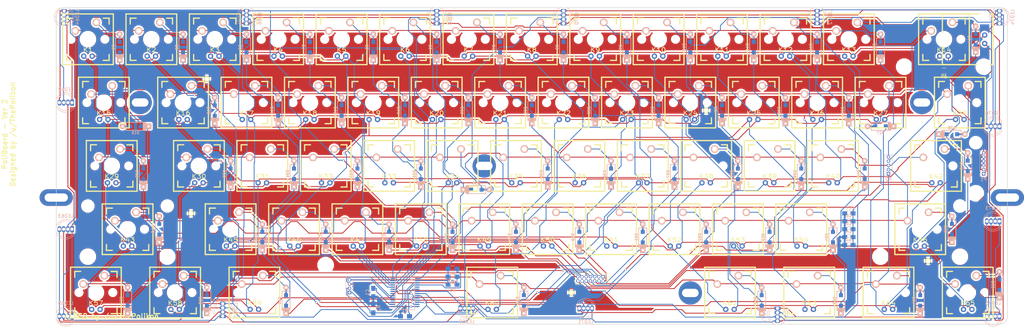
<source format=kicad_pcb>
(kicad_pcb (version 4) (host pcbnew 4.0.6)
  (title_block (title "Poliboard 3") (date 2017-08-13) (rev 3) (company "/r/ThePolikon Enterprises"))
  (layers (0 F.Cu signal) (31 B.Cu signal) (34 B.Paste user) (35 F.Paste user) (36 B.SilkS user) (37 F.SilkS user) (38 B.Mask user) (39 F.Mask user) (44 Edge.Cuts user))
  (net 0 "")
  (net 1 VCC)
  (net 2 GND)
  (net 3 Col1)
  (net 4 Col2)
  (net 5 Col3)
  (net 6 Col4)
  (net 7 Col5)
  (net 8 Col6)
  (net 9 Col7)
  (net 10 Col8)
  (net 11 Col9)
  (net 12 Col10)
  (net 13 Col11)
  (net 14 Col12)
  (net 15 Col13)
  (net 16 Col14)
  (net 17 Row1)
  (net 18 Row2)
  (net 19 Row3)
  (net 20 Row4)
  (net 21 Row5)
  (net 22 CAPS_LED)
  (net 23 "Net-(D1-Pad2)")
  (net 24 "Net-(D2-Pad2)")
  (net 25 "Net-(D3-Pad2)")
  (net 26 "Net-(D4-Pad2)")
  (net 27 "Net-(D5-Pad2)")
  (net 28 "Net-(D6-Pad2)")
  (net 29 "Net-(D7-Pad2)")
  (net 30 "Net-(D8-Pad2)")
  (net 31 "Net-(D9-Pad2)")
  (net 32 "Net-(D10-Pad2)")
  (net 33 "Net-(D11-Pad2)")
  (net 34 "Net-(D12-Pad2)")
  (net 35 "Net-(D13-Pad2)")
  (net 36 "Net-(D14-Pad2)")
  (net 37 "Net-(D15-Pad2)")
  (net 38 "Net-(D16-Pad2)")
  (net 39 "Net-(D17-Pad2)")
  (net 40 "Net-(D18-Pad2)")
  (net 41 "Net-(D19-Pad2)")
  (net 42 "Net-(D20-Pad2)")
  (net 43 "Net-(D21-Pad2)")
  (net 44 "Net-(D22-Pad2)")
  (net 45 "Net-(D23-Pad2)")
  (net 46 "Net-(D24-Pad2)")
  (net 47 "Net-(D25-Pad2)")
  (net 48 "Net-(D26-Pad2)")
  (net 49 "Net-(D27-Pad2)")
  (net 50 "Net-(D28-Pad2)")
  (net 51 "Net-(D29-Pad2)")
  (net 52 "Net-(D30-Pad2)")
  (net 53 "Net-(D31-Pad2)")
  (net 54 "Net-(D32-Pad2)")
  (net 55 "Net-(D33-Pad2)")
  (net 56 "Net-(D34-Pad2)")
  (net 57 "Net-(D35-Pad2)")
  (net 58 "Net-(D36-Pad2)")
  (net 59 "Net-(D37-Pad2)")
  (net 60 "Net-(D38-Pad2)")
  (net 61 "Net-(D39-Pad2)")
  (net 62 "Net-(D40-Pad2)")
  (net 63 "Net-(D42-Pad2)")
  (net 64 "Net-(D43-Pad2)")
  (net 65 "Net-(D45-Pad2)")
  (net 66 "Net-(D46-Pad2)")
  (net 67 "Net-(D47-Pad2)")
  (net 68 "Net-(D48-Pad2)")
  (net 69 "Net-(D49-Pad2)")
  (net 70 "Net-(D50-Pad2)")
  (net 71 "Net-(D51-Pad2)")
  (net 72 "Net-(D52-Pad2)")
  (net 73 "Net-(D53-Pad2)")
  (net 74 "Net-(D54-Pad2)")
  (net 75 "Net-(D56-Pad2)")
  (net 76 "Net-(D57-Pad2)")
  (net 77 "Net-(D58-Pad2)")
  (net 78 "Net-(D59-Pad2)")
  (net 79 "Net-(D60-Pad2)")
  (net 80 "Net-(D62-Pad2)")
  (net 81 "Net-(D63-Pad2)")
  (net 82 "Net-(D64-Pad2)")
  (net 83 "Net-(D65-Pad2)")
  (net 84 "Net-(DC1-Pad2)")
  (net 85 "Net-(C1-Pad1)")
  (net 86 CA2)
  (net 87 CA1)
  (net 88 CA4)
  (net 89 "Net-(P4-Pad1)")
  (net 90 "Net-(P4-Pad2)")
  (net 91 "Net-(P4-Pad3)")
  (net 92 "Net-(P4-Pad4)")
  (net 93 "Net-(R1-Pad1)")
  (net 94 CA3)
  (net 95 CA5)
  (net 96 CA6)
  (net 97 CA7)
  (net 98 CB9)
  (net 99 CB1)
  (net 100 CB8)
  (net 101 CB7)
  (net 102 CB2)
  (net 103 CB3)
  (net 104 CB4)
  (net 105 CB5)
  (net 106 CB6)
  (net 107 CA8)
  (module Capacitors_SMD:C_0805_HandSoldering (layer B.Cu) (at 311.944 150.019 180)
    (fp_text reference C3 (at 0 1.75 180) (layer B.SilkS) (effects (justify mirror)))
    (fp_text value 1u)
    (pad 1 smd rect (at -1.25 0 180) (size 1.5 1.25) (layers B.Cu B.Paste B.Mask) (net 1 VCC))
    (pad 2 smd rect (at 1.25 0 180) (size 1.5 1.25) (layers B.Cu B.Paste B.Mask) (net 2 GND))
  )
  (module Capacitors_SMD:C_0805_HandSoldering (layer B.Cu) (at 311.944 147.638 180)
    (fp_text reference C4 (at 0 1.75 180) (layer B.SilkS) (effects (justify mirror)))
    (fp_text value 100n)
    (pad 1 smd rect (at -1.25 0 180) (size 1.5 1.25) (layers B.Cu B.Paste B.Mask) (net 1 VCC))
    (pad 2 smd rect (at 1.25 0 180) (size 1.5 1.25) (layers B.Cu B.Paste B.Mask) (net 2 GND))
  )
  (module Capacitors_SMD:C_0805_HandSoldering (layer B.Cu) (at 311.944 145.256 180)
    (fp_text reference C5 (at 0 1.75 180) (layer B.SilkS) (effects (justify mirror)))
    (fp_text value 100n)
    (pad 1 smd rect (at -1.25 0 180) (size 1.5 1.25) (layers B.Cu B.Paste B.Mask) (net 1 VCC))
    (pad 2 smd rect (at 1.25 0 180) (size 1.5 1.25) (layers B.Cu B.Paste B.Mask) (net 2 GND))
  )
  (module Capacitors_SMD:C_0805_HandSoldering (layer B.Cu) (at 311.944 142.875 180)
    (fp_text reference C6 (at 0 1.75 180) (layer B.SilkS) (effects (justify mirror)))
    (fp_text value 100n)
    (pad 1 smd rect (at -1.25 0 180) (size 1.5 1.25) (layers B.Cu B.Paste B.Mask) (net 1 VCC))
    (pad 2 smd rect (at 1.25 0 180) (size 1.5 1.25) (layers B.Cu B.Paste B.Mask) (net 2 GND))
  )
  (module Capacitors_SMD:C_0805_HandSoldering (layer B.Cu) (at 311.944 140.494 180)
    (fp_text reference C7 (at 0 1.75 180) (layer B.SilkS) (effects (justify mirror)))
    (fp_text value 100n)
    (pad 1 smd rect (at -1.25 0 180) (size 1.5 1.25) (layers B.Cu B.Paste B.Mask) (net 1 VCC))
    (pad 2 smd rect (at 1.25 0 180) (size 1.5 1.25) (layers B.Cu B.Paste B.Mask) (net 2 GND))
  )
  (module keyboard_parts:D_SOD123_axial (layer B.Cu) (at 264.319 90.4875 90)
    (fp_text reference D10 (at 0 -1.925 90) (layer B.SilkS) (effects (font (size 0.8 0.8)) (justify mirror)))
    (fp_text value D hide)
    (pad 2 smd rect (at 1.575 0 90) (size 1.2 1.2) (layers B.Cu B.Paste B.Mask) (net 32 "Net-(D10-Pad2)"))
    (pad 1 smd rect (at -1.575 0 90) (size 1.2 1.2) (layers B.Cu B.Paste B.Mask) (net 12 Col10))
    (pad 1 thru_hole rect (at -3.9 0 90) (size 1.6 1.6) (drill 0.7) (layers *.Cu *.Mask B.SilkS) (net 12 Col10))
    (pad 2 thru_hole circle (at 3.9 0 90) (size 1.6 1.6) (drill 0.7) (layers *.Cu *.Mask B.SilkS) (net 32 "Net-(D10-Pad2)"))
    (pad 1 smd rect (at -2.7 0 90) (size 2.5 0.5) (layers B.Cu) (net 12 Col10))
    (pad 2 smd rect (at 2.7 0 90) (size 2.5 0.5) (layers B.Cu) (net 32 "Net-(D10-Pad2)"))
  )
  (module keyboard_parts:D_SOD123_axial (layer B.Cu) (at 283.369 90.4875 90)
    (fp_text reference D11 (at 0 -1.925 90) (layer B.SilkS) (effects (font (size 0.8 0.8)) (justify mirror)))
    (fp_text value D hide)
    (pad 2 smd rect (at 1.575 0 90) (size 1.2 1.2) (layers B.Cu B.Paste B.Mask) (net 33 "Net-(D11-Pad2)"))
    (pad 1 smd rect (at -1.575 0 90) (size 1.2 1.2) (layers B.Cu B.Paste B.Mask) (net 13 Col11))
    (pad 1 thru_hole rect (at -3.9 0 90) (size 1.6 1.6) (drill 0.7) (layers *.Cu *.Mask B.SilkS) (net 13 Col11))
    (pad 2 thru_hole circle (at 3.9 0 90) (size 1.6 1.6) (drill 0.7) (layers *.Cu *.Mask B.SilkS) (net 33 "Net-(D11-Pad2)"))
    (pad 1 smd rect (at -2.7 0 90) (size 2.5 0.5) (layers B.Cu) (net 13 Col11))
    (pad 2 smd rect (at 2.7 0 90) (size 2.5 0.5) (layers B.Cu) (net 33 "Net-(D11-Pad2)"))
  )
  (module keyboard_parts:D_SOD123_axial (layer B.Cu) (at 302.419 90.4875 90)
    (fp_text reference D12 (at 0 -1.925 90) (layer B.SilkS) (effects (font (size 0.8 0.8)) (justify mirror)))
    (fp_text value D hide)
    (pad 2 smd rect (at 1.575 0 90) (size 1.2 1.2) (layers B.Cu B.Paste B.Mask) (net 34 "Net-(D12-Pad2)"))
    (pad 1 smd rect (at -1.575 0 90) (size 1.2 1.2) (layers B.Cu B.Paste B.Mask) (net 14 Col12))
    (pad 1 thru_hole rect (at -3.9 0 90) (size 1.6 1.6) (drill 0.7) (layers *.Cu *.Mask B.SilkS) (net 14 Col12))
    (pad 2 thru_hole circle (at 3.9 0 90) (size 1.6 1.6) (drill 0.7) (layers *.Cu *.Mask B.SilkS) (net 34 "Net-(D12-Pad2)"))
    (pad 1 smd rect (at -2.7 0 90) (size 2.5 0.5) (layers B.Cu) (net 14 Col12))
    (pad 2 smd rect (at 2.7 0 90) (size 2.5 0.5) (layers B.Cu) (net 34 "Net-(D12-Pad2)"))
  )
  (module keyboard_parts:D_SOD123_axial (layer B.Cu) (at 321.469 90.4875 90)
    (fp_text reference D13 (at 0 -1.925 90) (layer B.SilkS) (effects (font (size 0.8 0.8)) (justify mirror)))
    (fp_text value D hide)
    (pad 2 smd rect (at 1.575 0 90) (size 1.2 1.2) (layers B.Cu B.Paste B.Mask) (net 35 "Net-(D13-Pad2)"))
    (pad 1 smd rect (at -1.575 0 90) (size 1.2 1.2) (layers B.Cu B.Paste B.Mask) (net 15 Col13))
    (pad 1 thru_hole rect (at -3.9 0 90) (size 1.6 1.6) (drill 0.7) (layers *.Cu *.Mask B.SilkS) (net 15 Col13))
    (pad 2 thru_hole circle (at 3.9 0 90) (size 1.6 1.6) (drill 0.7) (layers *.Cu *.Mask B.SilkS) (net 35 "Net-(D13-Pad2)"))
    (pad 1 smd rect (at -2.7 0 90) (size 2.5 0.5) (layers B.Cu) (net 15 Col13))
    (pad 2 smd rect (at 2.7 0 90) (size 2.5 0.5) (layers B.Cu) (net 35 "Net-(D13-Pad2)"))
  )
  (module keyboard_parts:D_SOD123_axial (layer B.Cu) (at 350.044 88.1062 90)
    (fp_text reference D14 (at 0 -1.925 90) (layer B.SilkS) (effects (font (size 0.8 0.8)) (justify mirror)))
    (fp_text value D hide)
    (pad 2 smd rect (at 1.575 0 90) (size 1.2 1.2) (layers B.Cu B.Paste B.Mask) (net 36 "Net-(D14-Pad2)"))
    (pad 1 smd rect (at -1.575 0 90) (size 1.2 1.2) (layers B.Cu B.Paste B.Mask) (net 16 Col14))
    (pad 1 thru_hole rect (at -3.9 0 90) (size 1.6 1.6) (drill 0.7) (layers *.Cu *.Mask B.SilkS) (net 16 Col14))
    (pad 2 thru_hole circle (at 3.9 0 90) (size 1.6 1.6) (drill 0.7) (layers *.Cu *.Mask B.SilkS) (net 36 "Net-(D14-Pad2)"))
    (pad 1 smd rect (at -2.7 0 90) (size 2.5 0.5) (layers B.Cu) (net 16 Col14))
    (pad 2 smd rect (at 2.7 0 90) (size 2.5 0.5) (layers B.Cu) (net 36 "Net-(D14-Pad2)"))
  )
  (module keyboard_parts:D_SOD123_axial (layer B.Cu) (at 97.6312 114.3 180)
    (fp_text reference D15 (at 0 -1.925 180) (layer B.SilkS) (effects (font (size 0.8 0.8)) (justify mirror)))
    (fp_text value D hide)
    (pad 2 smd rect (at 1.575 0 180) (size 1.2 1.2) (layers B.Cu B.Paste B.Mask) (net 37 "Net-(D15-Pad2)"))
    (pad 1 smd rect (at -1.575 0 180) (size 1.2 1.2) (layers B.Cu B.Paste B.Mask) (net 3 Col1))
    (pad 1 thru_hole rect (at -3.9 0 180) (size 1.6 1.6) (drill 0.7) (layers *.Cu *.Mask B.SilkS) (net 3 Col1))
    (pad 2 thru_hole circle (at 3.9 0 180) (size 1.6 1.6) (drill 0.7) (layers *.Cu *.Mask B.SilkS) (net 37 "Net-(D15-Pad2)"))
    (pad 1 smd rect (at -2.7 0 180) (size 2.5 0.5) (layers B.Cu) (net 3 Col1))
    (pad 2 smd rect (at 2.7 0 180) (size 2.5 0.5) (layers B.Cu) (net 37 "Net-(D15-Pad2)"))
  )
  (module keyboard_parts:D_SOD123_axial (layer B.Cu) (at 121.444 109.538 90)
    (fp_text reference D16 (at 0 -1.925 90) (layer B.SilkS) (effects (font (size 0.8 0.8)) (justify mirror)))
    (fp_text value D hide)
    (pad 2 smd rect (at 1.575 0 90) (size 1.2 1.2) (layers B.Cu B.Paste B.Mask) (net 38 "Net-(D16-Pad2)"))
    (pad 1 smd rect (at -1.575 0 90) (size 1.2 1.2) (layers B.Cu B.Paste B.Mask) (net 4 Col2))
    (pad 1 thru_hole rect (at -3.9 0 90) (size 1.6 1.6) (drill 0.7) (layers *.Cu *.Mask B.SilkS) (net 4 Col2))
    (pad 2 thru_hole circle (at 3.9 0 90) (size 1.6 1.6) (drill 0.7) (layers *.Cu *.Mask B.SilkS) (net 38 "Net-(D16-Pad2)"))
    (pad 1 smd rect (at -2.7 0 90) (size 2.5 0.5) (layers B.Cu) (net 4 Col2))
    (pad 2 smd rect (at 2.7 0 90) (size 2.5 0.5) (layers B.Cu) (net 38 "Net-(D16-Pad2)"))
  )
  (module keyboard_parts:D_SOD123_axial (layer B.Cu) (at 140.494 109.538 90)
    (fp_text reference D17 (at 0 -1.925 90) (layer B.SilkS) (effects (font (size 0.8 0.8)) (justify mirror)))
    (fp_text value D hide)
    (pad 2 smd rect (at 1.575 0 90) (size 1.2 1.2) (layers B.Cu B.Paste B.Mask) (net 39 "Net-(D17-Pad2)"))
    (pad 1 smd rect (at -1.575 0 90) (size 1.2 1.2) (layers B.Cu B.Paste B.Mask) (net 5 Col3))
    (pad 1 thru_hole rect (at -3.9 0 90) (size 1.6 1.6) (drill 0.7) (layers *.Cu *.Mask B.SilkS) (net 5 Col3))
    (pad 2 thru_hole circle (at 3.9 0 90) (size 1.6 1.6) (drill 0.7) (layers *.Cu *.Mask B.SilkS) (net 39 "Net-(D17-Pad2)"))
    (pad 1 smd rect (at -2.7 0 90) (size 2.5 0.5) (layers B.Cu) (net 5 Col3))
    (pad 2 smd rect (at 2.7 0 90) (size 2.5 0.5) (layers B.Cu) (net 39 "Net-(D17-Pad2)"))
  )
  (module keyboard_parts:D_SOD123_axial (layer B.Cu) (at 159.544 109.538 90)
    (fp_text reference D18 (at 0 -1.925 90) (layer B.SilkS) (effects (font (size 0.8 0.8)) (justify mirror)))
    (fp_text value D hide)
    (pad 2 smd rect (at 1.575 0 90) (size 1.2 1.2) (layers B.Cu B.Paste B.Mask) (net 40 "Net-(D18-Pad2)"))
    (pad 1 smd rect (at -1.575 0 90) (size 1.2 1.2) (layers B.Cu B.Paste B.Mask) (net 6 Col4))
    (pad 1 thru_hole rect (at -3.9 0 90) (size 1.6 1.6) (drill 0.7) (layers *.Cu *.Mask B.SilkS) (net 6 Col4))
    (pad 2 thru_hole circle (at 3.9 0 90) (size 1.6 1.6) (drill 0.7) (layers *.Cu *.Mask B.SilkS) (net 40 "Net-(D18-Pad2)"))
    (pad 1 smd rect (at -2.7 0 90) (size 2.5 0.5) (layers B.Cu) (net 6 Col4))
    (pad 2 smd rect (at 2.7 0 90) (size 2.5 0.5) (layers B.Cu) (net 40 "Net-(D18-Pad2)"))
  )
  (module keyboard_parts:D_SOD123_axial (layer B.Cu) (at 178.594 109.538 90)
    (fp_text reference D19 (at 0 -1.925 90) (layer B.SilkS) (effects (font (size 0.8 0.8)) (justify mirror)))
    (fp_text value D hide)
    (pad 2 smd rect (at 1.575 0 90) (size 1.2 1.2) (layers B.Cu B.Paste B.Mask) (net 41 "Net-(D19-Pad2)"))
    (pad 1 smd rect (at -1.575 0 90) (size 1.2 1.2) (layers B.Cu B.Paste B.Mask) (net 7 Col5))
    (pad 1 thru_hole rect (at -3.9 0 90) (size 1.6 1.6) (drill 0.7) (layers *.Cu *.Mask B.SilkS) (net 7 Col5))
    (pad 2 thru_hole circle (at 3.9 0 90) (size 1.6 1.6) (drill 0.7) (layers *.Cu *.Mask B.SilkS) (net 41 "Net-(D19-Pad2)"))
    (pad 1 smd rect (at -2.7 0 90) (size 2.5 0.5) (layers B.Cu) (net 7 Col5))
    (pad 2 smd rect (at 2.7 0 90) (size 2.5 0.5) (layers B.Cu) (net 41 "Net-(D19-Pad2)"))
  )
  (module keyboard_parts:D_SOD123_axial (layer B.Cu) (at 197.644 109.538 90)
    (fp_text reference D20 (at 0 -1.925 90) (layer B.SilkS) (effects (font (size 0.8 0.8)) (justify mirror)))
    (fp_text value D hide)
    (pad 2 smd rect (at 1.575 0 90) (size 1.2 1.2) (layers B.Cu B.Paste B.Mask) (net 42 "Net-(D20-Pad2)"))
    (pad 1 smd rect (at -1.575 0 90) (size 1.2 1.2) (layers B.Cu B.Paste B.Mask) (net 8 Col6))
    (pad 1 thru_hole rect (at -3.9 0 90) (size 1.6 1.6) (drill 0.7) (layers *.Cu *.Mask B.SilkS) (net 8 Col6))
    (pad 2 thru_hole circle (at 3.9 0 90) (size 1.6 1.6) (drill 0.7) (layers *.Cu *.Mask B.SilkS) (net 42 "Net-(D20-Pad2)"))
    (pad 1 smd rect (at -2.7 0 90) (size 2.5 0.5) (layers B.Cu) (net 8 Col6))
    (pad 2 smd rect (at 2.7 0 90) (size 2.5 0.5) (layers B.Cu) (net 42 "Net-(D20-Pad2)"))
  )
  (module keyboard_parts:D_SOD123_axial (layer B.Cu) (at 216.694 109.538 90)
    (fp_text reference D21 (at 0 -1.925 90) (layer B.SilkS) (effects (font (size 0.8 0.8)) (justify mirror)))
    (fp_text value D hide)
    (pad 2 smd rect (at 1.575 0 90) (size 1.2 1.2) (layers B.Cu B.Paste B.Mask) (net 43 "Net-(D21-Pad2)"))
    (pad 1 smd rect (at -1.575 0 90) (size 1.2 1.2) (layers B.Cu B.Paste B.Mask) (net 9 Col7))
    (pad 1 thru_hole rect (at -3.9 0 90) (size 1.6 1.6) (drill 0.7) (layers *.Cu *.Mask B.SilkS) (net 9 Col7))
    (pad 2 thru_hole circle (at 3.9 0 90) (size 1.6 1.6) (drill 0.7) (layers *.Cu *.Mask B.SilkS) (net 43 "Net-(D21-Pad2)"))
    (pad 1 smd rect (at -2.7 0 90) (size 2.5 0.5) (layers B.Cu) (net 9 Col7))
    (pad 2 smd rect (at 2.7 0 90) (size 2.5 0.5) (layers B.Cu) (net 43 "Net-(D21-Pad2)"))
  )
  (module keyboard_parts:D_SOD123_axial (layer B.Cu) (at 235.744 109.538 90)
    (fp_text reference D22 (at 0 -1.925 90) (layer B.SilkS) (effects (font (size 0.8 0.8)) (justify mirror)))
    (fp_text value D hide)
    (pad 2 smd rect (at 1.575 0 90) (size 1.2 1.2) (layers B.Cu B.Paste B.Mask) (net 44 "Net-(D22-Pad2)"))
    (pad 1 smd rect (at -1.575 0 90) (size 1.2 1.2) (layers B.Cu B.Paste B.Mask) (net 10 Col8))
    (pad 1 thru_hole rect (at -3.9 0 90) (size 1.6 1.6) (drill 0.7) (layers *.Cu *.Mask B.SilkS) (net 10 Col8))
    (pad 2 thru_hole circle (at 3.9 0 90) (size 1.6 1.6) (drill 0.7) (layers *.Cu *.Mask B.SilkS) (net 44 "Net-(D22-Pad2)"))
    (pad 1 smd rect (at -2.7 0 90) (size 2.5 0.5) (layers B.Cu) (net 10 Col8))
    (pad 2 smd rect (at 2.7 0 90) (size 2.5 0.5) (layers B.Cu) (net 44 "Net-(D22-Pad2)"))
  )
  (module keyboard_parts:D_SOD123_axial (layer B.Cu) (at 254.794 109.538 90)
    (fp_text reference D23 (at 0 -1.925 90) (layer B.SilkS) (effects (font (size 0.8 0.8)) (justify mirror)))
    (fp_text value D hide)
    (pad 2 smd rect (at 1.575 0 90) (size 1.2 1.2) (layers B.Cu B.Paste B.Mask) (net 45 "Net-(D23-Pad2)"))
    (pad 1 smd rect (at -1.575 0 90) (size 1.2 1.2) (layers B.Cu B.Paste B.Mask) (net 11 Col9))
    (pad 1 thru_hole rect (at -3.9 0 90) (size 1.6 1.6) (drill 0.7) (layers *.Cu *.Mask B.SilkS) (net 11 Col9))
    (pad 2 thru_hole circle (at 3.9 0 90) (size 1.6 1.6) (drill 0.7) (layers *.Cu *.Mask B.SilkS) (net 45 "Net-(D23-Pad2)"))
    (pad 1 smd rect (at -2.7 0 90) (size 2.5 0.5) (layers B.Cu) (net 11 Col9))
    (pad 2 smd rect (at 2.7 0 90) (size 2.5 0.5) (layers B.Cu) (net 45 "Net-(D23-Pad2)"))
  )
  (module keyboard_parts:D_SOD123_axial (layer B.Cu) (at 273.844 109.538 90)
    (fp_text reference D24 (at 0 -1.925 90) (layer B.SilkS) (effects (font (size 0.8 0.8)) (justify mirror)))
    (fp_text value D hide)
    (pad 2 smd rect (at 1.575 0 90) (size 1.2 1.2) (layers B.Cu B.Paste B.Mask) (net 46 "Net-(D24-Pad2)"))
    (pad 1 smd rect (at -1.575 0 90) (size 1.2 1.2) (layers B.Cu B.Paste B.Mask) (net 12 Col10))
    (pad 1 thru_hole rect (at -3.9 0 90) (size 1.6 1.6) (drill 0.7) (layers *.Cu *.Mask B.SilkS) (net 12 Col10))
    (pad 2 thru_hole circle (at 3.9 0 90) (size 1.6 1.6) (drill 0.7) (layers *.Cu *.Mask B.SilkS) (net 46 "Net-(D24-Pad2)"))
    (pad 1 smd rect (at -2.7 0 90) (size 2.5 0.5) (layers B.Cu) (net 12 Col10))
    (pad 2 smd rect (at 2.7 0 90) (size 2.5 0.5) (layers B.Cu) (net 46 "Net-(D24-Pad2)"))
  )
  (module keyboard_parts:D_SOD123_axial (layer B.Cu) (at 292.894 109.538 90)
    (fp_text reference D25 (at 0 -1.925 90) (layer B.SilkS) (effects (font (size 0.8 0.8)) (justify mirror)))
    (fp_text value D hide)
    (pad 2 smd rect (at 1.575 0 90) (size 1.2 1.2) (layers B.Cu B.Paste B.Mask) (net 47 "Net-(D25-Pad2)"))
    (pad 1 smd rect (at -1.575 0 90) (size 1.2 1.2) (layers B.Cu B.Paste B.Mask) (net 13 Col11))
    (pad 1 thru_hole rect (at -3.9 0 90) (size 1.6 1.6) (drill 0.7) (layers *.Cu *.Mask B.SilkS) (net 13 Col11))
    (pad 2 thru_hole circle (at 3.9 0 90) (size 1.6 1.6) (drill 0.7) (layers *.Cu *.Mask B.SilkS) (net 47 "Net-(D25-Pad2)"))
    (pad 1 smd rect (at -2.7 0 90) (size 2.5 0.5) (layers B.Cu) (net 13 Col11))
    (pad 2 smd rect (at 2.7 0 90) (size 2.5 0.5) (layers B.Cu) (net 47 "Net-(D25-Pad2)"))
  )
  (module keyboard_parts:D_SOD123_axial (layer B.Cu) (at 311.944 109.538 90)
    (fp_text reference D26 (at 0 -1.925 90) (layer B.SilkS) (effects (font (size 0.8 0.8)) (justify mirror)))
    (fp_text value D hide)
    (pad 2 smd rect (at 1.575 0 90) (size 1.2 1.2) (layers B.Cu B.Paste B.Mask) (net 48 "Net-(D26-Pad2)"))
    (pad 1 smd rect (at -1.575 0 90) (size 1.2 1.2) (layers B.Cu B.Paste B.Mask) (net 14 Col12))
    (pad 1 thru_hole rect (at -3.9 0 90) (size 1.6 1.6) (drill 0.7) (layers *.Cu *.Mask B.SilkS) (net 14 Col12))
    (pad 2 thru_hole circle (at 3.9 0 90) (size 1.6 1.6) (drill 0.7) (layers *.Cu *.Mask B.SilkS) (net 48 "Net-(D26-Pad2)"))
    (pad 1 smd rect (at -2.7 0 90) (size 2.5 0.5) (layers B.Cu) (net 14 Col12))
    (pad 2 smd rect (at 2.7 0 90) (size 2.5 0.5) (layers B.Cu) (net 48 "Net-(D26-Pad2)"))
  )
  (module keyboard_parts:D_SOD123_axial (layer B.Cu) (at 321.469 114.3 180)
    (fp_text reference D27 (at 0 -1.925 180) (layer B.SilkS) (effects (font (size 0.8 0.8)) (justify mirror)))
    (fp_text value D hide)
    (pad 2 smd rect (at 1.575 0 180) (size 1.2 1.2) (layers B.Cu B.Paste B.Mask) (net 49 "Net-(D27-Pad2)"))
    (pad 1 smd rect (at -1.575 0 180) (size 1.2 1.2) (layers B.Cu B.Paste B.Mask) (net 15 Col13))
    (pad 1 thru_hole rect (at -3.9 0 180) (size 1.6 1.6) (drill 0.7) (layers *.Cu *.Mask B.SilkS) (net 15 Col13))
    (pad 2 thru_hole circle (at 3.9 0 180) (size 1.6 1.6) (drill 0.7) (layers *.Cu *.Mask B.SilkS) (net 49 "Net-(D27-Pad2)"))
    (pad 1 smd rect (at -2.7 0 180) (size 2.5 0.5) (layers B.Cu) (net 15 Col13))
    (pad 2 smd rect (at 2.7 0 180) (size 2.5 0.5) (layers B.Cu) (net 49 "Net-(D27-Pad2)"))
  )
  (module keyboard_parts:D_SOD123_axial (layer B.Cu) (at 342.9 116.681)
    (fp_text reference D28 (at 0 -1.925) (layer B.SilkS) (effects (font (size 0.8 0.8)) (justify mirror)))
    (fp_text value D hide)
    (pad 2 smd rect (at 1.575 0) (size 1.2 1.2) (layers B.Cu B.Paste B.Mask) (net 50 "Net-(D28-Pad2)"))
    (pad 1 smd rect (at -1.575 0) (size 1.2 1.2) (layers B.Cu B.Paste B.Mask) (net 16 Col14))
    (pad 1 thru_hole rect (at -3.9 0) (size 1.6 1.6) (drill 0.7) (layers *.Cu *.Mask B.SilkS) (net 16 Col14))
    (pad 2 thru_hole circle (at 3.9 0) (size 1.6 1.6) (drill 0.7) (layers *.Cu *.Mask B.SilkS) (net 50 "Net-(D28-Pad2)"))
    (pad 1 smd rect (at -2.7 0) (size 2.5 0.5) (layers B.Cu) (net 16 Col14))
    (pad 2 smd rect (at 2.7 0) (size 2.5 0.5) (layers B.Cu) (net 50 "Net-(D28-Pad2)"))
  )
  (module keyboard_parts:D_SOD123_axial (layer B.Cu) (at 100.012 128.588 90)
    (fp_text reference D29 (at 0 -1.925 90) (layer B.SilkS) (effects (font (size 0.8 0.8)) (justify mirror)))
    (fp_text value D hide)
    (pad 2 smd rect (at 1.575 0 90) (size 1.2 1.2) (layers B.Cu B.Paste B.Mask) (net 51 "Net-(D29-Pad2)"))
    (pad 1 smd rect (at -1.575 0 90) (size 1.2 1.2) (layers B.Cu B.Paste B.Mask) (net 3 Col1))
    (pad 1 thru_hole rect (at -3.9 0 90) (size 1.6 1.6) (drill 0.7) (layers *.Cu *.Mask B.SilkS) (net 3 Col1))
    (pad 2 thru_hole circle (at 3.9 0 90) (size 1.6 1.6) (drill 0.7) (layers *.Cu *.Mask B.SilkS) (net 51 "Net-(D29-Pad2)"))
    (pad 1 smd rect (at -2.7 0 90) (size 2.5 0.5) (layers B.Cu) (net 3 Col1))
    (pad 2 smd rect (at 2.7 0 90) (size 2.5 0.5) (layers B.Cu) (net 51 "Net-(D29-Pad2)"))
  )
  (module keyboard_parts:D_SOD123_axial (layer B.Cu) (at 126.206 128.588 90)
    (fp_text reference D30 (at 0 -1.925 90) (layer B.SilkS) (effects (font (size 0.8 0.8)) (justify mirror)))
    (fp_text value D hide)
    (pad 2 smd rect (at 1.575 0 90) (size 1.2 1.2) (layers B.Cu B.Paste B.Mask) (net 52 "Net-(D30-Pad2)"))
    (pad 1 smd rect (at -1.575 0 90) (size 1.2 1.2) (layers B.Cu B.Paste B.Mask) (net 4 Col2))
    (pad 1 thru_hole rect (at -3.9 0 90) (size 1.6 1.6) (drill 0.7) (layers *.Cu *.Mask B.SilkS) (net 4 Col2))
    (pad 2 thru_hole circle (at 3.9 0 90) (size 1.6 1.6) (drill 0.7) (layers *.Cu *.Mask B.SilkS) (net 52 "Net-(D30-Pad2)"))
    (pad 1 smd rect (at -2.7 0 90) (size 2.5 0.5) (layers B.Cu) (net 4 Col2))
    (pad 2 smd rect (at 2.7 0 90) (size 2.5 0.5) (layers B.Cu) (net 52 "Net-(D30-Pad2)"))
  )
  (module keyboard_parts:D_SOD123_axial (layer B.Cu) (at 145.256 128.588 90)
    (fp_text reference D31 (at 0 -1.925 90) (layer B.SilkS) (effects (font (size 0.8 0.8)) (justify mirror)))
    (fp_text value D hide)
    (pad 2 smd rect (at 1.575 0 90) (size 1.2 1.2) (layers B.Cu B.Paste B.Mask) (net 53 "Net-(D31-Pad2)"))
    (pad 1 smd rect (at -1.575 0 90) (size 1.2 1.2) (layers B.Cu B.Paste B.Mask) (net 5 Col3))
    (pad 1 thru_hole rect (at -3.9 0 90) (size 1.6 1.6) (drill 0.7) (layers *.Cu *.Mask B.SilkS) (net 5 Col3))
    (pad 2 thru_hole circle (at 3.9 0 90) (size 1.6 1.6) (drill 0.7) (layers *.Cu *.Mask B.SilkS) (net 53 "Net-(D31-Pad2)"))
    (pad 1 smd rect (at -2.7 0 90) (size 2.5 0.5) (layers B.Cu) (net 5 Col3))
    (pad 2 smd rect (at 2.7 0 90) (size 2.5 0.5) (layers B.Cu) (net 53 "Net-(D31-Pad2)"))
  )
  (module keyboard_parts:D_SOD123_axial (layer B.Cu) (at 164.306 128.588 90)
    (fp_text reference D32 (at 0 -1.925 90) (layer B.SilkS) (effects (font (size 0.8 0.8)) (justify mirror)))
    (fp_text value D hide)
    (pad 2 smd rect (at 1.575 0 90) (size 1.2 1.2) (layers B.Cu B.Paste B.Mask) (net 54 "Net-(D32-Pad2)"))
    (pad 1 smd rect (at -1.575 0 90) (size 1.2 1.2) (layers B.Cu B.Paste B.Mask) (net 6 Col4))
    (pad 1 thru_hole rect (at -3.9 0 90) (size 1.6 1.6) (drill 0.7) (layers *.Cu *.Mask B.SilkS) (net 6 Col4))
    (pad 2 thru_hole circle (at 3.9 0 90) (size 1.6 1.6) (drill 0.7) (layers *.Cu *.Mask B.SilkS) (net 54 "Net-(D32-Pad2)"))
    (pad 1 smd rect (at -2.7 0 90) (size 2.5 0.5) (layers B.Cu) (net 6 Col4))
    (pad 2 smd rect (at 2.7 0 90) (size 2.5 0.5) (layers B.Cu) (net 54 "Net-(D32-Pad2)"))
  )
  (module keyboard_parts:D_SOD123_axial (layer B.Cu) (at 183.356 128.588 90)
    (fp_text reference D33 (at 0 -1.925 90) (layer B.SilkS) (effects (font (size 0.8 0.8)) (justify mirror)))
    (fp_text value D hide)
    (pad 2 smd rect (at 1.575 0 90) (size 1.2 1.2) (layers B.Cu B.Paste B.Mask) (net 55 "Net-(D33-Pad2)"))
    (pad 1 smd rect (at -1.575 0 90) (size 1.2 1.2) (layers B.Cu B.Paste B.Mask) (net 7 Col5))
    (pad 1 thru_hole rect (at -3.9 0 90) (size 1.6 1.6) (drill 0.7) (layers *.Cu *.Mask B.SilkS) (net 7 Col5))
    (pad 2 thru_hole circle (at 3.9 0 90) (size 1.6 1.6) (drill 0.7) (layers *.Cu *.Mask B.SilkS) (net 55 "Net-(D33-Pad2)"))
    (pad 1 smd rect (at -2.7 0 90) (size 2.5 0.5) (layers B.Cu) (net 7 Col5))
    (pad 2 smd rect (at 2.7 0 90) (size 2.5 0.5) (layers B.Cu) (net 55 "Net-(D33-Pad2)"))
  )
  (module keyboard_parts:D_SOD123_axial (layer B.Cu) (at 200.025 133.35)
    (fp_text reference D34 (at 0 -1.925) (layer B.SilkS) (effects (font (size 0.8 0.8)) (justify mirror)))
    (fp_text value D hide)
    (pad 2 smd rect (at 1.575 0) (size 1.2 1.2) (layers B.Cu B.Paste B.Mask) (net 56 "Net-(D34-Pad2)"))
    (pad 1 smd rect (at -1.575 0) (size 1.2 1.2) (layers B.Cu B.Paste B.Mask) (net 8 Col6))
    (pad 1 thru_hole rect (at -3.9 0) (size 1.6 1.6) (drill 0.7) (layers *.Cu *.Mask B.SilkS) (net 8 Col6))
    (pad 2 thru_hole circle (at 3.9 0) (size 1.6 1.6) (drill 0.7) (layers *.Cu *.Mask B.SilkS) (net 56 "Net-(D34-Pad2)"))
    (pad 1 smd rect (at -2.7 0) (size 2.5 0.5) (layers B.Cu) (net 8 Col6))
    (pad 2 smd rect (at 2.7 0) (size 2.5 0.5) (layers B.Cu) (net 56 "Net-(D34-Pad2)"))
  )
  (module keyboard_parts:D_SOD123_axial (layer B.Cu) (at 221.456 128.588 90)
    (fp_text reference D35 (at 0 -1.925 90) (layer B.SilkS) (effects (font (size 0.8 0.8)) (justify mirror)))
    (fp_text value D hide)
    (pad 2 smd rect (at 1.575 0 90) (size 1.2 1.2) (layers B.Cu B.Paste B.Mask) (net 57 "Net-(D35-Pad2)"))
    (pad 1 smd rect (at -1.575 0 90) (size 1.2 1.2) (layers B.Cu B.Paste B.Mask) (net 9 Col7))
    (pad 1 thru_hole rect (at -3.9 0 90) (size 1.6 1.6) (drill 0.7) (layers *.Cu *.Mask B.SilkS) (net 9 Col7))
    (pad 2 thru_hole circle (at 3.9 0 90) (size 1.6 1.6) (drill 0.7) (layers *.Cu *.Mask B.SilkS) (net 57 "Net-(D35-Pad2)"))
    (pad 1 smd rect (at -2.7 0 90) (size 2.5 0.5) (layers B.Cu) (net 9 Col7))
    (pad 2 smd rect (at 2.7 0 90) (size 2.5 0.5) (layers B.Cu) (net 57 "Net-(D35-Pad2)"))
  )
  (module keyboard_parts:D_SOD123_axial (layer B.Cu) (at 240.506 128.588 90)
    (fp_text reference D36 (at 0 -1.925 90) (layer B.SilkS) (effects (font (size 0.8 0.8)) (justify mirror)))
    (fp_text value D hide)
    (pad 2 smd rect (at 1.575 0 90) (size 1.2 1.2) (layers B.Cu B.Paste B.Mask) (net 58 "Net-(D36-Pad2)"))
    (pad 1 smd rect (at -1.575 0 90) (size 1.2 1.2) (layers B.Cu B.Paste B.Mask) (net 10 Col8))
    (pad 1 thru_hole rect (at -3.9 0 90) (size 1.6 1.6) (drill 0.7) (layers *.Cu *.Mask B.SilkS) (net 10 Col8))
    (pad 2 thru_hole circle (at 3.9 0 90) (size 1.6 1.6) (drill 0.7) (layers *.Cu *.Mask B.SilkS) (net 58 "Net-(D36-Pad2)"))
    (pad 1 smd rect (at -2.7 0 90) (size 2.5 0.5) (layers B.Cu) (net 10 Col8))
    (pad 2 smd rect (at 2.7 0 90) (size 2.5 0.5) (layers B.Cu) (net 58 "Net-(D36-Pad2)"))
  )
  (module keyboard_parts:D_SOD123_axial (layer B.Cu) (at 259.556 128.588 90)
    (fp_text reference D37 (at 0 -1.925 90) (layer B.SilkS) (effects (font (size 0.8 0.8)) (justify mirror)))
    (fp_text value D hide)
    (pad 2 smd rect (at 1.575 0 90) (size 1.2 1.2) (layers B.Cu B.Paste B.Mask) (net 59 "Net-(D37-Pad2)"))
    (pad 1 smd rect (at -1.575 0 90) (size 1.2 1.2) (layers B.Cu B.Paste B.Mask) (net 11 Col9))
    (pad 1 thru_hole rect (at -3.9 0 90) (size 1.6 1.6) (drill 0.7) (layers *.Cu *.Mask B.SilkS) (net 11 Col9))
    (pad 2 thru_hole circle (at 3.9 0 90) (size 1.6 1.6) (drill 0.7) (layers *.Cu *.Mask B.SilkS) (net 59 "Net-(D37-Pad2)"))
    (pad 1 smd rect (at -2.7 0 90) (size 2.5 0.5) (layers B.Cu) (net 11 Col9))
    (pad 2 smd rect (at 2.7 0 90) (size 2.5 0.5) (layers B.Cu) (net 59 "Net-(D37-Pad2)"))
  )
  (module keyboard_parts:D_SOD123_axial (layer B.Cu) (at 278.606 128.588 90)
    (fp_text reference D38 (at 0 -1.925 90) (layer B.SilkS) (effects (font (size 0.8 0.8)) (justify mirror)))
    (fp_text value D hide)
    (pad 2 smd rect (at 1.575 0 90) (size 1.2 1.2) (layers B.Cu B.Paste B.Mask) (net 60 "Net-(D38-Pad2)"))
    (pad 1 smd rect (at -1.575 0 90) (size 1.2 1.2) (layers B.Cu B.Paste B.Mask) (net 12 Col10))
    (pad 1 thru_hole rect (at -3.9 0 90) (size 1.6 1.6) (drill 0.7) (layers *.Cu *.Mask B.SilkS) (net 12 Col10))
    (pad 2 thru_hole circle (at 3.9 0 90) (size 1.6 1.6) (drill 0.7) (layers *.Cu *.Mask B.SilkS) (net 60 "Net-(D38-Pad2)"))
    (pad 1 smd rect (at -2.7 0 90) (size 2.5 0.5) (layers B.Cu) (net 12 Col10))
    (pad 2 smd rect (at 2.7 0 90) (size 2.5 0.5) (layers B.Cu) (net 60 "Net-(D38-Pad2)"))
  )
  (module keyboard_parts:D_SOD123_axial (layer B.Cu) (at 297.656 128.588 90)
    (fp_text reference D39 (at 0 -1.925 90) (layer B.SilkS) (effects (font (size 0.8 0.8)) (justify mirror)))
    (fp_text value D hide)
    (pad 2 smd rect (at 1.575 0 90) (size 1.2 1.2) (layers B.Cu B.Paste B.Mask) (net 61 "Net-(D39-Pad2)"))
    (pad 1 smd rect (at -1.575 0 90) (size 1.2 1.2) (layers B.Cu B.Paste B.Mask) (net 13 Col11))
    (pad 1 thru_hole rect (at -3.9 0 90) (size 1.6 1.6) (drill 0.7) (layers *.Cu *.Mask B.SilkS) (net 13 Col11))
    (pad 2 thru_hole circle (at 3.9 0 90) (size 1.6 1.6) (drill 0.7) (layers *.Cu *.Mask B.SilkS) (net 61 "Net-(D39-Pad2)"))
    (pad 1 smd rect (at -2.7 0 90) (size 2.5 0.5) (layers B.Cu) (net 13 Col11))
    (pad 2 smd rect (at 2.7 0 90) (size 2.5 0.5) (layers B.Cu) (net 61 "Net-(D39-Pad2)"))
  )
  (module keyboard_parts:D_SOD123_axial (layer B.Cu) (at 316.706 128.588 90)
    (fp_text reference D40 (at 0 -1.925 90) (layer B.SilkS) (effects (font (size 0.8 0.8)) (justify mirror)))
    (fp_text value D hide)
    (pad 2 smd rect (at 1.575 0 90) (size 1.2 1.2) (layers B.Cu B.Paste B.Mask) (net 62 "Net-(D40-Pad2)"))
    (pad 1 smd rect (at -1.575 0 90) (size 1.2 1.2) (layers B.Cu B.Paste B.Mask) (net 14 Col12))
    (pad 1 thru_hole rect (at -3.9 0 90) (size 1.6 1.6) (drill 0.7) (layers *.Cu *.Mask B.SilkS) (net 14 Col12))
    (pad 2 thru_hole circle (at 3.9 0 90) (size 1.6 1.6) (drill 0.7) (layers *.Cu *.Mask B.SilkS) (net 62 "Net-(D40-Pad2)"))
    (pad 1 smd rect (at -2.7 0 90) (size 2.5 0.5) (layers B.Cu) (net 14 Col12))
    (pad 2 smd rect (at 2.7 0 90) (size 2.5 0.5) (layers B.Cu) (net 62 "Net-(D40-Pad2)"))
  )
  (module keyboard_parts:D_SOD123_axial (layer B.Cu) (at 347.662 126.206 90)
    (fp_text reference D42 (at 0 -1.925 90) (layer B.SilkS) (effects (font (size 0.8 0.8)) (justify mirror)))
    (fp_text value D hide)
    (pad 2 smd rect (at 1.575 0 90) (size 1.2 1.2) (layers B.Cu B.Paste B.Mask) (net 63 "Net-(D42-Pad2)"))
    (pad 1 smd rect (at -1.575 0 90) (size 1.2 1.2) (layers B.Cu B.Paste B.Mask) (net 16 Col14))
    (pad 1 thru_hole rect (at -3.9 0 90) (size 1.6 1.6) (drill 0.7) (layers *.Cu *.Mask B.SilkS) (net 16 Col14))
    (pad 2 thru_hole circle (at 3.9 0 90) (size 1.6 1.6) (drill 0.7) (layers *.Cu *.Mask B.SilkS) (net 63 "Net-(D42-Pad2)"))
    (pad 1 smd rect (at -2.7 0 90) (size 2.5 0.5) (layers B.Cu) (net 16 Col14))
    (pad 2 smd rect (at 2.7 0 90) (size 2.5 0.5) (layers B.Cu) (net 63 "Net-(D42-Pad2)"))
  )
  (module keyboard_parts:D_SOD123_axial (layer B.Cu) (at 104.775 145.256 90)
    (fp_text reference D43 (at 0 -1.925 90) (layer B.SilkS) (effects (font (size 0.8 0.8)) (justify mirror)))
    (fp_text value D hide)
    (pad 2 smd rect (at 1.575 0 90) (size 1.2 1.2) (layers B.Cu B.Paste B.Mask) (net 64 "Net-(D43-Pad2)"))
    (pad 1 smd rect (at -1.575 0 90) (size 1.2 1.2) (layers B.Cu B.Paste B.Mask) (net 3 Col1))
    (pad 1 thru_hole rect (at -3.9 0 90) (size 1.6 1.6) (drill 0.7) (layers *.Cu *.Mask B.SilkS) (net 3 Col1))
    (pad 2 thru_hole circle (at 3.9 0 90) (size 1.6 1.6) (drill 0.7) (layers *.Cu *.Mask B.SilkS) (net 64 "Net-(D43-Pad2)"))
    (pad 1 smd rect (at -2.7 0 90) (size 2.5 0.5) (layers B.Cu) (net 3 Col1))
    (pad 2 smd rect (at 2.7 0 90) (size 2.5 0.5) (layers B.Cu) (net 64 "Net-(D43-Pad2)"))
  )
  (module keyboard_parts:D_SOD123_axial (layer B.Cu) (at 135.731 147.638 90)
    (fp_text reference D45 (at 0 -1.925 90) (layer B.SilkS) (effects (font (size 0.8 0.8)) (justify mirror)))
    (fp_text value D hide)
    (pad 2 smd rect (at 1.575 0 90) (size 1.2 1.2) (layers B.Cu B.Paste B.Mask) (net 65 "Net-(D45-Pad2)"))
    (pad 1 smd rect (at -1.575 0 90) (size 1.2 1.2) (layers B.Cu B.Paste B.Mask) (net 5 Col3))
    (pad 1 thru_hole rect (at -3.9 0 90) (size 1.6 1.6) (drill 0.7) (layers *.Cu *.Mask B.SilkS) (net 5 Col3))
    (pad 2 thru_hole circle (at 3.9 0 90) (size 1.6 1.6) (drill 0.7) (layers *.Cu *.Mask B.SilkS) (net 65 "Net-(D45-Pad2)"))
    (pad 1 smd rect (at -2.7 0 90) (size 2.5 0.5) (layers B.Cu) (net 5 Col3))
    (pad 2 smd rect (at 2.7 0 90) (size 2.5 0.5) (layers B.Cu) (net 65 "Net-(D45-Pad2)"))
  )
  (module keyboard_parts:D_SOD123_axial (layer B.Cu) (at 154.781 147.638 90)
    (fp_text reference D46 (at 0 -1.925 90) (layer B.SilkS) (effects (font (size 0.8 0.8)) (justify mirror)))
    (fp_text value D hide)
    (pad 2 smd rect (at 1.575 0 90) (size 1.2 1.2) (layers B.Cu B.Paste B.Mask) (net 66 "Net-(D46-Pad2)"))
    (pad 1 smd rect (at -1.575 0 90) (size 1.2 1.2) (layers B.Cu B.Paste B.Mask) (net 6 Col4))
    (pad 1 thru_hole rect (at -3.9 0 90) (size 1.6 1.6) (drill 0.7) (layers *.Cu *.Mask B.SilkS) (net 6 Col4))
    (pad 2 thru_hole circle (at 3.9 0 90) (size 1.6 1.6) (drill 0.7) (layers *.Cu *.Mask B.SilkS) (net 66 "Net-(D46-Pad2)"))
    (pad 1 smd rect (at -2.7 0 90) (size 2.5 0.5) (layers B.Cu) (net 6 Col4))
    (pad 2 smd rect (at 2.7 0 90) (size 2.5 0.5) (layers B.Cu) (net 66 "Net-(D46-Pad2)"))
  )
  (module keyboard_parts:D_SOD123_axial (layer B.Cu) (at 173.831 147.638 90)
    (fp_text reference D47 (at 0 -1.925 90) (layer B.SilkS) (effects (font (size 0.8 0.8)) (justify mirror)))
    (fp_text value D hide)
    (pad 2 smd rect (at 1.575 0 90) (size 1.2 1.2) (layers B.Cu B.Paste B.Mask) (net 67 "Net-(D47-Pad2)"))
    (pad 1 smd rect (at -1.575 0 90) (size 1.2 1.2) (layers B.Cu B.Paste B.Mask) (net 7 Col5))
    (pad 1 thru_hole rect (at -3.9 0 90) (size 1.6 1.6) (drill 0.7) (layers *.Cu *.Mask B.SilkS) (net 7 Col5))
    (pad 2 thru_hole circle (at 3.9 0 90) (size 1.6 1.6) (drill 0.7) (layers *.Cu *.Mask B.SilkS) (net 67 "Net-(D47-Pad2)"))
    (pad 1 smd rect (at -2.7 0 90) (size 2.5 0.5) (layers B.Cu) (net 7 Col5))
    (pad 2 smd rect (at 2.7 0 90) (size 2.5 0.5) (layers B.Cu) (net 67 "Net-(D47-Pad2)"))
  )
  (module keyboard_parts:D_SOD123_axial (layer B.Cu) (at 192.881 147.638 90)
    (fp_text reference D48 (at 0 -1.925 90) (layer B.SilkS) (effects (font (size 0.8 0.8)) (justify mirror)))
    (fp_text value D hide)
    (pad 2 smd rect (at 1.575 0 90) (size 1.2 1.2) (layers B.Cu B.Paste B.Mask) (net 68 "Net-(D48-Pad2)"))
    (pad 1 smd rect (at -1.575 0 90) (size 1.2 1.2) (layers B.Cu B.Paste B.Mask) (net 8 Col6))
    (pad 1 thru_hole rect (at -3.9 0 90) (size 1.6 1.6) (drill 0.7) (layers *.Cu *.Mask B.SilkS) (net 8 Col6))
    (pad 2 thru_hole circle (at 3.9 0 90) (size 1.6 1.6) (drill 0.7) (layers *.Cu *.Mask B.SilkS) (net 68 "Net-(D48-Pad2)"))
    (pad 1 smd rect (at -2.7 0 90) (size 2.5 0.5) (layers B.Cu) (net 8 Col6))
    (pad 2 smd rect (at 2.7 0 90) (size 2.5 0.5) (layers B.Cu) (net 68 "Net-(D48-Pad2)"))
  )
  (module keyboard_parts:D_SOD123_axial (layer B.Cu) (at 211.931 147.638 90)
    (fp_text reference D49 (at 0 -1.925 90) (layer B.SilkS) (effects (font (size 0.8 0.8)) (justify mirror)))
    (fp_text value D hide)
    (pad 2 smd rect (at 1.575 0 90) (size 1.2 1.2) (layers B.Cu B.Paste B.Mask) (net 69 "Net-(D49-Pad2)"))
    (pad 1 smd rect (at -1.575 0 90) (size 1.2 1.2) (layers B.Cu B.Paste B.Mask) (net 9 Col7))
    (pad 1 thru_hole rect (at -3.9 0 90) (size 1.6 1.6) (drill 0.7) (layers *.Cu *.Mask B.SilkS) (net 9 Col7))
    (pad 2 thru_hole circle (at 3.9 0 90) (size 1.6 1.6) (drill 0.7) (layers *.Cu *.Mask B.SilkS) (net 69 "Net-(D49-Pad2)"))
    (pad 1 smd rect (at -2.7 0 90) (size 2.5 0.5) (layers B.Cu) (net 9 Col7))
    (pad 2 smd rect (at 2.7 0 90) (size 2.5 0.5) (layers B.Cu) (net 69 "Net-(D49-Pad2)"))
  )
  (module keyboard_parts:D_SOD123_axial (layer B.Cu) (at 230.981 147.638 90)
    (fp_text reference D50 (at 0 -1.925 90) (layer B.SilkS) (effects (font (size 0.8 0.8)) (justify mirror)))
    (fp_text value D hide)
    (pad 2 smd rect (at 1.575 0 90) (size 1.2 1.2) (layers B.Cu B.Paste B.Mask) (net 70 "Net-(D50-Pad2)"))
    (pad 1 smd rect (at -1.575 0 90) (size 1.2 1.2) (layers B.Cu B.Paste B.Mask) (net 10 Col8))
    (pad 1 thru_hole rect (at -3.9 0 90) (size 1.6 1.6) (drill 0.7) (layers *.Cu *.Mask B.SilkS) (net 10 Col8))
    (pad 2 thru_hole circle (at 3.9 0 90) (size 1.6 1.6) (drill 0.7) (layers *.Cu *.Mask B.SilkS) (net 70 "Net-(D50-Pad2)"))
    (pad 1 smd rect (at -2.7 0 90) (size 2.5 0.5) (layers B.Cu) (net 10 Col8))
    (pad 2 smd rect (at 2.7 0 90) (size 2.5 0.5) (layers B.Cu) (net 70 "Net-(D50-Pad2)"))
  )
  (module keyboard_parts:D_SOD123_axial (layer B.Cu) (at 250.031 147.638 90)
    (fp_text reference D51 (at 0 -1.925 90) (layer B.SilkS) (effects (font (size 0.8 0.8)) (justify mirror)))
    (fp_text value D hide)
    (pad 2 smd rect (at 1.575 0 90) (size 1.2 1.2) (layers B.Cu B.Paste B.Mask) (net 71 "Net-(D51-Pad2)"))
    (pad 1 smd rect (at -1.575 0 90) (size 1.2 1.2) (layers B.Cu B.Paste B.Mask) (net 11 Col9))
    (pad 1 thru_hole rect (at -3.9 0 90) (size 1.6 1.6) (drill 0.7) (layers *.Cu *.Mask B.SilkS) (net 11 Col9))
    (pad 2 thru_hole circle (at 3.9 0 90) (size 1.6 1.6) (drill 0.7) (layers *.Cu *.Mask B.SilkS) (net 71 "Net-(D51-Pad2)"))
    (pad 1 smd rect (at -2.7 0 90) (size 2.5 0.5) (layers B.Cu) (net 11 Col9))
    (pad 2 smd rect (at 2.7 0 90) (size 2.5 0.5) (layers B.Cu) (net 71 "Net-(D51-Pad2)"))
  )
  (module keyboard_parts:D_SOD123_axial (layer B.Cu) (at 269.081 147.638 90)
    (fp_text reference D52 (at 0 -1.925 90) (layer B.SilkS) (effects (font (size 0.8 0.8)) (justify mirror)))
    (fp_text value D hide)
    (pad 2 smd rect (at 1.575 0 90) (size 1.2 1.2) (layers B.Cu B.Paste B.Mask) (net 72 "Net-(D52-Pad2)"))
    (pad 1 smd rect (at -1.575 0 90) (size 1.2 1.2) (layers B.Cu B.Paste B.Mask) (net 12 Col10))
    (pad 1 thru_hole rect (at -3.9 0 90) (size 1.6 1.6) (drill 0.7) (layers *.Cu *.Mask B.SilkS) (net 12 Col10))
    (pad 2 thru_hole circle (at 3.9 0 90) (size 1.6 1.6) (drill 0.7) (layers *.Cu *.Mask B.SilkS) (net 72 "Net-(D52-Pad2)"))
    (pad 1 smd rect (at -2.7 0 90) (size 2.5 0.5) (layers B.Cu) (net 12 Col10))
    (pad 2 smd rect (at 2.7 0 90) (size 2.5 0.5) (layers B.Cu) (net 72 "Net-(D52-Pad2)"))
  )
  (module keyboard_parts:D_SOD123_axial (layer B.Cu) (at 288.131 147.638 90)
    (fp_text reference D53 (at 0 -1.925 90) (layer B.SilkS) (effects (font (size 0.8 0.8)) (justify mirror)))
    (fp_text value D hide)
    (pad 2 smd rect (at 1.575 0 90) (size 1.2 1.2) (layers B.Cu B.Paste B.Mask) (net 73 "Net-(D53-Pad2)"))
    (pad 1 smd rect (at -1.575 0 90) (size 1.2 1.2) (layers B.Cu B.Paste B.Mask) (net 13 Col11))
    (pad 1 thru_hole rect (at -3.9 0 90) (size 1.6 1.6) (drill 0.7) (layers *.Cu *.Mask B.SilkS) (net 13 Col11))
    (pad 2 thru_hole circle (at 3.9 0 90) (size 1.6 1.6) (drill 0.7) (layers *.Cu *.Mask B.SilkS) (net 73 "Net-(D53-Pad2)"))
    (pad 1 smd rect (at -2.7 0 90) (size 2.5 0.5) (layers B.Cu) (net 13 Col11))
    (pad 2 smd rect (at 2.7 0 90) (size 2.5 0.5) (layers B.Cu) (net 73 "Net-(D53-Pad2)"))
  )
  (module keyboard_parts:D_SOD123_axial (layer B.Cu) (at 307.181 147.638 90)
    (fp_text reference D54 (at 0 -1.925 90) (layer B.SilkS) (effects (font (size 0.8 0.8)) (justify mirror)))
    (fp_text value D hide)
    (pad 2 smd rect (at 1.575 0 90) (size 1.2 1.2) (layers B.Cu B.Paste B.Mask) (net 74 "Net-(D54-Pad2)"))
    (pad 1 smd rect (at -1.575 0 90) (size 1.2 1.2) (layers B.Cu B.Paste B.Mask) (net 14 Col12))
    (pad 1 thru_hole rect (at -3.9 0 90) (size 1.6 1.6) (drill 0.7) (layers *.Cu *.Mask B.SilkS) (net 14 Col12))
    (pad 2 thru_hole circle (at 3.9 0 90) (size 1.6 1.6) (drill 0.7) (layers *.Cu *.Mask B.SilkS) (net 74 "Net-(D54-Pad2)"))
    (pad 1 smd rect (at -2.7 0 90) (size 2.5 0.5) (layers B.Cu) (net 14 Col12))
    (pad 2 smd rect (at 2.7 0 90) (size 2.5 0.5) (layers B.Cu) (net 74 "Net-(D54-Pad2)"))
  )
  (module keyboard_parts:D_SOD123_axial (layer B.Cu) (at 342.9 145.256 90)
    (fp_text reference D56 (at 0 -1.925 90) (layer B.SilkS) (effects (font (size 0.8 0.8)) (justify mirror)))
    (fp_text value D hide)
    (pad 2 smd rect (at 1.575 0 90) (size 1.2 1.2) (layers B.Cu B.Paste B.Mask) (net 75 "Net-(D56-Pad2)"))
    (pad 1 smd rect (at -1.575 0 90) (size 1.2 1.2) (layers B.Cu B.Paste B.Mask) (net 16 Col14))
    (pad 1 thru_hole rect (at -3.9 0 90) (size 1.6 1.6) (drill 0.7) (layers *.Cu *.Mask B.SilkS) (net 16 Col14))
    (pad 2 thru_hole circle (at 3.9 0 90) (size 1.6 1.6) (drill 0.7) (layers *.Cu *.Mask B.SilkS) (net 75 "Net-(D56-Pad2)"))
    (pad 1 smd rect (at -2.7 0 90) (size 2.5 0.5) (layers B.Cu) (net 16 Col14))
    (pad 2 smd rect (at 2.7 0 90) (size 2.5 0.5) (layers B.Cu) (net 75 "Net-(D56-Pad2)"))
  )
  (module keyboard_parts:D_SOD123_axial (layer B.Cu) (at 95.25 166.688 90)
    (fp_text reference D57 (at 0 -1.925 90) (layer B.SilkS) (effects (font (size 0.8 0.8)) (justify mirror)))
    (fp_text value D hide)
    (pad 2 smd rect (at 1.575 0 90) (size 1.2 1.2) (layers B.Cu B.Paste B.Mask) (net 76 "Net-(D57-Pad2)"))
    (pad 1 smd rect (at -1.575 0 90) (size 1.2 1.2) (layers B.Cu B.Paste B.Mask) (net 3 Col1))
    (pad 1 thru_hole rect (at -3.9 0 90) (size 1.6 1.6) (drill 0.7) (layers *.Cu *.Mask B.SilkS) (net 3 Col1))
    (pad 2 thru_hole circle (at 3.9 0 90) (size 1.6 1.6) (drill 0.7) (layers *.Cu *.Mask B.SilkS) (net 76 "Net-(D57-Pad2)"))
    (pad 1 smd rect (at -2.7 0 90) (size 2.5 0.5) (layers B.Cu) (net 3 Col1))
    (pad 2 smd rect (at 2.7 0 90) (size 2.5 0.5) (layers B.Cu) (net 76 "Net-(D57-Pad2)"))
  )
  (module keyboard_parts:D_SOD123_axial (layer B.Cu) (at 119.062 166.688 90)
    (fp_text reference D58 (at 0 -1.925 90) (layer B.SilkS) (effects (font (size 0.8 0.8)) (justify mirror)))
    (fp_text value D hide)
    (pad 2 smd rect (at 1.575 0 90) (size 1.2 1.2) (layers B.Cu B.Paste B.Mask) (net 77 "Net-(D58-Pad2)"))
    (pad 1 smd rect (at -1.575 0 90) (size 1.2 1.2) (layers B.Cu B.Paste B.Mask) (net 4 Col2))
    (pad 1 thru_hole rect (at -3.9 0 90) (size 1.6 1.6) (drill 0.7) (layers *.Cu *.Mask B.SilkS) (net 4 Col2))
    (pad 2 thru_hole circle (at 3.9 0 90) (size 1.6 1.6) (drill 0.7) (layers *.Cu *.Mask B.SilkS) (net 77 "Net-(D58-Pad2)"))
    (pad 1 smd rect (at -2.7 0 90) (size 2.5 0.5) (layers B.Cu) (net 4 Col2))
    (pad 2 smd rect (at 2.7 0 90) (size 2.5 0.5) (layers B.Cu) (net 77 "Net-(D58-Pad2)"))
  )
  (module keyboard_parts:D_SOD123_axial (layer B.Cu) (at 142.875 166.688 90)
    (fp_text reference D59 (at 0 -1.925 90) (layer B.SilkS) (effects (font (size 0.8 0.8)) (justify mirror)))
    (fp_text value D hide)
    (pad 2 smd rect (at 1.575 0 90) (size 1.2 1.2) (layers B.Cu B.Paste B.Mask) (net 78 "Net-(D59-Pad2)"))
    (pad 1 smd rect (at -1.575 0 90) (size 1.2 1.2) (layers B.Cu B.Paste B.Mask) (net 5 Col3))
    (pad 1 thru_hole rect (at -3.9 0 90) (size 1.6 1.6) (drill 0.7) (layers *.Cu *.Mask B.SilkS) (net 5 Col3))
    (pad 2 thru_hole circle (at 3.9 0 90) (size 1.6 1.6) (drill 0.7) (layers *.Cu *.Mask B.SilkS) (net 78 "Net-(D59-Pad2)"))
    (pad 1 smd rect (at -2.7 0 90) (size 2.5 0.5) (layers B.Cu) (net 5 Col3))
    (pad 2 smd rect (at 2.7 0 90) (size 2.5 0.5) (layers B.Cu) (net 78 "Net-(D59-Pad2)"))
  )
  (module keyboard_parts:D_SOD123_axial (layer B.Cu) (at 214.312 166.688 90)
    (fp_text reference D60 (at 0 -1.925 90) (layer B.SilkS) (effects (font (size 0.8 0.8)) (justify mirror)))
    (fp_text value D hide)
    (pad 2 smd rect (at 1.575 0 90) (size 1.2 1.2) (layers B.Cu B.Paste B.Mask) (net 79 "Net-(D60-Pad2)"))
    (pad 1 smd rect (at -1.575 0 90) (size 1.2 1.2) (layers B.Cu B.Paste B.Mask) (net 8 Col6))
    (pad 1 thru_hole rect (at -3.9 0 90) (size 1.6 1.6) (drill 0.7) (layers *.Cu *.Mask B.SilkS) (net 8 Col6))
    (pad 2 thru_hole circle (at 3.9 0 90) (size 1.6 1.6) (drill 0.7) (layers *.Cu *.Mask B.SilkS) (net 79 "Net-(D60-Pad2)"))
    (pad 1 smd rect (at -2.7 0 90) (size 2.5 0.5) (layers B.Cu) (net 8 Col6))
    (pad 2 smd rect (at 2.7 0 90) (size 2.5 0.5) (layers B.Cu) (net 79 "Net-(D60-Pad2)"))
  )
  (module keyboard_parts:D_SOD123_axial (layer B.Cu) (at 285.75 166.688 90)
    (fp_text reference D62 (at 0 -1.925 90) (layer B.SilkS) (effects (font (size 0.8 0.8)) (justify mirror)))
    (fp_text value D hide)
    (pad 2 smd rect (at 1.575 0 90) (size 1.2 1.2) (layers B.Cu B.Paste B.Mask) (net 80 "Net-(D62-Pad2)"))
    (pad 1 smd rect (at -1.575 0 90) (size 1.2 1.2) (layers B.Cu B.Paste B.Mask) (net 13 Col11))
    (pad 1 thru_hole rect (at -3.9 0 90) (size 1.6 1.6) (drill 0.7) (layers *.Cu *.Mask B.SilkS) (net 13 Col11))
    (pad 2 thru_hole circle (at 3.9 0 90) (size 1.6 1.6) (drill 0.7) (layers *.Cu *.Mask B.SilkS) (net 80 "Net-(D62-Pad2)"))
    (pad 1 smd rect (at -2.7 0 90) (size 2.5 0.5) (layers B.Cu) (net 13 Col11))
    (pad 2 smd rect (at 2.7 0 90) (size 2.5 0.5) (layers B.Cu) (net 80 "Net-(D62-Pad2)"))
  )
  (module keyboard_parts:D_SOD123_axial (layer B.Cu) (at 309.562 166.688 90)
    (fp_text reference D63 (at 0 -1.925 90) (layer B.SilkS) (effects (font (size 0.8 0.8)) (justify mirror)))
    (fp_text value D hide)
    (pad 2 smd rect (at 1.575 0 90) (size 1.2 1.2) (layers B.Cu B.Paste B.Mask) (net 81 "Net-(D63-Pad2)"))
    (pad 1 smd rect (at -1.575 0 90) (size 1.2 1.2) (layers B.Cu B.Paste B.Mask) (net 14 Col12))
    (pad 1 thru_hole rect (at -3.9 0 90) (size 1.6 1.6) (drill 0.7) (layers *.Cu *.Mask B.SilkS) (net 14 Col12))
    (pad 2 thru_hole circle (at 3.9 0 90) (size 1.6 1.6) (drill 0.7) (layers *.Cu *.Mask B.SilkS) (net 81 "Net-(D63-Pad2)"))
    (pad 1 smd rect (at -2.7 0 90) (size 2.5 0.5) (layers B.Cu) (net 14 Col12))
    (pad 2 smd rect (at 2.7 0 90) (size 2.5 0.5) (layers B.Cu) (net 81 "Net-(D63-Pad2)"))
  )
  (module keyboard_parts:D_SOD123_axial (layer B.Cu) (at 333.375 166.688 90)
    (fp_text reference D64 (at 0 -1.925 90) (layer B.SilkS) (effects (font (size 0.8 0.8)) (justify mirror)))
    (fp_text value D hide)
    (pad 2 smd rect (at 1.575 0 90) (size 1.2 1.2) (layers B.Cu B.Paste B.Mask) (net 82 "Net-(D64-Pad2)"))
    (pad 1 smd rect (at -1.575 0 90) (size 1.2 1.2) (layers B.Cu B.Paste B.Mask) (net 15 Col13))
    (pad 1 thru_hole rect (at -3.9 0 90) (size 1.6 1.6) (drill 0.7) (layers *.Cu *.Mask B.SilkS) (net 15 Col13))
    (pad 2 thru_hole circle (at 3.9 0 90) (size 1.6 1.6) (drill 0.7) (layers *.Cu *.Mask B.SilkS) (net 82 "Net-(D64-Pad2)"))
    (pad 1 smd rect (at -2.7 0 90) (size 2.5 0.5) (layers B.Cu) (net 15 Col13))
    (pad 2 smd rect (at 2.7 0 90) (size 2.5 0.5) (layers B.Cu) (net 82 "Net-(D64-Pad2)"))
  )
  (module keyboard_parts:D_SOD123_axial (layer B.Cu) (at 357.188 161.925 90)
    (fp_text reference D65 (at 0 -1.925 90) (layer B.SilkS) (effects (font (size 0.8 0.8)) (justify mirror)))
    (fp_text value D hide)
    (pad 2 smd rect (at 1.575 0 90) (size 1.2 1.2) (layers B.Cu B.Paste B.Mask) (net 83 "Net-(D65-Pad2)"))
    (pad 1 smd rect (at -1.575 0 90) (size 1.2 1.2) (layers B.Cu B.Paste B.Mask) (net 16 Col14))
    (pad 1 thru_hole rect (at -3.9 0 90) (size 1.6 1.6) (drill 0.7) (layers *.Cu *.Mask B.SilkS) (net 16 Col14))
    (pad 2 thru_hole circle (at 3.9 0 90) (size 1.6 1.6) (drill 0.7) (layers *.Cu *.Mask B.SilkS) (net 83 "Net-(D65-Pad2)"))
    (pad 1 smd rect (at -2.7 0 90) (size 2.5 0.5) (layers B.Cu) (net 16 Col14))
    (pad 2 smd rect (at 2.7 0 90) (size 2.5 0.5) (layers B.Cu) (net 83 "Net-(D65-Pad2)"))
  )
  (module footprints:CHERRY_PCB_100H (layer F.Cu) (at 254.794 88.1062)
    (fp_text reference K10 (at 0 3.175) (layer F.SilkS) (effects (font (size 1.27 1.524) (thickness 0.2032))))
    (fp_text value KEYSW hide)
    (pad 1 thru_hole circle (at 2.54 -5.08) (size 2.286 2.286) (drill 1.4986) (layers *.Cu *.SilkS *.Mask) (net 32 "Net-(D10-Pad2)"))
    (pad 2 thru_hole circle (at -3.81 -2.54) (size 2.286 2.286) (drill 1.4986) (layers *.Cu *.SilkS *.Mask) (net 17 Row1))
    (pad HOLE np_thru_hole circle (at 0 0) (size 3.9878 3.9878) (drill 3.9878) (layers *.Cu))
    (pad HOLE np_thru_hole circle (at -5.08 0) (size 1.7018 1.7018) (drill 1.7018) (layers *.Cu))
    (pad HOLE np_thru_hole circle (at 5.08 0) (size 1.7018 1.7018) (drill 1.7018) (layers *.Cu))
  )
  (module footprints:CHERRY_PCB_100H (layer F.Cu) (at 273.844 88.1062)
    (fp_text reference K11 (at 0 3.175) (layer F.SilkS) (effects (font (size 1.27 1.524) (thickness 0.2032))))
    (fp_text value KEYSW hide)
    (pad 1 thru_hole circle (at 2.54 -5.08) (size 2.286 2.286) (drill 1.4986) (layers *.Cu *.SilkS *.Mask) (net 33 "Net-(D11-Pad2)"))
    (pad 2 thru_hole circle (at -3.81 -2.54) (size 2.286 2.286) (drill 1.4986) (layers *.Cu *.SilkS *.Mask) (net 17 Row1))
    (pad HOLE np_thru_hole circle (at 0 0) (size 3.9878 3.9878) (drill 3.9878) (layers *.Cu))
    (pad HOLE np_thru_hole circle (at -5.08 0) (size 1.7018 1.7018) (drill 1.7018) (layers *.Cu))
    (pad HOLE np_thru_hole circle (at 5.08 0) (size 1.7018 1.7018) (drill 1.7018) (layers *.Cu))
  )
  (module footprints:CHERRY_PCB_100H (layer F.Cu) (at 292.894 88.1062)
    (fp_text reference K12 (at 0 3.175) (layer F.SilkS) (effects (font (size 1.27 1.524) (thickness 0.2032))))
    (fp_text value KEYSW hide)
    (pad 1 thru_hole circle (at 2.54 -5.08) (size 2.286 2.286) (drill 1.4986) (layers *.Cu *.SilkS *.Mask) (net 34 "Net-(D12-Pad2)"))
    (pad 2 thru_hole circle (at -3.81 -2.54) (size 2.286 2.286) (drill 1.4986) (layers *.Cu *.SilkS *.Mask) (net 17 Row1))
    (pad HOLE np_thru_hole circle (at 0 0) (size 3.9878 3.9878) (drill 3.9878) (layers *.Cu))
    (pad HOLE np_thru_hole circle (at -5.08 0) (size 1.7018 1.7018) (drill 1.7018) (layers *.Cu))
    (pad HOLE np_thru_hole circle (at 5.08 0) (size 1.7018 1.7018) (drill 1.7018) (layers *.Cu))
  )
  (module footprints:CHERRY_PCB_100H (layer F.Cu) (at 311.944 88.1062)
    (fp_text reference K13 (at 0 3.175) (layer F.SilkS) (effects (font (size 1.27 1.524) (thickness 0.2032))))
    (fp_text value KEYSW hide)
    (pad 1 thru_hole circle (at 2.54 -5.08) (size 2.286 2.286) (drill 1.4986) (layers *.Cu *.SilkS *.Mask) (net 35 "Net-(D13-Pad2)"))
    (pad 2 thru_hole circle (at -3.81 -2.54) (size 2.286 2.286) (drill 1.4986) (layers *.Cu *.SilkS *.Mask) (net 17 Row1))
    (pad HOLE np_thru_hole circle (at 0 0) (size 3.9878 3.9878) (drill 3.9878) (layers *.Cu))
    (pad HOLE np_thru_hole circle (at -5.08 0) (size 1.7018 1.7018) (drill 1.7018) (layers *.Cu))
    (pad HOLE np_thru_hole circle (at 5.08 0) (size 1.7018 1.7018) (drill 1.7018) (layers *.Cu))
  )
  (module footprints:CHERRY_PCB_100H (layer F.Cu) (at 111.919 107.156)
    (fp_text reference K16 (at 0 3.175) (layer F.SilkS) (effects (font (size 1.27 1.524) (thickness 0.2032))))
    (fp_text value KEYSW hide)
    (pad 1 thru_hole circle (at 2.54 -5.08) (size 2.286 2.286) (drill 1.4986) (layers *.Cu *.SilkS *.Mask) (net 38 "Net-(D16-Pad2)"))
    (pad 2 thru_hole circle (at -3.81 -2.54) (size 2.286 2.286) (drill 1.4986) (layers *.Cu *.SilkS *.Mask) (net 18 Row2))
    (pad HOLE np_thru_hole circle (at 0 0) (size 3.9878 3.9878) (drill 3.9878) (layers *.Cu))
    (pad HOLE np_thru_hole circle (at -5.08 0) (size 1.7018 1.7018) (drill 1.7018) (layers *.Cu))
    (pad HOLE np_thru_hole circle (at 5.08 0) (size 1.7018 1.7018) (drill 1.7018) (layers *.Cu))
  )
  (module footprints:CHERRY_PCB_100H (layer F.Cu) (at 130.969 107.156)
    (fp_text reference K17 (at 0 3.175) (layer F.SilkS) (effects (font (size 1.27 1.524) (thickness 0.2032))))
    (fp_text value KEYSW hide)
    (pad 1 thru_hole circle (at 2.54 -5.08) (size 2.286 2.286) (drill 1.4986) (layers *.Cu *.SilkS *.Mask) (net 39 "Net-(D17-Pad2)"))
    (pad 2 thru_hole circle (at -3.81 -2.54) (size 2.286 2.286) (drill 1.4986) (layers *.Cu *.SilkS *.Mask) (net 18 Row2))
    (pad HOLE np_thru_hole circle (at 0 0) (size 3.9878 3.9878) (drill 3.9878) (layers *.Cu))
    (pad HOLE np_thru_hole circle (at -5.08 0) (size 1.7018 1.7018) (drill 1.7018) (layers *.Cu))
    (pad HOLE np_thru_hole circle (at 5.08 0) (size 1.7018 1.7018) (drill 1.7018) (layers *.Cu))
  )
  (module footprints:CHERRY_PCB_100H (layer F.Cu) (at 150.019 107.156)
    (fp_text reference K18 (at 0 3.175) (layer F.SilkS) (effects (font (size 1.27 1.524) (thickness 0.2032))))
    (fp_text value KEYSW hide)
    (pad 1 thru_hole circle (at 2.54 -5.08) (size 2.286 2.286) (drill 1.4986) (layers *.Cu *.SilkS *.Mask) (net 40 "Net-(D18-Pad2)"))
    (pad 2 thru_hole circle (at -3.81 -2.54) (size 2.286 2.286) (drill 1.4986) (layers *.Cu *.SilkS *.Mask) (net 18 Row2))
    (pad HOLE np_thru_hole circle (at 0 0) (size 3.9878 3.9878) (drill 3.9878) (layers *.Cu))
    (pad HOLE np_thru_hole circle (at -5.08 0) (size 1.7018 1.7018) (drill 1.7018) (layers *.Cu))
    (pad HOLE np_thru_hole circle (at 5.08 0) (size 1.7018 1.7018) (drill 1.7018) (layers *.Cu))
  )
  (module footprints:CHERRY_PCB_100H (layer F.Cu) (at 169.069 107.156)
    (fp_text reference K19 (at 0 3.175) (layer F.SilkS) (effects (font (size 1.27 1.524) (thickness 0.2032))))
    (fp_text value KEYSW hide)
    (pad 1 thru_hole circle (at 2.54 -5.08) (size 2.286 2.286) (drill 1.4986) (layers *.Cu *.SilkS *.Mask) (net 41 "Net-(D19-Pad2)"))
    (pad 2 thru_hole circle (at -3.81 -2.54) (size 2.286 2.286) (drill 1.4986) (layers *.Cu *.SilkS *.Mask) (net 18 Row2))
    (pad HOLE np_thru_hole circle (at 0 0) (size 3.9878 3.9878) (drill 3.9878) (layers *.Cu))
    (pad HOLE np_thru_hole circle (at -5.08 0) (size 1.7018 1.7018) (drill 1.7018) (layers *.Cu))
    (pad HOLE np_thru_hole circle (at 5.08 0) (size 1.7018 1.7018) (drill 1.7018) (layers *.Cu))
  )
  (module footprints:CHERRY_PCB_100H (layer F.Cu) (at 188.119 107.156)
    (fp_text reference K20 (at 0 3.175) (layer F.SilkS) (effects (font (size 1.27 1.524) (thickness 0.2032))))
    (fp_text value KEYSW hide)
    (pad 1 thru_hole circle (at 2.54 -5.08) (size 2.286 2.286) (drill 1.4986) (layers *.Cu *.SilkS *.Mask) (net 42 "Net-(D20-Pad2)"))
    (pad 2 thru_hole circle (at -3.81 -2.54) (size 2.286 2.286) (drill 1.4986) (layers *.Cu *.SilkS *.Mask) (net 18 Row2))
    (pad HOLE np_thru_hole circle (at 0 0) (size 3.9878 3.9878) (drill 3.9878) (layers *.Cu))
    (pad HOLE np_thru_hole circle (at -5.08 0) (size 1.7018 1.7018) (drill 1.7018) (layers *.Cu))
    (pad HOLE np_thru_hole circle (at 5.08 0) (size 1.7018 1.7018) (drill 1.7018) (layers *.Cu))
  )
  (module footprints:CHERRY_PCB_100H (layer F.Cu) (at 207.169 107.156)
    (fp_text reference K21 (at 0 3.175) (layer F.SilkS) (effects (font (size 1.27 1.524) (thickness 0.2032))))
    (fp_text value KEYSW hide)
    (pad 1 thru_hole circle (at 2.54 -5.08) (size 2.286 2.286) (drill 1.4986) (layers *.Cu *.SilkS *.Mask) (net 43 "Net-(D21-Pad2)"))
    (pad 2 thru_hole circle (at -3.81 -2.54) (size 2.286 2.286) (drill 1.4986) (layers *.Cu *.SilkS *.Mask) (net 18 Row2))
    (pad HOLE np_thru_hole circle (at 0 0) (size 3.9878 3.9878) (drill 3.9878) (layers *.Cu))
    (pad HOLE np_thru_hole circle (at -5.08 0) (size 1.7018 1.7018) (drill 1.7018) (layers *.Cu))
    (pad HOLE np_thru_hole circle (at 5.08 0) (size 1.7018 1.7018) (drill 1.7018) (layers *.Cu))
  )
  (module footprints:CHERRY_PCB_100H (layer F.Cu) (at 226.219 107.156)
    (fp_text reference K22 (at 0 3.175) (layer F.SilkS) (effects (font (size 1.27 1.524) (thickness 0.2032))))
    (fp_text value KEYSW hide)
    (pad 1 thru_hole circle (at 2.54 -5.08) (size 2.286 2.286) (drill 1.4986) (layers *.Cu *.SilkS *.Mask) (net 44 "Net-(D22-Pad2)"))
    (pad 2 thru_hole circle (at -3.81 -2.54) (size 2.286 2.286) (drill 1.4986) (layers *.Cu *.SilkS *.Mask) (net 18 Row2))
    (pad HOLE np_thru_hole circle (at 0 0) (size 3.9878 3.9878) (drill 3.9878) (layers *.Cu))
    (pad HOLE np_thru_hole circle (at -5.08 0) (size 1.7018 1.7018) (drill 1.7018) (layers *.Cu))
    (pad HOLE np_thru_hole circle (at 5.08 0) (size 1.7018 1.7018) (drill 1.7018) (layers *.Cu))
  )
  (module footprints:CHERRY_PCB_100H (layer F.Cu) (at 245.269 107.156)
    (fp_text reference K23 (at 0 3.175) (layer F.SilkS) (effects (font (size 1.27 1.524) (thickness 0.2032))))
    (fp_text value KEYSW hide)
    (pad 1 thru_hole circle (at 2.54 -5.08) (size 2.286 2.286) (drill 1.4986) (layers *.Cu *.SilkS *.Mask) (net 45 "Net-(D23-Pad2)"))
    (pad 2 thru_hole circle (at -3.81 -2.54) (size 2.286 2.286) (drill 1.4986) (layers *.Cu *.SilkS *.Mask) (net 18 Row2))
    (pad HOLE np_thru_hole circle (at 0 0) (size 3.9878 3.9878) (drill 3.9878) (layers *.Cu))
    (pad HOLE np_thru_hole circle (at -5.08 0) (size 1.7018 1.7018) (drill 1.7018) (layers *.Cu))
    (pad HOLE np_thru_hole circle (at 5.08 0) (size 1.7018 1.7018) (drill 1.7018) (layers *.Cu))
  )
  (module footprints:CHERRY_PCB_100H (layer F.Cu) (at 264.319 107.156)
    (fp_text reference K24 (at 0 3.175) (layer F.SilkS) (effects (font (size 1.27 1.524) (thickness 0.2032))))
    (fp_text value KEYSW hide)
    (pad 1 thru_hole circle (at 2.54 -5.08) (size 2.286 2.286) (drill 1.4986) (layers *.Cu *.SilkS *.Mask) (net 46 "Net-(D24-Pad2)"))
    (pad 2 thru_hole circle (at -3.81 -2.54) (size 2.286 2.286) (drill 1.4986) (layers *.Cu *.SilkS *.Mask) (net 18 Row2))
    (pad HOLE np_thru_hole circle (at 0 0) (size 3.9878 3.9878) (drill 3.9878) (layers *.Cu))
    (pad HOLE np_thru_hole circle (at -5.08 0) (size 1.7018 1.7018) (drill 1.7018) (layers *.Cu))
    (pad HOLE np_thru_hole circle (at 5.08 0) (size 1.7018 1.7018) (drill 1.7018) (layers *.Cu))
  )
  (module footprints:CHERRY_PCB_100H (layer F.Cu) (at 283.369 107.156)
    (fp_text reference K25 (at 0 3.175) (layer F.SilkS) (effects (font (size 1.27 1.524) (thickness 0.2032))))
    (fp_text value KEYSW hide)
    (pad 1 thru_hole circle (at 2.54 -5.08) (size 2.286 2.286) (drill 1.4986) (layers *.Cu *.SilkS *.Mask) (net 47 "Net-(D25-Pad2)"))
    (pad 2 thru_hole circle (at -3.81 -2.54) (size 2.286 2.286) (drill 1.4986) (layers *.Cu *.SilkS *.Mask) (net 18 Row2))
    (pad HOLE np_thru_hole circle (at 0 0) (size 3.9878 3.9878) (drill 3.9878) (layers *.Cu))
    (pad HOLE np_thru_hole circle (at -5.08 0) (size 1.7018 1.7018) (drill 1.7018) (layers *.Cu))
    (pad HOLE np_thru_hole circle (at 5.08 0) (size 1.7018 1.7018) (drill 1.7018) (layers *.Cu))
  )
  (module footprints:CHERRY_PCB_100H (layer F.Cu) (at 302.419 107.156)
    (fp_text reference K26 (at 0 3.175) (layer F.SilkS) (effects (font (size 1.27 1.524) (thickness 0.2032))))
    (fp_text value KEYSW hide)
    (pad 1 thru_hole circle (at 2.54 -5.08) (size 2.286 2.286) (drill 1.4986) (layers *.Cu *.SilkS *.Mask) (net 48 "Net-(D26-Pad2)"))
    (pad 2 thru_hole circle (at -3.81 -2.54) (size 2.286 2.286) (drill 1.4986) (layers *.Cu *.SilkS *.Mask) (net 18 Row2))
    (pad HOLE np_thru_hole circle (at 0 0) (size 3.9878 3.9878) (drill 3.9878) (layers *.Cu))
    (pad HOLE np_thru_hole circle (at -5.08 0) (size 1.7018 1.7018) (drill 1.7018) (layers *.Cu))
    (pad HOLE np_thru_hole circle (at 5.08 0) (size 1.7018 1.7018) (drill 1.7018) (layers *.Cu))
  )
  (module footprints:CHERRY_PCB_100H (layer F.Cu) (at 321.469 107.156)
    (fp_text reference K27 (at 0 3.175) (layer F.SilkS) (effects (font (size 1.27 1.524) (thickness 0.2032))))
    (fp_text value KEYSW hide)
    (pad 1 thru_hole circle (at 2.54 -5.08) (size 2.286 2.286) (drill 1.4986) (layers *.Cu *.SilkS *.Mask) (net 49 "Net-(D27-Pad2)"))
    (pad 2 thru_hole circle (at -3.81 -2.54) (size 2.286 2.286) (drill 1.4986) (layers *.Cu *.SilkS *.Mask) (net 18 Row2))
    (pad HOLE np_thru_hole circle (at 0 0) (size 3.9878 3.9878) (drill 3.9878) (layers *.Cu))
    (pad HOLE np_thru_hole circle (at -5.08 0) (size 1.7018 1.7018) (drill 1.7018) (layers *.Cu))
    (pad HOLE np_thru_hole circle (at 5.08 0) (size 1.7018 1.7018) (drill 1.7018) (layers *.Cu))
  )
  (module footprints:CHERRY_PCB_100H (layer F.Cu) (at 116.681 126.206)
    (fp_text reference K30 (at 0 3.175) (layer F.SilkS) (effects (font (size 1.27 1.524) (thickness 0.2032))))
    (fp_text value KEYSW hide)
    (pad 1 thru_hole circle (at 2.54 -5.08) (size 2.286 2.286) (drill 1.4986) (layers *.Cu *.SilkS *.Mask) (net 52 "Net-(D30-Pad2)"))
    (pad 2 thru_hole circle (at -3.81 -2.54) (size 2.286 2.286) (drill 1.4986) (layers *.Cu *.SilkS *.Mask) (net 19 Row3))
    (pad HOLE np_thru_hole circle (at 0 0) (size 3.9878 3.9878) (drill 3.9878) (layers *.Cu))
    (pad HOLE np_thru_hole circle (at -5.08 0) (size 1.7018 1.7018) (drill 1.7018) (layers *.Cu))
    (pad HOLE np_thru_hole circle (at 5.08 0) (size 1.7018 1.7018) (drill 1.7018) (layers *.Cu))
  )
  (module footprints:CHERRY_PCB_100H (layer F.Cu) (at 135.731 126.206)
    (fp_text reference K31 (at 0 3.175) (layer F.SilkS) (effects (font (size 1.27 1.524) (thickness 0.2032))))
    (fp_text value KEYSW hide)
    (pad 1 thru_hole circle (at 2.54 -5.08) (size 2.286 2.286) (drill 1.4986) (layers *.Cu *.SilkS *.Mask) (net 53 "Net-(D31-Pad2)"))
    (pad 2 thru_hole circle (at -3.81 -2.54) (size 2.286 2.286) (drill 1.4986) (layers *.Cu *.SilkS *.Mask) (net 19 Row3))
    (pad HOLE np_thru_hole circle (at 0 0) (size 3.9878 3.9878) (drill 3.9878) (layers *.Cu))
    (pad HOLE np_thru_hole circle (at -5.08 0) (size 1.7018 1.7018) (drill 1.7018) (layers *.Cu))
    (pad HOLE np_thru_hole circle (at 5.08 0) (size 1.7018 1.7018) (drill 1.7018) (layers *.Cu))
  )
  (module footprints:CHERRY_PCB_100H (layer F.Cu) (at 154.781 126.206)
    (fp_text reference K32 (at 0 3.175) (layer F.SilkS) (effects (font (size 1.27 1.524) (thickness 0.2032))))
    (fp_text value KEYSW hide)
    (pad 1 thru_hole circle (at 2.54 -5.08) (size 2.286 2.286) (drill 1.4986) (layers *.Cu *.SilkS *.Mask) (net 54 "Net-(D32-Pad2)"))
    (pad 2 thru_hole circle (at -3.81 -2.54) (size 2.286 2.286) (drill 1.4986) (layers *.Cu *.SilkS *.Mask) (net 19 Row3))
    (pad HOLE np_thru_hole circle (at 0 0) (size 3.9878 3.9878) (drill 3.9878) (layers *.Cu))
    (pad HOLE np_thru_hole circle (at -5.08 0) (size 1.7018 1.7018) (drill 1.7018) (layers *.Cu))
    (pad HOLE np_thru_hole circle (at 5.08 0) (size 1.7018 1.7018) (drill 1.7018) (layers *.Cu))
  )
  (module footprints:CHERRY_PCB_100H (layer F.Cu) (at 173.831 126.206)
    (fp_text reference K33 (at 0 3.175) (layer F.SilkS) (effects (font (size 1.27 1.524) (thickness 0.2032))))
    (fp_text value KEYSW hide)
    (pad 1 thru_hole circle (at 2.54 -5.08) (size 2.286 2.286) (drill 1.4986) (layers *.Cu *.SilkS *.Mask) (net 55 "Net-(D33-Pad2)"))
    (pad 2 thru_hole circle (at -3.81 -2.54) (size 2.286 2.286) (drill 1.4986) (layers *.Cu *.SilkS *.Mask) (net 19 Row3))
    (pad HOLE np_thru_hole circle (at 0 0) (size 3.9878 3.9878) (drill 3.9878) (layers *.Cu))
    (pad HOLE np_thru_hole circle (at -5.08 0) (size 1.7018 1.7018) (drill 1.7018) (layers *.Cu))
    (pad HOLE np_thru_hole circle (at 5.08 0) (size 1.7018 1.7018) (drill 1.7018) (layers *.Cu))
  )
  (module footprints:CHERRY_PCB_100H (layer F.Cu) (at 192.881 126.206)
    (fp_text reference K34 (at 0 3.175) (layer F.SilkS) (effects (font (size 1.27 1.524) (thickness 0.2032))))
    (fp_text value KEYSW hide)
    (pad 1 thru_hole circle (at 2.54 -5.08) (size 2.286 2.286) (drill 1.4986) (layers *.Cu *.SilkS *.Mask) (net 56 "Net-(D34-Pad2)"))
    (pad 2 thru_hole circle (at -3.81 -2.54) (size 2.286 2.286) (drill 1.4986) (layers *.Cu *.SilkS *.Mask) (net 19 Row3))
    (pad HOLE np_thru_hole circle (at 0 0) (size 3.9878 3.9878) (drill 3.9878) (layers *.Cu))
    (pad HOLE np_thru_hole circle (at -5.08 0) (size 1.7018 1.7018) (drill 1.7018) (layers *.Cu))
    (pad HOLE np_thru_hole circle (at 5.08 0) (size 1.7018 1.7018) (drill 1.7018) (layers *.Cu))
  )
  (module footprints:CHERRY_PCB_100H (layer F.Cu) (at 211.931 126.206)
    (fp_text reference K35 (at 0 3.175) (layer F.SilkS) (effects (font (size 1.27 1.524) (thickness 0.2032))))
    (fp_text value KEYSW hide)
    (pad 1 thru_hole circle (at 2.54 -5.08) (size 2.286 2.286) (drill 1.4986) (layers *.Cu *.SilkS *.Mask) (net 57 "Net-(D35-Pad2)"))
    (pad 2 thru_hole circle (at -3.81 -2.54) (size 2.286 2.286) (drill 1.4986) (layers *.Cu *.SilkS *.Mask) (net 19 Row3))
    (pad HOLE np_thru_hole circle (at 0 0) (size 3.9878 3.9878) (drill 3.9878) (layers *.Cu))
    (pad HOLE np_thru_hole circle (at -5.08 0) (size 1.7018 1.7018) (drill 1.7018) (layers *.Cu))
    (pad HOLE np_thru_hole circle (at 5.08 0) (size 1.7018 1.7018) (drill 1.7018) (layers *.Cu))
  )
  (module footprints:CHERRY_PCB_100H (layer F.Cu) (at 230.981 126.206)
    (fp_text reference K36 (at 0 3.175) (layer F.SilkS) (effects (font (size 1.27 1.524) (thickness 0.2032))))
    (fp_text value KEYSW hide)
    (pad 1 thru_hole circle (at 2.54 -5.08) (size 2.286 2.286) (drill 1.4986) (layers *.Cu *.SilkS *.Mask) (net 58 "Net-(D36-Pad2)"))
    (pad 2 thru_hole circle (at -3.81 -2.54) (size 2.286 2.286) (drill 1.4986) (layers *.Cu *.SilkS *.Mask) (net 19 Row3))
    (pad HOLE np_thru_hole circle (at 0 0) (size 3.9878 3.9878) (drill 3.9878) (layers *.Cu))
    (pad HOLE np_thru_hole circle (at -5.08 0) (size 1.7018 1.7018) (drill 1.7018) (layers *.Cu))
    (pad HOLE np_thru_hole circle (at 5.08 0) (size 1.7018 1.7018) (drill 1.7018) (layers *.Cu))
  )
  (module footprints:CHERRY_PCB_100H (layer F.Cu) (at 250.031 126.206)
    (fp_text reference K37 (at 0 3.175) (layer F.SilkS) (effects (font (size 1.27 1.524) (thickness 0.2032))))
    (fp_text value KEYSW hide)
    (pad 1 thru_hole circle (at 2.54 -5.08) (size 2.286 2.286) (drill 1.4986) (layers *.Cu *.SilkS *.Mask) (net 59 "Net-(D37-Pad2)"))
    (pad 2 thru_hole circle (at -3.81 -2.54) (size 2.286 2.286) (drill 1.4986) (layers *.Cu *.SilkS *.Mask) (net 19 Row3))
    (pad HOLE np_thru_hole circle (at 0 0) (size 3.9878 3.9878) (drill 3.9878) (layers *.Cu))
    (pad HOLE np_thru_hole circle (at -5.08 0) (size 1.7018 1.7018) (drill 1.7018) (layers *.Cu))
    (pad HOLE np_thru_hole circle (at 5.08 0) (size 1.7018 1.7018) (drill 1.7018) (layers *.Cu))
  )
  (module footprints:CHERRY_PCB_100H (layer F.Cu) (at 269.081 126.206)
    (fp_text reference K38 (at 0 3.175) (layer F.SilkS) (effects (font (size 1.27 1.524) (thickness 0.2032))))
    (fp_text value KEYSW hide)
    (pad 1 thru_hole circle (at 2.54 -5.08) (size 2.286 2.286) (drill 1.4986) (layers *.Cu *.SilkS *.Mask) (net 60 "Net-(D38-Pad2)"))
    (pad 2 thru_hole circle (at -3.81 -2.54) (size 2.286 2.286) (drill 1.4986) (layers *.Cu *.SilkS *.Mask) (net 19 Row3))
    (pad HOLE np_thru_hole circle (at 0 0) (size 3.9878 3.9878) (drill 3.9878) (layers *.Cu))
    (pad HOLE np_thru_hole circle (at -5.08 0) (size 1.7018 1.7018) (drill 1.7018) (layers *.Cu))
    (pad HOLE np_thru_hole circle (at 5.08 0) (size 1.7018 1.7018) (drill 1.7018) (layers *.Cu))
  )
  (module footprints:CHERRY_PCB_100H (layer F.Cu) (at 288.131 126.206)
    (fp_text reference K39 (at 0 3.175) (layer F.SilkS) (effects (font (size 1.27 1.524) (thickness 0.2032))))
    (fp_text value KEYSW hide)
    (pad 1 thru_hole circle (at 2.54 -5.08) (size 2.286 2.286) (drill 1.4986) (layers *.Cu *.SilkS *.Mask) (net 61 "Net-(D39-Pad2)"))
    (pad 2 thru_hole circle (at -3.81 -2.54) (size 2.286 2.286) (drill 1.4986) (layers *.Cu *.SilkS *.Mask) (net 19 Row3))
    (pad HOLE np_thru_hole circle (at 0 0) (size 3.9878 3.9878) (drill 3.9878) (layers *.Cu))
    (pad HOLE np_thru_hole circle (at -5.08 0) (size 1.7018 1.7018) (drill 1.7018) (layers *.Cu))
    (pad HOLE np_thru_hole circle (at 5.08 0) (size 1.7018 1.7018) (drill 1.7018) (layers *.Cu))
  )
  (module footprints:CHERRY_PCB_100H (layer F.Cu) (at 307.181 126.206)
    (fp_text reference K40 (at 0 3.175) (layer F.SilkS) (effects (font (size 1.27 1.524) (thickness 0.2032))))
    (fp_text value KEYSW hide)
    (pad 1 thru_hole circle (at 2.54 -5.08) (size 2.286 2.286) (drill 1.4986) (layers *.Cu *.SilkS *.Mask) (net 62 "Net-(D40-Pad2)"))
    (pad 2 thru_hole circle (at -3.81 -2.54) (size 2.286 2.286) (drill 1.4986) (layers *.Cu *.SilkS *.Mask) (net 19 Row3))
    (pad HOLE np_thru_hole circle (at 0 0) (size 3.9878 3.9878) (drill 3.9878) (layers *.Cu))
    (pad HOLE np_thru_hole circle (at -5.08 0) (size 1.7018 1.7018) (drill 1.7018) (layers *.Cu))
    (pad HOLE np_thru_hole circle (at 5.08 0) (size 1.7018 1.7018) (drill 1.7018) (layers *.Cu))
  )
  (module footprints:CHERRY_PCB_100H (layer F.Cu) (at 126.206 145.256)
    (fp_text reference K45 (at 0 3.175) (layer F.SilkS) (effects (font (size 1.27 1.524) (thickness 0.2032))))
    (fp_text value KEYSW hide)
    (pad 1 thru_hole circle (at 2.54 -5.08) (size 2.286 2.286) (drill 1.4986) (layers *.Cu *.SilkS *.Mask) (net 65 "Net-(D45-Pad2)"))
    (pad 2 thru_hole circle (at -3.81 -2.54) (size 2.286 2.286) (drill 1.4986) (layers *.Cu *.SilkS *.Mask) (net 20 Row4))
    (pad HOLE np_thru_hole circle (at 0 0) (size 3.9878 3.9878) (drill 3.9878) (layers *.Cu))
    (pad HOLE np_thru_hole circle (at -5.08 0) (size 1.7018 1.7018) (drill 1.7018) (layers *.Cu))
    (pad HOLE np_thru_hole circle (at 5.08 0) (size 1.7018 1.7018) (drill 1.7018) (layers *.Cu))
  )
  (module footprints:CHERRY_PCB_100H (layer F.Cu) (at 145.256 145.256)
    (fp_text reference K46 (at 0 3.175) (layer F.SilkS) (effects (font (size 1.27 1.524) (thickness 0.2032))))
    (fp_text value KEYSW hide)
    (pad 1 thru_hole circle (at 2.54 -5.08) (size 2.286 2.286) (drill 1.4986) (layers *.Cu *.SilkS *.Mask) (net 66 "Net-(D46-Pad2)"))
    (pad 2 thru_hole circle (at -3.81 -2.54) (size 2.286 2.286) (drill 1.4986) (layers *.Cu *.SilkS *.Mask) (net 20 Row4))
    (pad HOLE np_thru_hole circle (at 0 0) (size 3.9878 3.9878) (drill 3.9878) (layers *.Cu))
    (pad HOLE np_thru_hole circle (at -5.08 0) (size 1.7018 1.7018) (drill 1.7018) (layers *.Cu))
    (pad HOLE np_thru_hole circle (at 5.08 0) (size 1.7018 1.7018) (drill 1.7018) (layers *.Cu))
  )
  (module footprints:CHERRY_PCB_100H (layer F.Cu) (at 164.306 145.256)
    (fp_text reference K47 (at 0 3.175) (layer F.SilkS) (effects (font (size 1.27 1.524) (thickness 0.2032))))
    (fp_text value KEYSW hide)
    (pad 1 thru_hole circle (at 2.54 -5.08) (size 2.286 2.286) (drill 1.4986) (layers *.Cu *.SilkS *.Mask) (net 67 "Net-(D47-Pad2)"))
    (pad 2 thru_hole circle (at -3.81 -2.54) (size 2.286 2.286) (drill 1.4986) (layers *.Cu *.SilkS *.Mask) (net 20 Row4))
    (pad HOLE np_thru_hole circle (at 0 0) (size 3.9878 3.9878) (drill 3.9878) (layers *.Cu))
    (pad HOLE np_thru_hole circle (at -5.08 0) (size 1.7018 1.7018) (drill 1.7018) (layers *.Cu))
    (pad HOLE np_thru_hole circle (at 5.08 0) (size 1.7018 1.7018) (drill 1.7018) (layers *.Cu))
  )
  (module footprints:CHERRY_PCB_100H (layer F.Cu) (at 183.356 145.256)
    (fp_text reference K48 (at 0 3.175) (layer F.SilkS) (effects (font (size 1.27 1.524) (thickness 0.2032))))
    (fp_text value KEYSW hide)
    (pad 1 thru_hole circle (at 2.54 -5.08) (size 2.286 2.286) (drill 1.4986) (layers *.Cu *.SilkS *.Mask) (net 68 "Net-(D48-Pad2)"))
    (pad 2 thru_hole circle (at -3.81 -2.54) (size 2.286 2.286) (drill 1.4986) (layers *.Cu *.SilkS *.Mask) (net 20 Row4))
    (pad HOLE np_thru_hole circle (at 0 0) (size 3.9878 3.9878) (drill 3.9878) (layers *.Cu))
    (pad HOLE np_thru_hole circle (at -5.08 0) (size 1.7018 1.7018) (drill 1.7018) (layers *.Cu))
    (pad HOLE np_thru_hole circle (at 5.08 0) (size 1.7018 1.7018) (drill 1.7018) (layers *.Cu))
  )
  (module footprints:CHERRY_PCB_100H (layer F.Cu) (at 202.406 145.256)
    (fp_text reference K49 (at 0 3.175) (layer F.SilkS) (effects (font (size 1.27 1.524) (thickness 0.2032))))
    (fp_text value KEYSW hide)
    (pad 1 thru_hole circle (at 2.54 -5.08) (size 2.286 2.286) (drill 1.4986) (layers *.Cu *.SilkS *.Mask) (net 69 "Net-(D49-Pad2)"))
    (pad 2 thru_hole circle (at -3.81 -2.54) (size 2.286 2.286) (drill 1.4986) (layers *.Cu *.SilkS *.Mask) (net 20 Row4))
    (pad HOLE np_thru_hole circle (at 0 0) (size 3.9878 3.9878) (drill 3.9878) (layers *.Cu))
    (pad HOLE np_thru_hole circle (at -5.08 0) (size 1.7018 1.7018) (drill 1.7018) (layers *.Cu))
    (pad HOLE np_thru_hole circle (at 5.08 0) (size 1.7018 1.7018) (drill 1.7018) (layers *.Cu))
  )
  (module footprints:CHERRY_PCB_100H (layer F.Cu) (at 221.456 145.256)
    (fp_text reference K50 (at 0 3.175) (layer F.SilkS) (effects (font (size 1.27 1.524) (thickness 0.2032))))
    (fp_text value KEYSW hide)
    (pad 1 thru_hole circle (at 2.54 -5.08) (size 2.286 2.286) (drill 1.4986) (layers *.Cu *.SilkS *.Mask) (net 70 "Net-(D50-Pad2)"))
    (pad 2 thru_hole circle (at -3.81 -2.54) (size 2.286 2.286) (drill 1.4986) (layers *.Cu *.SilkS *.Mask) (net 20 Row4))
    (pad HOLE np_thru_hole circle (at 0 0) (size 3.9878 3.9878) (drill 3.9878) (layers *.Cu))
    (pad HOLE np_thru_hole circle (at -5.08 0) (size 1.7018 1.7018) (drill 1.7018) (layers *.Cu))
    (pad HOLE np_thru_hole circle (at 5.08 0) (size 1.7018 1.7018) (drill 1.7018) (layers *.Cu))
  )
  (module footprints:CHERRY_PCB_100H (layer F.Cu) (at 240.506 145.256)
    (fp_text reference K51 (at 0 3.175) (layer F.SilkS) (effects (font (size 1.27 1.524) (thickness 0.2032))))
    (fp_text value KEYSW hide)
    (pad 1 thru_hole circle (at 2.54 -5.08) (size 2.286 2.286) (drill 1.4986) (layers *.Cu *.SilkS *.Mask) (net 71 "Net-(D51-Pad2)"))
    (pad 2 thru_hole circle (at -3.81 -2.54) (size 2.286 2.286) (drill 1.4986) (layers *.Cu *.SilkS *.Mask) (net 20 Row4))
    (pad HOLE np_thru_hole circle (at 0 0) (size 3.9878 3.9878) (drill 3.9878) (layers *.Cu))
    (pad HOLE np_thru_hole circle (at -5.08 0) (size 1.7018 1.7018) (drill 1.7018) (layers *.Cu))
    (pad HOLE np_thru_hole circle (at 5.08 0) (size 1.7018 1.7018) (drill 1.7018) (layers *.Cu))
  )
  (module footprints:CHERRY_PCB_100H (layer F.Cu) (at 259.556 145.256)
    (fp_text reference K52 (at 0 3.175) (layer F.SilkS) (effects (font (size 1.27 1.524) (thickness 0.2032))))
    (fp_text value KEYSW hide)
    (pad 1 thru_hole circle (at 2.54 -5.08) (size 2.286 2.286) (drill 1.4986) (layers *.Cu *.SilkS *.Mask) (net 72 "Net-(D52-Pad2)"))
    (pad 2 thru_hole circle (at -3.81 -2.54) (size 2.286 2.286) (drill 1.4986) (layers *.Cu *.SilkS *.Mask) (net 20 Row4))
    (pad HOLE np_thru_hole circle (at 0 0) (size 3.9878 3.9878) (drill 3.9878) (layers *.Cu))
    (pad HOLE np_thru_hole circle (at -5.08 0) (size 1.7018 1.7018) (drill 1.7018) (layers *.Cu))
    (pad HOLE np_thru_hole circle (at 5.08 0) (size 1.7018 1.7018) (drill 1.7018) (layers *.Cu))
  )
  (module footprints:CHERRY_PCB_100H (layer F.Cu) (at 278.606 145.256)
    (fp_text reference K53 (at 0 3.175) (layer F.SilkS) (effects (font (size 1.27 1.524) (thickness 0.2032))))
    (fp_text value KEYSW hide)
    (pad 1 thru_hole circle (at 2.54 -5.08) (size 2.286 2.286) (drill 1.4986) (layers *.Cu *.SilkS *.Mask) (net 73 "Net-(D53-Pad2)"))
    (pad 2 thru_hole circle (at -3.81 -2.54) (size 2.286 2.286) (drill 1.4986) (layers *.Cu *.SilkS *.Mask) (net 20 Row4))
    (pad HOLE np_thru_hole circle (at 0 0) (size 3.9878 3.9878) (drill 3.9878) (layers *.Cu))
    (pad HOLE np_thru_hole circle (at -5.08 0) (size 1.7018 1.7018) (drill 1.7018) (layers *.Cu))
    (pad HOLE np_thru_hole circle (at 5.08 0) (size 1.7018 1.7018) (drill 1.7018) (layers *.Cu))
  )
  (module footprints:CHERRY_PCB_100H (layer F.Cu) (at 297.656 145.256)
    (fp_text reference K54 (at 0 3.175) (layer F.SilkS) (effects (font (size 1.27 1.524) (thickness 0.2032))))
    (fp_text value KEYSW hide)
    (pad 1 thru_hole circle (at 2.54 -5.08) (size 2.286 2.286) (drill 1.4986) (layers *.Cu *.SilkS *.Mask) (net 74 "Net-(D54-Pad2)"))
    (pad 2 thru_hole circle (at -3.81 -2.54) (size 2.286 2.286) (drill 1.4986) (layers *.Cu *.SilkS *.Mask) (net 20 Row4))
    (pad HOLE np_thru_hole circle (at 0 0) (size 3.9878 3.9878) (drill 3.9878) (layers *.Cu))
    (pad HOLE np_thru_hole circle (at -5.08 0) (size 1.7018 1.7018) (drill 1.7018) (layers *.Cu))
    (pad HOLE np_thru_hole circle (at 5.08 0) (size 1.7018 1.7018) (drill 1.7018) (layers *.Cu))
  )
  (module Resistors_SMD:R_0805_HandSoldering (layer B.Cu) (at 192.881 159.544)
    (fp_text reference R4 (at 0 1.7) (layer B.SilkS) (effects (justify mirror)))
    (fp_text value 4.7kOhm)
    (pad 1 smd rect (at -1.35 0) (size 1.5 1.3) (layers B.Cu B.Paste B.Mask) (net 1 VCC))
    (pad 2 smd rect (at 1.35 0) (size 1.5 1.3) (layers B.Cu B.Paste B.Mask) (net 91 "Net-(P4-Pad3)"))
  )
  (module mx1a:MX1A-led_no3d (layer F.Cu) (at 83.3438 88.1062)
    (fp_text reference DB1 hide)
    (fp_text value LED hide)
    (pad 1 thru_hole circle (at -1.27 5.08) (size 1.6002 1.6002) (drill 0.8128) (layers *.Cu *.Mask) (net 86 CA2))
    (pad 2 thru_hole circle (at 1.27 5.08) (size 1.6002 1.6002) (drill 0.8128) (layers *.Cu *.Mask) (net 87 CA1))
  )
  (module mx1a:MX1A-led_no3d (layer F.Cu) (at 102.394 88.1062)
    (fp_text reference DB2 hide)
    (fp_text value LED hide)
    (pad 1 thru_hole circle (at -1.27 5.08) (size 1.6002 1.6002) (drill 0.8128) (layers *.Cu *.Mask) (net 94 CA3))
    (pad 2 thru_hole circle (at 1.27 5.08) (size 1.6002 1.6002) (drill 0.8128) (layers *.Cu *.Mask) (net 87 CA1))
  )
  (module mx1a:MX1A-led_no3d (layer F.Cu) (at 121.444 88.1062)
    (fp_text reference DB3 hide)
    (fp_text value LED hide)
    (pad 1 thru_hole circle (at -1.27 5.08) (size 1.6002 1.6002) (drill 0.8128) (layers *.Cu *.Mask) (net 88 CA4))
    (pad 2 thru_hole circle (at 1.27 5.08) (size 1.6002 1.6002) (drill 0.8128) (layers *.Cu *.Mask) (net 87 CA1))
  )
  (module mx1a:MX1A-led_no3d (layer F.Cu) (at 140.494 88.1062)
    (fp_text reference DB4 hide)
    (fp_text value LED hide)
    (pad 1 thru_hole circle (at -1.27 5.08) (size 1.6002 1.6002) (drill 0.8128) (layers *.Cu *.Mask) (net 95 CA5))
    (pad 2 thru_hole circle (at 1.27 5.08) (size 1.6002 1.6002) (drill 0.8128) (layers *.Cu *.Mask) (net 87 CA1))
  )
  (module mx1a:MX1A-led_no3d (layer F.Cu) (at 159.544 88.1062)
    (fp_text reference DB5 hide)
    (fp_text value LED hide)
    (pad 1 thru_hole circle (at -1.27 5.08) (size 1.6002 1.6002) (drill 0.8128) (layers *.Cu *.Mask) (net 96 CA6))
    (pad 2 thru_hole circle (at 1.27 5.08) (size 1.6002 1.6002) (drill 0.8128) (layers *.Cu *.Mask) (net 87 CA1))
  )
  (module mx1a:MX1A-led_no3d (layer F.Cu) (at 178.594 88.1062)
    (fp_text reference DB6 hide)
    (fp_text value LED hide)
    (pad 1 thru_hole circle (at -1.27 5.08) (size 1.6002 1.6002) (drill 0.8128) (layers *.Cu *.Mask) (net 97 CA7))
    (pad 2 thru_hole circle (at 1.27 5.08) (size 1.6002 1.6002) (drill 0.8128) (layers *.Cu *.Mask) (net 87 CA1))
  )
  (module mx1a:MX1A-led_no3d (layer F.Cu) (at 197.644 88.1062)
    (fp_text reference DB7 hide)
    (fp_text value LED hide)
    (pad 1 thru_hole circle (at -1.27 5.08) (size 1.6002 1.6002) (drill 0.8128) (layers *.Cu *.Mask) (net 107 CA8))
    (pad 2 thru_hole circle (at 1.27 5.08) (size 1.6002 1.6002) (drill 0.8128) (layers *.Cu *.Mask) (net 87 CA1))
  )
  (module mx1a:MX1A-led_no3d (layer F.Cu) (at 216.694 88.1062)
    (fp_text reference DB8 hide)
    (fp_text value LED hide)
    (pad 1 thru_hole circle (at -1.27 5.08) (size 1.6002 1.6002) (drill 0.8128) (layers *.Cu *.Mask) (net 107 CA8))
    (pad 2 thru_hole circle (at 1.27 5.08) (size 1.6002 1.6002) (drill 0.8128) (layers *.Cu *.Mask) (net 87 CA1))
  )
  (module mx1a:MX1A-led_no3d (layer F.Cu) (at 235.744 88.1062)
    (fp_text reference DB9 hide)
    (fp_text value LED hide)
    (pad 1 thru_hole circle (at -1.27 5.08) (size 1.6002 1.6002) (drill 0.8128) (layers *.Cu *.Mask) (net 87 CA1))
    (pad 2 thru_hole circle (at 1.27 5.08) (size 1.6002 1.6002) (drill 0.8128) (layers *.Cu *.Mask) (net 86 CA2))
  )
  (module mx1a:MX1A-led_no3d (layer F.Cu) (at 254.794 88.1062)
    (fp_text reference DB10 hide)
    (fp_text value LED hide)
    (pad 1 thru_hole circle (at -1.27 5.08) (size 1.6002 1.6002) (drill 0.8128) (layers *.Cu *.Mask) (net 94 CA3))
    (pad 2 thru_hole circle (at 1.27 5.08) (size 1.6002 1.6002) (drill 0.8128) (layers *.Cu *.Mask) (net 86 CA2))
  )
  (module mx1a:MX1A-led_no3d (layer F.Cu) (at 273.844 88.1062)
    (fp_text reference DB11 hide)
    (fp_text value LED hide)
    (pad 1 thru_hole circle (at -1.27 5.08) (size 1.6002 1.6002) (drill 0.8128) (layers *.Cu *.Mask) (net 88 CA4))
    (pad 2 thru_hole circle (at 1.27 5.08) (size 1.6002 1.6002) (drill 0.8128) (layers *.Cu *.Mask) (net 86 CA2))
  )
  (module mx1a:MX1A-led_no3d (layer F.Cu) (at 292.894 88.1062)
    (fp_text reference DB12 hide)
    (fp_text value LED hide)
    (pad 1 thru_hole circle (at -1.27 5.08) (size 1.6002 1.6002) (drill 0.8128) (layers *.Cu *.Mask) (net 95 CA5))
    (pad 2 thru_hole circle (at 1.27 5.08) (size 1.6002 1.6002) (drill 0.8128) (layers *.Cu *.Mask) (net 86 CA2))
  )
  (module mx1a:MX1A-led_no3d (layer F.Cu) (at 311.944 88.1062)
    (fp_text reference DB13 hide)
    (fp_text value LED hide)
    (pad 1 thru_hole circle (at -1.27 5.08) (size 1.6002 1.6002) (drill 0.8128) (layers *.Cu *.Mask) (net 96 CA6))
    (pad 2 thru_hole circle (at 1.27 5.08) (size 1.6002 1.6002) (drill 0.8128) (layers *.Cu *.Mask) (net 86 CA2))
  )
  (module mx1a:MX1A-led_no3d (layer F.Cu) (at 347.662 88.1062 90)
    (fp_text reference DB14 hide)
    (fp_text value LED hide)
    (pad 1 thru_hole circle (at -1.27 5.08 90) (size 1.6002 1.6002) (drill 0.8128) (layers *.Cu *.Mask) (net 97 CA7))
    (pad 2 thru_hole circle (at 1.27 5.08 90) (size 1.6002 1.6002) (drill 0.8128) (layers *.Cu *.Mask) (net 86 CA2))
  )
  (module mx1a:MX1A-led_no3d (layer F.Cu) (at 88.1062 107.156)
    (fp_text reference DB15 hide)
    (fp_text value LED hide)
    (pad 1 thru_hole circle (at -1.27 5.08) (size 1.6002 1.6002) (drill 0.8128) (layers *.Cu *.Mask) (net 107 CA8))
    (pad 2 thru_hole circle (at 1.27 5.08) (size 1.6002 1.6002) (drill 0.8128) (layers *.Cu *.Mask) (net 86 CA2))
  )
  (module mx1a:MX1A-led_no3d (layer F.Cu) (at 111.919 107.156)
    (fp_text reference DB16 hide)
    (fp_text value LED hide)
    (pad 1 thru_hole circle (at -1.27 5.08) (size 1.6002 1.6002) (drill 0.8128) (layers *.Cu *.Mask) (net 107 CA8))
    (pad 2 thru_hole circle (at 1.27 5.08) (size 1.6002 1.6002) (drill 0.8128) (layers *.Cu *.Mask) (net 86 CA2))
  )
  (module mx1a:MX1A-led_no3d (layer F.Cu) (at 130.969 107.156)
    (fp_text reference DB17 hide)
    (fp_text value LED hide)
    (pad 1 thru_hole circle (at -1.27 5.08) (size 1.6002 1.6002) (drill 0.8128) (layers *.Cu *.Mask) (net 87 CA1))
    (pad 2 thru_hole circle (at 1.27 5.08) (size 1.6002 1.6002) (drill 0.8128) (layers *.Cu *.Mask) (net 94 CA3))
  )
  (module mx1a:MX1A-led_no3d (layer F.Cu) (at 150.019 107.156)
    (fp_text reference DB18 hide)
    (fp_text value LED hide)
    (pad 1 thru_hole circle (at -1.27 5.08) (size 1.6002 1.6002) (drill 0.8128) (layers *.Cu *.Mask) (net 86 CA2))
    (pad 2 thru_hole circle (at 1.27 5.08) (size 1.6002 1.6002) (drill 0.8128) (layers *.Cu *.Mask) (net 94 CA3))
  )
  (module mx1a:MX1A-led_no3d (layer F.Cu) (at 169.069 107.156)
    (fp_text reference DB19 hide)
    (fp_text value LED hide)
    (pad 1 thru_hole circle (at -1.27 5.08) (size 1.6002 1.6002) (drill 0.8128) (layers *.Cu *.Mask) (net 88 CA4))
    (pad 2 thru_hole circle (at 1.27 5.08) (size 1.6002 1.6002) (drill 0.8128) (layers *.Cu *.Mask) (net 94 CA3))
  )
  (module mx1a:MX1A-led_no3d (layer F.Cu) (at 188.119 107.156)
    (fp_text reference DB20 hide)
    (fp_text value LED hide)
    (pad 1 thru_hole circle (at -1.27 5.08) (size 1.6002 1.6002) (drill 0.8128) (layers *.Cu *.Mask) (net 95 CA5))
    (pad 2 thru_hole circle (at 1.27 5.08) (size 1.6002 1.6002) (drill 0.8128) (layers *.Cu *.Mask) (net 94 CA3))
  )
  (module mx1a:MX1A-led_no3d (layer F.Cu) (at 207.169 107.156)
    (fp_text reference DB21 hide)
    (fp_text value LED hide)
    (pad 1 thru_hole circle (at -1.27 5.08) (size 1.6002 1.6002) (drill 0.8128) (layers *.Cu *.Mask) (net 96 CA6))
    (pad 2 thru_hole circle (at 1.27 5.08) (size 1.6002 1.6002) (drill 0.8128) (layers *.Cu *.Mask) (net 94 CA3))
  )
  (module mx1a:MX1A-led_no3d (layer F.Cu) (at 226.219 107.156)
    (fp_text reference DB22 hide)
    (fp_text value LED hide)
    (pad 1 thru_hole circle (at -1.27 5.08) (size 1.6002 1.6002) (drill 0.8128) (layers *.Cu *.Mask) (net 97 CA7))
    (pad 2 thru_hole circle (at 1.27 5.08) (size 1.6002 1.6002) (drill 0.8128) (layers *.Cu *.Mask) (net 94 CA3))
  )
  (module mx1a:MX1A-led_no3d (layer F.Cu) (at 245.269 107.156)
    (fp_text reference DB23 hide)
    (fp_text value LED hide)
    (pad 1 thru_hole circle (at -1.27 5.08) (size 1.6002 1.6002) (drill 0.8128) (layers *.Cu *.Mask) (net 107 CA8))
    (pad 2 thru_hole circle (at 1.27 5.08) (size 1.6002 1.6002) (drill 0.8128) (layers *.Cu *.Mask) (net 94 CA3))
  )
  (module mx1a:MX1A-led_no3d (layer F.Cu) (at 264.319 107.156)
    (fp_text reference DB24 hide)
    (fp_text value LED hide)
    (pad 1 thru_hole circle (at -1.27 5.08) (size 1.6002 1.6002) (drill 0.8128) (layers *.Cu *.Mask) (net 107 CA8))
    (pad 2 thru_hole circle (at 1.27 5.08) (size 1.6002 1.6002) (drill 0.8128) (layers *.Cu *.Mask) (net 94 CA3))
  )
  (module mx1a:MX1A-led_no3d (layer F.Cu) (at 283.369 107.156)
    (fp_text reference DB25 hide)
    (fp_text value LED hide)
    (pad 1 thru_hole circle (at -1.27 5.08) (size 1.6002 1.6002) (drill 0.8128) (layers *.Cu *.Mask) (net 87 CA1))
    (pad 2 thru_hole circle (at 1.27 5.08) (size 1.6002 1.6002) (drill 0.8128) (layers *.Cu *.Mask) (net 88 CA4))
  )
  (module mx1a:MX1A-led_no3d (layer F.Cu) (at 302.419 107.156)
    (fp_text reference DB26 hide)
    (fp_text value LED hide)
    (pad 1 thru_hole circle (at -1.27 5.08) (size 1.6002 1.6002) (drill 0.8128) (layers *.Cu *.Mask) (net 86 CA2))
    (pad 2 thru_hole circle (at 1.27 5.08) (size 1.6002 1.6002) (drill 0.8128) (layers *.Cu *.Mask) (net 88 CA4))
  )
  (module mx1a:MX1A-led_no3d (layer F.Cu) (at 321.469 107.156)
    (fp_text reference DB27 hide)
    (fp_text value LED hide)
    (pad 1 thru_hole circle (at -1.27 5.08) (size 1.6002 1.6002) (drill 0.8128) (layers *.Cu *.Mask) (net 94 CA3))
    (pad 2 thru_hole circle (at 1.27 5.08) (size 1.6002 1.6002) (drill 0.8128) (layers *.Cu *.Mask) (net 88 CA4))
  )
  (module mx1a:MX1A-led_no3d (layer F.Cu) (at 345.281 107.156)
    (fp_text reference DB28 hide)
    (fp_text value LED hide)
    (pad 1 thru_hole circle (at -1.27 5.08) (size 1.6002 1.6002) (drill 0.8128) (layers *.Cu *.Mask) (net 95 CA5))
    (pad 2 thru_hole circle (at 1.27 5.08) (size 1.6002 1.6002) (drill 0.8128) (layers *.Cu *.Mask) (net 88 CA4))
  )
  (module mx1a:MX1A-led_no3d (layer F.Cu) (at 90.4875 126.206)
    (fp_text reference DB29 hide)
    (fp_text value LED hide)
    (pad 1 thru_hole circle (at -1.27 5.08) (size 1.6002 1.6002) (drill 0.8128) (layers *.Cu *.Mask) (net 96 CA6))
    (pad 2 thru_hole circle (at 1.27 5.08) (size 1.6002 1.6002) (drill 0.8128) (layers *.Cu *.Mask) (net 88 CA4))
  )
  (module mx1a:MX1A-led_no3d (layer F.Cu) (at 116.681 126.206)
    (fp_text reference DB30 hide)
    (fp_text value LED hide)
    (pad 1 thru_hole circle (at -1.27 5.08) (size 1.6002 1.6002) (drill 0.8128) (layers *.Cu *.Mask) (net 97 CA7))
    (pad 2 thru_hole circle (at 1.27 5.08) (size 1.6002 1.6002) (drill 0.8128) (layers *.Cu *.Mask) (net 88 CA4))
  )
  (module mx1a:MX1A-led_no3d (layer F.Cu) (at 135.731 126.206)
    (fp_text reference DB31 hide)
    (fp_text value LED hide)
    (pad 1 thru_hole circle (at -1.27 5.08) (size 1.6002 1.6002) (drill 0.8128) (layers *.Cu *.Mask) (net 107 CA8))
    (pad 2 thru_hole circle (at 1.27 5.08) (size 1.6002 1.6002) (drill 0.8128) (layers *.Cu *.Mask) (net 88 CA4))
  )
  (module mx1a:MX1A-led_no3d (layer F.Cu) (at 154.781 126.206)
    (fp_text reference DB32 hide)
    (fp_text value LED hide)
    (pad 1 thru_hole circle (at -1.27 5.08) (size 1.6002 1.6002) (drill 0.8128) (layers *.Cu *.Mask) (net 107 CA8))
    (pad 2 thru_hole circle (at 1.27 5.08) (size 1.6002 1.6002) (drill 0.8128) (layers *.Cu *.Mask) (net 88 CA4))
  )
  (module mx1a:MX1A-led_no3d (layer F.Cu) (at 173.831 126.206)
    (fp_text reference DB33 hide)
    (fp_text value LED hide)
    (pad 1 thru_hole circle (at -1.27 5.08) (size 1.6002 1.6002) (drill 0.8128) (layers *.Cu *.Mask) (net 87 CA1))
    (pad 2 thru_hole circle (at 1.27 5.08) (size 1.6002 1.6002) (drill 0.8128) (layers *.Cu *.Mask) (net 95 CA5))
  )
  (module mx1a:MX1A-led_no3d (layer F.Cu) (at 192.881 126.206)
    (fp_text reference DB34 hide)
    (fp_text value LED hide)
    (pad 1 thru_hole circle (at -1.27 5.08) (size 1.6002 1.6002) (drill 0.8128) (layers *.Cu *.Mask) (net 86 CA2))
    (pad 2 thru_hole circle (at 1.27 5.08) (size 1.6002 1.6002) (drill 0.8128) (layers *.Cu *.Mask) (net 95 CA5))
  )
  (module mx1a:MX1A-led_no3d (layer F.Cu) (at 211.931 126.206)
    (fp_text reference DB35 hide)
    (fp_text value LED hide)
    (pad 1 thru_hole circle (at -1.27 5.08) (size 1.6002 1.6002) (drill 0.8128) (layers *.Cu *.Mask) (net 94 CA3))
    (pad 2 thru_hole circle (at 1.27 5.08) (size 1.6002 1.6002) (drill 0.8128) (layers *.Cu *.Mask) (net 95 CA5))
  )
  (module mx1a:MX1A-led_no3d (layer F.Cu) (at 230.981 126.206)
    (fp_text reference DB36 hide)
    (fp_text value LED hide)
    (pad 1 thru_hole circle (at -1.27 5.08) (size 1.6002 1.6002) (drill 0.8128) (layers *.Cu *.Mask) (net 88 CA4))
    (pad 2 thru_hole circle (at 1.27 5.08) (size 1.6002 1.6002) (drill 0.8128) (layers *.Cu *.Mask) (net 95 CA5))
  )
  (module mx1a:MX1A-led_no3d (layer F.Cu) (at 250.031 126.206)
    (fp_text reference DB37 hide)
    (fp_text value LED hide)
    (pad 1 thru_hole circle (at -1.27 5.08) (size 1.6002 1.6002) (drill 0.8128) (layers *.Cu *.Mask) (net 96 CA6))
    (pad 2 thru_hole circle (at 1.27 5.08) (size 1.6002 1.6002) (drill 0.8128) (layers *.Cu *.Mask) (net 95 CA5))
  )
  (module mx1a:MX1A-led_no3d (layer F.Cu) (at 269.081 126.206)
    (fp_text reference DB38 hide)
    (fp_text value LED hide)
    (pad 1 thru_hole circle (at -1.27 5.08) (size 1.6002 1.6002) (drill 0.8128) (layers *.Cu *.Mask) (net 97 CA7))
    (pad 2 thru_hole circle (at 1.27 5.08) (size 1.6002 1.6002) (drill 0.8128) (layers *.Cu *.Mask) (net 95 CA5))
  )
  (module mx1a:MX1A-led_no3d (layer F.Cu) (at 288.131 126.206)
    (fp_text reference DB39 hide)
    (fp_text value LED hide)
    (pad 1 thru_hole circle (at -1.27 5.08) (size 1.6002 1.6002) (drill 0.8128) (layers *.Cu *.Mask) (net 107 CA8))
    (pad 2 thru_hole circle (at 1.27 5.08) (size 1.6002 1.6002) (drill 0.8128) (layers *.Cu *.Mask) (net 95 CA5))
  )
  (module mx1a:MX1A-led_no3d (layer F.Cu) (at 307.181 126.206)
    (fp_text reference DB40 hide)
    (fp_text value LED hide)
    (pad 1 thru_hole circle (at -1.27 5.08) (size 1.6002 1.6002) (drill 0.8128) (layers *.Cu *.Mask) (net 107 CA8))
    (pad 2 thru_hole circle (at 1.27 5.08) (size 1.6002 1.6002) (drill 0.8128) (layers *.Cu *.Mask) (net 95 CA5))
  )
  (module mx1a:MX1A-led_no3d (layer F.Cu) (at 95.25 145.256)
    (fp_text reference DB42 hide)
    (fp_text value LED hide)
    (pad 1 thru_hole circle (at -1.27 5.08) (size 1.6002 1.6002) (drill 0.8128) (layers *.Cu *.Mask) (net 86 CA2))
    (pad 2 thru_hole circle (at 1.27 5.08) (size 1.6002 1.6002) (drill 0.8128) (layers *.Cu *.Mask) (net 96 CA6))
  )
  (module mx1a:MX1A-led_no3d (layer F.Cu) (at 126.206 145.256)
    (fp_text reference DB43 hide)
    (fp_text value LED hide)
    (pad 1 thru_hole circle (at -1.27 5.08) (size 1.6002 1.6002) (drill 0.8128) (layers *.Cu *.Mask) (net 94 CA3))
    (pad 2 thru_hole circle (at 1.27 5.08) (size 1.6002 1.6002) (drill 0.8128) (layers *.Cu *.Mask) (net 96 CA6))
  )
  (module mx1a:MX1A-led_no3d (layer F.Cu) (at 164.306 145.256)
    (fp_text reference DB45 hide)
    (fp_text value LED hide)
    (pad 1 thru_hole circle (at -1.27 5.08) (size 1.6002 1.6002) (drill 0.8128) (layers *.Cu *.Mask) (net 95 CA5))
    (pad 2 thru_hole circle (at 1.27 5.08) (size 1.6002 1.6002) (drill 0.8128) (layers *.Cu *.Mask) (net 96 CA6))
  )
  (module mx1a:MX1A-led_no3d (layer F.Cu) (at 183.356 145.256)
    (fp_text reference DB46 hide)
    (fp_text value LED hide)
    (pad 1 thru_hole circle (at -1.27 5.08) (size 1.6002 1.6002) (drill 0.8128) (layers *.Cu *.Mask) (net 97 CA7))
    (pad 2 thru_hole circle (at 1.27 5.08) (size 1.6002 1.6002) (drill 0.8128) (layers *.Cu *.Mask) (net 96 CA6))
  )
  (module mx1a:MX1A-led_no3d (layer F.Cu) (at 202.406 145.256)
    (fp_text reference DB47 hide)
    (fp_text value LED hide)
    (pad 1 thru_hole circle (at -1.27 5.08) (size 1.6002 1.6002) (drill 0.8128) (layers *.Cu *.Mask) (net 107 CA8))
    (pad 2 thru_hole circle (at 1.27 5.08) (size 1.6002 1.6002) (drill 0.8128) (layers *.Cu *.Mask) (net 96 CA6))
  )
  (module mx1a:MX1A-led_no3d (layer F.Cu) (at 221.456 145.256)
    (fp_text reference DB48 hide)
    (fp_text value LED hide)
    (pad 1 thru_hole circle (at -1.27 5.08) (size 1.6002 1.6002) (drill 0.8128) (layers *.Cu *.Mask) (net 107 CA8))
    (pad 2 thru_hole circle (at 1.27 5.08) (size 1.6002 1.6002) (drill 0.8128) (layers *.Cu *.Mask) (net 96 CA6))
  )
  (module mx1a:MX1A-led_no3d (layer F.Cu) (at 240.506 145.256)
    (fp_text reference DB49 hide)
    (fp_text value LED hide)
    (pad 1 thru_hole circle (at -1.27 5.08) (size 1.6002 1.6002) (drill 0.8128) (layers *.Cu *.Mask) (net 87 CA1))
    (pad 2 thru_hole circle (at 1.27 5.08) (size 1.6002 1.6002) (drill 0.8128) (layers *.Cu *.Mask) (net 97 CA7))
  )
  (module mx1a:MX1A-led_no3d (layer F.Cu) (at 259.556 145.256)
    (fp_text reference DB50 hide)
    (fp_text value LED hide)
    (pad 1 thru_hole circle (at -1.27 5.08) (size 1.6002 1.6002) (drill 0.8128) (layers *.Cu *.Mask) (net 86 CA2))
    (pad 2 thru_hole circle (at 1.27 5.08) (size 1.6002 1.6002) (drill 0.8128) (layers *.Cu *.Mask) (net 97 CA7))
  )
  (module mx1a:MX1A-led_no3d (layer F.Cu) (at 278.606 145.256)
    (fp_text reference DB51 hide)
    (fp_text value LED hide)
    (pad 1 thru_hole circle (at -1.27 5.08) (size 1.6002 1.6002) (drill 0.8128) (layers *.Cu *.Mask) (net 94 CA3))
    (pad 2 thru_hole circle (at 1.27 5.08) (size 1.6002 1.6002) (drill 0.8128) (layers *.Cu *.Mask) (net 97 CA7))
  )
  (module mx1a:MX1A-led_no3d (layer F.Cu) (at 297.656 145.256)
    (fp_text reference DB52 hide)
    (fp_text value LED hide)
    (pad 1 thru_hole circle (at -1.27 5.08) (size 1.6002 1.6002) (drill 0.8128) (layers *.Cu *.Mask) (net 88 CA4))
    (pad 2 thru_hole circle (at 1.27 5.08) (size 1.6002 1.6002) (drill 0.8128) (layers *.Cu *.Mask) (net 97 CA7))
  )
  (module mx1a:MX1A-led_no3d (layer F.Cu) (at 333.375 145.256)
    (fp_text reference DB53 hide)
    (fp_text value LED hide)
    (pad 1 thru_hole circle (at -1.27 5.08) (size 1.6002 1.6002) (drill 0.8128) (layers *.Cu *.Mask) (net 95 CA5))
    (pad 2 thru_hole circle (at 1.27 5.08) (size 1.6002 1.6002) (drill 0.8128) (layers *.Cu *.Mask) (net 97 CA7))
  )
  (module mx1a:MX1A-led_no3d (layer F.Cu) (at 85.725 164.306)
    (fp_text reference DB54 hide)
    (fp_text value LED hide)
    (pad 1 thru_hole circle (at -1.27 5.08) (size 1.6002 1.6002) (drill 0.8128) (layers *.Cu *.Mask) (net 96 CA6))
    (pad 2 thru_hole circle (at 1.27 5.08) (size 1.6002 1.6002) (drill 0.8128) (layers *.Cu *.Mask) (net 97 CA7))
  )
  (module mx1a:MX1A-led_no3d (layer F.Cu) (at 133.35 164.306)
    (fp_text reference DB56 hide)
    (fp_text value LED hide)
    (pad 1 thru_hole circle (at -1.27 5.08) (size 1.6002 1.6002) (drill 0.8128) (layers *.Cu *.Mask) (net 107 CA8))
    (pad 2 thru_hole circle (at 1.27 5.08) (size 1.6002 1.6002) (drill 0.8128) (layers *.Cu *.Mask) (net 97 CA7))
  )
  (module mx1a:MX1A-led_no3d (layer F.Cu) (at 204.788 164.306)
    (fp_text reference DB57 hide)
    (fp_text value LED hide)
    (pad 1 thru_hole circle (at -1.27 5.08) (size 1.6002 1.6002) (drill 0.8128) (layers *.Cu *.Mask) (net 87 CA1))
    (pad 2 thru_hole circle (at 1.27 5.08) (size 1.6002 1.6002) (drill 0.8128) (layers *.Cu *.Mask) (net 107 CA8))
  )
  (module mx1a:MX1A-led_no3d (layer F.Cu) (at 276.225 164.306)
    (fp_text reference DB58 hide)
    (fp_text value LED hide)
    (pad 1 thru_hole circle (at -1.27 5.08) (size 1.6002 1.6002) (drill 0.8128) (layers *.Cu *.Mask) (net 86 CA2))
    (pad 2 thru_hole circle (at 1.27 5.08) (size 1.6002 1.6002) (drill 0.8128) (layers *.Cu *.Mask) (net 107 CA8))
  )
  (module mx1a:MX1A-led_no3d (layer F.Cu) (at 300.038 164.306)
    (fp_text reference DB59 hide)
    (fp_text value LED hide)
    (pad 1 thru_hole circle (at -1.27 5.08) (size 1.6002 1.6002) (drill 0.8128) (layers *.Cu *.Mask) (net 94 CA3))
    (pad 2 thru_hole circle (at 1.27 5.08) (size 1.6002 1.6002) (drill 0.8128) (layers *.Cu *.Mask) (net 107 CA8))
  )
  (module mx1a:MX1A-led_no3d (layer F.Cu) (at 323.85 164.306)
    (fp_text reference DB60 hide)
    (fp_text value LED hide)
    (pad 1 thru_hole circle (at -1.27 5.08) (size 1.6002 1.6002) (drill 0.8128) (layers *.Cu *.Mask) (net 96 CA6))
    (pad 2 thru_hole circle (at 1.27 5.08) (size 1.6002 1.6002) (drill 0.8128) (layers *.Cu *.Mask) (net 107 CA8))
  )
  (module mx1a:MX1A-led_no3d (layer F.Cu) (at 340.519 88.1062)
    (fp_text reference DC1 hide)
    (fp_text value LED hide)
    (pad 1 thru_hole circle (at -1.27 5.08) (size 1.6002 1.6002) (drill 0.8128) (layers *.Cu *.Mask) (net 1 VCC))
    (pad 2 thru_hole circle (at 1.27 5.08) (size 1.6002 1.6002) (drill 0.8128) (layers *.Cu *.Mask) (net 84 "Net-(DC1-Pad2)"))
  )
  (module footprints:CHERRY_PCB_200H (layer F.Cu) (at 340.519 88.1062)
    (fp_text reference K14 (at 0 3.175) (layer F.SilkS) (effects (font (size 1.27 1.524) (thickness 0.2032))))
    (fp_text value KEYSW hide)
    (pad 1 thru_hole circle (at 2.54 -5.08) (size 2.286 2.286) (drill 1.4986) (layers *.Cu *.SilkS *.Mask) (net 36 "Net-(D14-Pad2)"))
    (pad 2 thru_hole circle (at -3.81 -2.54) (size 2.286 2.286) (drill 1.4986) (layers *.Cu *.SilkS *.Mask) (net 17 Row1))
    (pad HOLE np_thru_hole circle (at 0 0) (size 3.9878 3.9878) (drill 3.9878) (layers *.Cu))
    (pad HOLE np_thru_hole circle (at -5.08 0) (size 1.7018 1.7018) (drill 1.7018) (layers *.Cu))
    (pad HOLE np_thru_hole circle (at 5.08 0) (size 1.7018 1.7018) (drill 1.7018) (layers *.Cu))
    (pad HOLE np_thru_hole circle (at -11.938 -6.985) (size 3.048 3.048) (drill 3.048) (layers *.Cu))
    (pad HOLE np_thru_hole circle (at 11.938 -6.985) (size 3.048 3.048) (drill 3.048) (layers *.Cu))
    (pad HOLE np_thru_hole circle (at -11.938 8.255) (size 3.9878 3.9878) (drill 3.9878) (layers *.Cu))
    (pad HOLE np_thru_hole circle (at 11.938 8.255) (size 3.9878 3.9878) (drill 3.9878) (layers *.Cu))
  )
  (module footprints:CHERRY_PCB_150H (layer F.Cu) (at 88.1062 107.156)
    (fp_text reference K15 (at 0 3.175) (layer F.SilkS) (effects (font (size 1.27 1.524) (thickness 0.2032))))
    (fp_text value KEYSW hide)
    (pad 1 thru_hole circle (at 2.54 -5.08) (size 2.286 2.286) (drill 1.4986) (layers *.Cu *.SilkS *.Mask) (net 37 "Net-(D15-Pad2)"))
    (pad 2 thru_hole circle (at -3.81 -2.54) (size 2.286 2.286) (drill 1.4986) (layers *.Cu *.SilkS *.Mask) (net 18 Row2))
    (pad HOLE np_thru_hole circle (at 0 0) (size 3.9878 3.9878) (drill 3.9878) (layers *.Cu))
    (pad HOLE np_thru_hole circle (at -5.08 0) (size 1.7018 1.7018) (drill 1.7018) (layers *.Cu))
    (pad HOLE np_thru_hole circle (at 5.08 0) (size 1.7018 1.7018) (drill 1.7018) (layers *.Cu))
  )
  (module footprints:CHERRY_PCB_150H (layer F.Cu) (at 345.281 107.156)
    (fp_text reference K28 (at 0 3.175) (layer F.SilkS) (effects (font (size 1.27 1.524) (thickness 0.2032))))
    (fp_text value KEYSW hide)
    (pad 1 thru_hole circle (at 2.54 -5.08) (size 2.286 2.286) (drill 1.4986) (layers *.Cu *.SilkS *.Mask) (net 50 "Net-(D28-Pad2)"))
    (pad 2 thru_hole circle (at -3.81 -2.54) (size 2.286 2.286) (drill 1.4986) (layers *.Cu *.SilkS *.Mask) (net 18 Row2))
    (pad HOLE np_thru_hole circle (at 0 0) (size 3.9878 3.9878) (drill 3.9878) (layers *.Cu))
    (pad HOLE np_thru_hole circle (at -5.08 0) (size 1.7018 1.7018) (drill 1.7018) (layers *.Cu))
    (pad HOLE np_thru_hole circle (at 5.08 0) (size 1.7018 1.7018) (drill 1.7018) (layers *.Cu))
  )
  (module footprints:CHERRY_PCB_175H (layer F.Cu) (at 90.4875 126.206)
    (fp_text reference K29 (at 0 3.175) (layer F.SilkS) (effects (font (size 1.27 1.524) (thickness 0.2032))))
    (fp_text value KEYSW hide)
    (pad 1 thru_hole circle (at 2.54 -5.08) (size 2.286 2.286) (drill 1.4986) (layers *.Cu *.SilkS *.Mask) (net 51 "Net-(D29-Pad2)"))
    (pad 2 thru_hole circle (at -3.81 -2.54) (size 2.286 2.286) (drill 1.4986) (layers *.Cu *.SilkS *.Mask) (net 19 Row3))
    (pad HOLE np_thru_hole circle (at 0 0) (size 3.9878 3.9878) (drill 3.9878) (layers *.Cu))
    (pad HOLE np_thru_hole circle (at -5.08 0) (size 1.7018 1.7018) (drill 1.7018) (layers *.Cu))
    (pad HOLE np_thru_hole circle (at 5.08 0) (size 1.7018 1.7018) (drill 1.7018) (layers *.Cu))
  )
  (module footprints:CHERRY_PCB_225H (layer F.Cu) (at 338.138 126.206)
    (fp_text reference K42 (at 0 3.175) (layer F.SilkS) (effects (font (size 1.27 1.524) (thickness 0.2032))))
    (fp_text value KEYSW hide)
    (pad 1 thru_hole circle (at 2.54 -5.08) (size 2.286 2.286) (drill 1.4986) (layers *.Cu *.SilkS *.Mask) (net 63 "Net-(D42-Pad2)"))
    (pad 2 thru_hole circle (at -3.81 -2.54) (size 2.286 2.286) (drill 1.4986) (layers *.Cu *.SilkS *.Mask) (net 19 Row3))
    (pad HOLE np_thru_hole circle (at 0 0) (size 3.9878 3.9878) (drill 3.9878) (layers *.Cu))
    (pad HOLE np_thru_hole circle (at -5.08 0) (size 1.7018 1.7018) (drill 1.7018) (layers *.Cu))
    (pad HOLE np_thru_hole circle (at 5.08 0) (size 1.7018 1.7018) (drill 1.7018) (layers *.Cu))
    (pad HOLE np_thru_hole circle (at -11.938 -6.985) (size 3.048 3.048) (drill 3.048) (layers *.Cu))
    (pad HOLE np_thru_hole circle (at 11.938 -6.985) (size 3.048 3.048) (drill 3.048) (layers *.Cu))
    (pad HOLE np_thru_hole circle (at -11.938 8.255) (size 3.9878 3.9878) (drill 3.9878) (layers *.Cu))
    (pad HOLE np_thru_hole circle (at 11.938 8.255) (size 3.9878 3.9878) (drill 3.9878) (layers *.Cu))
  )
  (module footprints:CHERRY_PCB_225H (layer F.Cu) (at 95.25 145.256)
    (fp_text reference K43 (at 0 3.175) (layer F.SilkS) (effects (font (size 1.27 1.524) (thickness 0.2032))))
    (fp_text value KEYSW hide)
    (pad 1 thru_hole circle (at 2.54 -5.08) (size 2.286 2.286) (drill 1.4986) (layers *.Cu *.SilkS *.Mask) (net 64 "Net-(D43-Pad2)"))
    (pad 2 thru_hole circle (at -3.81 -2.54) (size 2.286 2.286) (drill 1.4986) (layers *.Cu *.SilkS *.Mask) (net 20 Row4))
    (pad HOLE np_thru_hole circle (at 0 0) (size 3.9878 3.9878) (drill 3.9878) (layers *.Cu))
    (pad HOLE np_thru_hole circle (at -5.08 0) (size 1.7018 1.7018) (drill 1.7018) (layers *.Cu))
    (pad HOLE np_thru_hole circle (at 5.08 0) (size 1.7018 1.7018) (drill 1.7018) (layers *.Cu))
    (pad HOLE np_thru_hole circle (at -11.938 -6.985) (size 3.048 3.048) (drill 3.048) (layers *.Cu))
    (pad HOLE np_thru_hole circle (at 11.938 -6.985) (size 3.048 3.048) (drill 3.048) (layers *.Cu))
    (pad HOLE np_thru_hole circle (at -11.938 8.255) (size 3.9878 3.9878) (drill 3.9878) (layers *.Cu))
    (pad HOLE np_thru_hole circle (at 11.938 8.255) (size 3.9878 3.9878) (drill 3.9878) (layers *.Cu))
  )
  (module footprints:CHERRY_PCB_275H (layer F.Cu) (at 333.375 145.256)
    (fp_text reference K56 (at 0 3.175) (layer F.SilkS) (effects (font (size 1.27 1.524) (thickness 0.2032))))
    (fp_text value KEYSW hide)
    (pad 1 thru_hole circle (at 2.54 -5.08) (size 2.286 2.286) (drill 1.4986) (layers *.Cu *.SilkS *.Mask) (net 75 "Net-(D56-Pad2)"))
    (pad 2 thru_hole circle (at -3.81 -2.54) (size 2.286 2.286) (drill 1.4986) (layers *.Cu *.SilkS *.Mask) (net 20 Row4))
    (pad HOLE np_thru_hole circle (at 0 0) (size 3.9878 3.9878) (drill 3.9878) (layers *.Cu))
    (pad HOLE np_thru_hole circle (at -5.08 0) (size 1.7018 1.7018) (drill 1.7018) (layers *.Cu))
    (pad HOLE np_thru_hole circle (at 5.08 0) (size 1.7018 1.7018) (drill 1.7018) (layers *.Cu))
    (pad HOLE np_thru_hole circle (at -11.938 -6.985) (size 3.048 3.048) (drill 3.048) (layers *.Cu))
    (pad HOLE np_thru_hole circle (at 11.938 -6.985) (size 3.048 3.048) (drill 3.048) (layers *.Cu))
    (pad HOLE np_thru_hole circle (at -11.938 8.255) (size 3.9878 3.9878) (drill 3.9878) (layers *.Cu))
    (pad HOLE np_thru_hole circle (at 11.938 8.255) (size 3.9878 3.9878) (drill 3.9878) (layers *.Cu))
  )
  (module footprints:CHERRY_PCB_125H (layer F.Cu) (at 85.725 164.306)
    (fp_text reference K57 (at 0 3.175) (layer F.SilkS) (effects (font (size 1.27 1.524) (thickness 0.2032))))
    (fp_text value KEYSW hide)
    (pad 1 thru_hole circle (at 2.54 -5.08) (size 2.286 2.286) (drill 1.4986) (layers *.Cu *.SilkS *.Mask) (net 76 "Net-(D57-Pad2)"))
    (pad 2 thru_hole circle (at -3.81 -2.54) (size 2.286 2.286) (drill 1.4986) (layers *.Cu *.SilkS *.Mask) (net 21 Row5))
    (pad HOLE np_thru_hole circle (at 0 0) (size 3.9878 3.9878) (drill 3.9878) (layers *.Cu))
    (pad HOLE np_thru_hole circle (at -5.08 0) (size 1.7018 1.7018) (drill 1.7018) (layers *.Cu))
    (pad HOLE np_thru_hole circle (at 5.08 0) (size 1.7018 1.7018) (drill 1.7018) (layers *.Cu))
  )
  (module footprints:CHERRY_PCB_125H (layer F.Cu) (at 109.538 164.306)
    (fp_text reference K58 (at 0 3.175) (layer F.SilkS) (effects (font (size 1.27 1.524) (thickness 0.2032))))
    (fp_text value KEYSW hide)
    (pad 1 thru_hole circle (at 2.54 -5.08) (size 2.286 2.286) (drill 1.4986) (layers *.Cu *.SilkS *.Mask) (net 77 "Net-(D58-Pad2)"))
    (pad 2 thru_hole circle (at -3.81 -2.54) (size 2.286 2.286) (drill 1.4986) (layers *.Cu *.SilkS *.Mask) (net 21 Row5))
    (pad HOLE np_thru_hole circle (at 0 0) (size 3.9878 3.9878) (drill 3.9878) (layers *.Cu))
    (pad HOLE np_thru_hole circle (at -5.08 0) (size 1.7018 1.7018) (drill 1.7018) (layers *.Cu))
    (pad HOLE np_thru_hole circle (at 5.08 0) (size 1.7018 1.7018) (drill 1.7018) (layers *.Cu))
  )
  (module footprints:CHERRY_PCB_125H (layer F.Cu) (at 133.35 164.306)
    (fp_text reference K59 (at 0 3.175) (layer F.SilkS) (effects (font (size 1.27 1.524) (thickness 0.2032))))
    (fp_text value KEYSW hide)
    (pad 1 thru_hole circle (at 2.54 -5.08) (size 2.286 2.286) (drill 1.4986) (layers *.Cu *.SilkS *.Mask) (net 78 "Net-(D59-Pad2)"))
    (pad 2 thru_hole circle (at -3.81 -2.54) (size 2.286 2.286) (drill 1.4986) (layers *.Cu *.SilkS *.Mask) (net 21 Row5))
    (pad HOLE np_thru_hole circle (at 0 0) (size 3.9878 3.9878) (drill 3.9878) (layers *.Cu))
    (pad HOLE np_thru_hole circle (at -5.08 0) (size 1.7018 1.7018) (drill 1.7018) (layers *.Cu))
    (pad HOLE np_thru_hole circle (at 5.08 0) (size 1.7018 1.7018) (drill 1.7018) (layers *.Cu))
  )
  (module footprints:CHERRY_PCB_625H (layer F.Cu) (at 204.788 164.306)
    (fp_text reference K60 (at 0 3.175) (layer F.SilkS) (effects (font (size 1.27 1.524) (thickness 0.2032))))
    (fp_text value KEYSW hide)
    (pad 1 thru_hole circle (at 2.54 -5.08) (size 2.286 2.286) (drill 1.4986) (layers *.Cu *.SilkS *.Mask) (net 79 "Net-(D60-Pad2)"))
    (pad 2 thru_hole circle (at -3.81 -2.54) (size 2.286 2.286) (drill 1.4986) (layers *.Cu *.SilkS *.Mask) (net 21 Row5))
    (pad HOLE np_thru_hole circle (at 0 0) (size 3.9878 3.9878) (drill 3.9878) (layers *.Cu))
    (pad HOLE np_thru_hole circle (at -5.08 0) (size 1.7018 1.7018) (drill 1.7018) (layers *.Cu))
    (pad HOLE np_thru_hole circle (at 5.08 0) (size 1.7018 1.7018) (drill 1.7018) (layers *.Cu))
    (pad HOLE np_thru_hole circle (at -50.038 6.985) (size 3.048 3.048) (drill 3.048) (layers *.Cu))
    (pad HOLE np_thru_hole circle (at 50.038 6.985) (size 3.048 3.048) (drill 3.048) (layers *.Cu))
    (pad HOLE np_thru_hole circle (at -50.038 -8.255) (size 3.9878 3.9878) (drill 3.9878) (layers *.Cu))
    (pad HOLE np_thru_hole circle (at 50.038 -8.255) (size 3.9878 3.9878) (drill 3.9878) (layers *.Cu))
  )
  (module footprints:CHERRY_PCB_125H (layer F.Cu) (at 276.225 164.306)
    (fp_text reference K62 (at 0 3.175) (layer F.SilkS) (effects (font (size 1.27 1.524) (thickness 0.2032))))
    (fp_text value KEYSW hide)
    (pad 1 thru_hole circle (at 2.54 -5.08) (size 2.286 2.286) (drill 1.4986) (layers *.Cu *.SilkS *.Mask) (net 80 "Net-(D62-Pad2)"))
    (pad 2 thru_hole circle (at -3.81 -2.54) (size 2.286 2.286) (drill 1.4986) (layers *.Cu *.SilkS *.Mask) (net 21 Row5))
    (pad HOLE np_thru_hole circle (at 0 0) (size 3.9878 3.9878) (drill 3.9878) (layers *.Cu))
    (pad HOLE np_thru_hole circle (at -5.08 0) (size 1.7018 1.7018) (drill 1.7018) (layers *.Cu))
    (pad HOLE np_thru_hole circle (at 5.08 0) (size 1.7018 1.7018) (drill 1.7018) (layers *.Cu))
  )
  (module footprints:CHERRY_PCB_125H (layer F.Cu) (at 300.038 164.306)
    (fp_text reference K63 (at 0 3.175) (layer F.SilkS) (effects (font (size 1.27 1.524) (thickness 0.2032))))
    (fp_text value KEYSW hide)
    (pad 1 thru_hole circle (at 2.54 -5.08) (size 2.286 2.286) (drill 1.4986) (layers *.Cu *.SilkS *.Mask) (net 81 "Net-(D63-Pad2)"))
    (pad 2 thru_hole circle (at -3.81 -2.54) (size 2.286 2.286) (drill 1.4986) (layers *.Cu *.SilkS *.Mask) (net 21 Row5))
    (pad HOLE np_thru_hole circle (at 0 0) (size 3.9878 3.9878) (drill 3.9878) (layers *.Cu))
    (pad HOLE np_thru_hole circle (at -5.08 0) (size 1.7018 1.7018) (drill 1.7018) (layers *.Cu))
    (pad HOLE np_thru_hole circle (at 5.08 0) (size 1.7018 1.7018) (drill 1.7018) (layers *.Cu))
  )
  (module footprints:CHERRY_PCB_125H (layer F.Cu) (at 323.85 164.306)
    (fp_text reference K64 (at 0 3.175) (layer F.SilkS) (effects (font (size 1.27 1.524) (thickness 0.2032))))
    (fp_text value KEYSW hide)
    (pad 1 thru_hole circle (at 2.54 -5.08) (size 2.286 2.286) (drill 1.4986) (layers *.Cu *.SilkS *.Mask) (net 82 "Net-(D64-Pad2)"))
    (pad 2 thru_hole circle (at -3.81 -2.54) (size 2.286 2.286) (drill 1.4986) (layers *.Cu *.SilkS *.Mask) (net 21 Row5))
    (pad HOLE np_thru_hole circle (at 0 0) (size 3.9878 3.9878) (drill 3.9878) (layers *.Cu))
    (pad HOLE np_thru_hole circle (at -5.08 0) (size 1.7018 1.7018) (drill 1.7018) (layers *.Cu))
    (pad HOLE np_thru_hole circle (at 5.08 0) (size 1.7018 1.7018) (drill 1.7018) (layers *.Cu))
  )
  (module footprints:CHERRY_PCB_125H (layer F.Cu) (at 347.662 164.306)
    (fp_text reference K65 (at 0 3.175) (layer F.SilkS) (effects (font (size 1.27 1.524) (thickness 0.2032))))
    (fp_text value KEYSW hide)
    (pad 1 thru_hole circle (at 2.54 -5.08) (size 2.286 2.286) (drill 1.4986) (layers *.Cu *.SilkS *.Mask) (net 83 "Net-(D65-Pad2)"))
    (pad 2 thru_hole circle (at -3.81 -2.54) (size 2.286 2.286) (drill 1.4986) (layers *.Cu *.SilkS *.Mask) (net 21 Row5))
    (pad HOLE np_thru_hole circle (at 0 0) (size 3.9878 3.9878) (drill 3.9878) (layers *.Cu))
    (pad HOLE np_thru_hole circle (at -5.08 0) (size 1.7018 1.7018) (drill 1.7018) (layers *.Cu))
    (pad HOLE np_thru_hole circle (at 5.08 0) (size 1.7018 1.7018) (drill 1.7018) (layers *.Cu))
  )
  (module keyboard_parts:D_SOD123_axial (layer B.Cu) (at 92.8688 90.4875 90)
    (fp_text reference D1 (at 0 -1.925 90) (layer B.SilkS) (effects (font (size 0.8 0.8)) (justify mirror)))
    (fp_text value D hide)
    (pad 2 smd rect (at 1.575 0 90) (size 1.2 1.2) (layers B.Cu B.Paste B.Mask) (net 23 "Net-(D1-Pad2)"))
    (pad 1 smd rect (at -1.575 0 90) (size 1.2 1.2) (layers B.Cu B.Paste B.Mask) (net 3 Col1))
    (pad 1 thru_hole rect (at -3.9 0 90) (size 1.6 1.6) (drill 0.7) (layers *.Cu *.Mask B.SilkS) (net 3 Col1))
    (pad 2 thru_hole circle (at 3.9 0 90) (size 1.6 1.6) (drill 0.7) (layers *.Cu *.Mask B.SilkS) (net 23 "Net-(D1-Pad2)"))
    (pad 1 smd rect (at -2.7 0 90) (size 2.5 0.5) (layers B.Cu) (net 3 Col1))
    (pad 2 smd rect (at 2.7 0 90) (size 2.5 0.5) (layers B.Cu) (net 23 "Net-(D1-Pad2)"))
  )
  (module keyboard_parts:D_SOD123_axial (layer B.Cu) (at 111.919 90.4875 90)
    (fp_text reference D2 (at 0 -1.925 90) (layer B.SilkS) (effects (font (size 0.8 0.8)) (justify mirror)))
    (fp_text value D hide)
    (pad 2 smd rect (at 1.575 0 90) (size 1.2 1.2) (layers B.Cu B.Paste B.Mask) (net 24 "Net-(D2-Pad2)"))
    (pad 1 smd rect (at -1.575 0 90) (size 1.2 1.2) (layers B.Cu B.Paste B.Mask) (net 4 Col2))
    (pad 1 thru_hole rect (at -3.9 0 90) (size 1.6 1.6) (drill 0.7) (layers *.Cu *.Mask B.SilkS) (net 4 Col2))
    (pad 2 thru_hole circle (at 3.9 0 90) (size 1.6 1.6) (drill 0.7) (layers *.Cu *.Mask B.SilkS) (net 24 "Net-(D2-Pad2)"))
    (pad 1 smd rect (at -2.7 0 90) (size 2.5 0.5) (layers B.Cu) (net 4 Col2))
    (pad 2 smd rect (at 2.7 0 90) (size 2.5 0.5) (layers B.Cu) (net 24 "Net-(D2-Pad2)"))
  )
  (module keyboard_parts:D_SOD123_axial (layer B.Cu) (at 130.969 90.4875 90)
    (fp_text reference D3 (at 0 -1.925 90) (layer B.SilkS) (effects (font (size 0.8 0.8)) (justify mirror)))
    (fp_text value D hide)
    (pad 2 smd rect (at 1.575 0 90) (size 1.2 1.2) (layers B.Cu B.Paste B.Mask) (net 25 "Net-(D3-Pad2)"))
    (pad 1 smd rect (at -1.575 0 90) (size 1.2 1.2) (layers B.Cu B.Paste B.Mask) (net 5 Col3))
    (pad 1 thru_hole rect (at -3.9 0 90) (size 1.6 1.6) (drill 0.7) (layers *.Cu *.Mask B.SilkS) (net 5 Col3))
    (pad 2 thru_hole circle (at 3.9 0 90) (size 1.6 1.6) (drill 0.7) (layers *.Cu *.Mask B.SilkS) (net 25 "Net-(D3-Pad2)"))
    (pad 1 smd rect (at -2.7 0 90) (size 2.5 0.5) (layers B.Cu) (net 5 Col3))
    (pad 2 smd rect (at 2.7 0 90) (size 2.5 0.5) (layers B.Cu) (net 25 "Net-(D3-Pad2)"))
  )
  (module keyboard_parts:D_SOD123_axial (layer B.Cu) (at 150.019 90.4875 90)
    (fp_text reference D4 (at 0 -1.925 90) (layer B.SilkS) (effects (font (size 0.8 0.8)) (justify mirror)))
    (fp_text value D hide)
    (pad 2 smd rect (at 1.575 0 90) (size 1.2 1.2) (layers B.Cu B.Paste B.Mask) (net 26 "Net-(D4-Pad2)"))
    (pad 1 smd rect (at -1.575 0 90) (size 1.2 1.2) (layers B.Cu B.Paste B.Mask) (net 6 Col4))
    (pad 1 thru_hole rect (at -3.9 0 90) (size 1.6 1.6) (drill 0.7) (layers *.Cu *.Mask B.SilkS) (net 6 Col4))
    (pad 2 thru_hole circle (at 3.9 0 90) (size 1.6 1.6) (drill 0.7) (layers *.Cu *.Mask B.SilkS) (net 26 "Net-(D4-Pad2)"))
    (pad 1 smd rect (at -2.7 0 90) (size 2.5 0.5) (layers B.Cu) (net 6 Col4))
    (pad 2 smd rect (at 2.7 0 90) (size 2.5 0.5) (layers B.Cu) (net 26 "Net-(D4-Pad2)"))
  )
  (module keyboard_parts:D_SOD123_axial (layer B.Cu) (at 169.069 90.4875 90)
    (fp_text reference D5 (at 0 -1.925 90) (layer B.SilkS) (effects (font (size 0.8 0.8)) (justify mirror)))
    (fp_text value D hide)
    (pad 2 smd rect (at 1.575 0 90) (size 1.2 1.2) (layers B.Cu B.Paste B.Mask) (net 27 "Net-(D5-Pad2)"))
    (pad 1 smd rect (at -1.575 0 90) (size 1.2 1.2) (layers B.Cu B.Paste B.Mask) (net 7 Col5))
    (pad 1 thru_hole rect (at -3.9 0 90) (size 1.6 1.6) (drill 0.7) (layers *.Cu *.Mask B.SilkS) (net 7 Col5))
    (pad 2 thru_hole circle (at 3.9 0 90) (size 1.6 1.6) (drill 0.7) (layers *.Cu *.Mask B.SilkS) (net 27 "Net-(D5-Pad2)"))
    (pad 1 smd rect (at -2.7 0 90) (size 2.5 0.5) (layers B.Cu) (net 7 Col5))
    (pad 2 smd rect (at 2.7 0 90) (size 2.5 0.5) (layers B.Cu) (net 27 "Net-(D5-Pad2)"))
  )
  (module keyboard_parts:D_SOD123_axial (layer B.Cu) (at 188.119 90.4875 90)
    (fp_text reference D6 (at 0 -1.925 90) (layer B.SilkS) (effects (font (size 0.8 0.8)) (justify mirror)))
    (fp_text value D hide)
    (pad 2 smd rect (at 1.575 0 90) (size 1.2 1.2) (layers B.Cu B.Paste B.Mask) (net 28 "Net-(D6-Pad2)"))
    (pad 1 smd rect (at -1.575 0 90) (size 1.2 1.2) (layers B.Cu B.Paste B.Mask) (net 8 Col6))
    (pad 1 thru_hole rect (at -3.9 0 90) (size 1.6 1.6) (drill 0.7) (layers *.Cu *.Mask B.SilkS) (net 8 Col6))
    (pad 2 thru_hole circle (at 3.9 0 90) (size 1.6 1.6) (drill 0.7) (layers *.Cu *.Mask B.SilkS) (net 28 "Net-(D6-Pad2)"))
    (pad 1 smd rect (at -2.7 0 90) (size 2.5 0.5) (layers B.Cu) (net 8 Col6))
    (pad 2 smd rect (at 2.7 0 90) (size 2.5 0.5) (layers B.Cu) (net 28 "Net-(D6-Pad2)"))
  )
  (module keyboard_parts:D_SOD123_axial (layer B.Cu) (at 207.169 90.4875 90)
    (fp_text reference D7 (at 0 -1.925 90) (layer B.SilkS) (effects (font (size 0.8 0.8)) (justify mirror)))
    (fp_text value D hide)
    (pad 2 smd rect (at 1.575 0 90) (size 1.2 1.2) (layers B.Cu B.Paste B.Mask) (net 29 "Net-(D7-Pad2)"))
    (pad 1 smd rect (at -1.575 0 90) (size 1.2 1.2) (layers B.Cu B.Paste B.Mask) (net 9 Col7))
    (pad 1 thru_hole rect (at -3.9 0 90) (size 1.6 1.6) (drill 0.7) (layers *.Cu *.Mask B.SilkS) (net 9 Col7))
    (pad 2 thru_hole circle (at 3.9 0 90) (size 1.6 1.6) (drill 0.7) (layers *.Cu *.Mask B.SilkS) (net 29 "Net-(D7-Pad2)"))
    (pad 1 smd rect (at -2.7 0 90) (size 2.5 0.5) (layers B.Cu) (net 9 Col7))
    (pad 2 smd rect (at 2.7 0 90) (size 2.5 0.5) (layers B.Cu) (net 29 "Net-(D7-Pad2)"))
  )
  (module keyboard_parts:D_SOD123_axial (layer B.Cu) (at 226.219 90.4875 90)
    (fp_text reference D8 (at 0 -1.925 90) (layer B.SilkS) (effects (font (size 0.8 0.8)) (justify mirror)))
    (fp_text value D hide)
    (pad 2 smd rect (at 1.575 0 90) (size 1.2 1.2) (layers B.Cu B.Paste B.Mask) (net 30 "Net-(D8-Pad2)"))
    (pad 1 smd rect (at -1.575 0 90) (size 1.2 1.2) (layers B.Cu B.Paste B.Mask) (net 10 Col8))
    (pad 1 thru_hole rect (at -3.9 0 90) (size 1.6 1.6) (drill 0.7) (layers *.Cu *.Mask B.SilkS) (net 10 Col8))
    (pad 2 thru_hole circle (at 3.9 0 90) (size 1.6 1.6) (drill 0.7) (layers *.Cu *.Mask B.SilkS) (net 30 "Net-(D8-Pad2)"))
    (pad 1 smd rect (at -2.7 0 90) (size 2.5 0.5) (layers B.Cu) (net 10 Col8))
    (pad 2 smd rect (at 2.7 0 90) (size 2.5 0.5) (layers B.Cu) (net 30 "Net-(D8-Pad2)"))
  )
  (module keyboard_parts:D_SOD123_axial (layer B.Cu) (at 245.269 90.4875 90)
    (fp_text reference D9 (at 0 -1.925 90) (layer B.SilkS) (effects (font (size 0.8 0.8)) (justify mirror)))
    (fp_text value D hide)
    (pad 2 smd rect (at 1.575 0 90) (size 1.2 1.2) (layers B.Cu B.Paste B.Mask) (net 31 "Net-(D9-Pad2)"))
    (pad 1 smd rect (at -1.575 0 90) (size 1.2 1.2) (layers B.Cu B.Paste B.Mask) (net 11 Col9))
    (pad 1 thru_hole rect (at -3.9 0 90) (size 1.6 1.6) (drill 0.7) (layers *.Cu *.Mask B.SilkS) (net 11 Col9))
    (pad 2 thru_hole circle (at 3.9 0 90) (size 1.6 1.6) (drill 0.7) (layers *.Cu *.Mask B.SilkS) (net 31 "Net-(D9-Pad2)"))
    (pad 1 smd rect (at -2.7 0 90) (size 2.5 0.5) (layers B.Cu) (net 11 Col9))
    (pad 2 smd rect (at 2.7 0 90) (size 2.5 0.5) (layers B.Cu) (net 31 "Net-(D9-Pad2)"))
  )
  (module footprints:CHERRY_PCB_100H (layer F.Cu) (at 83.3438 88.1062)
    (fp_text reference K1 (at 0 3.175) (layer F.SilkS) (effects (font (size 1.27 1.524) (thickness 0.2032))))
    (fp_text value KEYSW hide)
    (pad 1 thru_hole circle (at 2.54 -5.08) (size 2.286 2.286) (drill 1.4986) (layers *.Cu *.SilkS *.Mask) (net 23 "Net-(D1-Pad2)"))
    (pad 2 thru_hole circle (at -3.81 -2.54) (size 2.286 2.286) (drill 1.4986) (layers *.Cu *.SilkS *.Mask) (net 17 Row1))
    (pad HOLE np_thru_hole circle (at 0 0) (size 3.9878 3.9878) (drill 3.9878) (layers *.Cu))
    (pad HOLE np_thru_hole circle (at -5.08 0) (size 1.7018 1.7018) (drill 1.7018) (layers *.Cu))
    (pad HOLE np_thru_hole circle (at 5.08 0) (size 1.7018 1.7018) (drill 1.7018) (layers *.Cu))
  )
  (module footprints:CHERRY_PCB_100H (layer F.Cu) (at 102.394 88.1062)
    (fp_text reference K2 (at 0 3.175) (layer F.SilkS) (effects (font (size 1.27 1.524) (thickness 0.2032))))
    (fp_text value KEYSW hide)
    (pad 1 thru_hole circle (at 2.54 -5.08) (size 2.286 2.286) (drill 1.4986) (layers *.Cu *.SilkS *.Mask) (net 24 "Net-(D2-Pad2)"))
    (pad 2 thru_hole circle (at -3.81 -2.54) (size 2.286 2.286) (drill 1.4986) (layers *.Cu *.SilkS *.Mask) (net 17 Row1))
    (pad HOLE np_thru_hole circle (at 0 0) (size 3.9878 3.9878) (drill 3.9878) (layers *.Cu))
    (pad HOLE np_thru_hole circle (at -5.08 0) (size 1.7018 1.7018) (drill 1.7018) (layers *.Cu))
    (pad HOLE np_thru_hole circle (at 5.08 0) (size 1.7018 1.7018) (drill 1.7018) (layers *.Cu))
  )
  (module footprints:CHERRY_PCB_100H (layer F.Cu) (at 121.444 88.1062)
    (fp_text reference K3 (at 0 3.175) (layer F.SilkS) (effects (font (size 1.27 1.524) (thickness 0.2032))))
    (fp_text value KEYSW hide)
    (pad 1 thru_hole circle (at 2.54 -5.08) (size 2.286 2.286) (drill 1.4986) (layers *.Cu *.SilkS *.Mask) (net 25 "Net-(D3-Pad2)"))
    (pad 2 thru_hole circle (at -3.81 -2.54) (size 2.286 2.286) (drill 1.4986) (layers *.Cu *.SilkS *.Mask) (net 17 Row1))
    (pad HOLE np_thru_hole circle (at 0 0) (size 3.9878 3.9878) (drill 3.9878) (layers *.Cu))
    (pad HOLE np_thru_hole circle (at -5.08 0) (size 1.7018 1.7018) (drill 1.7018) (layers *.Cu))
    (pad HOLE np_thru_hole circle (at 5.08 0) (size 1.7018 1.7018) (drill 1.7018) (layers *.Cu))
  )
  (module footprints:CHERRY_PCB_100H (layer F.Cu) (at 140.494 88.1062)
    (fp_text reference K4 (at 0 3.175) (layer F.SilkS) (effects (font (size 1.27 1.524) (thickness 0.2032))))
    (fp_text value KEYSW hide)
    (pad 1 thru_hole circle (at 2.54 -5.08) (size 2.286 2.286) (drill 1.4986) (layers *.Cu *.SilkS *.Mask) (net 26 "Net-(D4-Pad2)"))
    (pad 2 thru_hole circle (at -3.81 -2.54) (size 2.286 2.286) (drill 1.4986) (layers *.Cu *.SilkS *.Mask) (net 17 Row1))
    (pad HOLE np_thru_hole circle (at 0 0) (size 3.9878 3.9878) (drill 3.9878) (layers *.Cu))
    (pad HOLE np_thru_hole circle (at -5.08 0) (size 1.7018 1.7018) (drill 1.7018) (layers *.Cu))
    (pad HOLE np_thru_hole circle (at 5.08 0) (size 1.7018 1.7018) (drill 1.7018) (layers *.Cu))
  )
  (module footprints:CHERRY_PCB_100H (layer F.Cu) (at 159.544 88.1062)
    (fp_text reference K5 (at 0 3.175) (layer F.SilkS) (effects (font (size 1.27 1.524) (thickness 0.2032))))
    (fp_text value KEYSW hide)
    (pad 1 thru_hole circle (at 2.54 -5.08) (size 2.286 2.286) (drill 1.4986) (layers *.Cu *.SilkS *.Mask) (net 27 "Net-(D5-Pad2)"))
    (pad 2 thru_hole circle (at -3.81 -2.54) (size 2.286 2.286) (drill 1.4986) (layers *.Cu *.SilkS *.Mask) (net 17 Row1))
    (pad HOLE np_thru_hole circle (at 0 0) (size 3.9878 3.9878) (drill 3.9878) (layers *.Cu))
    (pad HOLE np_thru_hole circle (at -5.08 0) (size 1.7018 1.7018) (drill 1.7018) (layers *.Cu))
    (pad HOLE np_thru_hole circle (at 5.08 0) (size 1.7018 1.7018) (drill 1.7018) (layers *.Cu))
  )
  (module footprints:CHERRY_PCB_100H (layer F.Cu) (at 178.594 88.1062)
    (fp_text reference K6 (at 0 3.175) (layer F.SilkS) (effects (font (size 1.27 1.524) (thickness 0.2032))))
    (fp_text value KEYSW hide)
    (pad 1 thru_hole circle (at 2.54 -5.08) (size 2.286 2.286) (drill 1.4986) (layers *.Cu *.SilkS *.Mask) (net 28 "Net-(D6-Pad2)"))
    (pad 2 thru_hole circle (at -3.81 -2.54) (size 2.286 2.286) (drill 1.4986) (layers *.Cu *.SilkS *.Mask) (net 17 Row1))
    (pad HOLE np_thru_hole circle (at 0 0) (size 3.9878 3.9878) (drill 3.9878) (layers *.Cu))
    (pad HOLE np_thru_hole circle (at -5.08 0) (size 1.7018 1.7018) (drill 1.7018) (layers *.Cu))
    (pad HOLE np_thru_hole circle (at 5.08 0) (size 1.7018 1.7018) (drill 1.7018) (layers *.Cu))
  )
  (module footprints:CHERRY_PCB_100H (layer F.Cu) (at 197.644 88.1062)
    (fp_text reference K7 (at 0 3.175) (layer F.SilkS) (effects (font (size 1.27 1.524) (thickness 0.2032))))
    (fp_text value KEYSW hide)
    (pad 1 thru_hole circle (at 2.54 -5.08) (size 2.286 2.286) (drill 1.4986) (layers *.Cu *.SilkS *.Mask) (net 29 "Net-(D7-Pad2)"))
    (pad 2 thru_hole circle (at -3.81 -2.54) (size 2.286 2.286) (drill 1.4986) (layers *.Cu *.SilkS *.Mask) (net 17 Row1))
    (pad HOLE np_thru_hole circle (at 0 0) (size 3.9878 3.9878) (drill 3.9878) (layers *.Cu))
    (pad HOLE np_thru_hole circle (at -5.08 0) (size 1.7018 1.7018) (drill 1.7018) (layers *.Cu))
    (pad HOLE np_thru_hole circle (at 5.08 0) (size 1.7018 1.7018) (drill 1.7018) (layers *.Cu))
  )
  (module footprints:CHERRY_PCB_100H (layer F.Cu) (at 216.694 88.1062)
    (fp_text reference K8 (at 0 3.175) (layer F.SilkS) (effects (font (size 1.27 1.524) (thickness 0.2032))))
    (fp_text value KEYSW hide)
    (pad 1 thru_hole circle (at 2.54 -5.08) (size 2.286 2.286) (drill 1.4986) (layers *.Cu *.SilkS *.Mask) (net 30 "Net-(D8-Pad2)"))
    (pad 2 thru_hole circle (at -3.81 -2.54) (size 2.286 2.286) (drill 1.4986) (layers *.Cu *.SilkS *.Mask) (net 17 Row1))
    (pad HOLE np_thru_hole circle (at 0 0) (size 3.9878 3.9878) (drill 3.9878) (layers *.Cu))
    (pad HOLE np_thru_hole circle (at -5.08 0) (size 1.7018 1.7018) (drill 1.7018) (layers *.Cu))
    (pad HOLE np_thru_hole circle (at 5.08 0) (size 1.7018 1.7018) (drill 1.7018) (layers *.Cu))
  )
  (module footprints:CHERRY_PCB_100H (layer F.Cu) (at 235.744 88.1062)
    (fp_text reference K9 (at 0 3.175) (layer F.SilkS) (effects (font (size 1.27 1.524) (thickness 0.2032))))
    (fp_text value KEYSW hide)
    (pad 1 thru_hole circle (at 2.54 -5.08) (size 2.286 2.286) (drill 1.4986) (layers *.Cu *.SilkS *.Mask) (net 31 "Net-(D9-Pad2)"))
    (pad 2 thru_hole circle (at -3.81 -2.54) (size 2.286 2.286) (drill 1.4986) (layers *.Cu *.SilkS *.Mask) (net 17 Row1))
    (pad HOLE np_thru_hole circle (at 0 0) (size 3.9878 3.9878) (drill 3.9878) (layers *.Cu))
    (pad HOLE np_thru_hole circle (at -5.08 0) (size 1.7018 1.7018) (drill 1.7018) (layers *.Cu))
    (pad HOLE np_thru_hole circle (at 5.08 0) (size 1.7018 1.7018) (drill 1.7018) (layers *.Cu))
  )
  (module Custom:HOLE1 (layer F.Cu) (at 333.869 107.131)
    (fp_text reference HOLE1 hide)
    (fp_text value Mounting_Hole hide)
    (pad 1 thru_hole circle (at 0 0) (size 7.00024 7.00024) (drill oval 5.00126 2.49936) (layers *.Cu *.Mask))
  )
  (module Custom:HOLE1 (layer F.Cu) (at 264.319 164.431)
    (fp_text reference HOLE2 hide)
    (fp_text value Mounting_Hole hide)
    (pad 1 thru_hole circle (at 0 0) (size 7.00024 7.00024) (drill oval 5.00126 2.49936) (layers *.Cu *.Mask))
  )
  (module Custom:HOLE1 (layer F.Cu) (at 202.406 126.206)
    (fp_text reference HOLE4 hide)
    (fp_text value Mounting_Hole hide)
    (pad 1 thru_hole circle (at 0 0) (size 7.00024 7.00024) (drill oval 5.00126 2.49936) (layers *.Cu *.Mask))
  )
  (module Custom:HOLE1 (layer F.Cu) (at 99.0188 107.131)
    (fp_text reference HOLE3 hide)
    (fp_text value Mounting_Hole hide)
    (pad 1 thru_hole circle (at 0 0) (size 7.00024 7.00024) (drill oval 5.00126 2.49936) (layers *.Cu *.Mask))
  )
  (module Custom:HOLE2 (layer F.Cu) (at 73.8188 135.731)
    (fp_text reference HOLE5 hide)
    (fp_text value Mounting_Hole hide)
    (pad 1 thru_hole oval (at 0 0) (size 9.99998 5.00126) (drill oval 7.00024 2.49936) (layers *.Cu *.Mask))
  )
  (module Custom:HOLE2 (layer F.Cu) (at 359.569 135.731)
    (fp_text reference HOLE6 hide)
    (fp_text value Mounting_Hole hide)
    (pad 1 thru_hole oval (at 0 0) (size 9.99998 5.00126) (drill oval 7.00024 2.49936) (layers *.Cu *.Mask))
  )
  (module Pin_Headers:Pin_Header_Straight_1x06_Pitch1.27mm (layer B.Cu) (at 352.425 128.588)
    (fp_text reference P1 (at 0 1.695) (layer B.SilkS) (effects (justify mirror)))
    (fp_text value CONN_6)
    (pad 1 thru_hole rect (at 0 0) (size 1 1) (drill 0.65) (layers *.Cu *.Mask) (net 22 CAPS_LED))
    (pad 2 thru_hole oval (at 0 -1.27) (size 1 1) (drill 0.65) (layers *.Cu *.Mask) (net 1 VCC))
    (pad 3 thru_hole oval (at 0 -2.54) (size 1 1) (drill 0.65) (layers *.Cu *.Mask) (net 2 GND))
    (pad 4 thru_hole oval (at 0 -3.81) (size 1 1) (drill 0.65) (layers *.Cu *.Mask) (net 2 GND))
    (pad 5 thru_hole oval (at 0 -5.08) (size 1 1) (drill 0.65) (layers *.Cu *.Mask) (net 2 GND))
    (pad 6 thru_hole oval (at 0 -6.35) (size 1 1) (drill 0.65) (layers *.Cu *.Mask) (net 1 VCC))
  )
  (module Pin_Headers:Pin_Header_Straight_1x05_Pitch1.27mm (layer B.Cu) (at 323.85 128.588)
    (fp_text reference P2 (at 0 1.695) (layer B.SilkS) (effects (justify mirror)))
    (fp_text value CONN_5)
    (pad 1 thru_hole rect (at 0 0) (size 1 1) (drill 0.65) (layers *.Cu *.Mask) (net 21 Row5))
    (pad 2 thru_hole oval (at 0 -1.27) (size 1 1) (drill 0.65) (layers *.Cu *.Mask) (net 20 Row4))
    (pad 3 thru_hole oval (at 0 -2.54) (size 1 1) (drill 0.65) (layers *.Cu *.Mask) (net 19 Row3))
    (pad 4 thru_hole oval (at 0 -3.81) (size 1 1) (drill 0.65) (layers *.Cu *.Mask) (net 18 Row2))
    (pad 5 thru_hole oval (at 0 -5.08) (size 1 1) (drill 0.65) (layers *.Cu *.Mask) (net 17 Row1))
  )
  (module Pin_Headers:Pin_Header_Straight_2x07_Pitch1.27mm (layer F.Cu) (at 238.125 159.544 270)
    (fp_text reference P3 (at 0.635 -1.695 270) (layer F.SilkS))
    (fp_text value CONN_7X2)
    (pad 1 thru_hole rect (at 0 0 270) (size 1 1) (drill 0.65) (layers *.Cu *.Mask) (net 3 Col1))
    (pad 2 thru_hole oval (at 1.27 0 270) (size 1 1) (drill 0.65) (layers *.Cu *.Mask) (net 10 Col8))
    (pad 3 thru_hole oval (at 0 1.27 270) (size 1 1) (drill 0.65) (layers *.Cu *.Mask) (net 4 Col2))
    (pad 4 thru_hole oval (at 1.27 1.27 270) (size 1 1) (drill 0.65) (layers *.Cu *.Mask) (net 11 Col9))
    (pad 5 thru_hole oval (at 0 2.54 270) (size 1 1) (drill 0.65) (layers *.Cu *.Mask) (net 5 Col3))
    (pad 6 thru_hole oval (at 1.27 2.54 270) (size 1 1) (drill 0.65) (layers *.Cu *.Mask) (net 12 Col10))
    (pad 7 thru_hole oval (at 0 3.81 270) (size 1 1) (drill 0.65) (layers *.Cu *.Mask) (net 6 Col4))
    (pad 8 thru_hole oval (at 1.27 3.81 270) (size 1 1) (drill 0.65) (layers *.Cu *.Mask) (net 13 Col11))
    (pad 9 thru_hole oval (at 0 5.08 270) (size 1 1) (drill 0.65) (layers *.Cu *.Mask) (net 7 Col5))
    (pad 10 thru_hole oval (at 1.27 5.08 270) (size 1 1) (drill 0.65) (layers *.Cu *.Mask) (net 14 Col12))
    (pad 11 thru_hole oval (at 0 6.35 270) (size 1 1) (drill 0.65) (layers *.Cu *.Mask) (net 8 Col6))
    (pad 12 thru_hole oval (at 1.27 6.35 270) (size 1 1) (drill 0.65) (layers *.Cu *.Mask) (net 15 Col13))
    (pad 13 thru_hole oval (at 0 7.62 270) (size 1 1) (drill 0.65) (layers *.Cu *.Mask) (net 9 Col7))
    (pad 14 thru_hole oval (at 1.27 7.62 270) (size 1 1) (drill 0.65) (layers *.Cu *.Mask) (net 16 Col14))
  )
  (module keyboard_parts:PIN_1 (layer F.Cu) (at 228.6 164.306)
    (fp_text reference GND1 hide)
    (fp_text value CONN_1 hide)
    (pad 1 thru_hole circle (at 0 0) (size 1.7 1.7) (drill 1.016) (layers *.Cu *.Mask F.SilkS) (net 2 GND))
  )
  (module keyboard_parts:PIN_1 (layer F.Cu) (at 119.062 100.012)
    (fp_text reference GND2 hide)
    (fp_text value CONN_1 hide)
    (pad 1 thru_hole circle (at 0 0) (size 1.7 1.7) (drill 1.016) (layers *.Cu *.Mask F.SilkS) (net 2 GND))
  )
  (module keyboard_parts:PIN_1 (layer F.Cu) (at 114.3 140.494)
    (fp_text reference GND3 hide)
    (fp_text value CONN_1 hide)
    (pad 1 thru_hole circle (at 0 0) (size 1.7 1.7) (drill 1.016) (layers *.Cu *.Mask F.SilkS) (net 2 GND))
  )
  (module keyboard_parts:PIN_1 (layer F.Cu) (at 335.756 154.781)
    (fp_text reference GND4 hide)
    (fp_text value CONN_1 hide)
    (pad 1 thru_hole circle (at 0 0) (size 1.7 1.7) (drill 1.016) (layers *.Cu *.Mask F.SilkS) (net 2 GND))
  )
  (module keyboard_parts:PIN_1 (layer F.Cu) (at 269.081 109.538)
    (fp_text reference GND5 hide)
    (fp_text value CONN_1 hide)
    (pad 1 thru_hole circle (at 0 0) (size 1.7 1.7) (drill 1.016) (layers *.Cu *.Mask F.SilkS) (net 2 GND))
  )
  (module Capacitors_SMD:C_0805_HandSoldering (layer B.Cu) (at 169.069 164.306 270)
    (fp_text reference C1 (at 0 1.75 270) (layer B.SilkS) (effects (justify mirror)))
    (fp_text value 1u)
    (pad 1 smd rect (at -1.25 0 270) (size 1.5 1.25) (layers B.Cu B.Paste B.Mask) (net 85 "Net-(C1-Pad1)"))
    (pad 2 smd rect (at 1.25 0 270) (size 1.5 1.25) (layers B.Cu B.Paste B.Mask) (net 2 GND))
  )
  (module mx1a:MX1A-led_no3d (layer F.Cu) (at 338.138 126.206)
    (fp_text reference DB41 hide)
    (fp_text value LED hide)
    (pad 1 thru_hole circle (at -1.27 5.08) (size 1.6002 1.6002) (drill 0.8128) (layers *.Cu *.Mask) (net 87 CA1))
    (pad 2 thru_hole circle (at 1.27 5.08) (size 1.6002 1.6002) (drill 0.8128) (layers *.Cu *.Mask) (net 96 CA6))
  )
  (module mx1a:MX1A-led_no3d (layer F.Cu) (at 145.256 145.256)
    (fp_text reference DB44 hide)
    (fp_text value LED hide)
    (pad 1 thru_hole circle (at -1.27 5.08) (size 1.6002 1.6002) (drill 0.8128) (layers *.Cu *.Mask) (net 88 CA4))
    (pad 2 thru_hole circle (at 1.27 5.08) (size 1.6002 1.6002) (drill 0.8128) (layers *.Cu *.Mask) (net 96 CA6))
  )
  (module mx1a:MX1A-led_no3d (layer F.Cu) (at 109.538 164.306)
    (fp_text reference DB55 hide)
    (fp_text value LED hide)
    (pad 1 thru_hole circle (at -1.27 5.08) (size 1.6002 1.6002) (drill 0.8128) (layers *.Cu *.Mask) (net 107 CA8))
    (pad 2 thru_hole circle (at 1.27 5.08) (size 1.6002 1.6002) (drill 0.8128) (layers *.Cu *.Mask) (net 97 CA7))
  )
  (module mx1a:MX1A-led_no3d (layer F.Cu) (at 347.662 164.306)
    (fp_text reference DB61 hide)
    (fp_text value LED hide)
    (pad 1 thru_hole circle (at -1.27 5.08) (size 1.6002 1.6002) (drill 0.8128) (layers *.Cu *.Mask) (net 97 CA7))
    (pad 2 thru_hole circle (at 1.27 5.08) (size 1.6002 1.6002) (drill 0.8128) (layers *.Cu *.Mask) (net 107 CA8))
  )
  (module Pin_Headers:Pin_Header_Straight_1x04_Pitch1.27mm (layer B.Cu) (at 161.925 164.306)
    (fp_text reference P4 (at 0 1.695) (layer B.SilkS) (effects (justify mirror)))
    (fp_text value CONN_4)
    (pad 1 thru_hole rect (at 0 0) (size 1 1) (drill 0.65) (layers *.Cu *.Mask) (net 89 "Net-(P4-Pad1)"))
    (pad 2 thru_hole oval (at 0 -1.27) (size 1 1) (drill 0.65) (layers *.Cu *.Mask) (net 90 "Net-(P4-Pad2)"))
    (pad 3 thru_hole oval (at 0 -2.54) (size 1 1) (drill 0.65) (layers *.Cu *.Mask) (net 91 "Net-(P4-Pad3)"))
    (pad 4 thru_hole oval (at 0 -3.81) (size 1 1) (drill 0.65) (layers *.Cu *.Mask) (net 92 "Net-(P4-Pad4)"))
  )
  (module Resistors_SMD:R_0805_HandSoldering (layer B.Cu) (at 178.594 171.45 180)
    (fp_text reference R1 (at 0 1.7 180) (layer B.SilkS) (effects (justify mirror)))
    (fp_text value 20kOhm)
    (pad 1 smd rect (at -1.35 0 180) (size 1.5 1.3) (layers B.Cu B.Paste B.Mask) (net 93 "Net-(R1-Pad1)"))
    (pad 2 smd rect (at 1.35 0 180) (size 1.5 1.3) (layers B.Cu B.Paste B.Mask) (net 2 GND))
  )
  (module Resistors_SMD:R_0805_HandSoldering (layer B.Cu) (at 169.069 169.069 90)
    (fp_text reference R2 (at 0 1.7 90) (layer B.SilkS) (effects (justify mirror)))
    (fp_text value 100kOhm)
    (pad 1 smd rect (at -1.35 0 90) (size 1.5 1.3) (layers B.Cu B.Paste B.Mask) (net 89 "Net-(P4-Pad1)"))
    (pad 2 smd rect (at 1.35 0 90) (size 1.5 1.3) (layers B.Cu B.Paste B.Mask) (net 2 GND))
  )
  (module Resistors_SMD:R_0805_HandSoldering (layer B.Cu) (at 192.881 157.162)
    (fp_text reference R3 (at 0 1.7) (layer B.SilkS) (effects (justify mirror)))
    (fp_text value 4.7kOhm)
    (pad 1 smd rect (at -1.35 0) (size 1.5 1.3) (layers B.Cu B.Paste B.Mask) (net 1 VCC))
    (pad 2 smd rect (at 1.35 0) (size 1.5 1.3) (layers B.Cu B.Paste B.Mask) (net 90 "Net-(P4-Pad2)"))
  )
  (module Resistors_SMD:R_0805_HandSoldering (layer B.Cu) (at 192.881 161.925)
    (fp_text reference R5 (at 0 1.7) (layer B.SilkS) (effects (justify mirror)))
    (fp_text value 4.7kOhm)
    (pad 1 smd rect (at -1.35 0) (size 1.5 1.3) (layers B.Cu B.Paste B.Mask) (net 1 VCC))
    (pad 2 smd rect (at 1.35 0) (size 1.5 1.3) (layers B.Cu B.Paste B.Mask) (net 92 "Net-(P4-Pad4)"))
  )
  (module Resistors_SMD:R_0805_HandSoldering (layer F.Cu) (at 340.519 97.6312 180)
    (fp_text reference R6 (at 0 -1.7 180) (layer F.SilkS))
    (fp_text value 300)
    (pad 1 smd rect (at -1.35 0 180) (size 1.5 1.3) (layers F.Cu F.Paste F.Mask) (net 84 "Net-(DC1-Pad2)"))
    (pad 2 smd rect (at 1.35 0 180) (size 1.5 1.3) (layers F.Cu F.Paste F.Mask) (net 22 CAPS_LED))
  )
  (module Custom:IS31FL3731 (layer B.Cu) (at 178.594 164.306 270)
    (fp_text reference U1 (at -6.35854 -0.220296 540) (layer B.SilkS) (effects (font (size 1.00134 1.00134) (thickness 0.05)) (justify mirror)))
    (fp_text value IS31FL3731 (at -0.855209 0 270) (layer B.SilkS) (effects (font (size 1.00024 1.00024) (thickness 0.05)) (justify mirror)))
    (pad 28 smd rect (at -4.225 3.656 270) (size 0.348 1.397) (layers B.Cu B.Paste B.Mask) (net 97 CA7))
    (pad 27 smd rect (at -3.575 3.656 270) (size 0.348 1.397) (layers B.Cu B.Paste B.Mask) (net 96 CA6))
    (pad 26 smd rect (at -2.925 3.656 270) (size 0.348 1.397) (layers B.Cu B.Paste B.Mask) (net 95 CA5))
    (pad 25 smd rect (at -2.275 3.656 270) (size 0.348 1.397) (layers B.Cu B.Paste B.Mask) (net 88 CA4))
    (pad 24 smd rect (at -1.625 3.656 270) (size 0.348 1.397) (layers B.Cu B.Paste B.Mask) (net 94 CA3))
    (pad 23 smd rect (at -0.975 3.656 270) (size 0.348 1.397) (layers B.Cu B.Paste B.Mask) (net 86 CA2))
    (pad 22 smd rect (at -0.325 3.656 270) (size 0.348 1.397) (layers B.Cu B.Paste B.Mask) (net 87 CA1))
    (pad 20 smd rect (at 0.975 3.656 270) (size 0.348 1.397) (layers B.Cu B.Paste B.Mask) (net 91 "Net-(P4-Pad3)"))
    (pad 21 smd rect (at 0.325 3.656 270) (size 0.348 1.397) (layers B.Cu B.Paste B.Mask))
    (pad 19 smd rect (at 1.625 3.656 270) (size 0.348 1.397) (layers B.Cu B.Paste B.Mask) (net 92 "Net-(P4-Pad4)"))
    (pad 18 smd rect (at 2.275 3.656 270) (size 0.348 1.397) (layers B.Cu B.Paste B.Mask) (net 2 GND))
    (pad 17 smd rect (at 2.925 3.656 270) (size 0.348 1.397) (layers B.Cu B.Paste B.Mask))
    (pad 16 smd rect (at 3.575 3.656 270) (size 0.348 1.397) (layers B.Cu B.Paste B.Mask) (net 85 "Net-(C1-Pad1)"))
    (pad 15 smd rect (at 4.225 3.656 270) (size 0.348 1.397) (layers B.Cu B.Paste B.Mask) (net 98 CB9))
    (pad 1 smd rect (at -4.225 -3.656 270) (size 0.348 1.397) (layers B.Cu B.Paste B.Mask) (net 107 CA8))
    (pad 2 smd rect (at -3.575 -3.656 270) (size 0.348 1.397) (layers B.Cu B.Paste B.Mask) (net 1 VCC))
    (pad 3 smd rect (at -2.925 -3.656 270) (size 0.348 1.397) (layers B.Cu B.Paste B.Mask) (net 89 "Net-(P4-Pad1)"))
    (pad 4 smd rect (at -2.275 -3.656 270) (size 0.348 1.397) (layers B.Cu B.Paste B.Mask) (net 90 "Net-(P4-Pad2)"))
    (pad 5 smd rect (at -1.625 -3.656 270) (size 0.348 1.397) (layers B.Cu B.Paste B.Mask) (net 2 GND))
    (pad 6 smd rect (at -0.975 -3.656 270) (size 0.348 1.397) (layers B.Cu B.Paste B.Mask) (net 93 "Net-(R1-Pad1)"))
    (pad 7 smd rect (at -0.325 -3.656 270) (size 0.348 1.397) (layers B.Cu B.Paste B.Mask) (net 99 CB1))
    (pad 8 smd rect (at 0.325 -3.656 270) (size 0.348 1.397) (layers B.Cu B.Paste B.Mask) (net 102 CB2))
    (pad 9 smd rect (at 0.975 -3.656 270) (size 0.348 1.397) (layers B.Cu B.Paste B.Mask) (net 103 CB3))
    (pad 10 smd rect (at 1.625 -3.656 270) (size 0.348 1.397) (layers B.Cu B.Paste B.Mask) (net 104 CB4))
    (pad 11 smd rect (at 2.275 -3.656 270) (size 0.348 1.397) (layers B.Cu B.Paste B.Mask) (net 105 CB5))
    (pad 12 smd rect (at 2.925 -3.656 270) (size 0.348 1.397) (layers B.Cu B.Paste B.Mask) (net 106 CB6))
    (pad 13 smd rect (at 3.575 -3.656 270) (size 0.348 1.397) (layers B.Cu B.Paste B.Mask) (net 101 CB7))
    (pad 14 smd rect (at 4.225 -3.656 270) (size 0.348 1.397) (layers B.Cu B.Paste B.Mask) (net 100 CB8))
  )
  (module LEDs:LED_D5.0mm-4 (layer B.Cu) (at 78.5812 107.156 180)
    (fp_text reference LED62 (at 1.905 3.96 180) (layer B.SilkS) (effects (justify mirror)))
    (fp_text value LED-RGB-CA)
    (pad 1 thru_hole rect (at 0 0 180) (size 1.07 1.8) (drill 0.9) (layers *.Cu *.Mask) (net 98 CB9))
    (pad 2 thru_hole oval (at 1.27 0 180) (size 1.07 1.8) (drill 0.9) (layers *.Cu *.Mask) (net 99 CB1))
    (pad 3 thru_hole oval (at 2.54 0 180) (size 1.07 1.8) (drill 0.9) (layers *.Cu *.Mask) (net 100 CB8))
    (pad 4 thru_hole oval (at 3.81 0 180) (size 1.07 1.8) (drill 0.9) (layers *.Cu *.Mask) (net 101 CB7))
  )
  (module LEDs:LED_D5.0mm-4 (layer B.Cu) (at 78.5812 145.256 180)
    (fp_text reference LED63 (at 1.905 3.96 180) (layer B.SilkS) (effects (justify mirror)))
    (fp_text value LED-RGB-CA)
    (pad 1 thru_hole rect (at 0 0 180) (size 1.07 1.8) (drill 0.9) (layers *.Cu *.Mask) (net 99 CB1))
    (pad 2 thru_hole oval (at 1.27 0 180) (size 1.07 1.8) (drill 0.9) (layers *.Cu *.Mask) (net 102 CB2))
    (pad 3 thru_hole oval (at 2.54 0 180) (size 1.07 1.8) (drill 0.9) (layers *.Cu *.Mask) (net 103 CB3))
    (pad 4 thru_hole oval (at 3.81 0 180) (size 1.07 1.8) (drill 0.9) (layers *.Cu *.Mask) (net 104 CB4))
  )
  (module LEDs:LED_D5.0mm-4 (layer B.Cu) (at 76.2 83.3438 90)
    (fp_text reference LED64 (at 1.905 3.96 90) (layer B.SilkS) (effects (justify mirror)))
    (fp_text value LED-RGB-CA)
    (pad 1 thru_hole rect (at 0 0 90) (size 1.07 1.8) (drill 0.9) (layers *.Cu *.Mask) (net 98 CB9))
    (pad 2 thru_hole oval (at 1.27 0 90) (size 1.07 1.8) (drill 0.9) (layers *.Cu *.Mask) (net 102 CB2))
    (pad 3 thru_hole oval (at 2.54 0 90) (size 1.07 1.8) (drill 0.9) (layers *.Cu *.Mask) (net 100 CB8))
    (pad 4 thru_hole oval (at 3.81 0 90) (size 1.07 1.8) (drill 0.9) (layers *.Cu *.Mask) (net 101 CB7))
  )
  (module LEDs:LED_D5.0mm-4 (layer B.Cu) (at 78.5812 171.45 180)
    (fp_text reference LED65 (at 1.905 3.96 180) (layer B.SilkS) (effects (justify mirror)))
    (fp_text value LED-RGB-CA)
    (pad 1 thru_hole rect (at 0 0 180) (size 1.07 1.8) (drill 0.9) (layers *.Cu *.Mask) (net 99 CB1))
    (pad 2 thru_hole oval (at 1.27 0 180) (size 1.07 1.8) (drill 0.9) (layers *.Cu *.Mask) (net 103 CB3))
    (pad 3 thru_hole oval (at 2.54 0 180) (size 1.07 1.8) (drill 0.9) (layers *.Cu *.Mask) (net 102 CB2))
    (pad 4 thru_hole oval (at 3.81 0 180) (size 1.07 1.8) (drill 0.9) (layers *.Cu *.Mask) (net 104 CB4))
  )
  (module LEDs:LED_D5.0mm-4 (layer B.Cu) (at 130.969 83.3438 90)
    (fp_text reference LED66 (at 1.905 3.96 90) (layer B.SilkS) (effects (justify mirror)))
    (fp_text value LED-RGB-CA)
    (pad 1 thru_hole rect (at 0 0 90) (size 1.07 1.8) (drill 0.9) (layers *.Cu *.Mask) (net 98 CB9))
    (pad 2 thru_hole oval (at 1.27 0 90) (size 1.07 1.8) (drill 0.9) (layers *.Cu *.Mask) (net 103 CB3))
    (pad 3 thru_hole oval (at 2.54 0 90) (size 1.07 1.8) (drill 0.9) (layers *.Cu *.Mask) (net 100 CB8))
    (pad 4 thru_hole oval (at 3.81 0 90) (size 1.07 1.8) (drill 0.9) (layers *.Cu *.Mask) (net 101 CB7))
  )
  (module LEDs:LED_D5.0mm-4 (layer B.Cu) (at 123.825 171.45 90)
    (fp_text reference LED67 (at 1.905 3.96 90) (layer B.SilkS) (effects (justify mirror)))
    (fp_text value LED-RGB-CA)
    (pad 1 thru_hole rect (at 0 0 90) (size 1.07 1.8) (drill 0.9) (layers *.Cu *.Mask) (net 99 CB1))
    (pad 2 thru_hole oval (at 1.27 0 90) (size 1.07 1.8) (drill 0.9) (layers *.Cu *.Mask) (net 104 CB4))
    (pad 3 thru_hole oval (at 2.54 0 90) (size 1.07 1.8) (drill 0.9) (layers *.Cu *.Mask) (net 102 CB2))
    (pad 4 thru_hole oval (at 3.81 0 90) (size 1.07 1.8) (drill 0.9) (layers *.Cu *.Mask) (net 103 CB3))
  )
  (module LEDs:LED_D5.0mm-4 (layer B.Cu) (at 188.119 83.3438 90)
    (fp_text reference LED68 (at 1.905 3.96 90) (layer B.SilkS) (effects (justify mirror)))
    (fp_text value LED-RGB-CA)
    (pad 1 thru_hole rect (at 0 0 90) (size 1.07 1.8) (drill 0.9) (layers *.Cu *.Mask) (net 98 CB9))
    (pad 2 thru_hole oval (at 1.27 0 90) (size 1.07 1.8) (drill 0.9) (layers *.Cu *.Mask) (net 104 CB4))
    (pad 3 thru_hole oval (at 2.54 0 90) (size 1.07 1.8) (drill 0.9) (layers *.Cu *.Mask) (net 100 CB8))
    (pad 4 thru_hole oval (at 3.81 0 90) (size 1.07 1.8) (drill 0.9) (layers *.Cu *.Mask) (net 101 CB7))
  )
  (module LEDs:LED_D5.0mm-4 (layer B.Cu) (at 195.262 169.069)
    (fp_text reference LED69 (at 1.905 3.96) (layer B.SilkS) (effects (justify mirror)))
    (fp_text value LED-RGB-CA)
    (pad 1 thru_hole rect (at 0 0) (size 1.07 1.8) (drill 0.9) (layers *.Cu *.Mask) (net 99 CB1))
    (pad 2 thru_hole oval (at 1.27 0) (size 1.07 1.8) (drill 0.9) (layers *.Cu *.Mask) (net 105 CB5))
    (pad 3 thru_hole oval (at 2.54 0) (size 1.07 1.8) (drill 0.9) (layers *.Cu *.Mask) (net 102 CB2))
    (pad 4 thru_hole oval (at 3.81 0) (size 1.07 1.8) (drill 0.9) (layers *.Cu *.Mask) (net 103 CB3))
  )
  (module LEDs:LED_D5.0mm-4 (layer B.Cu) (at 226.219 83.3438 90)
    (fp_text reference LED70 (at 1.905 3.96 90) (layer B.SilkS) (effects (justify mirror)))
    (fp_text value LED-RGB-CA)
    (pad 1 thru_hole rect (at 0 0 90) (size 1.07 1.8) (drill 0.9) (layers *.Cu *.Mask) (net 98 CB9))
    (pad 2 thru_hole oval (at 1.27 0 90) (size 1.07 1.8) (drill 0.9) (layers *.Cu *.Mask) (net 105 CB5))
    (pad 3 thru_hole oval (at 2.54 0 90) (size 1.07 1.8) (drill 0.9) (layers *.Cu *.Mask) (net 100 CB8))
    (pad 4 thru_hole oval (at 3.81 0 90) (size 1.07 1.8) (drill 0.9) (layers *.Cu *.Mask) (net 101 CB7))
  )
  (module LEDs:LED_D5.0mm-4 (layer B.Cu) (at 230.981 169.069)
    (fp_text reference LED71 (at 1.905 3.96) (layer B.SilkS) (effects (justify mirror)))
    (fp_text value LED-RGB-CA)
    (pad 1 thru_hole rect (at 0 0) (size 1.07 1.8) (drill 0.9) (layers *.Cu *.Mask) (net 99 CB1))
    (pad 2 thru_hole oval (at 1.27 0) (size 1.07 1.8) (drill 0.9) (layers *.Cu *.Mask) (net 106 CB6))
    (pad 3 thru_hole oval (at 2.54 0) (size 1.07 1.8) (drill 0.9) (layers *.Cu *.Mask) (net 102 CB2))
    (pad 4 thru_hole oval (at 3.81 0) (size 1.07 1.8) (drill 0.9) (layers *.Cu *.Mask) (net 103 CB3))
  )
  (module LEDs:LED_D5.0mm-4 (layer B.Cu) (at 302.419 83.3438 90)
    (fp_text reference LED72 (at 1.905 3.96 90) (layer B.SilkS) (effects (justify mirror)))
    (fp_text value LED-RGB-CA)
    (pad 1 thru_hole rect (at 0 0 90) (size 1.07 1.8) (drill 0.9) (layers *.Cu *.Mask) (net 98 CB9))
    (pad 2 thru_hole oval (at 1.27 0 90) (size 1.07 1.8) (drill 0.9) (layers *.Cu *.Mask) (net 106 CB6))
    (pad 3 thru_hole oval (at 2.54 0 90) (size 1.07 1.8) (drill 0.9) (layers *.Cu *.Mask) (net 100 CB8))
    (pad 4 thru_hole oval (at 3.81 0 90) (size 1.07 1.8) (drill 0.9) (layers *.Cu *.Mask) (net 101 CB7))
  )
  (module LEDs:LED_D5.0mm-4 (layer B.Cu) (at 357.188 142.875 180)
    (fp_text reference LED73 (at 1.905 3.96 180) (layer B.SilkS) (effects (justify mirror)))
    (fp_text value LED-RGB-CA)
    (pad 1 thru_hole rect (at 0 0 180) (size 1.07 1.8) (drill 0.9) (layers *.Cu *.Mask) (net 99 CB1))
    (pad 2 thru_hole oval (at 1.27 0 180) (size 1.07 1.8) (drill 0.9) (layers *.Cu *.Mask) (net 101 CB7))
    (pad 3 thru_hole oval (at 2.54 0 180) (size 1.07 1.8) (drill 0.9) (layers *.Cu *.Mask) (net 102 CB2))
    (pad 4 thru_hole oval (at 3.81 0 180) (size 1.07 1.8) (drill 0.9) (layers *.Cu *.Mask) (net 103 CB3))
  )
  (module LEDs:LED_D5.0mm-4 (layer B.Cu) (at 357.188 83.3438 90)
    (fp_text reference LED74 (at 1.905 3.96 90) (layer B.SilkS) (effects (justify mirror)))
    (fp_text value LED-RGB-CA)
    (pad 1 thru_hole rect (at 0 0 90) (size 1.07 1.8) (drill 0.9) (layers *.Cu *.Mask) (net 98 CB9))
    (pad 2 thru_hole oval (at 1.27 0 90) (size 1.07 1.8) (drill 0.9) (layers *.Cu *.Mask) (net 101 CB7))
    (pad 3 thru_hole oval (at 2.54 0 90) (size 1.07 1.8) (drill 0.9) (layers *.Cu *.Mask) (net 100 CB8))
    (pad 4 thru_hole oval (at 3.81 0 90) (size 1.07 1.8) (drill 0.9) (layers *.Cu *.Mask) (net 106 CB6))
  )
  (module LEDs:LED_D5.0mm-4 (layer B.Cu) (at 357.188 171.45 180)
    (fp_text reference LED75 (at 1.905 3.96 180) (layer B.SilkS) (effects (justify mirror)))
    (fp_text value LED-RGB-CA)
    (pad 1 thru_hole rect (at 0 0 180) (size 1.07 1.8) (drill 0.9) (layers *.Cu *.Mask) (net 99 CB1))
    (pad 2 thru_hole oval (at 1.27 0 180) (size 1.07 1.8) (drill 0.9) (layers *.Cu *.Mask) (net 100 CB8))
    (pad 3 thru_hole oval (at 2.54 0 180) (size 1.07 1.8) (drill 0.9) (layers *.Cu *.Mask) (net 102 CB2))
    (pad 4 thru_hole oval (at 3.81 0 180) (size 1.07 1.8) (drill 0.9) (layers *.Cu *.Mask) (net 103 CB3))
  )
  (module LEDs:LED_D5.0mm-4 (layer B.Cu) (at 357.188 114.3 180)
    (fp_text reference LED76 (at 1.905 3.96 180) (layer B.SilkS) (effects (justify mirror)))
    (fp_text value LED-RGB-CA)
    (pad 1 thru_hole rect (at 0 0 180) (size 1.07 1.8) (drill 0.9) (layers *.Cu *.Mask) (net 98 CB9))
    (pad 2 thru_hole oval (at 1.27 0 180) (size 1.07 1.8) (drill 0.9) (layers *.Cu *.Mask) (net 100 CB8))
    (pad 3 thru_hole oval (at 2.54 0 180) (size 1.07 1.8) (drill 0.9) (layers *.Cu *.Mask) (net 101 CB7))
    (pad 4 thru_hole oval (at 3.81 0 180) (size 1.07 1.8) (drill 0.9) (layers *.Cu *.Mask) (net 106 CB6))
  )
  (module LEDs:LED_D5.0mm-4 (layer B.Cu) (at 290.512 169.069 270)
    (fp_text reference LED77 (at 1.905 3.96 270) (layer B.SilkS) (effects (justify mirror)))
    (fp_text value LED-RGB-CA)
    (pad 1 thru_hole rect (at 0 0 270) (size 1.07 1.8) (drill 0.9) (layers *.Cu *.Mask) (net 99 CB1))
    (pad 2 thru_hole oval (at 1.27 0 270) (size 1.07 1.8) (drill 0.9) (layers *.Cu *.Mask) (net 98 CB9))
    (pad 3 thru_hole oval (at 2.54 0 270) (size 1.07 1.8) (drill 0.9) (layers *.Cu *.Mask) (net 102 CB2))
    (pad 4 thru_hole oval (at 3.81 0 270) (size 1.07 1.8) (drill 0.9) (layers *.Cu *.Mask) (net 103 CB3))
  )
  (gr_text "PoliBoard - Ver 2\nDesigned by /u/ThePolikon" (at 59.53125 116.68125 90) (layer F.SilkS) (effects (font (size 1.5 1.5) (thickness 0.3))))
  (gr_text "A PCB by /u/ThePolikon" (at 90.4875 171.45) (layer F.SilkS) (effects (font (size 1.5 1.5) (thickness 0.3))))
  (gr_arc (start 76.2 171.45) (end 76.2 173.83125) (angle 90) (layer Edge.Cuts) (width 0.15))
  (gr_arc (start 76.2 80.9625) (end 73.81875 80.9625) (angle 90) (layer Edge.Cuts) (width 0.15))
  (gr_arc (start 357.1875 80.9625) (end 357.1875 78.58125) (angle 90) (layer Edge.Cuts) (width 0.15))
  (gr_arc (start 357.1875 171.45) (end 359.56875 171.45) (angle 90) (layer Edge.Cuts) (width 0.15))
  (gr_line (start 76.2 173.83125) (end 357.1875 173.83125) (angle 90) (layer Edge.Cuts) (width 0.15))
  (gr_line (start 359.56875 80.9625) (end 359.56875 171.45) (angle 90) (layer Edge.Cuts) (width 0.15))
  (gr_line (start 76.2 78.58125) (end 357.1875 78.58125) (angle 90) (layer Edge.Cuts) (width 0.15))
  (gr_line (start 73.81875 80.9625) (end 73.81875 171.45) (angle 90) (layer Edge.Cuts) (width 0.15))
  (via (at 313.5042 139.0026) (size 0.6) (layers F.Cu B.Cu) (net 1))
  (via (at 197.5371 139.6276) (size 0.6) (layers F.Cu B.Cu) (net 1))
  (segment (start 313.194 142.875) (end 313.194 145.256) (width 0.25) (layer B.Cu) (net 1))
  (segment (start 313.194 147.638) (end 313.194 150.019) (width 0.25) (layer B.Cu) (net 1))
  (segment (start 313.194 145.256) (end 313.194 147.638) (width 0.25) (layer B.Cu) (net 1))
  (segment (start 313.194 142.875) (end 313.194 141.9247) (width 0.25) (layer B.Cu) (net 1))
  (segment (start 313.194 140.494) (end 313.194 141.9247) (width 0.25) (layer B.Cu) (net 1))
  (segment (start 313.5042 139.2335) (end 313.5042 139.0026) (width 0.25) (layer B.Cu) (net 1))
  (segment (start 313.194 139.5437) (end 313.5042 139.2335) (width 0.25) (layer B.Cu) (net 1))
  (segment (start 313.194 140.494) (end 313.194 139.5437) (width 0.25) (layer B.Cu) (net 1))
  (segment (start 191.531 159.544) (end 191.531 157.162) (width 0.25) (layer B.Cu) (net 1))
  (segment (start 195.8188 141.3459) (end 197.5371 139.6276) (width 0.25) (layer B.Cu) (net 1))
  (segment (start 195.8188 151.8989) (end 195.8188 141.3459) (width 0.25) (layer B.Cu) (net 1))
  (segment (start 191.531 156.1867) (end 195.8188 151.8989) (width 0.25) (layer B.Cu) (net 1))
  (segment (start 191.531 157.162) (end 191.531 156.1867) (width 0.25) (layer B.Cu) (net 1))
  (segment (start 313.1579 138.6563) (end 313.5042 139.0026) (width 0.25) (layer F.Cu) (net 1))
  (segment (start 198.5084 138.6563) (end 313.1579 138.6563) (width 0.25) (layer F.Cu) (net 1))
  (segment (start 197.5371 139.6276) (end 198.5084 138.6563) (width 0.25) (layer F.Cu) (net 1))
  (segment (start 338.0936 94.3416) (end 339.249 93.1862) (width 0.25) (layer F.Cu) (net 1))
  (segment (start 338.0936 99.104) (end 338.0936 94.3416) (width 0.25) (layer F.Cu) (net 1))
  (segment (start 342.9395 103.9499) (end 338.0936 99.104) (width 0.25) (layer F.Cu) (net 1))
  (segment (start 342.9395 108.1545) (end 342.9395 103.9499) (width 0.25) (layer F.Cu) (net 1))
  (segment (start 345.0056 110.2206) (end 342.9395 108.1545) (width 0.25) (layer F.Cu) (net 1))
  (segment (start 346.1274 110.2206) (end 345.0056 110.2206) (width 0.25) (layer F.Cu) (net 1))
  (segment (start 352.425 116.5182) (end 346.1274 110.2206) (width 0.25) (layer F.Cu) (net 1))
  (segment (start 352.425 122.238) (end 352.425 116.5182) (width 0.25) (layer F.Cu) (net 1))
  (segment (start 351.5867 123.0763) (end 352.425 122.238) (width 0.25) (layer F.Cu) (net 1))
  (segment (start 351.5867 127.318) (end 351.5867 123.0763) (width 0.25) (layer F.Cu) (net 1))
  (segment (start 345.0077 127.318) (end 351.5867 127.318) (width 0.25) (layer F.Cu) (net 1))
  (segment (start 335.5287 136.797) (end 345.0077 127.318) (width 0.25) (layer F.Cu) (net 1))
  (segment (start 324.2367 136.797) (end 335.5287 136.797) (width 0.25) (layer F.Cu) (net 1))
  (segment (start 323.8297 136.39) (end 324.2367 136.797) (width 0.25) (layer F.Cu) (net 1))
  (segment (start 316.1168 136.39) (end 323.8297 136.39) (width 0.25) (layer F.Cu) (net 1))
  (segment (start 313.5042 139.0026) (end 316.1168 136.39) (width 0.25) (layer F.Cu) (net 1))
  (segment (start 351.5867 127.318) (end 352.425 127.318) (width 0.25) (layer F.Cu) (net 1))
  (segment (start 191.531 159.544) (end 191.531 160.5193) (width 0.25) (layer B.Cu) (net 1))
  (segment (start 191.3193 160.738) (end 191.531 160.9497) (width 0.25) (layer B.Cu) (net 1))
  (segment (start 191.3193 160.731) (end 191.3193 160.738) (width 0.25) (layer B.Cu) (net 1))
  (segment (start 182.25 160.731) (end 191.3193 160.731) (width 0.25) (layer B.Cu) (net 1))
  (segment (start 191.3193 160.731) (end 191.531 160.5193) (width 0.25) (layer B.Cu) (net 1))
  (segment (start 191.531 161.925) (end 191.531 160.9497) (width 0.25) (layer B.Cu) (net 1))
  (segment (start 92.8688 93.1875) (end 92.8688 92.0625) (width 0.25) (layer B.Cu) (net 3))
  (segment (start 92.8688 93.1875) (end 92.8688 94.3875) (width 0.25) (layer B.Cu) (net 3))
  (segment (start 94.6578 108.8263) (end 99.2062 113.3747) (width 0.25) (layer B.Cu) (net 3))
  (segment (start 94.6578 97.3018) (end 94.6578 108.8263) (width 0.25) (layer B.Cu) (net 3))
  (segment (start 92.8688 95.5128) (end 94.6578 97.3018) (width 0.25) (layer B.Cu) (net 3))
  (segment (start 92.8688 94.3875) (end 92.8688 95.5128) (width 0.25) (layer B.Cu) (net 3))
  (segment (start 99.2062 114.3) (end 99.2062 113.3747) (width 0.25) (layer B.Cu) (net 3))
  (segment (start 95.25 170.588) (end 95.25 169.388) (width 0.25) (layer B.Cu) (net 3))
  (segment (start 104.775 147.956) (end 104.775 146.831) (width 0.25) (layer B.Cu) (net 3))
  (segment (start 100.012 131.288) (end 100.012 130.163) (width 0.25) (layer B.Cu) (net 3))
  (segment (start 100.3312 114.3) (end 99.2062 114.3) (width 0.25) (layer B.Cu) (net 3))
  (segment (start 95.25 169.388) (end 95.25 168.263) (width 0.25) (layer B.Cu) (net 3))
  (segment (start 100.012 131.288) (end 100.012 132.488) (width 0.25) (layer B.Cu) (net 3))
  (segment (start 100.012 141.1427) (end 104.775 145.9057) (width 0.25) (layer B.Cu) (net 3))
  (segment (start 100.012 132.488) (end 100.012 141.1427) (width 0.25) (layer B.Cu) (net 3))
  (segment (start 104.775 146.831) (end 104.775 145.9057) (width 0.25) (layer B.Cu) (net 3))
  (segment (start 100.012 130.163) (end 100.012 129.2377) (width 0.25) (layer B.Cu) (net 3))
  (segment (start 100.3312 114.3) (end 101.2312 114.3) (width 0.25) (layer B.Cu) (net 3))
  (segment (start 101.2312 128.0185) (end 100.012 129.2377) (width 0.25) (layer B.Cu) (net 3))
  (segment (start 101.2312 114.3) (end 101.2312 128.0185) (width 0.25) (layer B.Cu) (net 3))
  (segment (start 101.2312 114.3) (end 101.5312 114.3) (width 0.25) (layer B.Cu) (net 3))
  (segment (start 104.775 147.956) (end 104.775 149.156) (width 0.25) (layer B.Cu) (net 3))
  (segment (start 104.775 157.8127) (end 95.25 167.3377) (width 0.25) (layer B.Cu) (net 3))
  (segment (start 104.775 149.156) (end 104.775 157.8127) (width 0.25) (layer B.Cu) (net 3))
  (segment (start 95.25 168.263) (end 95.25 167.3377) (width 0.25) (layer B.Cu) (net 3))
  (segment (start 107.1109 147.9454) (end 105.9003 149.156) (width 0.25) (layer F.Cu) (net 3))
  (segment (start 188.6885 147.9454) (end 107.1109 147.9454) (width 0.25) (layer F.Cu) (net 3))
  (segment (start 188.9965 148.2534) (end 188.6885 147.9454) (width 0.25) (layer F.Cu) (net 3))
  (segment (start 224.9754 148.2534) (end 188.9965 148.2534) (width 0.25) (layer F.Cu) (net 3))
  (segment (start 230.6592 153.9372) (end 224.9754 148.2534) (width 0.25) (layer F.Cu) (net 3))
  (segment (start 232.5182 153.9372) (end 230.6592 153.9372) (width 0.25) (layer F.Cu) (net 3))
  (segment (start 238.125 159.544) (end 232.5182 153.9372) (width 0.25) (layer F.Cu) (net 3))
  (segment (start 104.775 149.156) (end 105.9003 149.156) (width 0.25) (layer F.Cu) (net 3))
  (via (at 226.0823 157.6773) (size 0.6) (layers F.Cu B.Cu) (net 4))
  (via (at 128.3429 159.9624) (size 0.6) (layers F.Cu B.Cu) (net 4))
  (segment (start 111.919 93.1875) (end 111.919 92.0625) (width 0.25) (layer B.Cu) (net 4))
  (segment (start 119.062 170.588) (end 119.062 169.388) (width 0.25) (layer B.Cu) (net 4))
  (segment (start 119.062 169.388) (end 119.062 168.263) (width 0.25) (layer B.Cu) (net 4))
  (segment (start 121.444 113.438) (end 121.444 112.238) (width 0.25) (layer B.Cu) (net 4))
  (segment (start 127.3432 120.4625) (end 121.444 114.5633) (width 0.25) (layer B.Cu) (net 4))
  (segment (start 127.3432 128.1005) (end 127.3432 120.4625) (width 0.25) (layer B.Cu) (net 4))
  (segment (start 126.206 129.2377) (end 127.3432 128.1005) (width 0.25) (layer B.Cu) (net 4))
  (segment (start 126.206 130.163) (end 126.206 129.2377) (width 0.25) (layer B.Cu) (net 4))
  (segment (start 121.444 113.438) (end 121.444 114.5633) (width 0.25) (layer B.Cu) (net 4))
  (segment (start 111.919 94.3875) (end 111.919 93.1875) (width 0.25) (layer B.Cu) (net 4))
  (segment (start 126.206 131.288) (end 126.206 130.163) (width 0.25) (layer B.Cu) (net 4))
  (segment (start 119.062 168.263) (end 119.9873 168.263) (width 0.25) (layer B.Cu) (net 4))
  (segment (start 126.206 131.288) (end 126.206 132.488) (width 0.25) (layer B.Cu) (net 4))
  (segment (start 121.444 112.238) (end 121.444 111.113) (width 0.25) (layer B.Cu) (net 4))
  (segment (start 118.0318 101.6256) (end 111.919 95.5128) (width 0.25) (layer B.Cu) (net 4))
  (segment (start 119.0951 101.6256) (end 118.0318 101.6256) (width 0.25) (layer B.Cu) (net 4))
  (segment (start 122.5938 105.1243) (end 119.0951 101.6256) (width 0.25) (layer B.Cu) (net 4))
  (segment (start 122.5938 109.0379) (end 122.5938 105.1243) (width 0.25) (layer B.Cu) (net 4))
  (segment (start 121.444 110.1877) (end 122.5938 109.0379) (width 0.25) (layer B.Cu) (net 4))
  (segment (start 121.444 111.113) (end 121.444 110.1877) (width 0.25) (layer B.Cu) (net 4))
  (segment (start 111.919 94.3875) (end 111.919 95.5128) (width 0.25) (layer B.Cu) (net 4))
  (segment (start 226.4579 157.3017) (end 226.0823 157.6773) (width 0.25) (layer B.Cu) (net 4))
  (segment (start 234.6127 157.3017) (end 226.4579 157.3017) (width 0.25) (layer B.Cu) (net 4))
  (segment (start 236.855 159.544) (end 234.6127 157.3017) (width 0.25) (layer B.Cu) (net 4))
  (segment (start 134.0864 159.9624) (end 128.3429 159.9624) (width 0.25) (layer F.Cu) (net 4))
  (segment (start 134.8549 160.7309) (end 134.0864 159.9624) (width 0.25) (layer F.Cu) (net 4))
  (segment (start 138.3086 160.7309) (end 134.8549 160.7309) (width 0.25) (layer F.Cu) (net 4))
  (segment (start 140.6693 158.3702) (end 138.3086 160.7309) (width 0.25) (layer F.Cu) (net 4))
  (segment (start 205.8597 158.3702) (end 140.6693 158.3702) (width 0.25) (layer F.Cu) (net 4))
  (segment (start 206.5526 157.6773) (end 205.8597 158.3702) (width 0.25) (layer F.Cu) (net 4))
  (segment (start 226.0823 157.6773) (end 206.5526 157.6773) (width 0.25) (layer F.Cu) (net 4))
  (segment (start 128.3429 159.9624) (end 128.3226 159.9421) (width 0.25) (layer B.Cu) (net 4))
  (segment (start 128.3082 159.9421) (end 128.3226 159.9421) (width 0.25) (layer B.Cu) (net 4))
  (segment (start 119.9873 168.263) (end 128.3082 159.9421) (width 0.25) (layer B.Cu) (net 4))
  (segment (start 126.206 141.2722) (end 126.206 132.488) (width 0.25) (layer B.Cu) (net 4))
  (segment (start 128.6195 143.6857) (end 126.206 141.2722) (width 0.25) (layer B.Cu) (net 4))
  (segment (start 128.6195 159.6452) (end 128.6195 143.6857) (width 0.25) (layer B.Cu) (net 4))
  (segment (start 128.3226 159.9421) (end 128.6195 159.6452) (width 0.25) (layer B.Cu) (net 4))
  (via (at 218.3571 164.2903) (size 0.6) (layers F.Cu B.Cu) (net 5))
  (segment (start 130.969 93.1875) (end 130.969 92.0625) (width 0.25) (layer B.Cu) (net 5))
  (segment (start 142.875 170.588) (end 142.875 169.388) (width 0.25) (layer B.Cu) (net 5))
  (segment (start 135.731 151.538) (end 135.731 150.338) (width 0.25) (layer B.Cu) (net 5))
  (segment (start 145.256 132.488) (end 145.256 131.288) (width 0.25) (layer B.Cu) (net 5))
  (segment (start 140.494 113.438) (end 140.494 112.238) (width 0.25) (layer B.Cu) (net 5))
  (segment (start 130.969 94.3875) (end 130.969 93.1875) (width 0.25) (layer B.Cu) (net 5))
  (segment (start 145.256 132.488) (end 145.256 133.6133) (width 0.25) (layer B.Cu) (net 5))
  (segment (start 135.731 150.338) (end 135.731 149.213) (width 0.25) (layer B.Cu) (net 5))
  (segment (start 138.1265 140.7428) (end 145.256 133.6133) (width 0.25) (layer B.Cu) (net 5))
  (segment (start 138.1265 145.8922) (end 138.1265 140.7428) (width 0.25) (layer B.Cu) (net 5))
  (segment (start 135.731 148.2877) (end 138.1265 145.8922) (width 0.25) (layer B.Cu) (net 5))
  (segment (start 135.731 149.213) (end 135.731 148.2877) (width 0.25) (layer B.Cu) (net 5))
  (segment (start 142.875 169.388) (end 142.875 168.263) (width 0.25) (layer B.Cu) (net 5))
  (segment (start 144.006 160.9383) (end 135.731 152.6633) (width 0.25) (layer B.Cu) (net 5))
  (segment (start 144.006 166.2067) (end 144.006 160.9383) (width 0.25) (layer B.Cu) (net 5))
  (segment (start 142.875 167.3377) (end 144.006 166.2067) (width 0.25) (layer B.Cu) (net 5))
  (segment (start 142.875 168.263) (end 142.875 167.3377) (width 0.25) (layer B.Cu) (net 5))
  (segment (start 135.731 151.538) (end 135.731 152.6633) (width 0.25) (layer B.Cu) (net 5))
  (segment (start 140.494 112.238) (end 140.494 111.113) (width 0.25) (layer B.Cu) (net 5))
  (segment (start 130.969 101.6228) (end 130.969 95.5128) (width 0.25) (layer B.Cu) (net 5))
  (segment (start 134.2254 104.8792) (end 130.969 101.6228) (width 0.25) (layer B.Cu) (net 5))
  (segment (start 135.4743 104.8792) (end 134.2254 104.8792) (width 0.25) (layer B.Cu) (net 5))
  (segment (start 140.494 109.8989) (end 135.4743 104.8792) (width 0.25) (layer B.Cu) (net 5))
  (segment (start 140.494 111.113) (end 140.494 109.8989) (width 0.25) (layer B.Cu) (net 5))
  (segment (start 130.969 94.3875) (end 130.969 95.5128) (width 0.25) (layer B.Cu) (net 5))
  (segment (start 145.256 131.288) (end 145.256 130.163) (width 0.25) (layer B.Cu) (net 5))
  (segment (start 146.3823 120.4516) (end 140.494 114.5633) (width 0.25) (layer B.Cu) (net 5))
  (segment (start 146.3823 128.1114) (end 146.3823 120.4516) (width 0.25) (layer B.Cu) (net 5))
  (segment (start 145.256 129.2377) (end 146.3823 128.1114) (width 0.25) (layer B.Cu) (net 5))
  (segment (start 145.256 130.163) (end 145.256 129.2377) (width 0.25) (layer B.Cu) (net 5))
  (segment (start 140.494 113.438) (end 140.494 114.5633) (width 0.25) (layer B.Cu) (net 5))
  (segment (start 220.8321 164.2903) (end 218.3571 164.2903) (width 0.25) (layer B.Cu) (net 5))
  (segment (start 227.3703 157.7521) (end 220.8321 164.2903) (width 0.25) (layer B.Cu) (net 5))
  (segment (start 233.7931 157.7521) (end 227.3703 157.7521) (width 0.25) (layer B.Cu) (net 5))
  (segment (start 235.585 159.544) (end 233.7931 157.7521) (width 0.25) (layer B.Cu) (net 5))
  (segment (start 148.2563 166.332) (end 144.0003 170.588) (width 0.25) (layer F.Cu) (net 5))
  (segment (start 180.2435 166.332) (end 148.2563 166.332) (width 0.25) (layer F.Cu) (net 5))
  (segment (start 180.5368 166.6253) (end 180.2435 166.332) (width 0.25) (layer F.Cu) (net 5))
  (segment (start 216.0221 166.6253) (end 180.5368 166.6253) (width 0.25) (layer F.Cu) (net 5))
  (segment (start 218.3571 164.2903) (end 216.0221 166.6253) (width 0.25) (layer F.Cu) (net 5))
  (segment (start 142.875 170.588) (end 144.0003 170.588) (width 0.25) (layer F.Cu) (net 5))
  (via (at 227.725 158.4287) (size 0.6) (layers F.Cu B.Cu) (net 6))
  (segment (start 150.019 93.1875) (end 150.019 92.0625) (width 0.25) (layer B.Cu) (net 6))
  (segment (start 154.781 151.538) (end 154.781 150.338) (width 0.25) (layer B.Cu) (net 6))
  (segment (start 164.306 132.488) (end 164.306 131.288) (width 0.25) (layer B.Cu) (net 6))
  (segment (start 159.544 113.438) (end 159.544 112.238) (width 0.25) (layer B.Cu) (net 6))
  (segment (start 164.306 132.488) (end 164.306 133.6133) (width 0.25) (layer B.Cu) (net 6))
  (segment (start 154.781 150.338) (end 154.781 149.213) (width 0.25) (layer B.Cu) (net 6))
  (segment (start 157.1765 140.7428) (end 164.306 133.6133) (width 0.25) (layer B.Cu) (net 6))
  (segment (start 157.1765 145.8922) (end 157.1765 140.7428) (width 0.25) (layer B.Cu) (net 6))
  (segment (start 154.781 148.2877) (end 157.1765 145.8922) (width 0.25) (layer B.Cu) (net 6))
  (segment (start 154.781 149.213) (end 154.781 148.2877) (width 0.25) (layer B.Cu) (net 6))
  (segment (start 150.019 94.3875) (end 150.019 93.1875) (width 0.25) (layer B.Cu) (net 6))
  (segment (start 159.544 112.238) (end 159.544 111.113) (width 0.25) (layer B.Cu) (net 6))
  (segment (start 150.019 101.632) (end 150.019 94.3875) (width 0.25) (layer B.Cu) (net 6))
  (segment (start 152.7425 104.3555) (end 150.019 101.632) (width 0.25) (layer B.Cu) (net 6))
  (segment (start 154.0307 104.3555) (end 152.7425 104.3555) (width 0.25) (layer B.Cu) (net 6))
  (segment (start 159.544 109.8688) (end 154.0307 104.3555) (width 0.25) (layer B.Cu) (net 6))
  (segment (start 159.544 111.113) (end 159.544 109.8688) (width 0.25) (layer B.Cu) (net 6))
  (segment (start 159.544 113.438) (end 159.544 114.5633) (width 0.25) (layer B.Cu) (net 6))
  (segment (start 164.306 131.288) (end 164.306 130.163) (width 0.25) (layer B.Cu) (net 6))
  (segment (start 165.4715 120.4908) (end 159.544 114.5633) (width 0.25) (layer B.Cu) (net 6))
  (segment (start 165.4715 128.0722) (end 165.4715 120.4908) (width 0.25) (layer B.Cu) (net 6))
  (segment (start 164.306 129.2377) (end 165.4715 128.0722) (width 0.25) (layer B.Cu) (net 6))
  (segment (start 164.306 130.163) (end 164.306 129.2377) (width 0.25) (layer B.Cu) (net 6))
  (segment (start 227.9512 158.2025) (end 227.725 158.4287) (width 0.25) (layer B.Cu) (net 6))
  (segment (start 232.9735 158.2025) (end 227.9512 158.2025) (width 0.25) (layer B.Cu) (net 6))
  (segment (start 234.315 159.544) (end 232.9735 158.2025) (width 0.25) (layer B.Cu) (net 6))
  (segment (start 159.1541 154.7858) (end 155.9063 151.538) (width 0.25) (layer F.Cu) (net 6))
  (segment (start 224.0821 154.7858) (end 159.1541 154.7858) (width 0.25) (layer F.Cu) (net 6))
  (segment (start 227.725 158.4287) (end 224.0821 154.7858) (width 0.25) (layer F.Cu) (net 6))
  (segment (start 154.781 151.538) (end 155.9063 151.538) (width 0.25) (layer F.Cu) (net 6))
  (segment (start 169.069 93.1875) (end 169.069 92.0625) (width 0.25) (layer B.Cu) (net 7))
  (segment (start 173.831 151.538) (end 173.831 150.338) (width 0.25) (layer B.Cu) (net 7))
  (segment (start 178.594 111.113) (end 178.594 112.238) (width 0.25) (layer B.Cu) (net 7))
  (segment (start 169.069 93.1875) (end 169.069 94.3875) (width 0.25) (layer B.Cu) (net 7))
  (segment (start 178.594 109.8601) (end 178.594 111.113) (width 0.25) (layer B.Cu) (net 7))
  (segment (start 173.346 104.6121) (end 178.594 109.8601) (width 0.25) (layer B.Cu) (net 7))
  (segment (start 172.0477 104.6121) (end 173.346 104.6121) (width 0.25) (layer B.Cu) (net 7))
  (segment (start 169.069 101.6334) (end 172.0477 104.6121) (width 0.25) (layer B.Cu) (net 7))
  (segment (start 169.069 94.3875) (end 169.069 101.6334) (width 0.25) (layer B.Cu) (net 7))
  (segment (start 183.356 132.488) (end 183.356 131.288) (width 0.25) (layer B.Cu) (net 7))
  (segment (start 183.356 131.288) (end 183.356 130.163) (width 0.25) (layer B.Cu) (net 7))
  (segment (start 183.356 132.488) (end 183.356 133.6133) (width 0.25) (layer B.Cu) (net 7))
  (segment (start 173.831 150.338) (end 173.831 149.213) (width 0.25) (layer B.Cu) (net 7))
  (segment (start 176.2265 140.7428) (end 183.356 133.6133) (width 0.25) (layer B.Cu) (net 7))
  (segment (start 176.2265 145.8922) (end 176.2265 140.7428) (width 0.25) (layer B.Cu) (net 7))
  (segment (start 173.831 148.2877) (end 176.2265 145.8922) (width 0.25) (layer B.Cu) (net 7))
  (segment (start 173.831 149.213) (end 173.831 148.2877) (width 0.25) (layer B.Cu) (net 7))
  (segment (start 178.594 112.238) (end 178.594 113.438) (width 0.25) (layer B.Cu) (net 7))
  (segment (start 183.356 128.9874) (end 183.356 130.163) (width 0.25) (layer B.Cu) (net 7))
  (segment (start 179.3671 124.9985) (end 183.356 128.9874) (width 0.25) (layer B.Cu) (net 7))
  (segment (start 178.15 124.9985) (end 179.3671 124.9985) (width 0.25) (layer B.Cu) (net 7))
  (segment (start 174.8853 121.7338) (end 178.15 124.9985) (width 0.25) (layer B.Cu) (net 7))
  (segment (start 174.8853 118.272) (end 174.8853 121.7338) (width 0.25) (layer B.Cu) (net 7))
  (segment (start 178.594 114.5633) (end 174.8853 118.272) (width 0.25) (layer B.Cu) (net 7))
  (segment (start 178.594 113.438) (end 178.594 114.5633) (width 0.25) (layer B.Cu) (net 7))
  (segment (start 182.4759 151.538) (end 173.831 151.538) (width 0.25) (layer F.Cu) (net 7))
  (segment (start 183.356 150.6579) (end 182.4759 151.538) (width 0.25) (layer F.Cu) (net 7))
  (segment (start 183.356 150.0111) (end 183.356 150.6579) (width 0.25) (layer F.Cu) (net 7))
  (segment (start 184.6633 148.7038) (end 183.356 150.0111) (width 0.25) (layer F.Cu) (net 7))
  (segment (start 223.0301 148.7038) (end 184.6633 148.7038) (width 0.25) (layer F.Cu) (net 7))
  (segment (start 233.045 158.7187) (end 223.0301 148.7038) (width 0.25) (layer F.Cu) (net 7))
  (segment (start 233.045 159.544) (end 233.045 158.7187) (width 0.25) (layer F.Cu) (net 7))
  (segment (start 214.312 168.263) (end 215.2373 168.263) (width 0.25) (layer B.Cu) (net 8))
  (segment (start 188.119 93.1875) (end 188.119 92.0625) (width 0.25) (layer B.Cu) (net 8))
  (segment (start 197.325 133.35) (end 198.45 133.35) (width 0.25) (layer B.Cu) (net 8))
  (segment (start 197.325 133.35) (end 196.125 133.35) (width 0.25) (layer B.Cu) (net 8))
  (segment (start 191.3493 120.858) (end 197.644 114.5633) (width 0.25) (layer B.Cu) (net 8))
  (segment (start 191.3493 124.3213) (end 191.3493 120.858) (width 0.25) (layer B.Cu) (net 8))
  (segment (start 190.5368 125.1338) (end 191.3493 124.3213) (width 0.25) (layer B.Cu) (net 8))
  (segment (start 190.5368 127.1955) (end 190.5368 125.1338) (width 0.25) (layer B.Cu) (net 8))
  (segment (start 191.9482 128.6069) (end 190.5368 127.1955) (width 0.25) (layer B.Cu) (net 8))
  (segment (start 193.1231 128.6069) (end 191.9482 128.6069) (width 0.25) (layer B.Cu) (net 8))
  (segment (start 196.125 131.6088) (end 193.1231 128.6069) (width 0.25) (layer B.Cu) (net 8))
  (segment (start 196.125 133.35) (end 196.125 131.6088) (width 0.25) (layer B.Cu) (net 8))
  (segment (start 214.312 169.388) (end 214.312 170.588) (width 0.25) (layer B.Cu) (net 8))
  (segment (start 197.644 112.238) (end 197.644 111.113) (width 0.25) (layer B.Cu) (net 8))
  (segment (start 214.312 169.388) (end 214.312 168.263) (width 0.25) (layer B.Cu) (net 8))
  (segment (start 188.119 101.6334) (end 188.119 94.3875) (width 0.25) (layer B.Cu) (net 8))
  (segment (start 191.0977 104.6121) (end 188.119 101.6334) (width 0.25) (layer B.Cu) (net 8))
  (segment (start 192.396 104.6121) (end 191.0977 104.6121) (width 0.25) (layer B.Cu) (net 8))
  (segment (start 197.644 109.8601) (end 192.396 104.6121) (width 0.25) (layer B.Cu) (net 8))
  (segment (start 197.644 111.113) (end 197.644 109.8601) (width 0.25) (layer B.Cu) (net 8))
  (segment (start 188.119 94.3875) (end 188.119 93.1875) (width 0.25) (layer B.Cu) (net 8))
  (segment (start 196.125 133.35) (end 196.125 134.4753) (width 0.25) (layer B.Cu) (net 8))
  (segment (start 192.881 151.538) (end 192.881 150.338) (width 0.25) (layer B.Cu) (net 8))
  (segment (start 195.2765 135.3238) (end 196.125 134.4753) (width 0.25) (layer B.Cu) (net 8))
  (segment (start 195.2765 146.3672) (end 195.2765 135.3238) (width 0.25) (layer B.Cu) (net 8))
  (segment (start 192.881 148.7627) (end 195.2765 146.3672) (width 0.25) (layer B.Cu) (net 8))
  (segment (start 197.644 114.0006) (end 197.644 114.5633) (width 0.25) (layer B.Cu) (net 8))
  (segment (start 197.644 114.0006) (end 197.644 113.438) (width 0.25) (layer B.Cu) (net 8))
  (segment (start 197.644 113.438) (end 197.644 112.238) (width 0.25) (layer B.Cu) (net 8))
  (segment (start 192.881 150.338) (end 192.881 149.213) (width 0.25) (layer B.Cu) (net 8))
  (segment (start 192.881 149.213) (end 192.881 148.7627) (width 0.25) (layer B.Cu) (net 8))
  (segment (start 205.8306 151.538) (end 194.0063 151.538) (width 0.25) (layer F.Cu) (net 8))
  (segment (start 206.956 150.4126) (end 205.8306 151.538) (width 0.25) (layer F.Cu) (net 8))
  (segment (start 215.0578 150.4126) (end 206.956 150.4126) (width 0.25) (layer F.Cu) (net 8))
  (segment (start 217.9091 153.2639) (end 215.0578 150.4126) (width 0.25) (layer F.Cu) (net 8))
  (segment (start 225.4949 153.2639) (end 217.9091 153.2639) (width 0.25) (layer F.Cu) (net 8))
  (segment (start 231.775 159.544) (end 225.4949 153.2639) (width 0.25) (layer F.Cu) (net 8))
  (segment (start 192.881 151.538) (end 194.0063 151.538) (width 0.25) (layer F.Cu) (net 8))
  (segment (start 230.9268 158.6958) (end 231.775 159.544) (width 0.25) (layer B.Cu) (net 8))
  (segment (start 228.3423 158.6958) (end 230.9268 158.6958) (width 0.25) (layer B.Cu) (net 8))
  (segment (start 218.7751 168.263) (end 228.3423 158.6958) (width 0.25) (layer B.Cu) (net 8))
  (segment (start 215.2373 168.263) (end 218.7751 168.263) (width 0.25) (layer B.Cu) (net 8))
  (segment (start 207.169 93.1875) (end 207.169 92.0625) (width 0.25) (layer B.Cu) (net 9))
  (segment (start 207.169 93.1875) (end 207.169 94.3875) (width 0.25) (layer B.Cu) (net 9))
  (segment (start 211.931 151.538) (end 211.931 150.338) (width 0.25) (layer B.Cu) (net 9))
  (segment (start 221.456 132.488) (end 221.456 131.288) (width 0.25) (layer B.Cu) (net 9))
  (segment (start 216.694 112.238) (end 216.694 111.113) (width 0.25) (layer B.Cu) (net 9))
  (segment (start 207.169 94.3875) (end 207.169 95.5128) (width 0.25) (layer B.Cu) (net 9))
  (segment (start 216.694 112.238) (end 216.694 113.438) (width 0.25) (layer B.Cu) (net 9))
  (segment (start 216.694 109.9374) (end 216.694 111.113) (width 0.25) (layer B.Cu) (net 9))
  (segment (start 212.7051 105.9485) (end 216.694 109.9374) (width 0.25) (layer B.Cu) (net 9))
  (segment (start 211.488 105.9485) (end 212.7051 105.9485) (width 0.25) (layer B.Cu) (net 9))
  (segment (start 207.169 101.6295) (end 211.488 105.9485) (width 0.25) (layer B.Cu) (net 9))
  (segment (start 207.169 95.5128) (end 207.169 101.6295) (width 0.25) (layer B.Cu) (net 9))
  (segment (start 221.456 131.288) (end 221.456 130.7255) (width 0.25) (layer B.Cu) (net 9))
  (segment (start 221.456 130.7255) (end 221.456 130.163) (width 0.25) (layer B.Cu) (net 9))
  (segment (start 222.6052 120.4745) (end 216.694 114.5633) (width 0.25) (layer B.Cu) (net 9))
  (segment (start 222.6052 128.0885) (end 222.6052 120.4745) (width 0.25) (layer B.Cu) (net 9))
  (segment (start 221.456 129.2377) (end 222.6052 128.0885) (width 0.25) (layer B.Cu) (net 9))
  (segment (start 221.456 130.163) (end 221.456 129.2377) (width 0.25) (layer B.Cu) (net 9))
  (segment (start 216.694 113.438) (end 216.694 114.5633) (width 0.25) (layer B.Cu) (net 9))
  (segment (start 221.456 132.488) (end 221.456 133.6133) (width 0.25) (layer B.Cu) (net 9))
  (segment (start 211.931 150.338) (end 211.931 149.213) (width 0.25) (layer B.Cu) (net 9))
  (segment (start 214.3265 140.7428) (end 221.456 133.6133) (width 0.25) (layer B.Cu) (net 9))
  (segment (start 214.3265 145.8922) (end 214.3265 140.7428) (width 0.25) (layer B.Cu) (net 9))
  (segment (start 211.931 148.2877) (end 214.3265 145.8922) (width 0.25) (layer B.Cu) (net 9))
  (segment (start 211.931 149.213) (end 211.931 148.2877) (width 0.25) (layer B.Cu) (net 9))
  (segment (start 215.7164 154.1981) (end 213.0563 151.538) (width 0.25) (layer F.Cu) (net 9))
  (segment (start 224.4369 154.1981) (end 215.7164 154.1981) (width 0.25) (layer F.Cu) (net 9))
  (segment (start 229.6797 159.4409) (end 224.4369 154.1981) (width 0.25) (layer F.Cu) (net 9))
  (segment (start 229.6797 159.544) (end 229.6797 159.4409) (width 0.25) (layer F.Cu) (net 9))
  (segment (start 230.505 159.544) (end 229.6797 159.544) (width 0.25) (layer F.Cu) (net 9))
  (segment (start 211.931 151.538) (end 213.0563 151.538) (width 0.25) (layer F.Cu) (net 9))
  (segment (start 226.219 93.1875) (end 226.219 92.0625) (width 0.25) (layer B.Cu) (net 10))
  (segment (start 230.981 151.538) (end 230.981 150.338) (width 0.25) (layer B.Cu) (net 10))
  (segment (start 240.506 132.488) (end 240.506 131.288) (width 0.25) (layer B.Cu) (net 10))
  (segment (start 235.744 113.438) (end 235.744 112.238) (width 0.25) (layer B.Cu) (net 10))
  (segment (start 235.744 112.238) (end 235.744 111.113) (width 0.25) (layer B.Cu) (net 10))
  (segment (start 240.506 132.488) (end 240.506 133.6133) (width 0.25) (layer B.Cu) (net 10))
  (segment (start 230.981 150.338) (end 230.981 149.213) (width 0.25) (layer B.Cu) (net 10))
  (segment (start 233.3765 140.7428) (end 240.506 133.6133) (width 0.25) (layer B.Cu) (net 10))
  (segment (start 233.3765 145.8922) (end 233.3765 140.7428) (width 0.25) (layer B.Cu) (net 10))
  (segment (start 230.981 148.2877) (end 233.3765 145.8922) (width 0.25) (layer B.Cu) (net 10))
  (segment (start 230.981 149.213) (end 230.981 148.2877) (width 0.25) (layer B.Cu) (net 10))
  (segment (start 238.9503 158.382) (end 232.1063 151.538) (width 0.25) (layer F.Cu) (net 10))
  (segment (start 238.9503 160.814) (end 238.9503 158.382) (width 0.25) (layer F.Cu) (net 10))
  (segment (start 238.125 160.814) (end 238.9503 160.814) (width 0.25) (layer F.Cu) (net 10))
  (segment (start 230.981 151.538) (end 232.1063 151.538) (width 0.25) (layer F.Cu) (net 10))
  (segment (start 235.744 111.113) (end 236.6693 111.113) (width 0.25) (layer B.Cu) (net 10))
  (segment (start 240.506 131.288) (end 240.506 130.163) (width 0.25) (layer B.Cu) (net 10))
  (segment (start 236.7237 111.0586) (end 236.6693 111.113) (width 0.25) (layer B.Cu) (net 10))
  (segment (start 244.4534 111.0586) (end 236.7237 111.0586) (width 0.25) (layer B.Cu) (net 10))
  (segment (start 245.1605 111.7657) (end 244.4534 111.0586) (width 0.25) (layer B.Cu) (net 10))
  (segment (start 245.1605 114.5391) (end 245.1605 111.7657) (width 0.25) (layer B.Cu) (net 10))
  (segment (start 243.5512 116.1484) (end 245.1605 114.5391) (width 0.25) (layer B.Cu) (net 10))
  (segment (start 243.5512 126.1925) (end 243.5512 116.1484) (width 0.25) (layer B.Cu) (net 10))
  (segment (start 240.506 129.2377) (end 243.5512 126.1925) (width 0.25) (layer B.Cu) (net 10))
  (segment (start 240.506 130.163) (end 240.506 129.2377) (width 0.25) (layer B.Cu) (net 10))
  (segment (start 226.219 101.6198) (end 226.219 94.3875) (width 0.25) (layer B.Cu) (net 10))
  (segment (start 228.307 103.7078) (end 226.219 101.6198) (width 0.25) (layer B.Cu) (net 10))
  (segment (start 229.5597 103.7078) (end 228.307 103.7078) (width 0.25) (layer B.Cu) (net 10))
  (segment (start 235.744 109.8921) (end 229.5597 103.7078) (width 0.25) (layer B.Cu) (net 10))
  (segment (start 235.744 111.113) (end 235.744 109.8921) (width 0.25) (layer B.Cu) (net 10))
  (segment (start 226.219 94.3875) (end 226.219 93.1875) (width 0.25) (layer B.Cu) (net 10))
  (segment (start 245.269 93.1875) (end 245.269 92.0625) (width 0.25) (layer B.Cu) (net 11))
  (segment (start 245.269 93.1875) (end 245.269 94.3875) (width 0.25) (layer B.Cu) (net 11))
  (segment (start 254.794 109.9374) (end 254.794 111.113) (width 0.25) (layer B.Cu) (net 11))
  (segment (start 250.8051 105.9485) (end 254.794 109.9374) (width 0.25) (layer B.Cu) (net 11))
  (segment (start 249.5855 105.9485) (end 250.8051 105.9485) (width 0.25) (layer B.Cu) (net 11))
  (segment (start 245.269 101.632) (end 249.5855 105.9485) (width 0.25) (layer B.Cu) (net 11))
  (segment (start 245.269 94.3875) (end 245.269 101.632) (width 0.25) (layer B.Cu) (net 11))
  (segment (start 259.556 132.488) (end 259.556 131.288) (width 0.25) (layer B.Cu) (net 11))
  (segment (start 250.031 149.213) (end 250.031 148.2877) (width 0.25) (layer B.Cu) (net 11))
  (segment (start 259.556 132.488) (end 259.556 133.6133) (width 0.25) (layer B.Cu) (net 11))
  (segment (start 253.4015 139.7678) (end 259.556 133.6133) (width 0.25) (layer B.Cu) (net 11))
  (segment (start 253.4015 143.6789) (end 253.4015 139.7678) (width 0.25) (layer B.Cu) (net 11))
  (segment (start 253.2365 143.8439) (end 253.4015 143.6789) (width 0.25) (layer B.Cu) (net 11))
  (segment (start 253.2365 145.0822) (end 253.2365 143.8439) (width 0.25) (layer B.Cu) (net 11))
  (segment (start 250.031 148.2877) (end 253.2365 145.0822) (width 0.25) (layer B.Cu) (net 11))
  (segment (start 238.7528 161.6909) (end 248.9057 151.538) (width 0.25) (layer B.Cu) (net 11))
  (segment (start 237.7319 161.6909) (end 238.7528 161.6909) (width 0.25) (layer B.Cu) (net 11))
  (segment (start 236.855 160.814) (end 237.7319 161.6909) (width 0.25) (layer B.Cu) (net 11))
  (segment (start 250.031 151.538) (end 248.9057 151.538) (width 0.25) (layer B.Cu) (net 11))
  (segment (start 250.031 149.213) (end 250.031 150.338) (width 0.25) (layer B.Cu) (net 11))
  (segment (start 250.031 150.338) (end 250.031 151.538) (width 0.25) (layer B.Cu) (net 11))
  (segment (start 254.794 113.438) (end 254.794 112.238) (width 0.25) (layer B.Cu) (net 11))
  (segment (start 254.794 112.238) (end 254.794 111.113) (width 0.25) (layer B.Cu) (net 11))
  (segment (start 259.556 131.288) (end 259.556 130.163) (width 0.25) (layer B.Cu) (net 11))
  (segment (start 260.682 120.4513) (end 254.794 114.5633) (width 0.25) (layer B.Cu) (net 11))
  (segment (start 260.682 128.1117) (end 260.682 120.4513) (width 0.25) (layer B.Cu) (net 11))
  (segment (start 259.556 129.2377) (end 260.682 128.1117) (width 0.25) (layer B.Cu) (net 11))
  (segment (start 259.556 130.163) (end 259.556 129.2377) (width 0.25) (layer B.Cu) (net 11))
  (segment (start 254.794 113.438) (end 254.794 114.5633) (width 0.25) (layer B.Cu) (net 11))
  (via (at 276.9238 134.4394) (size 0.6) (layers F.Cu B.Cu) (net 12))
  (segment (start 269.081 151.538) (end 269.081 150.338) (width 0.25) (layer B.Cu) (net 12))
  (segment (start 278.606 132.488) (end 278.606 131.288) (width 0.25) (layer B.Cu) (net 12))
  (segment (start 273.844 113.438) (end 273.844 112.238) (width 0.25) (layer B.Cu) (net 12))
  (segment (start 264.319 93.1875) (end 264.319 92.0625) (width 0.25) (layer B.Cu) (net 12))
  (segment (start 257.8496 161.6441) (end 267.9557 151.538) (width 0.25) (layer F.Cu) (net 12))
  (segment (start 236.4151 161.6441) (end 257.8496 161.6441) (width 0.25) (layer F.Cu) (net 12))
  (segment (start 235.585 160.814) (end 236.4151 161.6441) (width 0.25) (layer F.Cu) (net 12))
  (segment (start 269.081 151.538) (end 267.9557 151.538) (width 0.25) (layer F.Cu) (net 12))
  (segment (start 273.844 112.238) (end 273.844 111.113) (width 0.25) (layer B.Cu) (net 12))
  (segment (start 277.7499 133.6133) (end 278.606 133.6133) (width 0.25) (layer F.Cu) (net 12))
  (segment (start 276.9238 134.4394) (end 277.7499 133.6133) (width 0.25) (layer F.Cu) (net 12))
  (segment (start 278.606 132.488) (end 278.606 133.6133) (width 0.25) (layer F.Cu) (net 12))
  (segment (start 269.081 150.338) (end 269.081 149.213) (width 0.25) (layer B.Cu) (net 12))
  (segment (start 271.4765 139.8867) (end 276.9238 134.4394) (width 0.25) (layer B.Cu) (net 12))
  (segment (start 271.4765 145.8922) (end 271.4765 139.8867) (width 0.25) (layer B.Cu) (net 12))
  (segment (start 269.081 148.2877) (end 271.4765 145.8922) (width 0.25) (layer B.Cu) (net 12))
  (segment (start 269.081 149.213) (end 269.081 148.2877) (width 0.25) (layer B.Cu) (net 12))
  (segment (start 273.844 113.438) (end 273.844 114.5633) (width 0.25) (layer B.Cu) (net 12))
  (segment (start 278.606 131.288) (end 278.606 130.163) (width 0.25) (layer B.Cu) (net 12))
  (segment (start 279.7903 120.5096) (end 273.844 114.5633) (width 0.25) (layer B.Cu) (net 12))
  (segment (start 279.7903 128.0534) (end 279.7903 120.5096) (width 0.25) (layer B.Cu) (net 12))
  (segment (start 278.606 129.2377) (end 279.7903 128.0534) (width 0.25) (layer B.Cu) (net 12))
  (segment (start 278.606 130.163) (end 278.606 129.2377) (width 0.25) (layer B.Cu) (net 12))
  (segment (start 264.319 101.6479) (end 264.319 94.3875) (width 0.25) (layer B.Cu) (net 12))
  (segment (start 266.3256 103.6545) (end 264.319 101.6479) (width 0.25) (layer B.Cu) (net 12))
  (segment (start 267.6064 103.6545) (end 266.3256 103.6545) (width 0.25) (layer B.Cu) (net 12))
  (segment (start 273.844 109.8921) (end 267.6064 103.6545) (width 0.25) (layer B.Cu) (net 12))
  (segment (start 273.844 111.113) (end 273.844 109.8921) (width 0.25) (layer B.Cu) (net 12))
  (segment (start 264.319 94.3875) (end 264.319 93.1875) (width 0.25) (layer B.Cu) (net 12))
  (via (at 244.878 157.409) (size 0.6) (layers F.Cu B.Cu) (net 13))
  (segment (start 285.75 170.588) (end 285.75 169.388) (width 0.25) (layer B.Cu) (net 13))
  (segment (start 288.131 150.338) (end 288.131 151.538) (width 0.25) (layer B.Cu) (net 13))
  (segment (start 288.131 151.538) (end 288.131 151.9133) (width 0.25) (layer B.Cu) (net 13))
  (segment (start 297.656 132.488) (end 297.656 131.288) (width 0.25) (layer B.Cu) (net 13))
  (segment (start 292.894 113.438) (end 292.894 112.238) (width 0.25) (layer B.Cu) (net 13))
  (segment (start 283.369 93.1875) (end 283.369 92.0625) (width 0.25) (layer B.Cu) (net 13))
  (segment (start 283.369 94.3875) (end 283.369 93.1875) (width 0.25) (layer B.Cu) (net 13))
  (segment (start 292.894 112.238) (end 292.894 111.113) (width 0.25) (layer B.Cu) (net 13))
  (segment (start 283.369 103.7769) (end 283.369 94.3875) (width 0.25) (layer B.Cu) (net 13))
  (segment (start 290.7051 111.113) (end 283.369 103.7769) (width 0.25) (layer B.Cu) (net 13))
  (segment (start 292.894 111.113) (end 290.7051 111.113) (width 0.25) (layer B.Cu) (net 13))
  (segment (start 285.75 168.263) (end 285.75 169.388) (width 0.25) (layer B.Cu) (net 13))
  (segment (start 297.656 131.288) (end 297.656 130.163) (width 0.25) (layer B.Cu) (net 13))
  (segment (start 298.7863 120.4556) (end 292.894 114.5633) (width 0.25) (layer B.Cu) (net 13))
  (segment (start 298.7863 128.1074) (end 298.7863 120.4556) (width 0.25) (layer B.Cu) (net 13))
  (segment (start 297.656 129.2377) (end 298.7863 128.1074) (width 0.25) (layer B.Cu) (net 13))
  (segment (start 297.656 130.163) (end 297.656 129.2377) (width 0.25) (layer B.Cu) (net 13))
  (segment (start 292.894 113.438) (end 292.894 114.5633) (width 0.25) (layer B.Cu) (net 13))
  (segment (start 288.131 150.338) (end 288.131 149.213) (width 0.25) (layer B.Cu) (net 13))
  (segment (start 289.6222 141.6471) (end 297.656 133.6133) (width 0.25) (layer B.Cu) (net 13))
  (segment (start 289.6222 146.7965) (end 289.6222 141.6471) (width 0.25) (layer B.Cu) (net 13))
  (segment (start 288.131 148.2877) (end 289.6222 146.7965) (width 0.25) (layer B.Cu) (net 13))
  (segment (start 288.131 149.213) (end 288.131 148.2877) (width 0.25) (layer B.Cu) (net 13))
  (segment (start 297.656 132.488) (end 297.656 133.6133) (width 0.25) (layer B.Cu) (net 13))
  (segment (start 285.75 167.0802) (end 285.75 168.263) (width 0.25) (layer B.Cu) (net 13))
  (segment (start 281.7396 163.0698) (end 285.75 167.0802) (width 0.25) (layer B.Cu) (net 13))
  (segment (start 280.4987 163.0698) (end 281.7396 163.0698) (width 0.25) (layer B.Cu) (net 13))
  (segment (start 276.1819 158.753) (end 280.4987 163.0698) (width 0.25) (layer B.Cu) (net 13))
  (segment (start 276.1819 149.8717) (end 276.1819 158.753) (width 0.25) (layer B.Cu) (net 13))
  (segment (start 276.851 149.2026) (end 276.1819 149.8717) (width 0.25) (layer B.Cu) (net 13))
  (segment (start 277.8773 149.2026) (end 276.851 149.2026) (width 0.25) (layer B.Cu) (net 13))
  (segment (start 278.606 149.9313) (end 277.8773 149.2026) (width 0.25) (layer B.Cu) (net 13))
  (segment (start 278.606 150.7096) (end 278.606 149.9313) (width 0.25) (layer B.Cu) (net 13))
  (segment (start 279.8097 151.9133) (end 278.606 150.7096) (width 0.25) (layer B.Cu) (net 13))
  (segment (start 288.131 151.9133) (end 279.8097 151.9133) (width 0.25) (layer B.Cu) (net 13))
  (segment (start 240.092 162.195) (end 244.878 157.409) (width 0.25) (layer B.Cu) (net 13))
  (segment (start 235.696 162.195) (end 240.092 162.195) (width 0.25) (layer B.Cu) (net 13))
  (segment (start 234.315 160.814) (end 235.696 162.195) (width 0.25) (layer B.Cu) (net 13))
  (segment (start 275.1815 151.538) (end 288.131 151.538) (width 0.25) (layer F.Cu) (net 13))
  (segment (start 274.0561 150.4126) (end 275.1815 151.538) (width 0.25) (layer F.Cu) (net 13))
  (segment (start 266.4457 150.4126) (end 274.0561 150.4126) (width 0.25) (layer F.Cu) (net 13))
  (segment (start 263.9834 152.8749) (end 266.4457 150.4126) (width 0.25) (layer F.Cu) (net 13))
  (segment (start 249.4121 152.8749) (end 263.9834 152.8749) (width 0.25) (layer F.Cu) (net 13))
  (segment (start 244.878 157.409) (end 249.4121 152.8749) (width 0.25) (layer F.Cu) (net 13))
  (segment (start 309.562 170.588) (end 309.562 169.388) (width 0.25) (layer B.Cu) (net 14))
  (segment (start 307.181 151.538) (end 307.181 150.338) (width 0.25) (layer B.Cu) (net 14))
  (segment (start 316.706 132.488) (end 316.706 131.288) (width 0.25) (layer B.Cu) (net 14))
  (segment (start 316.706 131.288) (end 316.706 130.163) (width 0.25) (layer B.Cu) (net 14))
  (segment (start 316.706 130.163) (end 316.706 129.2377) (width 0.25) (layer B.Cu) (net 14))
  (segment (start 311.944 114.0006) (end 311.944 114.5633) (width 0.25) (layer B.Cu) (net 14))
  (segment (start 311.944 114.0006) (end 311.944 113.438) (width 0.25) (layer B.Cu) (net 14))
  (segment (start 311.944 113.438) (end 311.944 112.238) (width 0.25) (layer B.Cu) (net 14))
  (segment (start 302.419 93.1875) (end 302.419 92.0625) (width 0.25) (layer B.Cu) (net 14))
  (segment (start 307.181 150.338) (end 307.181 149.213) (width 0.25) (layer B.Cu) (net 14))
  (segment (start 307.181 149.213) (end 307.181 148.2877) (width 0.25) (layer B.Cu) (net 14))
  (segment (start 316.706 132.488) (end 316.706 133.6133) (width 0.25) (layer B.Cu) (net 14))
  (segment (start 313.9063 126.438) (end 316.706 129.2377) (width 0.25) (layer B.Cu) (net 14))
  (segment (start 313.9063 116.5256) (end 313.9063 126.438) (width 0.25) (layer B.Cu) (net 14))
  (segment (start 311.944 114.5633) (end 313.9063 116.5256) (width 0.25) (layer B.Cu) (net 14))
  (segment (start 315.7214 133.6133) (end 316.706 133.6133) (width 0.25) (layer B.Cu) (net 14))
  (segment (start 309.5765 139.7582) (end 315.7214 133.6133) (width 0.25) (layer B.Cu) (net 14))
  (segment (start 309.5765 145.8922) (end 309.5765 139.7582) (width 0.25) (layer B.Cu) (net 14))
  (segment (start 307.181 148.2877) (end 309.5765 145.8922) (width 0.25) (layer B.Cu) (net 14))
  (segment (start 311.944 112.238) (end 311.944 111.113) (width 0.25) (layer B.Cu) (net 14))
  (segment (start 304.9304 152.6633) (end 306.0557 151.538) (width 0.25) (layer F.Cu) (net 14))
  (segment (start 267.4673 152.6633) (end 304.9304 152.6633) (width 0.25) (layer F.Cu) (net 14))
  (segment (start 257.9926 162.138) (end 267.4673 152.6633) (width 0.25) (layer F.Cu) (net 14))
  (segment (start 234.369 162.138) (end 257.9926 162.138) (width 0.25) (layer F.Cu) (net 14))
  (segment (start 233.045 160.814) (end 234.369 162.138) (width 0.25) (layer F.Cu) (net 14))
  (segment (start 307.181 151.538) (end 306.0557 151.538) (width 0.25) (layer F.Cu) (net 14))
  (segment (start 309.562 169.388) (end 309.562 168.263) (width 0.25) (layer B.Cu) (net 14))
  (segment (start 310.7194 156.2017) (end 307.181 152.6633) (width 0.25) (layer B.Cu) (net 14))
  (segment (start 310.7194 166.1803) (end 310.7194 156.2017) (width 0.25) (layer B.Cu) (net 14))
  (segment (start 309.562 167.3377) (end 310.7194 166.1803) (width 0.25) (layer B.Cu) (net 14))
  (segment (start 309.562 168.263) (end 309.562 167.3377) (width 0.25) (layer B.Cu) (net 14))
  (segment (start 307.181 151.538) (end 307.181 152.6633) (width 0.25) (layer B.Cu) (net 14))
  (segment (start 302.419 101.6416) (end 302.419 94.3875) (width 0.25) (layer B.Cu) (net 14))
  (segment (start 304.4895 103.7121) (end 302.419 101.6416) (width 0.25) (layer B.Cu) (net 14))
  (segment (start 305.7187 103.7121) (end 304.4895 103.7121) (width 0.25) (layer B.Cu) (net 14))
  (segment (start 311.944 109.9374) (end 305.7187 103.7121) (width 0.25) (layer B.Cu) (net 14))
  (segment (start 311.944 111.113) (end 311.944 109.9374) (width 0.25) (layer B.Cu) (net 14))
  (segment (start 302.419 94.3875) (end 302.419 93.1875) (width 0.25) (layer B.Cu) (net 14))
  (via (at 238.6767 163.8945) (size 0.6) (layers F.Cu B.Cu) (net 15))
  (via (at 316.4829 161.8935) (size 0.6) (layers F.Cu B.Cu) (net 15))
  (segment (start 333.375 169.388) (end 333.375 168.263) (width 0.25) (layer B.Cu) (net 15))
  (segment (start 324.169 114.3) (end 323.044 114.3) (width 0.25) (layer B.Cu) (net 15))
  (segment (start 321.469 93.1875) (end 321.469 92.0625) (width 0.25) (layer B.Cu) (net 15))
  (segment (start 321.469 94.3875) (end 321.469 93.1875) (width 0.25) (layer B.Cu) (net 15))
  (segment (start 333.375 169.388) (end 333.375 170.588) (width 0.25) (layer B.Cu) (net 15))
  (segment (start 333.375 170.588) (end 333.375 170.9633) (width 0.25) (layer B.Cu) (net 15))
  (segment (start 325.369 114.3) (end 324.169 114.3) (width 0.25) (layer B.Cu) (net 15))
  (segment (start 321.469 94.3875) (end 321.469 95.5128) (width 0.25) (layer B.Cu) (net 15))
  (segment (start 325.4819 99.5257) (end 321.469 95.5128) (width 0.25) (layer B.Cu) (net 15))
  (segment (start 325.4819 102.8982) (end 325.4819 99.5257) (width 0.25) (layer B.Cu) (net 15))
  (segment (start 325.369 103.0111) (end 325.4819 102.8982) (width 0.25) (layer B.Cu) (net 15))
  (segment (start 325.369 114.3) (end 325.369 103.0111) (width 0.25) (layer B.Cu) (net 15))
  (segment (start 323.044 114.3) (end 323.044 115.2253) (width 0.25) (layer B.Cu) (net 15))
  (segment (start 234.8555 163.8945) (end 238.6767 163.8945) (width 0.25) (layer B.Cu) (net 15))
  (segment (start 231.775 160.814) (end 234.8555 163.8945) (width 0.25) (layer B.Cu) (net 15))
  (segment (start 311.3439 167.0325) (end 316.4829 161.8935) (width 0.25) (layer F.Cu) (net 15))
  (segment (start 270.4948 167.0325) (end 311.3439 167.0325) (width 0.25) (layer F.Cu) (net 15))
  (segment (start 269.2668 168.2605) (end 270.4948 167.0325) (width 0.25) (layer F.Cu) (net 15))
  (segment (start 243.0427 168.2605) (end 269.2668 168.2605) (width 0.25) (layer F.Cu) (net 15))
  (segment (start 238.6767 163.8945) (end 243.0427 168.2605) (width 0.25) (layer F.Cu) (net 15))
  (segment (start 316.4829 161.8935) (end 318.5192 161.8935) (width 0.25) (layer B.Cu) (net 15))
  (segment (start 318.5192 162.3917) (end 318.5192 161.8935) (width 0.25) (layer B.Cu) (net 15))
  (segment (start 320.087 163.9595) (end 318.5192 162.3917) (width 0.25) (layer B.Cu) (net 15))
  (segment (start 320.087 168.4895) (end 320.087 163.9595) (width 0.25) (layer B.Cu) (net 15))
  (segment (start 322.5608 170.9633) (end 320.087 168.4895) (width 0.25) (layer B.Cu) (net 15))
  (segment (start 333.375 170.9633) (end 322.5608 170.9633) (width 0.25) (layer B.Cu) (net 15))
  (segment (start 322.3243 115.945) (end 323.044 115.2253) (width 0.25) (layer B.Cu) (net 15))
  (segment (start 322.3243 132.9614) (end 322.3243 115.945) (width 0.25) (layer B.Cu) (net 15))
  (segment (start 318.5192 136.7665) (end 322.3243 132.9614) (width 0.25) (layer B.Cu) (net 15))
  (segment (start 318.5192 161.8935) (end 318.5192 136.7665) (width 0.25) (layer B.Cu) (net 15))
  (segment (start 357.188 164.625) (end 357.188 163.5) (width 0.25) (layer B.Cu) (net 16))
  (segment (start 357.188 165.825) (end 357.188 164.625) (width 0.25) (layer B.Cu) (net 16))
  (segment (start 347.662 130.106) (end 347.662 128.906) (width 0.25) (layer B.Cu) (net 16))
  (segment (start 340.2 116.681) (end 341.325 116.681) (width 0.25) (layer B.Cu) (net 16))
  (segment (start 350.044 90.8062) (end 350.044 89.6812) (width 0.25) (layer B.Cu) (net 16))
  (segment (start 342.9 147.956) (end 342.9 149.156) (width 0.25) (layer B.Cu) (net 16))
  (segment (start 342.9 147.956) (end 342.9 146.831) (width 0.25) (layer B.Cu) (net 16))
  (segment (start 347.662 141.1437) (end 347.662 131.2313) (width 0.25) (layer B.Cu) (net 16))
  (segment (start 342.9 145.9057) (end 347.662 141.1437) (width 0.25) (layer B.Cu) (net 16))
  (segment (start 342.9 146.831) (end 342.9 145.9057) (width 0.25) (layer B.Cu) (net 16))
  (segment (start 347.662 130.7707) (end 347.662 131.2313) (width 0.25) (layer B.Cu) (net 16))
  (segment (start 347.662 130.106) (end 347.662 130.7707) (width 0.25) (layer B.Cu) (net 16))
  (segment (start 340.2 116.681) (end 339 116.681) (width 0.25) (layer B.Cu) (net 16))
  (segment (start 342.9 149.156) (end 341.7747 149.156) (width 0.25) (layer F.Cu) (net 16))
  (segment (start 352.5815 165.825) (end 340.6934 153.9369) (width 0.25) (layer F.Cu) (net 16))
  (segment (start 357.188 165.825) (end 352.5815 165.825) (width 0.25) (layer F.Cu) (net 16))
  (segment (start 340.6934 150.2373) (end 341.7747 149.156) (width 0.25) (layer F.Cu) (net 16))
  (segment (start 340.6934 153.9369) (end 340.6934 150.2373) (width 0.25) (layer F.Cu) (net 16))
  (segment (start 350.044 90.8062) (end 350.044 92.0062) (width 0.25) (layer B.Cu) (net 16))
  (segment (start 347.662 127.781) (end 347.662 128.906) (width 0.25) (layer B.Cu) (net 16))
  (segment (start 346.7367 123.018) (end 341.325 117.6063) (width 0.25) (layer B.Cu) (net 16))
  (segment (start 346.7367 125.9304) (end 346.7367 123.018) (width 0.25) (layer B.Cu) (net 16))
  (segment (start 347.662 126.8557) (end 346.7367 125.9304) (width 0.25) (layer B.Cu) (net 16))
  (segment (start 347.662 127.781) (end 347.662 126.8557) (width 0.25) (layer B.Cu) (net 16))
  (segment (start 341.325 116.681) (end 341.325 117.1436) (width 0.25) (layer B.Cu) (net 16))
  (segment (start 341.325 117.1436) (end 341.325 117.6063) (width 0.25) (layer B.Cu) (net 16))
  (segment (start 342.9395 100.236) (end 350.044 93.1315) (width 0.25) (layer B.Cu) (net 16))
  (segment (start 342.9395 109.5466) (end 342.9395 100.236) (width 0.25) (layer B.Cu) (net 16))
  (segment (start 345.1725 111.7796) (end 342.9395 109.5466) (width 0.25) (layer B.Cu) (net 16))
  (segment (start 345.1725 113.2961) (end 345.1725 111.7796) (width 0.25) (layer B.Cu) (net 16))
  (segment (start 341.325 117.1436) (end 345.1725 113.2961) (width 0.25) (layer B.Cu) (net 16))
  (segment (start 350.044 92.0062) (end 350.044 93.1315) (width 0.25) (layer B.Cu) (net 16))
  (segment (start 336.9314 157.6989) (end 340.6934 153.9369) (width 0.25) (layer F.Cu) (net 16))
  (segment (start 263.0686 157.6989) (end 336.9314 157.6989) (width 0.25) (layer F.Cu) (net 16))
  (segment (start 258.1381 162.6294) (end 263.0686 157.6989) (width 0.25) (layer F.Cu) (net 16))
  (segment (start 232.3204 162.6294) (end 258.1381 162.6294) (width 0.25) (layer F.Cu) (net 16))
  (segment (start 230.505 160.814) (end 232.3204 162.6294) (width 0.25) (layer F.Cu) (net 16))
  (segment (start 193.9381 85.4621) (end 193.834 85.5662) (width 0.25) (layer F.Cu) (net 17))
  (segment (start 212.7799 85.4621) (end 193.9381 85.4621) (width 0.25) (layer F.Cu) (net 17))
  (segment (start 212.884 85.5662) (end 212.7799 85.4621) (width 0.25) (layer F.Cu) (net 17))
  (segment (start 174.8881 85.4621) (end 174.784 85.5662) (width 0.25) (layer F.Cu) (net 17))
  (segment (start 193.7299 85.4621) (end 174.8881 85.4621) (width 0.25) (layer F.Cu) (net 17))
  (segment (start 193.834 85.5662) (end 193.7299 85.4621) (width 0.25) (layer F.Cu) (net 17))
  (segment (start 155.8381 85.4621) (end 155.734 85.5662) (width 0.25) (layer F.Cu) (net 17))
  (segment (start 174.6799 85.4621) (end 155.8381 85.4621) (width 0.25) (layer F.Cu) (net 17))
  (segment (start 174.784 85.5662) (end 174.6799 85.4621) (width 0.25) (layer F.Cu) (net 17))
  (segment (start 136.7881 85.4621) (end 136.684 85.5662) (width 0.25) (layer F.Cu) (net 17))
  (segment (start 155.6299 85.4621) (end 136.7881 85.4621) (width 0.25) (layer F.Cu) (net 17))
  (segment (start 155.734 85.5662) (end 155.6299 85.4621) (width 0.25) (layer F.Cu) (net 17))
  (segment (start 117.7381 85.4621) (end 117.634 85.5662) (width 0.25) (layer F.Cu) (net 17))
  (segment (start 136.5799 85.4621) (end 117.7381 85.4621) (width 0.25) (layer F.Cu) (net 17))
  (segment (start 136.684 85.5662) (end 136.5799 85.4621) (width 0.25) (layer F.Cu) (net 17))
  (segment (start 98.6881 85.4621) (end 98.584 85.5662) (width 0.25) (layer F.Cu) (net 17))
  (segment (start 117.5299 85.4621) (end 98.6881 85.4621) (width 0.25) (layer F.Cu) (net 17))
  (segment (start 117.634 85.5662) (end 117.5299 85.4621) (width 0.25) (layer F.Cu) (net 17))
  (segment (start 212.9881 85.4621) (end 212.884 85.5662) (width 0.25) (layer F.Cu) (net 17))
  (segment (start 231.8299 85.4621) (end 212.9881 85.4621) (width 0.25) (layer F.Cu) (net 17))
  (segment (start 231.934 85.5662) (end 231.8299 85.4621) (width 0.25) (layer F.Cu) (net 17))
  (segment (start 98.4799 85.4621) (end 98.584 85.5662) (width 0.25) (layer F.Cu) (net 17))
  (segment (start 79.6379 85.4621) (end 98.4799 85.4621) (width 0.25) (layer F.Cu) (net 17))
  (segment (start 79.5338 85.5662) (end 79.6379 85.4621) (width 0.25) (layer F.Cu) (net 17))
  (segment (start 289.1881 85.4621) (end 289.084 85.5662) (width 0.25) (layer F.Cu) (net 17))
  (segment (start 308.0299 85.4621) (end 289.1881 85.4621) (width 0.25) (layer F.Cu) (net 17))
  (segment (start 308.134 85.5662) (end 308.0299 85.4621) (width 0.25) (layer F.Cu) (net 17))
  (segment (start 270.1381 85.4621) (end 270.034 85.5662) (width 0.25) (layer F.Cu) (net 17))
  (segment (start 288.9799 85.4621) (end 270.1381 85.4621) (width 0.25) (layer F.Cu) (net 17))
  (segment (start 289.084 85.5662) (end 288.9799 85.4621) (width 0.25) (layer F.Cu) (net 17))
  (segment (start 251.0881 85.4621) (end 250.984 85.5662) (width 0.25) (layer F.Cu) (net 17))
  (segment (start 269.9299 85.4621) (end 251.0881 85.4621) (width 0.25) (layer F.Cu) (net 17))
  (segment (start 270.034 85.5662) (end 269.9299 85.4621) (width 0.25) (layer F.Cu) (net 17))
  (segment (start 232.0381 85.4621) (end 231.934 85.5662) (width 0.25) (layer F.Cu) (net 17))
  (segment (start 250.8799 85.4621) (end 232.0381 85.4621) (width 0.25) (layer F.Cu) (net 17))
  (segment (start 250.984 85.5662) (end 250.8799 85.4621) (width 0.25) (layer F.Cu) (net 17))
  (segment (start 330.9293 103.2765) (end 330.9293 89.9267) (width 0.25) (layer B.Cu) (net 17))
  (segment (start 328.3233 105.8825) (end 330.9293 103.2765) (width 0.25) (layer B.Cu) (net 17))
  (segment (start 328.3233 114.4399) (end 328.3233 105.8825) (width 0.25) (layer B.Cu) (net 17))
  (segment (start 323.85 118.9132) (end 328.3233 114.4399) (width 0.25) (layer B.Cu) (net 17))
  (segment (start 323.85 123.508) (end 323.85 118.9132) (width 0.25) (layer B.Cu) (net 17))
  (segment (start 335.2898 85.5662) (end 330.9293 89.9267) (width 0.25) (layer B.Cu) (net 17))
  (segment (start 336.709 85.5662) (end 335.2898 85.5662) (width 0.25) (layer B.Cu) (net 17))
  (segment (start 316.3871 85.5662) (end 308.134 85.5662) (width 0.25) (layer B.Cu) (net 17))
  (segment (start 320.7476 89.9267) (end 316.3871 85.5662) (width 0.25) (layer B.Cu) (net 17))
  (segment (start 330.9293 89.9267) (end 320.7476 89.9267) (width 0.25) (layer B.Cu) (net 17))
  (segment (start 184.2056 104.5126) (end 184.309 104.616) (width 0.25) (layer F.Cu) (net 18))
  (segment (start 165.3624 104.5126) (end 184.2056 104.5126) (width 0.25) (layer F.Cu) (net 18))
  (segment (start 165.259 104.616) (end 165.3624 104.5126) (width 0.25) (layer F.Cu) (net 18))
  (segment (start 241.3556 104.5126) (end 241.459 104.616) (width 0.25) (layer F.Cu) (net 18))
  (segment (start 222.5124 104.5126) (end 241.3556 104.5126) (width 0.25) (layer F.Cu) (net 18))
  (segment (start 222.409 104.616) (end 222.5124 104.5126) (width 0.25) (layer F.Cu) (net 18))
  (segment (start 298.718 104.507) (end 298.609 104.616) (width 0.25) (layer F.Cu) (net 18))
  (segment (start 317.55 104.507) (end 298.718 104.507) (width 0.25) (layer F.Cu) (net 18))
  (segment (start 317.659 104.616) (end 317.55 104.507) (width 0.25) (layer F.Cu) (net 18))
  (segment (start 279.6624 104.5126) (end 279.559 104.616) (width 0.25) (layer F.Cu) (net 18))
  (segment (start 298.5056 104.5126) (end 279.6624 104.5126) (width 0.25) (layer F.Cu) (net 18))
  (segment (start 298.609 104.616) (end 298.5056 104.5126) (width 0.25) (layer F.Cu) (net 18))
  (segment (start 241.5624 104.5126) (end 241.459 104.616) (width 0.25) (layer F.Cu) (net 18))
  (segment (start 260.4056 104.5126) (end 241.5624 104.5126) (width 0.25) (layer F.Cu) (net 18))
  (segment (start 260.509 104.616) (end 260.4056 104.5126) (width 0.25) (layer F.Cu) (net 18))
  (segment (start 279.4556 104.5126) (end 279.559 104.616) (width 0.25) (layer F.Cu) (net 18))
  (segment (start 260.6124 104.5126) (end 279.4556 104.5126) (width 0.25) (layer F.Cu) (net 18))
  (segment (start 260.509 104.616) (end 260.6124 104.5126) (width 0.25) (layer F.Cu) (net 18))
  (segment (start 203.4624 104.5126) (end 203.359 104.616) (width 0.25) (layer F.Cu) (net 18))
  (segment (start 222.3056 104.5126) (end 203.4624 104.5126) (width 0.25) (layer F.Cu) (net 18))
  (segment (start 222.409 104.616) (end 222.3056 104.5126) (width 0.25) (layer F.Cu) (net 18))
  (segment (start 184.4124 104.5126) (end 184.309 104.616) (width 0.25) (layer F.Cu) (net 18))
  (segment (start 203.2556 104.5126) (end 184.4124 104.5126) (width 0.25) (layer F.Cu) (net 18))
  (segment (start 203.359 104.616) (end 203.2556 104.5126) (width 0.25) (layer F.Cu) (net 18))
  (segment (start 108.3722 104.3528) (end 108.109 104.616) (width 0.25) (layer F.Cu) (net 18))
  (segment (start 126.8958 104.3528) (end 108.3722 104.3528) (width 0.25) (layer F.Cu) (net 18))
  (segment (start 127.159 104.616) (end 126.8958 104.3528) (width 0.25) (layer F.Cu) (net 18))
  (segment (start 91.551 104.616) (end 84.2962 104.616) (width 0.25) (layer F.Cu) (net 18))
  (segment (start 92.8712 103.2958) (end 91.551 104.616) (width 0.25) (layer F.Cu) (net 18))
  (segment (start 106.7888 103.2958) (end 92.8712 103.2958) (width 0.25) (layer F.Cu) (net 18))
  (segment (start 108.109 104.616) (end 106.7888 103.2958) (width 0.25) (layer F.Cu) (net 18))
  (segment (start 327.4852 104.616) (end 317.659 104.616) (width 0.25) (layer F.Cu) (net 18))
  (segment (start 328.7957 103.3055) (end 327.4852 104.616) (width 0.25) (layer F.Cu) (net 18))
  (segment (start 340.1605 103.3055) (end 328.7957 103.3055) (width 0.25) (layer F.Cu) (net 18))
  (segment (start 341.471 104.616) (end 340.1605 103.3055) (width 0.25) (layer F.Cu) (net 18))
  (segment (start 341.0118 104.616) (end 341.471 104.616) (width 0.25) (layer B.Cu) (net 18))
  (segment (start 338.6382 106.9896) (end 341.0118 104.616) (width 0.25) (layer B.Cu) (net 18))
  (segment (start 338.6382 109.9898) (end 338.6382 106.9896) (width 0.25) (layer B.Cu) (net 18))
  (segment (start 323.85 124.778) (end 338.6382 109.9898) (width 0.25) (layer B.Cu) (net 18))
  (segment (start 146.209 104.4858) (end 146.209 104.616) (width 0.25) (layer F.Cu) (net 18))
  (segment (start 165.1288 104.4858) (end 146.209 104.4858) (width 0.25) (layer F.Cu) (net 18))
  (segment (start 165.259 104.616) (end 165.1288 104.4858) (width 0.25) (layer F.Cu) (net 18))
  (segment (start 127.2892 104.4858) (end 127.159 104.616) (width 0.25) (layer F.Cu) (net 18))
  (segment (start 146.209 104.4858) (end 127.2892 104.4858) (width 0.25) (layer F.Cu) (net 18))
  (segment (start 132.0244 123.5626) (end 131.921 123.666) (width 0.25) (layer F.Cu) (net 19))
  (segment (start 150.8676 123.5626) (end 132.0244 123.5626) (width 0.25) (layer F.Cu) (net 19))
  (segment (start 150.971 123.666) (end 150.8676 123.5626) (width 0.25) (layer F.Cu) (net 19))
  (segment (start 246.1176 123.5626) (end 246.221 123.666) (width 0.25) (layer F.Cu) (net 19))
  (segment (start 227.2744 123.5626) (end 246.1176 123.5626) (width 0.25) (layer F.Cu) (net 19))
  (segment (start 227.171 123.666) (end 227.2744 123.5626) (width 0.25) (layer F.Cu) (net 19))
  (segment (start 112.9744 123.5626) (end 112.871 123.666) (width 0.25) (layer F.Cu) (net 19))
  (segment (start 131.8176 123.5626) (end 112.9744 123.5626) (width 0.25) (layer F.Cu) (net 19))
  (segment (start 131.921 123.666) (end 131.8176 123.5626) (width 0.25) (layer F.Cu) (net 19))
  (segment (start 86.8318 123.5117) (end 86.6775 123.666) (width 0.25) (layer F.Cu) (net 19))
  (segment (start 112.7167 123.5117) (end 86.8318 123.5117) (width 0.25) (layer F.Cu) (net 19))
  (segment (start 112.871 123.666) (end 112.7167 123.5117) (width 0.25) (layer F.Cu) (net 19))
  (segment (start 246.3244 123.5626) (end 246.221 123.666) (width 0.25) (layer F.Cu) (net 19))
  (segment (start 265.1676 123.5626) (end 246.3244 123.5626) (width 0.25) (layer F.Cu) (net 19))
  (segment (start 265.271 123.666) (end 265.1676 123.5626) (width 0.25) (layer F.Cu) (net 19))
  (segment (start 265.3744 123.5626) (end 265.271 123.666) (width 0.25) (layer F.Cu) (net 19))
  (segment (start 284.2176 123.5626) (end 265.3744 123.5626) (width 0.25) (layer F.Cu) (net 19))
  (segment (start 284.321 123.666) (end 284.2176 123.5626) (width 0.25) (layer F.Cu) (net 19))
  (segment (start 312.8911 123.666) (end 303.371 123.666) (width 0.25) (layer F.Cu) (net 19))
  (segment (start 315.2731 126.048) (end 312.8911 123.666) (width 0.25) (layer F.Cu) (net 19))
  (segment (start 323.85 126.048) (end 315.2731 126.048) (width 0.25) (layer F.Cu) (net 19))
  (segment (start 284.4244 123.5626) (end 284.321 123.666) (width 0.25) (layer F.Cu) (net 19))
  (segment (start 303.2676 123.5626) (end 284.4244 123.5626) (width 0.25) (layer F.Cu) (net 19))
  (segment (start 303.371 123.666) (end 303.2676 123.5626) (width 0.25) (layer F.Cu) (net 19))
  (segment (start 327.0573 123.666) (end 334.328 123.666) (width 0.25) (layer B.Cu) (net 19))
  (segment (start 324.6753 126.048) (end 327.0573 123.666) (width 0.25) (layer B.Cu) (net 19))
  (segment (start 323.85 126.048) (end 324.6753 126.048) (width 0.25) (layer B.Cu) (net 19))
  (segment (start 208.23 123.557) (end 208.121 123.666) (width 0.25) (layer F.Cu) (net 19))
  (segment (start 227.062 123.557) (end 208.23 123.557) (width 0.25) (layer F.Cu) (net 19))
  (segment (start 227.171 123.666) (end 227.062 123.557) (width 0.25) (layer F.Cu) (net 19))
  (segment (start 151.0744 123.5626) (end 150.971 123.666) (width 0.25) (layer F.Cu) (net 19))
  (segment (start 169.9176 123.5626) (end 151.0744 123.5626) (width 0.25) (layer F.Cu) (net 19))
  (segment (start 170.021 123.666) (end 169.9176 123.5626) (width 0.25) (layer F.Cu) (net 19))
  (segment (start 189.071 123.666) (end 189.071 123.5626) (width 0.25) (layer F.Cu) (net 19))
  (segment (start 196.4292 123.5626) (end 189.071 123.5626) (width 0.25) (layer F.Cu) (net 19))
  (segment (start 197.6147 122.3771) (end 196.4292 123.5626) (width 0.25) (layer F.Cu) (net 19))
  (segment (start 206.8321 122.3771) (end 197.6147 122.3771) (width 0.25) (layer F.Cu) (net 19))
  (segment (start 208.121 123.666) (end 206.8321 122.3771) (width 0.25) (layer F.Cu) (net 19))
  (segment (start 170.1244 123.5626) (end 170.021 123.666) (width 0.25) (layer F.Cu) (net 19))
  (segment (start 189.071 123.5626) (end 170.1244 123.5626) (width 0.25) (layer F.Cu) (net 19))
  (segment (start 329.565 132.2077) (end 329.565 142.716) (width 0.25) (layer B.Cu) (net 20))
  (segment (start 324.6753 127.318) (end 329.565 132.2077) (width 0.25) (layer B.Cu) (net 20))
  (segment (start 323.85 127.318) (end 324.6753 127.318) (width 0.25) (layer B.Cu) (net 20))
  (segment (start 91.44 142.716) (end 122.396 142.716) (width 0.25) (layer F.Cu) (net 20))
  (segment (start 236.696 142.6127) (end 236.696 142.716) (width 0.25) (layer F.Cu) (net 20))
  (segment (start 255.6427 142.6127) (end 236.696 142.6127) (width 0.25) (layer F.Cu) (net 20))
  (segment (start 255.746 142.716) (end 255.6427 142.6127) (width 0.25) (layer F.Cu) (net 20))
  (segment (start 255.8494 142.6126) (end 255.746 142.716) (width 0.25) (layer F.Cu) (net 20))
  (segment (start 274.6926 142.6126) (end 255.8494 142.6126) (width 0.25) (layer F.Cu) (net 20))
  (segment (start 274.796 142.716) (end 274.6926 142.6126) (width 0.25) (layer F.Cu) (net 20))
  (segment (start 217.7493 142.6127) (end 217.646 142.716) (width 0.25) (layer F.Cu) (net 20))
  (segment (start 236.696 142.6127) (end 217.7493 142.6127) (width 0.25) (layer F.Cu) (net 20))
  (segment (start 198.7108 142.6012) (end 198.596 142.716) (width 0.25) (layer F.Cu) (net 20))
  (segment (start 217.5312 142.6012) (end 198.7108 142.6012) (width 0.25) (layer F.Cu) (net 20))
  (segment (start 217.646 142.716) (end 217.5312 142.6012) (width 0.25) (layer F.Cu) (net 20))
  (segment (start 179.7755 142.4865) (end 179.546 142.716) (width 0.25) (layer F.Cu) (net 20))
  (segment (start 188.8366 142.4865) (end 179.7755 142.4865) (width 0.25) (layer F.Cu) (net 20))
  (segment (start 191.2485 144.8984) (end 188.8366 142.4865) (width 0.25) (layer F.Cu) (net 20))
  (segment (start 193.6394 144.8984) (end 191.2485 144.8984) (width 0.25) (layer F.Cu) (net 20))
  (segment (start 195.8218 142.716) (end 193.6394 144.8984) (width 0.25) (layer F.Cu) (net 20))
  (segment (start 198.596 142.716) (end 195.8218 142.716) (width 0.25) (layer F.Cu) (net 20))
  (segment (start 160.7255 142.4865) (end 160.496 142.716) (width 0.25) (layer F.Cu) (net 20))
  (segment (start 179.3165 142.4865) (end 160.7255 142.4865) (width 0.25) (layer F.Cu) (net 20))
  (segment (start 179.546 142.716) (end 179.3165 142.4865) (width 0.25) (layer F.Cu) (net 20))
  (segment (start 141.6755 142.4865) (end 141.446 142.716) (width 0.25) (layer F.Cu) (net 20))
  (segment (start 160.2665 142.4865) (end 141.6755 142.4865) (width 0.25) (layer F.Cu) (net 20))
  (segment (start 160.496 142.716) (end 160.2665 142.4865) (width 0.25) (layer F.Cu) (net 20))
  (segment (start 122.6255 142.4865) (end 122.396 142.716) (width 0.25) (layer F.Cu) (net 20))
  (segment (start 132.2046 142.4865) (end 122.6255 142.4865) (width 0.25) (layer F.Cu) (net 20))
  (segment (start 134.5873 144.8692) (end 132.2046 142.4865) (width 0.25) (layer F.Cu) (net 20))
  (segment (start 138.1141 144.8692) (end 134.5873 144.8692) (width 0.25) (layer F.Cu) (net 20))
  (segment (start 140.2673 142.716) (end 138.1141 144.8692) (width 0.25) (layer F.Cu) (net 20))
  (segment (start 141.446 142.716) (end 140.2673 142.716) (width 0.25) (layer F.Cu) (net 20))
  (segment (start 293.955 142.607) (end 293.846 142.716) (width 0.25) (layer F.Cu) (net 20))
  (segment (start 329.456 142.607) (end 293.955 142.607) (width 0.25) (layer F.Cu) (net 20))
  (segment (start 329.565 142.716) (end 329.456 142.607) (width 0.25) (layer F.Cu) (net 20))
  (segment (start 274.8994 142.6126) (end 274.796 142.716) (width 0.25) (layer F.Cu) (net 20))
  (segment (start 293.7426 142.6126) (end 274.8994 142.6126) (width 0.25) (layer F.Cu) (net 20))
  (segment (start 293.846 142.716) (end 293.7426 142.6126) (width 0.25) (layer F.Cu) (net 20))
  (segment (start 323.85 157.956) (end 320.04 161.766) (width 0.25) (layer B.Cu) (net 21))
  (segment (start 323.85 128.588) (end 323.85 157.956) (width 0.25) (layer B.Cu) (net 21))
  (segment (start 82.0206 161.6604) (end 81.915 161.766) (width 0.25) (layer F.Cu) (net 21))
  (segment (start 105.6224 161.6604) (end 82.0206 161.6604) (width 0.25) (layer F.Cu) (net 21))
  (segment (start 105.728 161.766) (end 105.6224 161.6604) (width 0.25) (layer F.Cu) (net 21))
  (segment (start 338.2951 161.766) (end 343.852 161.766) (width 0.25) (layer F.Cu) (net 21))
  (segment (start 336.1464 163.9147) (end 338.2951 161.766) (width 0.25) (layer F.Cu) (net 21))
  (segment (start 332.0607 163.9147) (end 336.1464 163.9147) (width 0.25) (layer F.Cu) (net 21))
  (segment (start 329.912 161.766) (end 332.0607 163.9147) (width 0.25) (layer F.Cu) (net 21))
  (segment (start 320.04 161.766) (end 329.912 161.766) (width 0.25) (layer F.Cu) (net 21))
  (segment (start 105.8314 161.6626) (end 105.728 161.766) (width 0.25) (layer F.Cu) (net 21))
  (segment (start 129.4366 161.6626) (end 105.8314 161.6626) (width 0.25) (layer F.Cu) (net 21))
  (segment (start 129.54 161.766) (end 129.4366 161.6626) (width 0.25) (layer F.Cu) (net 21))
  (segment (start 296.3314 161.6626) (end 296.228 161.766) (width 0.25) (layer F.Cu) (net 21))
  (segment (start 315.8296 161.6626) (end 296.3314 161.6626) (width 0.25) (layer F.Cu) (net 21))
  (segment (start 315.8296 161.6625) (end 315.8296 161.6626) (width 0.25) (layer F.Cu) (net 21))
  (segment (start 316.2239 161.2682) (end 315.8296 161.6625) (width 0.25) (layer F.Cu) (net 21))
  (segment (start 319.5422 161.2682) (end 316.2239 161.2682) (width 0.25) (layer F.Cu) (net 21))
  (segment (start 320.04 161.766) (end 319.5422 161.2682) (width 0.25) (layer F.Cu) (net 21))
  (segment (start 272.5184 161.6626) (end 272.415 161.766) (width 0.25) (layer F.Cu) (net 21))
  (segment (start 296.1246 161.6626) (end 272.5184 161.6626) (width 0.25) (layer F.Cu) (net 21))
  (segment (start 296.228 161.766) (end 296.1246 161.6626) (width 0.25) (layer F.Cu) (net 21))
  (segment (start 201.087 161.657) (end 200.978 161.766) (width 0.25) (layer F.Cu) (net 21))
  (segment (start 214.7992 161.657) (end 201.087 161.657) (width 0.25) (layer F.Cu) (net 21))
  (segment (start 216.2728 163.1306) (end 214.7992 161.657) (width 0.25) (layer F.Cu) (net 21))
  (segment (start 259.4243 163.1306) (end 216.2728 163.1306) (width 0.25) (layer F.Cu) (net 21))
  (segment (start 262.0095 160.5454) (end 259.4243 163.1306) (width 0.25) (layer F.Cu) (net 21))
  (segment (start 271.1944 160.5454) (end 262.0095 160.5454) (width 0.25) (layer F.Cu) (net 21))
  (segment (start 272.415 161.766) (end 271.1944 160.5454) (width 0.25) (layer F.Cu) (net 21))
  (segment (start 139.3065 161.766) (end 129.54 161.766) (width 0.25) (layer F.Cu) (net 21))
  (segment (start 141.4187 159.6538) (end 139.3065 161.766) (width 0.25) (layer F.Cu) (net 21))
  (segment (start 198.8658 159.6538) (end 141.4187 159.6538) (width 0.25) (layer F.Cu) (net 21))
  (segment (start 200.978 161.766) (end 198.8658 159.6538) (width 0.25) (layer F.Cu) (net 21))
  (segment (start 340.0224 98.6065) (end 339.169 98.6065) (width 0.25) (layer F.Cu) (net 22))
  (segment (start 348.5051 107.0892) (end 340.0224 98.6065) (width 0.25) (layer F.Cu) (net 22))
  (segment (start 348.5051 111.955) (end 348.5051 107.0892) (width 0.25) (layer F.Cu) (net 22))
  (segment (start 353.2504 116.7003) (end 348.5051 111.955) (width 0.25) (layer F.Cu) (net 22))
  (segment (start 353.2504 127.7626) (end 353.2504 116.7003) (width 0.25) (layer F.Cu) (net 22))
  (segment (start 352.425 128.588) (end 353.2504 127.7626) (width 0.25) (layer F.Cu) (net 22))
  (segment (start 339.169 97.6312) (end 339.169 98.6065) (width 0.25) (layer F.Cu) (net 22))
  (segment (start 92.8688 87.7875) (end 92.8688 88.9125) (width 0.25) (layer B.Cu) (net 23))
  (segment (start 92.8688 87.7875) (end 92.8688 86.5875) (width 0.25) (layer B.Cu) (net 23))
  (segment (start 89.4451 86.5875) (end 92.8688 86.5875) (width 0.25) (layer B.Cu) (net 23))
  (segment (start 85.8838 83.0262) (end 89.4451 86.5875) (width 0.25) (layer B.Cu) (net 23))
  (segment (start 111.919 87.7875) (end 111.919 88.9125) (width 0.25) (layer B.Cu) (net 24))
  (segment (start 111.919 87.7875) (end 111.919 86.5875) (width 0.25) (layer B.Cu) (net 24))
  (segment (start 108.4953 86.5875) (end 111.919 86.5875) (width 0.25) (layer B.Cu) (net 24))
  (segment (start 104.934 83.0262) (end 108.4953 86.5875) (width 0.25) (layer B.Cu) (net 24))
  (segment (start 130.969 87.7875) (end 130.969 88.9125) (width 0.25) (layer B.Cu) (net 25))
  (segment (start 130.969 87.7875) (end 130.969 86.5875) (width 0.25) (layer B.Cu) (net 25))
  (segment (start 127.5453 86.5875) (end 130.969 86.5875) (width 0.25) (layer B.Cu) (net 25))
  (segment (start 123.984 83.0262) (end 127.5453 86.5875) (width 0.25) (layer B.Cu) (net 25))
  (segment (start 150.019 87.7875) (end 150.019 88.9125) (width 0.25) (layer B.Cu) (net 26))
  (segment (start 150.019 87.7875) (end 150.019 86.5875) (width 0.25) (layer B.Cu) (net 26))
  (segment (start 146.5953 86.5875) (end 150.019 86.5875) (width 0.25) (layer B.Cu) (net 26))
  (segment (start 143.034 83.0262) (end 146.5953 86.5875) (width 0.25) (layer B.Cu) (net 26))
  (segment (start 169.069 87.7875) (end 169.069 88.9125) (width 0.25) (layer B.Cu) (net 27))
  (segment (start 169.069 87.7875) (end 169.069 86.5875) (width 0.25) (layer B.Cu) (net 27))
  (segment (start 165.6453 86.5875) (end 169.069 86.5875) (width 0.25) (layer B.Cu) (net 27))
  (segment (start 162.084 83.0262) (end 165.6453 86.5875) (width 0.25) (layer B.Cu) (net 27))
  (segment (start 188.119 87.7875) (end 188.119 88.9125) (width 0.25) (layer B.Cu) (net 28))
  (segment (start 188.119 87.7875) (end 188.119 86.5875) (width 0.25) (layer B.Cu) (net 28))
  (segment (start 184.6953 86.5875) (end 188.119 86.5875) (width 0.25) (layer B.Cu) (net 28))
  (segment (start 181.134 83.0262) (end 184.6953 86.5875) (width 0.25) (layer B.Cu) (net 28))
  (segment (start 207.169 87.7875) (end 207.169 88.9125) (width 0.25) (layer B.Cu) (net 29))
  (segment (start 207.169 87.7875) (end 207.169 86.5875) (width 0.25) (layer B.Cu) (net 29))
  (segment (start 203.7453 86.5875) (end 207.169 86.5875) (width 0.25) (layer B.Cu) (net 29))
  (segment (start 200.184 83.0262) (end 203.7453 86.5875) (width 0.25) (layer B.Cu) (net 29))
  (segment (start 226.219 87.7875) (end 226.219 88.9125) (width 0.25) (layer B.Cu) (net 30))
  (segment (start 226.219 87.7875) (end 226.219 86.5875) (width 0.25) (layer B.Cu) (net 30))
  (segment (start 222.7953 86.5875) (end 226.219 86.5875) (width 0.25) (layer B.Cu) (net 30))
  (segment (start 219.234 83.0262) (end 222.7953 86.5875) (width 0.25) (layer B.Cu) (net 30))
  (segment (start 245.269 87.7875) (end 245.269 88.9125) (width 0.25) (layer B.Cu) (net 31))
  (segment (start 245.269 87.7875) (end 245.269 86.5875) (width 0.25) (layer B.Cu) (net 31))
  (segment (start 241.8453 86.5875) (end 245.269 86.5875) (width 0.25) (layer B.Cu) (net 31))
  (segment (start 238.284 83.0262) (end 241.8453 86.5875) (width 0.25) (layer B.Cu) (net 31))
  (segment (start 264.319 87.7875) (end 264.319 88.9125) (width 0.25) (layer B.Cu) (net 32))
  (segment (start 264.319 87.7875) (end 264.319 86.5875) (width 0.25) (layer B.Cu) (net 32))
  (segment (start 260.8953 86.5875) (end 264.319 86.5875) (width 0.25) (layer B.Cu) (net 32))
  (segment (start 257.334 83.0262) (end 260.8953 86.5875) (width 0.25) (layer B.Cu) (net 32))
  (segment (start 283.369 87.7875) (end 283.369 88.9125) (width 0.25) (layer B.Cu) (net 33))
  (segment (start 283.369 87.7875) (end 283.369 86.5875) (width 0.25) (layer B.Cu) (net 33))
  (segment (start 279.9453 86.5875) (end 283.369 86.5875) (width 0.25) (layer B.Cu) (net 33))
  (segment (start 276.384 83.0262) (end 279.9453 86.5875) (width 0.25) (layer B.Cu) (net 33))
  (segment (start 302.419 87.7875) (end 302.419 88.9125) (width 0.25) (layer B.Cu) (net 34))
  (segment (start 302.419 87.7875) (end 302.419 86.5875) (width 0.25) (layer B.Cu) (net 34))
  (segment (start 298.9953 86.5875) (end 302.419 86.5875) (width 0.25) (layer B.Cu) (net 34))
  (segment (start 295.434 83.0262) (end 298.9953 86.5875) (width 0.25) (layer B.Cu) (net 34))
  (segment (start 321.469 87.7875) (end 321.469 88.9125) (width 0.25) (layer B.Cu) (net 35))
  (segment (start 321.469 87.7875) (end 321.469 86.5875) (width 0.25) (layer B.Cu) (net 35))
  (segment (start 317.9374 86.4796) (end 314.484 83.0262) (width 0.25) (layer B.Cu) (net 35))
  (segment (start 317.999 86.4796) (end 317.9374 86.4796) (width 0.25) (layer B.Cu) (net 35))
  (segment (start 318.1069 86.5875) (end 317.999 86.4796) (width 0.25) (layer B.Cu) (net 35))
  (segment (start 321.469 86.5875) (end 318.1069 86.5875) (width 0.25) (layer B.Cu) (net 35))
  (segment (start 348.864 83.0262) (end 350.044 84.2062) (width 0.25) (layer F.Cu) (net 36))
  (segment (start 343.059 83.0262) (end 348.864 83.0262) (width 0.25) (layer F.Cu) (net 36))
  (segment (start 350.044 84.2062) (end 350.044 85.4062) (width 0.25) (layer B.Cu) (net 36))
  (segment (start 350.044 85.4062) (end 350.044 86.5312) (width 0.25) (layer B.Cu) (net 36))
  (segment (start 90.6462 111.215) (end 93.7312 114.3) (width 0.25) (layer B.Cu) (net 37))
  (segment (start 90.6462 102.076) (end 90.6462 111.215) (width 0.25) (layer B.Cu) (net 37))
  (segment (start 96.0562 114.3) (end 94.9312 114.3) (width 0.25) (layer B.Cu) (net 37))
  (segment (start 94.9312 114.3) (end 93.7312 114.3) (width 0.25) (layer B.Cu) (net 37))
  (segment (start 121.444 106.838) (end 121.444 107.963) (width 0.25) (layer B.Cu) (net 38))
  (segment (start 117.882 102.076) (end 121.444 105.638) (width 0.25) (layer B.Cu) (net 38))
  (segment (start 114.459 102.076) (end 117.882 102.076) (width 0.25) (layer B.Cu) (net 38))
  (segment (start 121.444 105.638) (end 121.444 106.838) (width 0.25) (layer B.Cu) (net 38))
  (segment (start 140.494 106.838) (end 140.494 107.963) (width 0.25) (layer B.Cu) (net 39))
  (segment (start 136.932 102.076) (end 140.494 105.638) (width 0.25) (layer B.Cu) (net 39))
  (segment (start 133.509 102.076) (end 136.932 102.076) (width 0.25) (layer B.Cu) (net 39))
  (segment (start 140.494 105.638) (end 140.494 106.838) (width 0.25) (layer B.Cu) (net 39))
  (segment (start 159.544 106.838) (end 159.544 107.963) (width 0.25) (layer B.Cu) (net 40))
  (segment (start 155.982 102.076) (end 159.544 105.638) (width 0.25) (layer B.Cu) (net 40))
  (segment (start 152.559 102.076) (end 155.982 102.076) (width 0.25) (layer B.Cu) (net 40))
  (segment (start 159.544 105.638) (end 159.544 106.838) (width 0.25) (layer B.Cu) (net 40))
  (segment (start 178.594 106.838) (end 178.594 107.963) (width 0.25) (layer B.Cu) (net 41))
  (segment (start 175.032 102.076) (end 178.594 105.638) (width 0.25) (layer B.Cu) (net 41))
  (segment (start 171.609 102.076) (end 175.032 102.076) (width 0.25) (layer B.Cu) (net 41))
  (segment (start 178.594 105.638) (end 178.594 106.838) (width 0.25) (layer B.Cu) (net 41))
  (segment (start 197.644 106.838) (end 197.644 107.963) (width 0.25) (layer B.Cu) (net 42))
  (segment (start 194.082 102.076) (end 197.644 105.638) (width 0.25) (layer B.Cu) (net 42))
  (segment (start 190.659 102.076) (end 194.082 102.076) (width 0.25) (layer B.Cu) (net 42))
  (segment (start 197.644 105.638) (end 197.644 106.838) (width 0.25) (layer B.Cu) (net 42))
  (segment (start 216.694 106.838) (end 216.694 107.963) (width 0.25) (layer B.Cu) (net 43))
  (segment (start 216.694 106.838) (end 216.694 105.638) (width 0.25) (layer B.Cu) (net 43))
  (segment (start 213.132 102.076) (end 216.694 105.638) (width 0.25) (layer B.Cu) (net 43))
  (segment (start 209.709 102.076) (end 213.132 102.076) (width 0.25) (layer B.Cu) (net 43))
  (segment (start 235.744 106.838) (end 235.744 107.963) (width 0.25) (layer B.Cu) (net 44))
  (segment (start 232.182 102.076) (end 235.744 105.638) (width 0.25) (layer B.Cu) (net 44))
  (segment (start 228.759 102.076) (end 232.182 102.076) (width 0.25) (layer B.Cu) (net 44))
  (segment (start 235.744 105.638) (end 235.744 106.838) (width 0.25) (layer B.Cu) (net 44))
  (segment (start 254.794 106.838) (end 254.794 107.963) (width 0.25) (layer B.Cu) (net 45))
  (segment (start 254.794 106.838) (end 254.794 105.638) (width 0.25) (layer B.Cu) (net 45))
  (segment (start 251.232 102.076) (end 254.794 105.638) (width 0.25) (layer B.Cu) (net 45))
  (segment (start 247.809 102.076) (end 251.232 102.076) (width 0.25) (layer B.Cu) (net 45))
  (segment (start 273.844 106.838) (end 273.844 107.963) (width 0.25) (layer B.Cu) (net 46))
  (segment (start 270.282 102.076) (end 273.844 105.638) (width 0.25) (layer B.Cu) (net 46))
  (segment (start 266.859 102.076) (end 270.282 102.076) (width 0.25) (layer B.Cu) (net 46))
  (segment (start 273.844 105.638) (end 273.844 106.838) (width 0.25) (layer B.Cu) (net 46))
  (segment (start 292.894 106.838) (end 292.894 107.963) (width 0.25) (layer B.Cu) (net 47))
  (segment (start 289.332 102.076) (end 292.894 105.638) (width 0.25) (layer B.Cu) (net 47))
  (segment (start 285.909 102.076) (end 289.332 102.076) (width 0.25) (layer B.Cu) (net 47))
  (segment (start 292.894 105.638) (end 292.894 106.838) (width 0.25) (layer B.Cu) (net 47))
  (segment (start 311.944 106.838) (end 311.944 107.963) (width 0.25) (layer B.Cu) (net 48))
  (segment (start 308.382 102.076) (end 311.944 105.638) (width 0.25) (layer B.Cu) (net 48))
  (segment (start 304.959 102.076) (end 308.382 102.076) (width 0.25) (layer B.Cu) (net 48))
  (segment (start 311.944 105.638) (end 311.944 106.838) (width 0.25) (layer B.Cu) (net 48))
  (segment (start 319.894 114.3) (end 318.769 114.3) (width 0.25) (layer B.Cu) (net 49))
  (segment (start 318.769 114.3) (end 317.569 114.3) (width 0.25) (layer B.Cu) (net 49))
  (segment (start 320.7036 113.3747) (end 319.894 113.3747) (width 0.25) (layer B.Cu) (net 49))
  (segment (start 321.49 112.5883) (end 320.7036 113.3747) (width 0.25) (layer B.Cu) (net 49))
  (segment (start 321.49 111.0972) (end 321.49 112.5883) (width 0.25) (layer B.Cu) (net 49))
  (segment (start 324.009 108.5782) (end 321.49 111.0972) (width 0.25) (layer B.Cu) (net 49))
  (segment (start 324.009 102.076) (end 324.009 108.5782) (width 0.25) (layer B.Cu) (net 49))
  (segment (start 319.894 114.3) (end 319.894 113.3747) (width 0.25) (layer B.Cu) (net 49))
  (segment (start 346.3877 116.681) (end 345.6 116.681) (width 0.25) (layer B.Cu) (net 50))
  (segment (start 345.6 116.681) (end 344.475 116.681) (width 0.25) (layer B.Cu) (net 50))
  (segment (start 346.3877 116.681) (end 346.8 116.681) (width 0.25) (layer B.Cu) (net 50))
  (segment (start 347.821 115.66) (end 346.8 116.681) (width 0.25) (layer B.Cu) (net 50))
  (segment (start 347.821 102.076) (end 347.821 115.66) (width 0.25) (layer B.Cu) (net 50))
  (segment (start 100.012 125.888) (end 100.012 127.013) (width 0.25) (layer B.Cu) (net 51))
  (segment (start 100.012 124.688) (end 100.012 125.888) (width 0.25) (layer B.Cu) (net 51))
  (segment (start 96.45 121.126) (end 100.012 124.688) (width 0.25) (layer B.Cu) (net 51))
  (segment (start 93.0275 121.126) (end 96.45 121.126) (width 0.25) (layer B.Cu) (net 51))
  (segment (start 126.206 125.888) (end 126.206 127.013) (width 0.25) (layer B.Cu) (net 52))
  (segment (start 126.206 125.888) (end 126.206 124.688) (width 0.25) (layer B.Cu) (net 52))
  (segment (start 122.644 121.126) (end 119.221 121.126) (width 0.25) (layer B.Cu) (net 52))
  (segment (start 126.206 124.688) (end 122.644 121.126) (width 0.25) (layer B.Cu) (net 52))
  (segment (start 145.256 125.888) (end 145.256 127.013) (width 0.25) (layer B.Cu) (net 53))
  (segment (start 141.694 121.126) (end 145.256 124.688) (width 0.25) (layer B.Cu) (net 53))
  (segment (start 138.271 121.126) (end 141.694 121.126) (width 0.25) (layer B.Cu) (net 53))
  (segment (start 145.256 124.688) (end 145.256 125.888) (width 0.25) (layer B.Cu) (net 53))
  (segment (start 164.306 125.888) (end 164.306 127.013) (width 0.25) (layer B.Cu) (net 54))
  (segment (start 160.744 121.126) (end 164.306 124.688) (width 0.25) (layer B.Cu) (net 54))
  (segment (start 157.321 121.126) (end 160.744 121.126) (width 0.25) (layer B.Cu) (net 54))
  (segment (start 164.306 124.688) (end 164.306 125.888) (width 0.25) (layer B.Cu) (net 54))
  (segment (start 183.356 125.888) (end 183.356 127.013) (width 0.25) (layer B.Cu) (net 55))
  (segment (start 183.356 124.688) (end 183.356 125.888) (width 0.25) (layer B.Cu) (net 55))
  (segment (start 179.933 124.688) (end 183.356 124.688) (width 0.25) (layer B.Cu) (net 55))
  (segment (start 176.371 121.126) (end 179.933 124.688) (width 0.25) (layer B.Cu) (net 55))
  (segment (start 203.925 133.35) (end 202.725 133.35) (width 0.25) (layer B.Cu) (net 56))
  (segment (start 202.725 133.35) (end 201.6 133.35) (width 0.25) (layer B.Cu) (net 56))
  (segment (start 195.421 126.2457) (end 201.6 132.4247) (width 0.25) (layer B.Cu) (net 56))
  (segment (start 195.421 121.126) (end 195.421 126.2457) (width 0.25) (layer B.Cu) (net 56))
  (segment (start 201.6 133.35) (end 201.6 132.4247) (width 0.25) (layer B.Cu) (net 56))
  (segment (start 221.456 125.888) (end 221.456 127.013) (width 0.25) (layer B.Cu) (net 57))
  (segment (start 217.894 121.126) (end 221.456 124.688) (width 0.25) (layer B.Cu) (net 57))
  (segment (start 214.471 121.126) (end 217.894 121.126) (width 0.25) (layer B.Cu) (net 57))
  (segment (start 221.456 124.688) (end 221.456 125.888) (width 0.25) (layer B.Cu) (net 57))
  (segment (start 240.506 125.888) (end 240.506 127.013) (width 0.25) (layer B.Cu) (net 58))
  (segment (start 240.506 124.688) (end 240.506 125.888) (width 0.25) (layer B.Cu) (net 58))
  (segment (start 236.944 121.126) (end 233.521 121.126) (width 0.25) (layer B.Cu) (net 58))
  (segment (start 240.506 124.688) (end 236.944 121.126) (width 0.25) (layer B.Cu) (net 58))
  (segment (start 259.556 125.888) (end 259.556 127.013) (width 0.25) (layer B.Cu) (net 59))
  (segment (start 255.994 121.126) (end 259.556 124.688) (width 0.25) (layer B.Cu) (net 59))
  (segment (start 252.571 121.126) (end 255.994 121.126) (width 0.25) (layer B.Cu) (net 59))
  (segment (start 259.556 124.688) (end 259.556 125.888) (width 0.25) (layer B.Cu) (net 59))
  (segment (start 278.606 125.888) (end 278.606 127.013) (width 0.25) (layer B.Cu) (net 60))
  (segment (start 278.606 125.888) (end 278.606 124.688) (width 0.25) (layer B.Cu) (net 60))
  (segment (start 275.044 121.126) (end 278.606 124.688) (width 0.25) (layer B.Cu) (net 60))
  (segment (start 271.621 121.126) (end 275.044 121.126) (width 0.25) (layer B.Cu) (net 60))
  (segment (start 297.656 125.888) (end 297.656 127.013) (width 0.25) (layer B.Cu) (net 61))
  (segment (start 297.656 124.688) (end 297.656 125.888) (width 0.25) (layer B.Cu) (net 61))
  (segment (start 294.094 121.126) (end 297.656 124.688) (width 0.25) (layer B.Cu) (net 61))
  (segment (start 290.671 121.126) (end 294.094 121.126) (width 0.25) (layer B.Cu) (net 61))
  (segment (start 313.144 121.126) (end 316.706 124.688) (width 0.25) (layer F.Cu) (net 62))
  (segment (start 309.721 121.126) (end 313.144 121.126) (width 0.25) (layer F.Cu) (net 62))
  (segment (start 316.706 125.888) (end 316.706 127.013) (width 0.25) (layer B.Cu) (net 62))
  (segment (start 316.706 124.688) (end 316.706 125.888) (width 0.25) (layer B.Cu) (net 62))
  (segment (start 346.482 121.126) (end 347.662 122.306) (width 0.25) (layer F.Cu) (net 63))
  (segment (start 340.678 121.126) (end 346.482 121.126) (width 0.25) (layer F.Cu) (net 63))
  (segment (start 347.662 122.306) (end 347.662 123.506) (width 0.25) (layer B.Cu) (net 63))
  (segment (start 347.662 123.506) (end 347.662 124.631) (width 0.25) (layer B.Cu) (net 63))
  (segment (start 103.595 140.176) (end 104.775 141.356) (width 0.25) (layer F.Cu) (net 64))
  (segment (start 97.79 140.176) (end 103.595 140.176) (width 0.25) (layer F.Cu) (net 64))
  (segment (start 104.775 141.356) (end 104.775 142.556) (width 0.25) (layer B.Cu) (net 64))
  (segment (start 104.775 142.556) (end 104.775 143.681) (width 0.25) (layer B.Cu) (net 64))
  (segment (start 135.731 144.938) (end 135.731 146.063) (width 0.25) (layer B.Cu) (net 65))
  (segment (start 135.731 143.738) (end 135.731 144.938) (width 0.25) (layer B.Cu) (net 65))
  (segment (start 132.169 140.176) (end 135.731 143.738) (width 0.25) (layer F.Cu) (net 65))
  (segment (start 128.746 140.176) (end 132.169 140.176) (width 0.25) (layer F.Cu) (net 65))
  (segment (start 154.781 144.938) (end 154.781 146.063) (width 0.25) (layer B.Cu) (net 66))
  (segment (start 151.219 140.176) (end 154.781 143.738) (width 0.25) (layer B.Cu) (net 66))
  (segment (start 147.796 140.176) (end 151.219 140.176) (width 0.25) (layer B.Cu) (net 66))
  (segment (start 154.781 143.738) (end 154.781 144.938) (width 0.25) (layer B.Cu) (net 66))
  (segment (start 173.831 144.938) (end 173.831 146.063) (width 0.25) (layer B.Cu) (net 67))
  (segment (start 173.831 144.938) (end 173.831 143.738) (width 0.25) (layer B.Cu) (net 67))
  (segment (start 170.408 143.738) (end 173.831 143.738) (width 0.25) (layer B.Cu) (net 67))
  (segment (start 166.846 140.176) (end 170.408 143.738) (width 0.25) (layer B.Cu) (net 67))
  (segment (start 192.881 144.938) (end 192.881 146.063) (width 0.25) (layer B.Cu) (net 68))
  (segment (start 192.881 143.738) (end 192.881 144.938) (width 0.25) (layer B.Cu) (net 68))
  (segment (start 189.319 140.176) (end 192.881 143.738) (width 0.25) (layer F.Cu) (net 68))
  (segment (start 185.896 140.176) (end 189.319 140.176) (width 0.25) (layer F.Cu) (net 68))
  (segment (start 211.931 144.938) (end 211.931 146.063) (width 0.25) (layer B.Cu) (net 69))
  (segment (start 208.369 140.176) (end 211.931 143.738) (width 0.25) (layer B.Cu) (net 69))
  (segment (start 204.946 140.176) (end 208.369 140.176) (width 0.25) (layer B.Cu) (net 69))
  (segment (start 211.931 143.738) (end 211.931 144.938) (width 0.25) (layer B.Cu) (net 69))
  (segment (start 230.981 144.938) (end 230.981 146.063) (width 0.25) (layer B.Cu) (net 70))
  (segment (start 227.419 140.176) (end 230.981 143.738) (width 0.25) (layer B.Cu) (net 70))
  (segment (start 223.996 140.176) (end 227.419 140.176) (width 0.25) (layer B.Cu) (net 70))
  (segment (start 230.981 143.738) (end 230.981 144.938) (width 0.25) (layer B.Cu) (net 70))
  (segment (start 250.031 144.938) (end 250.031 146.063) (width 0.25) (layer B.Cu) (net 71))
  (segment (start 246.469 140.176) (end 250.031 143.738) (width 0.25) (layer B.Cu) (net 71))
  (segment (start 243.046 140.176) (end 246.469 140.176) (width 0.25) (layer B.Cu) (net 71))
  (segment (start 250.031 143.738) (end 250.031 144.938) (width 0.25) (layer B.Cu) (net 71))
  (segment (start 269.081 144.938) (end 269.081 146.063) (width 0.25) (layer B.Cu) (net 72))
  (segment (start 265.519 140.176) (end 269.081 143.738) (width 0.25) (layer B.Cu) (net 72))
  (segment (start 262.096 140.176) (end 265.519 140.176) (width 0.25) (layer B.Cu) (net 72))
  (segment (start 269.081 143.738) (end 269.081 144.938) (width 0.25) (layer B.Cu) (net 72))
  (segment (start 288.131 144.938) (end 288.131 146.063) (width 0.25) (layer B.Cu) (net 73))
  (segment (start 284.569 140.176) (end 288.131 143.738) (width 0.25) (layer B.Cu) (net 73))
  (segment (start 281.146 140.176) (end 284.569 140.176) (width 0.25) (layer B.Cu) (net 73))
  (segment (start 288.131 143.738) (end 288.131 144.938) (width 0.25) (layer B.Cu) (net 73))
  (segment (start 307.181 144.938) (end 307.181 146.063) (width 0.25) (layer B.Cu) (net 74))
  (segment (start 307.181 144.938) (end 307.181 143.738) (width 0.25) (layer B.Cu) (net 74))
  (segment (start 303.619 140.176) (end 307.181 143.738) (width 0.25) (layer B.Cu) (net 74))
  (segment (start 300.196 140.176) (end 303.619 140.176) (width 0.25) (layer B.Cu) (net 74))
  (segment (start 341.72 140.176) (end 342.9 141.356) (width 0.25) (layer F.Cu) (net 75))
  (segment (start 335.915 140.176) (end 341.72 140.176) (width 0.25) (layer F.Cu) (net 75))
  (segment (start 342.9 141.356) (end 342.9 142.556) (width 0.25) (layer B.Cu) (net 75))
  (segment (start 342.9 142.556) (end 342.9 143.681) (width 0.25) (layer B.Cu) (net 75))
  (segment (start 95.25 163.988) (end 95.25 165.113) (width 0.25) (layer B.Cu) (net 76))
  (segment (start 91.688 159.226) (end 95.25 162.788) (width 0.25) (layer B.Cu) (net 76))
  (segment (start 88.265 159.226) (end 91.688 159.226) (width 0.25) (layer B.Cu) (net 76))
  (segment (start 95.25 162.788) (end 95.25 163.988) (width 0.25) (layer B.Cu) (net 76))
  (segment (start 119.062 163.988) (end 119.062 165.113) (width 0.25) (layer B.Cu) (net 77))
  (segment (start 115.5 159.226) (end 119.062 162.788) (width 0.25) (layer B.Cu) (net 77))
  (segment (start 112.078 159.226) (end 115.5 159.226) (width 0.25) (layer B.Cu) (net 77))
  (segment (start 119.062 162.788) (end 119.062 163.988) (width 0.25) (layer B.Cu) (net 77))
  (segment (start 142.875 163.988) (end 142.875 165.113) (width 0.25) (layer B.Cu) (net 78))
  (segment (start 139.313 159.226) (end 142.875 162.788) (width 0.25) (layer B.Cu) (net 78))
  (segment (start 135.89 159.226) (end 139.313 159.226) (width 0.25) (layer B.Cu) (net 78))
  (segment (start 142.875 162.788) (end 142.875 163.988) (width 0.25) (layer B.Cu) (net 78))
  (segment (start 214.312 163.988) (end 214.312 165.113) (width 0.25) (layer B.Cu) (net 79))
  (segment (start 210.75 159.226) (end 214.312 162.788) (width 0.25) (layer B.Cu) (net 79))
  (segment (start 207.328 159.226) (end 210.75 159.226) (width 0.25) (layer B.Cu) (net 79))
  (segment (start 214.312 162.788) (end 214.312 163.988) (width 0.25) (layer B.Cu) (net 79))
  (segment (start 285.75 163.988) (end 285.75 165.113) (width 0.25) (layer B.Cu) (net 80))
  (segment (start 282.188 159.226) (end 285.75 162.788) (width 0.25) (layer B.Cu) (net 80))
  (segment (start 278.765 159.226) (end 282.188 159.226) (width 0.25) (layer B.Cu) (net 80))
  (segment (start 285.75 162.788) (end 285.75 163.988) (width 0.25) (layer B.Cu) (net 80))
  (segment (start 309.562 163.988) (end 309.562 165.113) (width 0.25) (layer B.Cu) (net 81))
  (segment (start 306 159.226) (end 309.562 162.788) (width 0.25) (layer B.Cu) (net 81))
  (segment (start 302.578 159.226) (end 306 159.226) (width 0.25) (layer B.Cu) (net 81))
  (segment (start 309.562 162.788) (end 309.562 163.988) (width 0.25) (layer B.Cu) (net 81))
  (segment (start 333.375 163.988) (end 333.375 165.113) (width 0.25) (layer B.Cu) (net 82))
  (segment (start 333.375 162.788) (end 333.375 163.988) (width 0.25) (layer B.Cu) (net 82))
  (segment (start 329.813 159.226) (end 333.375 162.788) (width 0.25) (layer F.Cu) (net 82))
  (segment (start 326.39 159.226) (end 329.813 159.226) (width 0.25) (layer F.Cu) (net 82))
  (segment (start 355.987 159.226) (end 357.188 158.025) (width 0.25) (layer F.Cu) (net 83))
  (segment (start 350.202 159.226) (end 355.987 159.226) (width 0.25) (layer F.Cu) (net 83))
  (segment (start 357.188 159.225) (end 357.188 160.35) (width 0.25) (layer B.Cu) (net 83))
  (segment (start 357.188 158.025) (end 357.188 159.225) (width 0.25) (layer B.Cu) (net 83))
  (segment (start 341.869 93.2662) (end 341.869 97.6312) (width 0.25) (layer F.Cu) (net 84))
  (segment (start 341.789 93.1862) (end 341.869 93.2662) (width 0.25) (layer F.Cu) (net 84))
  (segment (start 169.069 163.056) (end 170.0193 163.056) (width 0.25) (layer B.Cu) (net 85))
  (segment (start 174.938 167.881) (end 173.9142 167.881) (width 0.25) (layer B.Cu) (net 85))
  (segment (start 170.0193 163.9861) (end 170.0193 163.056) (width 0.25) (layer B.Cu) (net 85))
  (segment (start 173.9142 167.881) (end 170.0193 163.9861) (width 0.25) (layer B.Cu) (net 85))
  (via (at 160.1573 124.5213) (size 0.6) (layers F.Cu B.Cu) (net 86))
  (via (at 252.3712 129.8642) (size 0.6) (layers F.Cu B.Cu) (net 86))
  (via (at 252.7762 143.4198) (size 0.6) (layers F.Cu B.Cu) (net 86))
  (segment (start 300.0775 99.0997) (end 294.164 93.1862) (width 0.25) (layer B.Cu) (net 86))
  (segment (start 300.0775 111.1645) (end 300.0775 99.0997) (width 0.25) (layer B.Cu) (net 86))
  (segment (start 301.149 112.236) (end 300.0775 111.1645) (width 0.25) (layer B.Cu) (net 86))
  (segment (start 89.3762 123.4854) (end 89.3762 112.236) (width 0.25) (layer B.Cu) (net 86))
  (segment (start 88.0749 124.7867) (end 89.3762 123.4854) (width 0.25) (layer B.Cu) (net 86))
  (segment (start 88.0749 141.4275) (end 88.0749 124.7867) (width 0.25) (layer B.Cu) (net 86))
  (segment (start 93.98 147.3326) (end 88.0749 141.4275) (width 0.25) (layer B.Cu) (net 86))
  (segment (start 93.98 150.336) (end 93.98 147.3326) (width 0.25) (layer B.Cu) (net 86))
  (segment (start 85.7647 96.8771) (end 82.0738 93.1862) (width 0.25) (layer B.Cu) (net 86))
  (segment (start 85.7647 108.6245) (end 85.7647 96.8771) (width 0.25) (layer B.Cu) (net 86))
  (segment (start 89.3762 112.236) (end 85.7647 108.6245) (width 0.25) (layer B.Cu) (net 86))
  (segment (start 274.5391 169.386) (end 274.955 169.386) (width 0.25) (layer B.Cu) (net 86))
  (segment (start 269.5332 164.3801) (end 274.5391 169.386) (width 0.25) (layer B.Cu) (net 86))
  (segment (start 269.5332 161.5832) (end 269.5332 164.3801) (width 0.25) (layer B.Cu) (net 86))
  (segment (start 258.286 150.336) (end 269.5332 161.5832) (width 0.25) (layer B.Cu) (net 86))
  (segment (start 112.059 113.366) (end 113.189 112.236) (width 0.25) (layer F.Cu) (net 86))
  (segment (start 110.05 113.366) (end 112.059 113.366) (width 0.25) (layer F.Cu) (net 86))
  (segment (start 108.92 112.236) (end 110.05 113.366) (width 0.25) (layer F.Cu) (net 86))
  (segment (start 89.3762 112.236) (end 108.92 112.236) (width 0.25) (layer F.Cu) (net 86))
  (segment (start 115.5181 114.5651) (end 113.189 112.236) (width 0.25) (layer F.Cu) (net 86))
  (segment (start 146.4199 114.5651) (end 115.5181 114.5651) (width 0.25) (layer F.Cu) (net 86))
  (segment (start 148.749 112.236) (end 146.4199 114.5651) (width 0.25) (layer F.Cu) (net 86))
  (segment (start 294.164 92.0607) (end 294.164 93.1862) (width 0.25) (layer F.Cu) (net 86))
  (segment (start 276.2395 92.0607) (end 294.164 92.0607) (width 0.25) (layer F.Cu) (net 86))
  (segment (start 275.114 93.1862) (end 276.2395 92.0607) (width 0.25) (layer F.Cu) (net 86))
  (segment (start 257.1944 92.0558) (end 256.064 93.1862) (width 0.25) (layer F.Cu) (net 86))
  (segment (start 273.9836 92.0558) (end 257.1944 92.0558) (width 0.25) (layer F.Cu) (net 86))
  (segment (start 275.114 93.1862) (end 273.9836 92.0558) (width 0.25) (layer F.Cu) (net 86))
  (segment (start 254.9385 92.0607) (end 256.064 93.1862) (width 0.25) (layer F.Cu) (net 86))
  (segment (start 238.1395 92.0607) (end 254.9385 92.0607) (width 0.25) (layer F.Cu) (net 86))
  (segment (start 237.014 93.1862) (end 238.1395 92.0607) (width 0.25) (layer F.Cu) (net 86))
  (segment (start 312.0885 92.0607) (end 313.214 93.1862) (width 0.25) (layer F.Cu) (net 86))
  (segment (start 294.164 92.0607) (end 312.0885 92.0607) (width 0.25) (layer F.Cu) (net 86))
  (segment (start 315.5449 90.8553) (end 313.214 93.1862) (width 0.25) (layer F.Cu) (net 86))
  (segment (start 348.7229 90.8553) (end 315.5449 90.8553) (width 0.25) (layer F.Cu) (net 86))
  (segment (start 352.742 86.8362) (end 348.7229 90.8553) (width 0.25) (layer F.Cu) (net 86))
  (segment (start 148.749 114.6393) (end 148.749 112.236) (width 0.25) (layer B.Cu) (net 86))
  (segment (start 158.631 124.5213) (end 148.749 114.6393) (width 0.25) (layer B.Cu) (net 86))
  (segment (start 160.1573 124.5213) (end 158.631 124.5213) (width 0.25) (layer B.Cu) (net 86))
  (segment (start 189.6782 133.2188) (end 191.611 131.286) (width 0.25) (layer B.Cu) (net 86))
  (segment (start 189.6782 149.6146) (end 189.6782 133.2188) (width 0.25) (layer B.Cu) (net 86))
  (segment (start 175.9618 163.331) (end 189.6782 149.6146) (width 0.25) (layer B.Cu) (net 86))
  (segment (start 174.938 163.331) (end 175.9618 163.331) (width 0.25) (layer B.Cu) (net 86))
  (segment (start 191.611 131.286) (end 191.611 130.0456) (width 0.25) (layer F.Cu) (net 86))
  (segment (start 165.6816 130.0456) (end 191.611 130.0456) (width 0.25) (layer F.Cu) (net 86))
  (segment (start 160.1573 124.5213) (end 165.6816 130.0456) (width 0.25) (layer F.Cu) (net 86))
  (segment (start 252.208 129.701) (end 252.3712 129.8642) (width 0.25) (layer F.Cu) (net 86))
  (segment (start 212.2904 129.701) (end 252.208 129.701) (width 0.25) (layer F.Cu) (net 86))
  (segment (start 211.9458 130.0456) (end 212.2904 129.701) (width 0.25) (layer F.Cu) (net 86))
  (segment (start 191.611 130.0456) (end 211.9458 130.0456) (width 0.25) (layer F.Cu) (net 86))
  (segment (start 257.8785 150.336) (end 258.286 150.336) (width 0.25) (layer F.Cu) (net 86))
  (segment (start 252.7762 145.2337) (end 257.8785 150.336) (width 0.25) (layer F.Cu) (net 86))
  (segment (start 252.7762 143.4198) (end 252.7762 145.2337) (width 0.25) (layer F.Cu) (net 86))
  (segment (start 237.014 94.4318) (end 237.014 93.1862) (width 0.25) (layer B.Cu) (net 86))
  (segment (start 249.1727 106.5905) (end 237.014 94.4318) (width 0.25) (layer B.Cu) (net 86))
  (segment (start 249.1727 120.8227) (end 249.1727 106.5905) (width 0.25) (layer B.Cu) (net 86))
  (segment (start 252.3712 124.0212) (end 249.1727 120.8227) (width 0.25) (layer B.Cu) (net 86))
  (segment (start 252.3712 129.8642) (end 252.3712 124.0212) (width 0.25) (layer B.Cu) (net 86))
  (segment (start 252.7762 130.2692) (end 252.7762 143.4198) (width 0.25) (layer B.Cu) (net 86))
  (segment (start 252.3712 129.8642) (end 252.7762 130.2692) (width 0.25) (layer B.Cu) (net 86))
  (via (at 295.4993 133.061) (size 0.6) (layers F.Cu B.Cu) (net 87))
  (via (at 176.6538 163.6808) (size 0.6) (layers F.Cu B.Cu) (net 87))
  (via (at 198.4089 165.3604) (size 0.6) (layers F.Cu B.Cu) (net 87))
  (via (at 247.7656 117.6195) (size 0.6) (layers F.Cu B.Cu) (net 87))
  (segment (start 295.4993 130.1578) (end 295.4993 133.061) (width 0.25) (layer B.Cu) (net 87))
  (segment (start 282.099 116.7575) (end 295.4993 130.1578) (width 0.25) (layer B.Cu) (net 87))
  (segment (start 282.099 112.236) (end 282.099 116.7575) (width 0.25) (layer B.Cu) (net 87))
  (segment (start 176.3536 163.981) (end 176.6538 163.6808) (width 0.25) (layer B.Cu) (net 87))
  (segment (start 174.938 163.981) (end 176.3536 163.981) (width 0.25) (layer B.Cu) (net 87))
  (segment (start 196.7293 163.6808) (end 198.4089 165.3604) (width 0.25) (layer F.Cu) (net 87))
  (segment (start 176.6538 163.6808) (end 196.7293 163.6808) (width 0.25) (layer F.Cu) (net 87))
  (segment (start 234.474 93.1862) (end 217.964 93.1862) (width 0.25) (layer F.Cu) (net 87))
  (segment (start 167.9705 91.1371) (end 163.3677 95.7399) (width 0.25) (layer B.Cu) (net 87))
  (segment (start 177.8149 91.1371) (end 167.9705 91.1371) (width 0.25) (layer B.Cu) (net 87))
  (segment (start 179.864 93.1862) (end 177.8149 91.1371) (width 0.25) (layer B.Cu) (net 87))
  (segment (start 160.814 93.1862) (end 163.3677 95.7399) (width 0.25) (layer B.Cu) (net 87))
  (segment (start 172.561 128.3525) (end 172.561 131.286) (width 0.25) (layer B.Cu) (net 87))
  (segment (start 166.4367 122.2282) (end 172.561 128.3525) (width 0.25) (layer B.Cu) (net 87))
  (segment (start 166.4367 107.9401) (end 166.4367 122.2282) (width 0.25) (layer B.Cu) (net 87))
  (segment (start 163.3677 104.8711) (end 166.4367 107.9401) (width 0.25) (layer B.Cu) (net 87))
  (segment (start 163.3677 95.7399) (end 163.3677 104.8711) (width 0.25) (layer B.Cu) (net 87))
  (segment (start 202.4345 169.386) (end 203.518 169.386) (width 0.25) (layer B.Cu) (net 87))
  (segment (start 198.4089 165.3604) (end 202.4345 169.386) (width 0.25) (layer B.Cu) (net 87))
  (segment (start 204.6622 170.5302) (end 203.518 169.386) (width 0.25) (layer B.Cu) (net 87))
  (segment (start 209.5692 170.5302) (end 204.6622 170.5302) (width 0.25) (layer B.Cu) (net 87))
  (segment (start 213.7623 166.3371) (end 209.5692 170.5302) (width 0.25) (layer B.Cu) (net 87))
  (segment (start 214.8091 166.3371) (end 213.7623 166.3371) (width 0.25) (layer B.Cu) (net 87))
  (segment (start 224.9427 156.2035) (end 214.8091 166.3371) (width 0.25) (layer B.Cu) (net 87))
  (segment (start 231.2699 156.2035) (end 224.9427 156.2035) (width 0.25) (layer B.Cu) (net 87))
  (segment (start 238.1867 149.2867) (end 231.2699 156.2035) (width 0.25) (layer B.Cu) (net 87))
  (segment (start 239.236 150.336) (end 238.1867 149.2867) (width 0.25) (layer B.Cu) (net 87))
  (segment (start 276.7155 117.6195) (end 247.7656 117.6195) (width 0.25) (layer F.Cu) (net 87))
  (segment (start 282.099 112.236) (end 276.7155 117.6195) (width 0.25) (layer F.Cu) (net 87))
  (segment (start 247.7656 117.6195) (end 247.6895 117.6195) (width 0.25) (layer B.Cu) (net 87))
  (segment (start 247.6895 128.5966) (end 247.6895 117.6195) (width 0.25) (layer B.Cu) (net 87))
  (segment (start 249.9225 130.8296) (end 247.6895 128.5966) (width 0.25) (layer B.Cu) (net 87))
  (segment (start 249.9225 131.7737) (end 249.9225 130.8296) (width 0.25) (layer B.Cu) (net 87))
  (segment (start 247.8107 133.8855) (end 249.9225 131.7737) (width 0.25) (layer B.Cu) (net 87))
  (segment (start 247.1889 133.8855) (end 247.8107 133.8855) (width 0.25) (layer B.Cu) (net 87))
  (segment (start 239.3961 141.6783) (end 247.1889 133.8855) (width 0.25) (layer B.Cu) (net 87))
  (segment (start 239.3961 143.0859) (end 239.3961 141.6783) (width 0.25) (layer B.Cu) (net 87))
  (segment (start 238.1867 144.2953) (end 239.3961 143.0859) (width 0.25) (layer B.Cu) (net 87))
  (segment (start 238.1867 149.2867) (end 238.1867 144.2953) (width 0.25) (layer B.Cu) (net 87))
  (segment (start 234.474 99.7076) (end 234.474 93.1862) (width 0.25) (layer B.Cu) (net 87))
  (segment (start 245.3746 110.6082) (end 234.474 99.7076) (width 0.25) (layer B.Cu) (net 87))
  (segment (start 246.5599 110.6082) (end 245.3746 110.6082) (width 0.25) (layer B.Cu) (net 87))
  (segment (start 247.6895 111.7378) (end 246.5599 110.6082) (width 0.25) (layer B.Cu) (net 87))
  (segment (start 247.6895 117.6195) (end 247.6895 111.7378) (width 0.25) (layer B.Cu) (net 87))
  (segment (start 210.2199 93.1862) (end 198.914 93.1862) (width 0.25) (layer F.Cu) (net 87))
  (segment (start 211.3454 94.3117) (end 210.2199 93.1862) (width 0.25) (layer F.Cu) (net 87))
  (segment (start 216.8385 94.3117) (end 211.3454 94.3117) (width 0.25) (layer F.Cu) (net 87))
  (segment (start 217.964 93.1862) (end 216.8385 94.3117) (width 0.25) (layer F.Cu) (net 87))
  (segment (start 191.1699 93.1862) (end 179.864 93.1862) (width 0.25) (layer F.Cu) (net 87))
  (segment (start 192.2954 94.3117) (end 191.1699 93.1862) (width 0.25) (layer F.Cu) (net 87))
  (segment (start 197.7885 94.3117) (end 192.2954 94.3117) (width 0.25) (layer F.Cu) (net 87))
  (segment (start 198.914 93.1862) (end 197.7885 94.3117) (width 0.25) (layer F.Cu) (net 87))
  (segment (start 128.6275 99.0997) (end 122.714 93.1862) (width 0.25) (layer B.Cu) (net 87))
  (segment (start 128.6275 111.1645) (end 128.6275 99.0997) (width 0.25) (layer B.Cu) (net 87))
  (segment (start 129.699 112.236) (end 128.6275 111.1645) (width 0.25) (layer B.Cu) (net 87))
  (segment (start 102.5135 94.3367) (end 103.664 93.1862) (width 0.25) (layer F.Cu) (net 87))
  (segment (start 97.0702 94.3367) (end 102.5135 94.3367) (width 0.25) (layer F.Cu) (net 87))
  (segment (start 95.9197 93.1862) (end 97.0702 94.3367) (width 0.25) (layer F.Cu) (net 87))
  (segment (start 84.6138 93.1862) (end 95.9197 93.1862) (width 0.25) (layer F.Cu) (net 87))
  (segment (start 121.5885 92.0607) (end 122.714 93.1862) (width 0.25) (layer F.Cu) (net 87))
  (segment (start 104.7895 92.0607) (end 121.5885 92.0607) (width 0.25) (layer F.Cu) (net 87))
  (segment (start 103.664 93.1862) (end 104.7895 92.0607) (width 0.25) (layer F.Cu) (net 87))
  (segment (start 123.8395 92.0607) (end 122.714 93.1862) (width 0.25) (layer F.Cu) (net 87))
  (segment (start 140.6385 92.0607) (end 123.8395 92.0607) (width 0.25) (layer F.Cu) (net 87))
  (segment (start 141.764 93.1862) (end 140.6385 92.0607) (width 0.25) (layer F.Cu) (net 87))
  (segment (start 153.0699 93.1862) (end 141.764 93.1862) (width 0.25) (layer F.Cu) (net 87))
  (segment (start 154.2016 94.3179) (end 153.0699 93.1862) (width 0.25) (layer F.Cu) (net 87))
  (segment (start 159.6823 94.3179) (end 154.2016 94.3179) (width 0.25) (layer F.Cu) (net 87))
  (segment (start 160.814 93.1862) (end 159.6823 94.3179) (width 0.25) (layer F.Cu) (net 87))
  (segment (start 296.0517 133.6134) (end 295.4993 133.061) (width 0.25) (layer F.Cu) (net 87))
  (segment (start 311.4011 133.6134) (end 296.0517 133.6134) (width 0.25) (layer F.Cu) (net 87))
  (segment (start 313.8491 131.1654) (end 311.4011 133.6134) (width 0.25) (layer F.Cu) (net 87))
  (segment (start 336.7474 131.1654) (end 313.8491 131.1654) (width 0.25) (layer F.Cu) (net 87))
  (segment (start 336.868 131.286) (end 336.7474 131.1654) (width 0.25) (layer F.Cu) (net 87))
  (via (at 127.8406 131.2507) (size 0.6) (layers F.Cu B.Cu) (net 88))
  (via (at 224.9532 122.5687) (size 0.6) (layers F.Cu B.Cu) (net 88))
  (via (at 160.4851 122.3247) (size 0.6) (layers F.Cu B.Cu) (net 88))
  (segment (start 272.574 99.7076) (end 272.574 93.1862) (width 0.25) (layer B.Cu) (net 88))
  (segment (start 284.639 111.7726) (end 272.574 99.7076) (width 0.25) (layer B.Cu) (net 88))
  (segment (start 284.639 112.236) (end 284.639 111.7726) (width 0.25) (layer B.Cu) (net 88))
  (segment (start 123.9735 96.9857) (end 120.174 93.1862) (width 0.25) (layer B.Cu) (net 88))
  (segment (start 123.9735 110.9314) (end 123.9735 96.9857) (width 0.25) (layer B.Cu) (net 88))
  (segment (start 127.8406 114.7985) (end 123.9735 110.9314) (width 0.25) (layer B.Cu) (net 88))
  (segment (start 127.8406 131.2507) (end 127.8406 114.7985) (width 0.25) (layer B.Cu) (net 88))
  (segment (start 127.8406 131.286) (end 127.8406 131.2507) (width 0.25) (layer F.Cu) (net 88))
  (segment (start 128.9916 132.437) (end 127.8406 131.286) (width 0.25) (layer F.Cu) (net 88))
  (segment (start 135.85 132.437) (end 128.9916 132.437) (width 0.25) (layer F.Cu) (net 88))
  (segment (start 137.001 131.286) (end 135.85 132.437) (width 0.25) (layer F.Cu) (net 88))
  (segment (start 102.9391 131.286) (end 91.7575 131.286) (width 0.25) (layer F.Cu) (net 88))
  (segment (start 104.0655 132.4124) (end 102.9391 131.286) (width 0.25) (layer F.Cu) (net 88))
  (segment (start 116.8246 132.4124) (end 104.0655 132.4124) (width 0.25) (layer F.Cu) (net 88))
  (segment (start 117.951 131.286) (end 116.8246 132.4124) (width 0.25) (layer F.Cu) (net 88))
  (segment (start 117.951 131.286) (end 127.8406 131.286) (width 0.25) (layer F.Cu) (net 88))
  (segment (start 154.9255 132.4115) (end 156.051 131.286) (width 0.25) (layer F.Cu) (net 88))
  (segment (start 149.4317 132.4115) (end 154.9255 132.4115) (width 0.25) (layer F.Cu) (net 88))
  (segment (start 148.3062 131.286) (end 149.4317 132.4115) (width 0.25) (layer F.Cu) (net 88))
  (segment (start 137.001 131.286) (end 148.3062 131.286) (width 0.25) (layer F.Cu) (net 88))
  (segment (start 295.3307 149.2807) (end 296.386 150.336) (width 0.25) (layer B.Cu) (net 88))
  (segment (start 295.3307 138.2767) (end 295.3307 149.2807) (width 0.25) (layer B.Cu) (net 88))
  (segment (start 300.9 132.7074) (end 295.3307 138.2767) (width 0.25) (layer B.Cu) (net 88))
  (segment (start 300.9 115.025) (end 300.9 132.7074) (width 0.25) (layer B.Cu) (net 88))
  (segment (start 303.689 112.236) (end 300.9 115.025) (width 0.25) (layer B.Cu) (net 88))
  (segment (start 229.711 128.3524) (end 229.711 131.286) (width 0.25) (layer B.Cu) (net 88))
  (segment (start 224.9532 123.5946) (end 229.711 128.3524) (width 0.25) (layer B.Cu) (net 88))
  (segment (start 224.9532 122.5687) (end 224.9532 123.5946) (width 0.25) (layer B.Cu) (net 88))
  (segment (start 295.7216 112.236) (end 284.639 112.236) (width 0.25) (layer F.Cu) (net 88))
  (segment (start 296.9023 113.4167) (end 295.7216 112.236) (width 0.25) (layer F.Cu) (net 88))
  (segment (start 302.5083 113.4167) (end 296.9023 113.4167) (width 0.25) (layer F.Cu) (net 88))
  (segment (start 303.689 112.236) (end 302.5083 113.4167) (width 0.25) (layer F.Cu) (net 88))
  (segment (start 229.2474 118.2745) (end 224.9532 122.5687) (width 0.25) (layer F.Cu) (net 88))
  (segment (start 278.6005 118.2745) (end 229.2474 118.2745) (width 0.25) (layer F.Cu) (net 88))
  (segment (start 284.639 112.236) (end 278.6005 118.2745) (width 0.25) (layer F.Cu) (net 88))
  (segment (start 165.6993 117.1105) (end 167.799 117.1105) (width 0.25) (layer F.Cu) (net 88))
  (segment (start 160.4851 122.3247) (end 165.6993 117.1105) (width 0.25) (layer F.Cu) (net 88))
  (segment (start 219.495 117.1105) (end 167.799 117.1105) (width 0.25) (layer F.Cu) (net 88))
  (segment (start 224.9532 122.5687) (end 219.495 117.1105) (width 0.25) (layer F.Cu) (net 88))
  (segment (start 167.799 117.1105) (end 167.799 112.236) (width 0.25) (layer F.Cu) (net 88))
  (segment (start 154.7354 132.6016) (end 156.051 131.286) (width 0.25) (layer B.Cu) (net 88))
  (segment (start 153.2913 132.6016) (end 154.7354 132.6016) (width 0.25) (layer B.Cu) (net 88))
  (segment (start 142.9144 142.9785) (end 153.2913 132.6016) (width 0.25) (layer B.Cu) (net 88))
  (segment (start 142.9144 149.2644) (end 142.9144 142.9785) (width 0.25) (layer B.Cu) (net 88))
  (segment (start 143.986 150.336) (end 142.9144 149.2644) (width 0.25) (layer B.Cu) (net 88))
  (segment (start 161.0457 122.8853) (end 160.4851 122.3247) (width 0.25) (layer B.Cu) (net 88))
  (segment (start 161.0457 126.6849) (end 161.0457 122.8853) (width 0.25) (layer B.Cu) (net 88))
  (segment (start 156.4446 131.286) (end 161.0457 126.6849) (width 0.25) (layer B.Cu) (net 88))
  (segment (start 156.051 131.286) (end 156.4446 131.286) (width 0.25) (layer B.Cu) (net 88))
  (segment (start 146.5026 152.8526) (end 143.986 150.336) (width 0.25) (layer B.Cu) (net 88))
  (segment (start 164.7358 152.8526) (end 146.5026 152.8526) (width 0.25) (layer B.Cu) (net 88))
  (segment (start 173.9142 162.031) (end 164.7358 152.8526) (width 0.25) (layer B.Cu) (net 88))
  (segment (start 174.938 162.031) (end 173.9142 162.031) (width 0.25) (layer B.Cu) (net 88))
  (segment (start 321.6135 113.3615) (end 322.739 112.236) (width 0.25) (layer F.Cu) (net 88))
  (segment (start 318.6944 113.3615) (end 321.6135 113.3615) (width 0.25) (layer F.Cu) (net 88))
  (segment (start 317.5689 112.236) (end 318.6944 113.3615) (width 0.25) (layer F.Cu) (net 88))
  (segment (start 303.689 112.236) (end 317.5689 112.236) (width 0.25) (layer F.Cu) (net 88))
  (segment (start 345.415 111.1) (end 346.551 112.236) (width 0.25) (layer F.Cu) (net 88))
  (segment (start 323.875 111.1) (end 345.415 111.1) (width 0.25) (layer F.Cu) (net 88))
  (segment (start 322.739 112.236) (end 323.875 111.1) (width 0.25) (layer F.Cu) (net 88))
  (segment (start 168.0937 169.6494) (end 162.7503 164.306) (width 0.25) (layer B.Cu) (net 89))
  (segment (start 168.0937 170.419) (end 168.0937 169.6494) (width 0.25) (layer B.Cu) (net 89))
  (segment (start 161.925 164.306) (end 162.7503 164.306) (width 0.25) (layer B.Cu) (net 89))
  (segment (start 168.5814 170.419) (end 168.0937 170.419) (width 0.25) (layer B.Cu) (net 89))
  (segment (start 168.5814 170.419) (end 169.069 170.419) (width 0.25) (layer B.Cu) (net 89))
  (segment (start 174.78 170.419) (end 169.069 170.419) (width 0.25) (layer B.Cu) (net 89))
  (segment (start 178.6155 166.5835) (end 174.78 170.419) (width 0.25) (layer B.Cu) (net 89))
  (segment (start 178.6155 163.9917) (end 178.6155 166.5835) (width 0.25) (layer B.Cu) (net 89))
  (segment (start 181.2262 161.381) (end 178.6155 163.9917) (width 0.25) (layer B.Cu) (net 89))
  (segment (start 182.25 161.381) (end 181.2262 161.381) (width 0.25) (layer B.Cu) (net 89))
  (segment (start 194.231 157.162) (end 194.231 158.1373) (width 0.25) (layer B.Cu) (net 90))
  (segment (start 189.7769 162.031) (end 182.25 162.031) (width 0.25) (layer B.Cu) (net 90))
  (segment (start 190.6553 162.9094) (end 189.7769 162.031) (width 0.25) (layer B.Cu) (net 90))
  (segment (start 195.1179 162.9094) (end 190.6553 162.9094) (width 0.25) (layer B.Cu) (net 90))
  (segment (start 195.3064 162.7209) (end 195.1179 162.9094) (width 0.25) (layer B.Cu) (net 90))
  (segment (start 195.3064 158.7251) (end 195.3064 162.7209) (width 0.25) (layer B.Cu) (net 90))
  (segment (start 194.7186 158.1373) (end 195.3064 158.7251) (width 0.25) (layer B.Cu) (net 90))
  (segment (start 194.231 158.1373) (end 194.7186 158.1373) (width 0.25) (layer B.Cu) (net 90))
  (segment (start 161.0997 164.9508) (end 161.0997 163.036) (width 0.25) (layer B.Cu) (net 90))
  (segment (start 167.6433 171.4944) (end 161.0997 164.9508) (width 0.25) (layer B.Cu) (net 90))
  (segment (start 174.3875 171.4944) (end 167.6433 171.4944) (width 0.25) (layer B.Cu) (net 90))
  (segment (start 179.2502 166.6317) (end 174.3875 171.4944) (width 0.25) (layer B.Cu) (net 90))
  (segment (start 179.2502 164.007) (end 179.2502 166.6317) (width 0.25) (layer B.Cu) (net 90))
  (segment (start 181.2262 162.031) (end 179.2502 164.007) (width 0.25) (layer B.Cu) (net 90))
  (segment (start 182.25 162.031) (end 181.2262 162.031) (width 0.25) (layer B.Cu) (net 90))
  (segment (start 161.925 163.036) (end 161.0997 163.036) (width 0.25) (layer B.Cu) (net 90))
  (via (at 194.2311 160.7345) (size 0.6) (layers F.Cu B.Cu) (net 91))
  (segment (start 161.0803 160.9213) (end 161.925 161.766) (width 0.25) (layer B.Cu) (net 91))
  (segment (start 161.0803 160.1557) (end 161.0803 160.9213) (width 0.25) (layer B.Cu) (net 91))
  (segment (start 161.578 159.658) (end 161.0803 160.1557) (width 0.25) (layer B.Cu) (net 91))
  (segment (start 168.2912 159.658) (end 161.578 159.658) (width 0.25) (layer B.Cu) (net 91))
  (segment (start 173.9142 165.281) (end 168.2912 159.658) (width 0.25) (layer B.Cu) (net 91))
  (segment (start 174.938 165.281) (end 173.9142 165.281) (width 0.25) (layer B.Cu) (net 91))
  (segment (start 193.5891 161.3765) (end 194.2311 160.7345) (width 0.25) (layer F.Cu) (net 91))
  (segment (start 163.1398 161.3765) (end 193.5891 161.3765) (width 0.25) (layer F.Cu) (net 91))
  (segment (start 162.7503 161.766) (end 163.1398 161.3765) (width 0.25) (layer F.Cu) (net 91))
  (segment (start 194.231 160.7344) (end 194.231 159.544) (width 0.25) (layer B.Cu) (net 91))
  (segment (start 194.2311 160.7345) (end 194.231 160.7344) (width 0.25) (layer B.Cu) (net 91))
  (segment (start 161.925 161.766) (end 162.7503 161.766) (width 0.25) (layer F.Cu) (net 91))
  (via (at 192.2614 160.7227) (size 0.6) (layers F.Cu B.Cu) (net 92))
  (segment (start 174.938 165.931) (end 173.9142 165.931) (width 0.25) (layer B.Cu) (net 92))
  (segment (start 161.925 160.496) (end 162.7503 160.496) (width 0.25) (layer B.Cu) (net 92))
  (segment (start 168.4792 160.496) (end 162.7503 160.496) (width 0.25) (layer B.Cu) (net 92))
  (segment (start 173.9142 165.931) (end 168.4792 160.496) (width 0.25) (layer B.Cu) (net 92))
  (segment (start 192.0347 160.496) (end 192.2614 160.7227) (width 0.25) (layer F.Cu) (net 92))
  (segment (start 161.925 160.496) (end 192.0347 160.496) (width 0.25) (layer F.Cu) (net 92))
  (segment (start 193.0287 160.7227) (end 194.231 161.925) (width 0.25) (layer B.Cu) (net 92))
  (segment (start 192.2614 160.7227) (end 193.0287 160.7227) (width 0.25) (layer B.Cu) (net 92))
  (segment (start 182.25 163.331) (end 181.2262 163.331) (width 0.25) (layer B.Cu) (net 93))
  (segment (start 179.944 171.45) (end 179.944 170.4747) (width 0.25) (layer B.Cu) (net 93))
  (segment (start 179.7006 170.2313) (end 179.944 170.4747) (width 0.25) (layer B.Cu) (net 93))
  (segment (start 179.7006 164.557) (end 179.7006 170.2313) (width 0.25) (layer B.Cu) (net 93))
  (segment (start 180.9266 163.331) (end 179.7006 164.557) (width 0.25) (layer B.Cu) (net 93))
  (segment (start 181.2262 163.331) (end 180.9266 163.331) (width 0.25) (layer B.Cu) (net 93))
  (via (at 115.3412 104.9781) (size 0.6) (layers F.Cu B.Cu) (net 94))
  (via (at 131.8902 149.0989) (size 0.6) (layers F.Cu B.Cu) (net 94))
  (via (at 141.0972 150.7056) (size 0.6) (layers F.Cu B.Cu) (net 94))
  (via (at 298.5738 112.3302) (size 0.6) (layers F.Cu B.Cu) (net 94))
  (segment (start 209.5895 113.3865) (end 208.439 112.236) (width 0.25) (layer B.Cu) (net 94))
  (segment (start 209.5895 130.2145) (end 209.5895 113.3865) (width 0.25) (layer B.Cu) (net 94))
  (segment (start 210.661 131.286) (end 209.5895 130.2145) (width 0.25) (layer B.Cu) (net 94))
  (segment (start 133.3645 111.1105) (end 132.239 112.236) (width 0.25) (layer F.Cu) (net 94))
  (segment (start 150.1635 111.1105) (end 133.3645 111.1105) (width 0.25) (layer F.Cu) (net 94))
  (segment (start 151.289 112.236) (end 150.1635 111.1105) (width 0.25) (layer F.Cu) (net 94))
  (segment (start 101.5072 93.1862) (end 101.124 93.1862) (width 0.25) (layer B.Cu) (net 94))
  (segment (start 113.2991 104.9781) (end 101.5072 93.1862) (width 0.25) (layer B.Cu) (net 94))
  (segment (start 115.3412 104.9781) (end 113.2991 104.9781) (width 0.25) (layer B.Cu) (net 94))
  (segment (start 117.9912 104.9781) (end 115.3412 104.9781) (width 0.25) (layer F.Cu) (net 94))
  (segment (start 123.4421 110.429) (end 117.9912 104.9781) (width 0.25) (layer F.Cu) (net 94))
  (segment (start 130.432 110.429) (end 123.4421 110.429) (width 0.25) (layer F.Cu) (net 94))
  (segment (start 132.239 112.236) (end 130.432 110.429) (width 0.25) (layer F.Cu) (net 94))
  (segment (start 133.2771 147.712) (end 131.8902 149.0989) (width 0.25) (layer B.Cu) (net 94))
  (segment (start 133.2771 125.2435) (end 133.2771 147.712) (width 0.25) (layer B.Cu) (net 94))
  (segment (start 133.4286 125.092) (end 133.2771 125.2435) (width 0.25) (layer B.Cu) (net 94))
  (segment (start 133.4286 113.4256) (end 133.4286 125.092) (width 0.25) (layer B.Cu) (net 94))
  (segment (start 132.239 112.236) (end 133.4286 113.4256) (width 0.25) (layer B.Cu) (net 94))
  (segment (start 126.1731 149.0989) (end 131.8902 149.0989) (width 0.25) (layer F.Cu) (net 94))
  (segment (start 124.936 150.336) (end 126.1731 149.0989) (width 0.25) (layer F.Cu) (net 94))
  (segment (start 139.4905 149.0989) (end 141.0972 150.7056) (width 0.25) (layer F.Cu) (net 94))
  (segment (start 131.8902 149.0989) (end 139.4905 149.0989) (width 0.25) (layer F.Cu) (net 94))
  (segment (start 173.298 162.681) (end 174.938 162.681) (width 0.25) (layer B.Cu) (net 94))
  (segment (start 163.92 153.303) (end 173.298 162.681) (width 0.25) (layer B.Cu) (net 94))
  (segment (start 143.6946 153.303) (end 163.92 153.303) (width 0.25) (layer B.Cu) (net 94))
  (segment (start 141.0972 150.7056) (end 143.6946 153.303) (width 0.25) (layer B.Cu) (net 94))
  (segment (start 298.5738 111.1023) (end 298.5738 112.3302) (width 0.25) (layer F.Cu) (net 94))
  (segment (start 319.0653 111.1023) (end 298.5738 111.1023) (width 0.25) (layer F.Cu) (net 94))
  (segment (start 320.199 112.236) (end 319.0653 111.1023) (width 0.25) (layer F.Cu) (net 94))
  (segment (start 298.768 166.4524) (end 298.768 169.386) (width 0.25) (layer B.Cu) (net 94))
  (segment (start 289.0559 156.7403) (end 298.768 166.4524) (width 0.25) (layer B.Cu) (net 94))
  (segment (start 289.0559 152.708) (end 289.0559 156.7403) (width 0.25) (layer B.Cu) (net 94))
  (segment (start 290.7569 151.007) (end 289.0559 152.708) (width 0.25) (layer B.Cu) (net 94))
  (segment (start 290.7569 142.2136) (end 290.7569 151.007) (width 0.25) (layer B.Cu) (net 94))
  (segment (start 299.2367 133.7338) (end 290.7569 142.2136) (width 0.25) (layer B.Cu) (net 94))
  (segment (start 299.2367 112.9931) (end 299.2367 133.7338) (width 0.25) (layer B.Cu) (net 94))
  (segment (start 298.5738 112.3302) (end 299.2367 112.9931) (width 0.25) (layer B.Cu) (net 94))
  (segment (start 279.708 152.708) (end 277.336 150.336) (width 0.25) (layer B.Cu) (net 94))
  (segment (start 289.0559 152.708) (end 279.708 152.708) (width 0.25) (layer B.Cu) (net 94))
  (segment (start 152.4145 111.1105) (end 151.289 112.236) (width 0.25) (layer F.Cu) (net 94))
  (segment (start 169.2135 111.1105) (end 152.4145 111.1105) (width 0.25) (layer F.Cu) (net 94))
  (segment (start 170.339 112.236) (end 169.2135 111.1105) (width 0.25) (layer F.Cu) (net 94))
  (segment (start 181.6442 112.236) (end 170.339 112.236) (width 0.25) (layer F.Cu) (net 94))
  (segment (start 182.7952 113.387) (end 181.6442 112.236) (width 0.25) (layer F.Cu) (net 94))
  (segment (start 188.238 113.387) (end 182.7952 113.387) (width 0.25) (layer F.Cu) (net 94))
  (segment (start 189.389 112.236) (end 188.238 113.387) (width 0.25) (layer F.Cu) (net 94))
  (segment (start 207.288 113.387) (end 208.439 112.236) (width 0.25) (layer F.Cu) (net 94))
  (segment (start 201.8452 113.387) (end 207.288 113.387) (width 0.25) (layer F.Cu) (net 94))
  (segment (start 200.6942 112.236) (end 201.8452 113.387) (width 0.25) (layer F.Cu) (net 94))
  (segment (start 189.389 112.236) (end 200.6942 112.236) (width 0.25) (layer F.Cu) (net 94))
  (segment (start 266.7227 111.1023) (end 265.589 112.236) (width 0.25) (layer F.Cu) (net 94))
  (segment (start 298.5738 111.1023) (end 266.7227 111.1023) (width 0.25) (layer F.Cu) (net 94))
  (segment (start 226.3635 111.1105) (end 227.489 112.236) (width 0.25) (layer F.Cu) (net 94))
  (segment (start 209.5645 111.1105) (end 226.3635 111.1105) (width 0.25) (layer F.Cu) (net 94))
  (segment (start 208.439 112.236) (end 209.5645 111.1105) (width 0.25) (layer F.Cu) (net 94))
  (segment (start 256.0703 112.236) (end 246.539 112.236) (width 0.25) (layer F.Cu) (net 94))
  (segment (start 257.1958 113.3615) (end 256.0703 112.236) (width 0.25) (layer F.Cu) (net 94))
  (segment (start 264.4635 113.3615) (end 257.1958 113.3615) (width 0.25) (layer F.Cu) (net 94))
  (segment (start 265.589 112.236) (end 264.4635 113.3615) (width 0.25) (layer F.Cu) (net 94))
  (segment (start 238.7942 112.236) (end 227.489 112.236) (width 0.25) (layer F.Cu) (net 94))
  (segment (start 239.9452 113.387) (end 238.7942 112.236) (width 0.25) (layer F.Cu) (net 94))
  (segment (start 245.388 113.387) (end 239.9452 113.387) (width 0.25) (layer F.Cu) (net 94))
  (segment (start 246.539 112.236) (end 245.388 113.387) (width 0.25) (layer F.Cu) (net 94))
  (segment (start 253.524 99.7076) (end 253.524 93.1862) (width 0.25) (layer B.Cu) (net 94))
  (segment (start 265.589 111.7726) (end 253.524 99.7076) (width 0.25) (layer B.Cu) (net 94))
  (segment (start 265.589 112.236) (end 265.589 111.7726) (width 0.25) (layer B.Cu) (net 94))
  (via (at 185.5544 131.1705) (size 0.6) (layers F.Cu B.Cu) (net 95))
  (segment (start 310.3237 129.4133) (end 308.451 131.286) (width 0.25) (layer F.Cu) (net 95))
  (segment (start 324.5485 129.4133) (end 310.3237 129.4133) (width 0.25) (layer F.Cu) (net 95))
  (segment (start 326.7371 127.2247) (end 324.5485 129.4133) (width 0.25) (layer F.Cu) (net 95))
  (segment (start 326.7371 126.8192) (end 326.7371 127.2247) (width 0.25) (layer F.Cu) (net 95))
  (segment (start 341.3203 112.236) (end 326.7371 126.8192) (width 0.25) (layer F.Cu) (net 95))
  (segment (start 344.011 112.236) (end 341.3203 112.236) (width 0.25) (layer F.Cu) (net 95))
  (segment (start 332.105 149.8061) (end 332.105 150.336) (width 0.25) (layer B.Cu) (net 95))
  (segment (start 340.5753 141.3358) (end 332.105 149.8061) (width 0.25) (layer B.Cu) (net 95))
  (segment (start 340.5753 125.2268) (end 340.5753 141.3358) (width 0.25) (layer B.Cu) (net 95))
  (segment (start 337.8621 122.5136) (end 340.5753 125.2268) (width 0.25) (layer B.Cu) (net 95))
  (segment (start 337.8621 115.7386) (end 337.8621 122.5136) (width 0.25) (layer B.Cu) (net 95))
  (segment (start 341.3647 112.236) (end 337.8621 115.7386) (width 0.25) (layer B.Cu) (net 95))
  (segment (start 344.011 112.236) (end 341.3647 112.236) (width 0.25) (layer B.Cu) (net 95))
  (segment (start 173.9142 161.2142) (end 163.036 150.336) (width 0.25) (layer B.Cu) (net 95))
  (segment (start 173.9142 161.381) (end 173.9142 161.2142) (width 0.25) (layer B.Cu) (net 95))
  (segment (start 174.938 161.381) (end 173.9142 161.381) (width 0.25) (layer B.Cu) (net 95))
  (segment (start 292.7731 92.0371) (end 291.624 93.1862) (width 0.25) (layer B.Cu) (net 95))
  (segment (start 294.6587 92.0371) (end 292.7731 92.0371) (width 0.25) (layer B.Cu) (net 95))
  (segment (start 301.9686 99.347) (end 294.6587 92.0371) (width 0.25) (layer B.Cu) (net 95))
  (segment (start 301.9686 103.3984) (end 301.9686 99.347) (width 0.25) (layer B.Cu) (net 95))
  (segment (start 304.9772 106.407) (end 301.9686 103.3984) (width 0.25) (layer B.Cu) (net 95))
  (segment (start 304.9772 119.6548) (end 304.9772 106.407) (width 0.25) (layer B.Cu) (net 95))
  (segment (start 309.5003 124.1779) (end 304.9772 119.6548) (width 0.25) (layer B.Cu) (net 95))
  (segment (start 309.5003 130.2367) (end 309.5003 124.1779) (width 0.25) (layer B.Cu) (net 95))
  (segment (start 308.451 131.286) (end 309.5003 130.2367) (width 0.25) (layer B.Cu) (net 95))
  (segment (start 141.7271 90.6831) (end 139.224 93.1862) (width 0.25) (layer B.Cu) (net 95))
  (segment (start 178.9973 90.6831) (end 141.7271 90.6831) (width 0.25) (layer B.Cu) (net 95))
  (segment (start 181.4427 93.1285) (end 178.9973 90.6831) (width 0.25) (layer B.Cu) (net 95))
  (segment (start 181.4427 107.3062) (end 181.4427 93.1285) (width 0.25) (layer B.Cu) (net 95))
  (segment (start 186.6108 112.4742) (end 181.4427 107.3062) (width 0.25) (layer B.Cu) (net 95))
  (segment (start 186.6108 112.4742) (end 186.849 112.236) (width 0.25) (layer B.Cu) (net 95))
  (segment (start 175.2165 131.1705) (end 175.101 131.286) (width 0.25) (layer F.Cu) (net 95))
  (segment (start 185.5544 131.1705) (end 175.2165 131.1705) (width 0.25) (layer F.Cu) (net 95))
  (segment (start 185.5544 138.0876) (end 185.5544 131.1705) (width 0.25) (layer B.Cu) (net 95))
  (segment (start 184.4158 139.2262) (end 185.5544 138.0876) (width 0.25) (layer B.Cu) (net 95))
  (segment (start 184.4158 141.9684) (end 184.4158 139.2262) (width 0.25) (layer B.Cu) (net 95))
  (segment (start 185.7579 143.3105) (end 184.4158 141.9684) (width 0.25) (layer B.Cu) (net 95))
  (segment (start 185.7579 151.6336) (end 185.7579 143.3105) (width 0.25) (layer B.Cu) (net 95))
  (segment (start 176.0105 161.381) (end 185.7579 151.6336) (width 0.25) (layer B.Cu) (net 95))
  (segment (start 174.938 161.381) (end 176.0105 161.381) (width 0.25) (layer B.Cu) (net 95))
  (segment (start 185.5544 113.5306) (end 186.6108 112.4742) (width 0.25) (layer B.Cu) (net 95))
  (segment (start 185.5544 131.1705) (end 185.5544 113.5306) (width 0.25) (layer B.Cu) (net 95))
  (segment (start 208.5969 131.286) (end 194.151 131.286) (width 0.25) (layer F.Cu) (net 95))
  (segment (start 209.7574 132.4465) (end 208.5969 131.286) (width 0.25) (layer F.Cu) (net 95))
  (segment (start 212.0405 132.4465) (end 209.7574 132.4465) (width 0.25) (layer F.Cu) (net 95))
  (segment (start 213.201 131.286) (end 212.0405 132.4465) (width 0.25) (layer F.Cu) (net 95))
  (segment (start 186.8159 132.432) (end 185.5544 131.1705) (width 0.25) (layer F.Cu) (net 95))
  (segment (start 193.005 132.432) (end 186.8159 132.432) (width 0.25) (layer F.Cu) (net 95))
  (segment (start 194.151 131.286) (end 193.005 132.432) (width 0.25) (layer F.Cu) (net 95))
  (segment (start 290.5356 130.1514) (end 289.401 131.286) (width 0.25) (layer F.Cu) (net 95))
  (segment (start 307.3164 130.1514) (end 290.5356 130.1514) (width 0.25) (layer F.Cu) (net 95))
  (segment (start 308.451 131.286) (end 307.3164 130.1514) (width 0.25) (layer F.Cu) (net 95))
  (segment (start 231.1256 132.4114) (end 232.251 131.286) (width 0.25) (layer F.Cu) (net 95))
  (segment (start 229.2448 132.4114) (end 231.1256 132.4114) (width 0.25) (layer F.Cu) (net 95))
  (segment (start 228.1194 131.286) (end 229.2448 132.4114) (width 0.25) (layer F.Cu) (net 95))
  (segment (start 213.201 131.286) (end 228.1194 131.286) (width 0.25) (layer F.Cu) (net 95))
  (segment (start 250.1664 130.1514) (end 251.301 131.286) (width 0.25) (layer F.Cu) (net 95))
  (segment (start 233.3856 130.1514) (end 250.1664 130.1514) (width 0.25) (layer F.Cu) (net 95))
  (segment (start 232.251 131.286) (end 233.3856 130.1514) (width 0.25) (layer F.Cu) (net 95))
  (segment (start 271.5136 130.1234) (end 270.351 131.286) (width 0.25) (layer F.Cu) (net 95))
  (segment (start 288.2384 130.1234) (end 271.5136 130.1234) (width 0.25) (layer F.Cu) (net 95))
  (segment (start 289.401 131.286) (end 288.2384 130.1234) (width 0.25) (layer F.Cu) (net 95))
  (segment (start 257.7557 131.286) (end 251.301 131.286) (width 0.25) (layer F.Cu) (net 95))
  (segment (start 258.921 130.1207) (end 257.7557 131.286) (width 0.25) (layer F.Cu) (net 95))
  (segment (start 269.1857 130.1207) (end 258.921 130.1207) (width 0.25) (layer F.Cu) (net 95))
  (segment (start 270.351 131.286) (end 269.1857 130.1207) (width 0.25) (layer F.Cu) (net 95))
  (via (at 321.5751 131.7907) (size 0.6) (layers F.Cu B.Cu) (net 96))
  (segment (start 147.6517 149.2103) (end 146.526 150.336) (width 0.25) (layer F.Cu) (net 96))
  (segment (start 164.4503 149.2103) (end 147.6517 149.2103) (width 0.25) (layer F.Cu) (net 96))
  (segment (start 165.576 150.336) (end 164.4503 149.2103) (width 0.25) (layer F.Cu) (net 96))
  (segment (start 95.1905 151.6655) (end 96.52 150.336) (width 0.25) (layer B.Cu) (net 96))
  (segment (start 93.7464 151.6655) (end 95.1905 151.6655) (width 0.25) (layer B.Cu) (net 96))
  (segment (start 83.3834 162.0285) (end 93.7464 151.6655) (width 0.25) (layer B.Cu) (net 96))
  (segment (start 83.3834 168.3144) (end 83.3834 162.0285) (width 0.25) (layer B.Cu) (net 96))
  (segment (start 84.455 169.386) (end 83.3834 168.3144) (width 0.25) (layer B.Cu) (net 96))
  (segment (start 322.58 168.8561) (end 322.58 169.386) (width 0.25) (layer B.Cu) (net 96))
  (segment (start 329.4727 161.9634) (end 322.58 168.8561) (width 0.25) (layer B.Cu) (net 96))
  (segment (start 329.4727 144.9781) (end 329.4727 161.9634) (width 0.25) (layer B.Cu) (net 96))
  (segment (start 331.0334 143.4174) (end 329.4727 144.9781) (width 0.25) (layer B.Cu) (net 96))
  (segment (start 331.0334 139.6606) (end 331.0334 143.4174) (width 0.25) (layer B.Cu) (net 96))
  (segment (start 339.408 131.286) (end 331.0334 139.6606) (width 0.25) (layer B.Cu) (net 96))
  (segment (start 161.1707 96.0829) (end 158.274 93.1862) (width 0.25) (layer B.Cu) (net 96))
  (segment (start 161.1707 107.6976) (end 161.1707 96.0829) (width 0.25) (layer B.Cu) (net 96))
  (segment (start 165.9273 112.4542) (end 161.1707 107.6976) (width 0.25) (layer B.Cu) (net 96))
  (segment (start 165.9273 138.2117) (end 165.9273 112.4542) (width 0.25) (layer B.Cu) (net 96))
  (segment (start 165.347 138.792) (end 165.9273 138.2117) (width 0.25) (layer B.Cu) (net 96))
  (segment (start 165.347 140.7796) (end 165.347 138.792) (width 0.25) (layer B.Cu) (net 96))
  (segment (start 166.6459 142.0785) (end 165.347 140.7796) (width 0.25) (layer B.Cu) (net 96))
  (segment (start 166.6459 149.2661) (end 166.6459 142.0785) (width 0.25) (layer B.Cu) (net 96))
  (segment (start 165.576 150.336) (end 166.6459 149.2661) (width 0.25) (layer B.Cu) (net 96))
  (segment (start 221.5788 149.1888) (end 222.726 150.336) (width 0.25) (layer F.Cu) (net 96))
  (segment (start 204.8232 149.1888) (end 221.5788 149.1888) (width 0.25) (layer F.Cu) (net 96))
  (segment (start 203.676 150.336) (end 204.8232 149.1888) (width 0.25) (layer F.Cu) (net 96))
  (segment (start 225.0534 152.6634) (end 222.726 150.336) (width 0.25) (layer B.Cu) (net 96))
  (segment (start 231.9833 152.6634) (end 225.0534 152.6634) (width 0.25) (layer B.Cu) (net 96))
  (segment (start 236.9879 147.6588) (end 231.9833 152.6634) (width 0.25) (layer B.Cu) (net 96))
  (segment (start 236.9879 144.8572) (end 236.9879 147.6588) (width 0.25) (layer B.Cu) (net 96))
  (segment (start 238.4749 143.3702) (end 236.9879 144.8572) (width 0.25) (layer B.Cu) (net 96))
  (segment (start 238.4749 141.5721) (end 238.4749 143.3702) (width 0.25) (layer B.Cu) (net 96))
  (segment (start 248.761 131.286) (end 238.4749 141.5721) (width 0.25) (layer B.Cu) (net 96))
  (segment (start 174.2518 160.731) (end 174.938 160.731) (width 0.25) (layer B.Cu) (net 96))
  (segment (start 165.576 152.0552) (end 174.2518 160.731) (width 0.25) (layer B.Cu) (net 96))
  (segment (start 165.576 150.336) (end 165.576 152.0552) (width 0.25) (layer B.Cu) (net 96))
  (segment (start 175.9618 159.0002) (end 184.626 150.336) (width 0.25) (layer B.Cu) (net 96))
  (segment (start 175.9618 160.731) (end 175.9618 159.0002) (width 0.25) (layer B.Cu) (net 96))
  (segment (start 174.938 160.731) (end 175.9618 160.731) (width 0.25) (layer B.Cu) (net 96))
  (segment (start 138.7812 150.336) (end 127.476 150.336) (width 0.25) (layer F.Cu) (net 96))
  (segment (start 139.9136 151.4684) (end 138.7812 150.336) (width 0.25) (layer F.Cu) (net 96))
  (segment (start 145.3936 151.4684) (end 139.9136 151.4684) (width 0.25) (layer F.Cu) (net 96))
  (segment (start 146.526 150.336) (end 145.3936 151.4684) (width 0.25) (layer F.Cu) (net 96))
  (segment (start 97.2186 151.0346) (end 96.52 150.336) (width 0.25) (layer F.Cu) (net 96))
  (segment (start 123.6534 151.0346) (end 97.2186 151.0346) (width 0.25) (layer F.Cu) (net 96))
  (segment (start 124.0931 151.4743) (end 123.6534 151.0346) (width 0.25) (layer F.Cu) (net 96))
  (segment (start 126.3377 151.4743) (end 124.0931 151.4743) (width 0.25) (layer F.Cu) (net 96))
  (segment (start 127.476 150.336) (end 126.3377 151.4743) (width 0.25) (layer F.Cu) (net 96))
  (segment (start 89.2175 142.5701) (end 89.2175 131.286) (width 0.25) (layer F.Cu) (net 96))
  (segment (start 96.52 149.8726) (end 89.2175 142.5701) (width 0.25) (layer F.Cu) (net 96))
  (segment (start 96.52 150.336) (end 96.52 149.8726) (width 0.25) (layer F.Cu) (net 96))
  (segment (start 205.899 123.5206) (end 205.899 112.236) (width 0.25) (layer B.Cu) (net 96))
  (segment (start 208.0273 125.6489) (end 205.899 123.5206) (width 0.25) (layer B.Cu) (net 96))
  (segment (start 208.0273 135.0099) (end 208.0273 125.6489) (width 0.25) (layer B.Cu) (net 96))
  (segment (start 203.4266 139.6106) (end 208.0273 135.0099) (width 0.25) (layer B.Cu) (net 96))
  (segment (start 203.4266 141.6924) (end 203.4266 139.6106) (width 0.25) (layer B.Cu) (net 96))
  (segment (start 204.7388 143.0046) (end 203.4266 141.6924) (width 0.25) (layer B.Cu) (net 96))
  (segment (start 204.7388 149.2732) (end 204.7388 143.0046) (width 0.25) (layer B.Cu) (net 96))
  (segment (start 203.676 150.336) (end 204.7388 149.2732) (width 0.25) (layer B.Cu) (net 96))
  (segment (start 202.4942 149.1542) (end 203.676 150.336) (width 0.25) (layer F.Cu) (net 96))
  (segment (start 185.8078 149.1542) (end 202.4942 149.1542) (width 0.25) (layer F.Cu) (net 96))
  (segment (start 184.626 150.336) (end 185.8078 149.1542) (width 0.25) (layer F.Cu) (net 96))
  (segment (start 315.2128 97.725) (end 310.674 93.1862) (width 0.25) (layer B.Cu) (net 96))
  (segment (start 315.2128 115.2721) (end 315.2128 97.725) (width 0.25) (layer B.Cu) (net 96))
  (segment (start 321.5751 121.6344) (end 315.2128 115.2721) (width 0.25) (layer B.Cu) (net 96))
  (segment (start 321.5751 131.7907) (end 321.5751 121.6344) (width 0.25) (layer B.Cu) (net 96))
  (segment (start 335.6383 131.7907) (end 321.5751 131.7907) (width 0.25) (layer F.Cu) (net 96))
  (segment (start 336.2763 132.4287) (end 335.6383 131.7907) (width 0.25) (layer F.Cu) (net 96))
  (segment (start 338.2653 132.4287) (end 336.2763 132.4287) (width 0.25) (layer F.Cu) (net 96))
  (segment (start 339.408 131.286) (end 338.2653 132.4287) (width 0.25) (layer F.Cu) (net 96))
  (segment (start 318.3009 135.0649) (end 321.5751 131.7907) (width 0.25) (layer F.Cu) (net 96))
  (segment (start 252.5399 135.0649) (end 318.3009 135.0649) (width 0.25) (layer F.Cu) (net 96))
  (segment (start 248.761 131.286) (end 252.5399 135.0649) (width 0.25) (layer F.Cu) (net 96))
  (via (at 110.9526 148.5763) (size 0.6) (layers F.Cu B.Cu) (net 97))
  (via (at 215.2071 147.6005) (size 0.6) (layers F.Cu B.Cu) (net 97))
  (segment (start 261.9532 149.2088) (end 260.826 150.336) (width 0.25) (layer F.Cu) (net 97))
  (segment (start 278.7488 149.2088) (end 261.9532 149.2088) (width 0.25) (layer F.Cu) (net 97))
  (segment (start 279.876 150.336) (end 278.7488 149.2088) (width 0.25) (layer F.Cu) (net 97))
  (segment (start 346.392 166.4524) (end 346.392 169.386) (width 0.25) (layer B.Cu) (net 97))
  (segment (start 339.4685 159.5289) (end 346.392 166.4524) (width 0.25) (layer B.Cu) (net 97))
  (segment (start 339.4685 155.1595) (end 339.4685 159.5289) (width 0.25) (layer B.Cu) (net 97))
  (segment (start 334.645 150.336) (end 339.4685 155.1595) (width 0.25) (layer B.Cu) (net 97))
  (segment (start 110.9526 135.7444) (end 110.9526 148.5763) (width 0.25) (layer B.Cu) (net 97))
  (segment (start 115.411 131.286) (end 110.9526 135.7444) (width 0.25) (layer B.Cu) (net 97))
  (segment (start 111.9121 168.2819) (end 110.808 169.386) (width 0.25) (layer B.Cu) (net 97))
  (segment (start 111.9121 163.2636) (end 111.9121 168.2819) (width 0.25) (layer B.Cu) (net 97))
  (segment (start 110.5876 161.9391) (end 111.9121 163.2636) (width 0.25) (layer B.Cu) (net 97))
  (segment (start 110.5876 148.9413) (end 110.5876 161.9391) (width 0.25) (layer B.Cu) (net 97))
  (segment (start 110.9526 148.5763) (end 110.5876 148.9413) (width 0.25) (layer B.Cu) (net 97))
  (segment (start 260.5949 138.5021) (end 267.811 131.286) (width 0.25) (layer B.Cu) (net 97))
  (segment (start 260.5949 141.6941) (end 260.5949 138.5021) (width 0.25) (layer B.Cu) (net 97))
  (segment (start 261.8888 142.988) (end 260.5949 141.6941) (width 0.25) (layer B.Cu) (net 97))
  (segment (start 261.8888 149.2732) (end 261.8888 142.988) (width 0.25) (layer B.Cu) (net 97))
  (segment (start 260.826 150.336) (end 261.8888 149.2732) (width 0.25) (layer B.Cu) (net 97))
  (segment (start 297.7887 149.1987) (end 298.926 150.336) (width 0.25) (layer F.Cu) (net 97))
  (segment (start 281.0133 149.1987) (end 297.7887 149.1987) (width 0.25) (layer F.Cu) (net 97))
  (segment (start 279.876 150.336) (end 281.0133 149.1987) (width 0.25) (layer F.Cu) (net 97))
  (segment (start 180.2163 148.4663) (end 182.086 150.336) (width 0.25) (layer F.Cu) (net 97))
  (segment (start 111.0626 148.4663) (end 180.2163 148.4663) (width 0.25) (layer F.Cu) (net 97))
  (segment (start 110.9526 148.5763) (end 111.0626 148.4663) (width 0.25) (layer F.Cu) (net 97))
  (segment (start 223.527 113.658) (end 224.949 112.236) (width 0.25) (layer B.Cu) (net 97))
  (segment (start 223.527 134.5531) (end 223.527 113.658) (width 0.25) (layer B.Cu) (net 97))
  (segment (start 215.1126 142.9675) (end 223.527 134.5531) (width 0.25) (layer B.Cu) (net 97))
  (segment (start 215.1126 147.506) (end 215.1126 142.9675) (width 0.25) (layer B.Cu) (net 97))
  (segment (start 215.2071 147.6005) (end 215.1126 147.506) (width 0.25) (layer B.Cu) (net 97))
  (segment (start 88.1504 168.2306) (end 86.995 169.386) (width 0.25) (layer F.Cu) (net 97))
  (segment (start 109.6526 168.2306) (end 88.1504 168.2306) (width 0.25) (layer F.Cu) (net 97))
  (segment (start 110.808 169.386) (end 109.6526 168.2306) (width 0.25) (layer F.Cu) (net 97))
  (segment (start 131.5575 166.3235) (end 134.62 169.386) (width 0.25) (layer F.Cu) (net 97))
  (segment (start 113.8705 166.3235) (end 131.5575 166.3235) (width 0.25) (layer F.Cu) (net 97))
  (segment (start 110.808 169.386) (end 113.8705 166.3235) (width 0.25) (layer F.Cu) (net 97))
  (segment (start 179.9743 95.8365) (end 177.324 93.1862) (width 0.25) (layer B.Cu) (net 97))
  (segment (start 179.9743 108.5989) (end 179.9743 95.8365) (width 0.25) (layer B.Cu) (net 97))
  (segment (start 184.4976 113.1222) (end 179.9743 108.5989) (width 0.25) (layer B.Cu) (net 97))
  (segment (start 184.4976 137.0831) (end 184.4976 113.1222) (width 0.25) (layer B.Cu) (net 97))
  (segment (start 183.8064 137.7743) (end 184.4976 137.0831) (width 0.25) (layer B.Cu) (net 97))
  (segment (start 183.8064 141.5256) (end 183.8064 137.7743) (width 0.25) (layer B.Cu) (net 97))
  (segment (start 180.9926 144.3394) (end 183.8064 141.5256) (width 0.25) (layer B.Cu) (net 97))
  (segment (start 180.9926 150.336) (end 180.9926 144.3394) (width 0.25) (layer B.Cu) (net 97))
  (segment (start 174.938 156.3906) (end 180.9926 150.336) (width 0.25) (layer B.Cu) (net 97))
  (segment (start 174.938 160.081) (end 174.938 156.3906) (width 0.25) (layer B.Cu) (net 97))
  (segment (start 180.9926 150.336) (end 182.086 150.336) (width 0.25) (layer B.Cu) (net 97))
  (segment (start 333.5143 151.4667) (end 334.645 150.336) (width 0.25) (layer F.Cu) (net 97))
  (segment (start 331.2545 151.4667) (end 333.5143 151.4667) (width 0.25) (layer F.Cu) (net 97))
  (segment (start 330.1238 150.336) (end 331.2545 151.4667) (width 0.25) (layer F.Cu) (net 97))
  (segment (start 298.926 150.336) (end 330.1238 150.336) (width 0.25) (layer F.Cu) (net 97))
  (segment (start 354.7778 91.412) (end 352.742 89.3762) (width 0.25) (layer F.Cu) (net 97))
  (segment (start 354.7778 97.6788) (end 354.7778 91.412) (width 0.25) (layer F.Cu) (net 97))
  (segment (start 352.5177 99.9389) (end 354.7778 97.6788) (width 0.25) (layer F.Cu) (net 97))
  (segment (start 352.5177 115.3307) (end 352.5177 99.9389) (width 0.25) (layer F.Cu) (net 97))
  (segment (start 353.7008 116.5138) (end 352.5177 115.3307) (width 0.25) (layer F.Cu) (net 97))
  (segment (start 353.7008 134.13) (end 353.7008 116.5138) (width 0.25) (layer F.Cu) (net 97))
  (segment (start 337.4948 150.336) (end 353.7008 134.13) (width 0.25) (layer F.Cu) (net 97))
  (segment (start 334.645 150.336) (end 337.4948 150.336) (width 0.25) (layer F.Cu) (net 97))
  (segment (start 239.0405 147.6005) (end 241.776 150.336) (width 0.25) (layer F.Cu) (net 97))
  (segment (start 215.2071 147.6005) (end 239.0405 147.6005) (width 0.25) (layer F.Cu) (net 97))
  (segment (start 259.6785 151.4835) (end 260.826 150.336) (width 0.25) (layer F.Cu) (net 97))
  (segment (start 257.4927 151.4835) (end 259.6785 151.4835) (width 0.25) (layer F.Cu) (net 97))
  (segment (start 256.3452 150.336) (end 257.4927 151.4835) (width 0.25) (layer F.Cu) (net 97))
  (segment (start 241.776 150.336) (end 256.3452 150.336) (width 0.25) (layer F.Cu) (net 97))
  (segment (start 109.2476 150.2813) (end 110.9526 148.5763) (width 0.25) (layer F.Cu) (net 97))
  (segment (start 103.8402 150.2813) (end 109.2476 150.2813) (width 0.25) (layer F.Cu) (net 97))
  (segment (start 103.6497 150.0908) (end 103.8402 150.2813) (width 0.25) (layer F.Cu) (net 97))
  (segment (start 103.6497 148.2212) (end 103.6497 150.0908) (width 0.25) (layer F.Cu) (net 97))
  (segment (start 105.3943 146.4766) (end 103.6497 148.2212) (width 0.25) (layer F.Cu) (net 97))
  (segment (start 121.7055 146.4766) (end 105.3943 146.4766) (width 0.25) (layer F.Cu) (net 97))
  (segment (start 125.2453 142.9368) (end 121.7055 146.4766) (width 0.25) (layer F.Cu) (net 97))
  (segment (start 127.1668 142.9368) (end 125.2453 142.9368) (width 0.25) (layer F.Cu) (net 97))
  (segment (start 130.6669 146.4369) (end 127.1668 142.9368) (width 0.25) (layer F.Cu) (net 97))
  (segment (start 140.7952 146.4369) (end 130.6669 146.4369) (width 0.25) (layer F.Cu) (net 97))
  (segment (start 144.2953 142.9368) (end 140.7952 146.4369) (width 0.25) (layer F.Cu) (net 97))
  (segment (start 146.2168 142.9368) (end 144.2953 142.9368) (width 0.25) (layer F.Cu) (net 97))
  (segment (start 149.7169 146.4369) (end 146.2168 142.9368) (width 0.25) (layer F.Cu) (net 97))
  (segment (start 159.8452 146.4369) (end 149.7169 146.4369) (width 0.25) (layer F.Cu) (net 97))
  (segment (start 163.3453 142.9368) (end 159.8452 146.4369) (width 0.25) (layer F.Cu) (net 97))
  (segment (start 165.2668 142.9368) (end 163.3453 142.9368) (width 0.25) (layer F.Cu) (net 97))
  (segment (start 168.7667 146.4367) (end 165.2668 142.9368) (width 0.25) (layer F.Cu) (net 97))
  (segment (start 178.8954 146.4367) (end 168.7667 146.4367) (width 0.25) (layer F.Cu) (net 97))
  (segment (start 182.3953 142.9368) (end 178.8954 146.4367) (width 0.25) (layer F.Cu) (net 97))
  (segment (start 184.3168 142.9368) (end 182.3953 142.9368) (width 0.25) (layer F.Cu) (net 97))
  (segment (start 188.9805 147.6005) (end 184.3168 142.9368) (width 0.25) (layer F.Cu) (net 97))
  (segment (start 215.2071 147.6005) (end 188.9805 147.6005) (width 0.25) (layer F.Cu) (net 97))
  (segment (start 130.969 83.3438) (end 129.7437 83.3438) (width 0.25) (layer F.Cu) (net 98))
  (segment (start 229.2419 81.5462) (end 227.4443 83.3438) (width 0.25) (layer F.Cu) (net 98))
  (segment (start 299.3961 81.5462) (end 229.2419 81.5462) (width 0.25) (layer F.Cu) (net 98))
  (segment (start 301.1937 83.3438) (end 299.3961 81.5462) (width 0.25) (layer F.Cu) (net 98))
  (segment (start 226.219 83.3438) (end 227.4443 83.3438) (width 0.25) (layer F.Cu) (net 98))
  (segment (start 226.219 83.3438) (end 224.9937 83.3438) (width 0.25) (layer F.Cu) (net 98))
  (segment (start 78.5812 94.7213) (end 78.5812 107.156) (width 0.25) (layer F.Cu) (net 98))
  (segment (start 77.0375 93.1776) (end 78.5812 94.7213) (width 0.25) (layer F.Cu) (net 98))
  (segment (start 77.0375 83.3438) (end 77.0375 93.1776) (width 0.25) (layer F.Cu) (net 98))
  (segment (start 78.8378 81.5435) (end 77.0375 83.3438) (width 0.25) (layer F.Cu) (net 98))
  (segment (start 127.9434 81.5435) (end 78.8378 81.5435) (width 0.25) (layer F.Cu) (net 98))
  (segment (start 129.7437 83.3438) (end 127.9434 81.5435) (width 0.25) (layer F.Cu) (net 98))
  (segment (start 77.0375 83.3438) (end 76.2 83.3438) (width 0.25) (layer F.Cu) (net 98))
  (segment (start 194.6422 83.3438) (end 188.119 83.3438) (width 0.25) (layer F.Cu) (net 98))
  (segment (start 195.8035 84.5051) (end 194.6422 83.3438) (width 0.25) (layer F.Cu) (net 98))
  (segment (start 211.4051 84.5051) (end 195.8035 84.5051) (width 0.25) (layer F.Cu) (net 98))
  (segment (start 211.8209 84.0893) (end 211.4051 84.5051) (width 0.25) (layer F.Cu) (net 98))
  (segment (start 213.9743 84.0893) (end 211.8209 84.0893) (width 0.25) (layer F.Cu) (net 98))
  (segment (start 214.3901 84.5051) (end 213.9743 84.0893) (width 0.25) (layer F.Cu) (net 98))
  (segment (start 223.8324 84.5051) (end 214.3901 84.5051) (width 0.25) (layer F.Cu) (net 98))
  (segment (start 224.9937 83.3438) (end 223.8324 84.5051) (width 0.25) (layer F.Cu) (net 98))
  (segment (start 133.9946 81.5435) (end 132.1943 83.3438) (width 0.25) (layer F.Cu) (net 98))
  (segment (start 185.0934 81.5435) (end 133.9946 81.5435) (width 0.25) (layer F.Cu) (net 98))
  (segment (start 186.8937 83.3438) (end 185.0934 81.5435) (width 0.25) (layer F.Cu) (net 98))
  (segment (start 188.119 83.3438) (end 186.8937 83.3438) (width 0.25) (layer F.Cu) (net 98))
  (segment (start 130.969 83.3438) (end 132.1943 83.3438) (width 0.25) (layer F.Cu) (net 98))
  (segment (start 301.8064 83.3438) (end 301.1937 83.3438) (width 0.25) (layer F.Cu) (net 98))
  (segment (start 301.8064 83.3438) (end 302.419 83.3438) (width 0.25) (layer F.Cu) (net 98))
  (segment (start 302.419 83.3438) (end 303.6443 83.3438) (width 0.25) (layer F.Cu) (net 98))
  (segment (start 357.188 83.3438) (end 355.9627 83.3438) (width 0.25) (layer F.Cu) (net 98))
  (segment (start 357.188 88.5563) (end 357.188 114.3) (width 0.25) (layer F.Cu) (net 98))
  (segment (start 353.9691 85.3374) (end 357.188 88.5563) (width 0.25) (layer F.Cu) (net 98))
  (segment (start 342.7573 85.3374) (end 353.9691 85.3374) (width 0.25) (layer F.Cu) (net 98))
  (segment (start 341.0865 83.6666) (end 342.7573 85.3374) (width 0.25) (layer F.Cu) (net 98))
  (segment (start 322.5137 83.6666) (end 341.0865 83.6666) (width 0.25) (layer F.Cu) (net 98))
  (segment (start 320.3592 81.5121) (end 322.5137 83.6666) (width 0.25) (layer F.Cu) (net 98))
  (segment (start 305.476 81.5121) (end 320.3592 81.5121) (width 0.25) (layer F.Cu) (net 98))
  (segment (start 303.6443 83.3438) (end 305.476 81.5121) (width 0.25) (layer F.Cu) (net 98))
  (segment (start 353.9691 85.3374) (end 355.9627 83.3438) (width 0.25) (layer F.Cu) (net 98))
  (segment (start 177.8889 166.6039) (end 175.9618 168.531) (width 0.25) (layer B.Cu) (net 98))
  (segment (start 177.8889 162.1999) (end 177.8889 166.6039) (width 0.25) (layer B.Cu) (net 98))
  (segment (start 191.317 148.7718) (end 177.8889 162.1999) (width 0.25) (layer B.Cu) (net 98))
  (segment (start 191.317 137.5951) (end 191.317 148.7718) (width 0.25) (layer B.Cu) (net 98))
  (segment (start 192.7867 136.1254) (end 191.317 137.5951) (width 0.25) (layer B.Cu) (net 98))
  (segment (start 192.7867 130.8511) (end 192.7867 136.1254) (width 0.25) (layer B.Cu) (net 98))
  (segment (start 190.0787 128.1431) (end 192.7867 130.8511) (width 0.25) (layer B.Cu) (net 98))
  (segment (start 190.0787 124.955) (end 190.0787 128.1431) (width 0.25) (layer B.Cu) (net 98))
  (segment (start 190.5396 124.4941) (end 190.0787 124.955) (width 0.25) (layer B.Cu) (net 98))
  (segment (start 190.5396 106.2966) (end 190.5396 124.4941) (width 0.25) (layer B.Cu) (net 98))
  (segment (start 186.9936 102.7506) (end 190.5396 106.2966) (width 0.25) (layer B.Cu) (net 98))
  (segment (start 186.9936 91.5228) (end 186.9936 102.7506) (width 0.25) (layer B.Cu) (net 98))
  (segment (start 187.8273 90.6891) (end 186.9936 91.5228) (width 0.25) (layer B.Cu) (net 98))
  (segment (start 188.066 90.6891) (end 187.8273 90.6891) (width 0.25) (layer B.Cu) (net 98))
  (segment (start 189.3443 89.4108) (end 188.066 90.6891) (width 0.25) (layer B.Cu) (net 98))
  (segment (start 189.3443 83.3438) (end 189.3443 89.4108) (width 0.25) (layer B.Cu) (net 98))
  (segment (start 188.119 83.3438) (end 189.3443 83.3438) (width 0.25) (layer B.Cu) (net 98))
  (segment (start 174.938 168.531) (end 175.9618 168.531) (width 0.25) (layer B.Cu) (net 98))
  (segment (start 303.6443 88.245) (end 303.6443 83.3438) (width 0.25) (layer B.Cu) (net 98))
  (segment (start 313.6523 98.253) (end 303.6443 88.245) (width 0.25) (layer B.Cu) (net 98))
  (segment (start 313.6523 115.6347) (end 313.6523 98.253) (width 0.25) (layer B.Cu) (net 98))
  (segment (start 317.8385 119.8209) (end 313.6523 115.6347) (width 0.25) (layer B.Cu) (net 98))
  (segment (start 317.8385 134.7375) (end 317.8385 119.8209) (width 0.25) (layer B.Cu) (net 98))
  (segment (start 314.588 137.988) (end 317.8385 134.7375) (width 0.25) (layer B.Cu) (net 98))
  (segment (start 314.588 167.6893) (end 314.588 137.988) (width 0.25) (layer B.Cu) (net 98))
  (segment (start 310.5639 171.7134) (end 314.588 167.6893) (width 0.25) (layer B.Cu) (net 98))
  (segment (start 293.1117 171.7134) (end 310.5639 171.7134) (width 0.25) (layer B.Cu) (net 98))
  (segment (start 291.7373 170.339) (end 293.1117 171.7134) (width 0.25) (layer B.Cu) (net 98))
  (segment (start 290.512 170.339) (end 291.7373 170.339) (width 0.25) (layer B.Cu) (net 98))
  (segment (start 302.419 83.3438) (end 303.6443 83.3438) (width 0.25) (layer B.Cu) (net 98))
  (segment (start 78.5812 171.45) (end 78.5812 145.256) (width 0.25) (layer B.Cu) (net 99))
  (segment (start 77.3112 132.4954) (end 77.3112 107.156) (width 0.25) (layer F.Cu) (net 99))
  (segment (start 79.1829 134.3671) (end 77.3112 132.4954) (width 0.25) (layer F.Cu) (net 99))
  (segment (start 79.1829 143.429) (end 79.1829 134.3671) (width 0.25) (layer F.Cu) (net 99))
  (segment (start 78.5812 144.0307) (end 79.1829 143.429) (width 0.25) (layer F.Cu) (net 99))
  (segment (start 78.5812 145.256) (end 78.5812 144.0307) (width 0.25) (layer F.Cu) (net 99))
  (segment (start 121.3744 172.6753) (end 78.5812 172.6753) (width 0.25) (layer B.Cu) (net 99))
  (segment (start 122.5997 171.45) (end 121.3744 172.6753) (width 0.25) (layer B.Cu) (net 99))
  (segment (start 123.825 171.45) (end 122.5997 171.45) (width 0.25) (layer B.Cu) (net 99))
  (segment (start 78.5812 171.45) (end 78.5812 172.6753) (width 0.25) (layer B.Cu) (net 99))
  (segment (start 191.3993 163.981) (end 182.25 163.981) (width 0.25) (layer B.Cu) (net 99))
  (segment (start 195.262 167.8437) (end 191.3993 163.981) (width 0.25) (layer B.Cu) (net 99))
  (segment (start 195.262 169.069) (end 195.262 167.8437) (width 0.25) (layer B.Cu) (net 99))
  (segment (start 357.188 171.45) (end 357.188 170.2247) (width 0.25) (layer F.Cu) (net 99))
  (segment (start 293.5111 169.069) (end 290.512 169.069) (width 0.25) (layer F.Cu) (net 99))
  (segment (start 296.1555 171.7134) (end 293.5111 169.069) (width 0.25) (layer F.Cu) (net 99))
  (segment (start 348.973 171.7134) (end 296.1555 171.7134) (width 0.25) (layer F.Cu) (net 99))
  (segment (start 350.4617 170.2247) (end 348.973 171.7134) (width 0.25) (layer F.Cu) (net 99))
  (segment (start 357.188 170.2247) (end 350.4617 170.2247) (width 0.25) (layer F.Cu) (net 99))
  (segment (start 230.981 169.3916) (end 230.981 169.3784) (width 0.25) (layer F.Cu) (net 99))
  (segment (start 231.9211 170.3317) (end 230.981 169.3916) (width 0.25) (layer F.Cu) (net 99))
  (segment (start 252.9393 170.3317) (end 231.9211 170.3317) (width 0.25) (layer F.Cu) (net 99))
  (segment (start 253.8375 169.4335) (end 252.9393 170.3317) (width 0.25) (layer F.Cu) (net 99))
  (segment (start 261.7511 169.4335) (end 253.8375 169.4335) (width 0.25) (layer F.Cu) (net 99))
  (segment (start 262.8493 170.5317) (end 261.7511 169.4335) (width 0.25) (layer F.Cu) (net 99))
  (segment (start 279.7059 170.5317) (end 262.8493 170.5317) (width 0.25) (layer F.Cu) (net 99))
  (segment (start 281.1686 169.069) (end 279.7059 170.5317) (width 0.25) (layer F.Cu) (net 99))
  (segment (start 290.512 169.069) (end 281.1686 169.069) (width 0.25) (layer F.Cu) (net 99))
  (segment (start 230.981 169.069) (end 230.981 169.2237) (width 0.25) (layer F.Cu) (net 99))
  (segment (start 230.981 169.2237) (end 230.981 169.3784) (width 0.25) (layer F.Cu) (net 99))
  (segment (start 229.601 167.8437) (end 195.262 167.8437) (width 0.25) (layer F.Cu) (net 99))
  (segment (start 230.981 169.2237) (end 229.601 167.8437) (width 0.25) (layer F.Cu) (net 99))
  (segment (start 195.262 169.069) (end 195.262 169.0656) (width 0.25) (layer F.Cu) (net 99))
  (segment (start 195.262 169.0656) (end 195.262 167.8437) (width 0.25) (layer F.Cu) (net 99))
  (segment (start 126.7608 173.1605) (end 125.0503 171.45) (width 0.25) (layer F.Cu) (net 99))
  (segment (start 191.1671 173.1605) (end 126.7608 173.1605) (width 0.25) (layer F.Cu) (net 99))
  (segment (start 195.262 169.0656) (end 191.1671 173.1605) (width 0.25) (layer F.Cu) (net 99))
  (segment (start 123.825 171.45) (end 125.0503 171.45) (width 0.25) (layer F.Cu) (net 99))
  (segment (start 357.188 149.9372) (end 357.188 142.875) (width 0.25) (layer B.Cu) (net 99))
  (segment (start 356.0362 151.089) (end 357.188 149.9372) (width 0.25) (layer B.Cu) (net 99))
  (segment (start 356.0362 168.5745) (end 356.0362 151.089) (width 0.25) (layer B.Cu) (net 99))
  (segment (start 357.188 169.7263) (end 356.0362 168.5745) (width 0.25) (layer B.Cu) (net 99))
  (segment (start 357.188 171.45) (end 357.188 169.7263) (width 0.25) (layer B.Cu) (net 99))
  (via (at 151.9322 167.2747) (size 0.6) (layers F.Cu B.Cu) (net 100))
  (via (at 180.3824 168.557) (size 0.6) (layers F.Cu B.Cu) (net 100))
  (segment (start 357.188 80.8038) (end 355.9627 80.8038) (width 0.25) (layer F.Cu) (net 100))
  (segment (start 357.8694 172.6753) (end 355.918 172.6753) (width 0.25) (layer F.Cu) (net 100))
  (segment (start 358.3134 172.2313) (end 357.8694 172.6753) (width 0.25) (layer F.Cu) (net 100))
  (segment (start 358.3134 141.1655) (end 358.3134 172.2313) (width 0.25) (layer F.Cu) (net 100))
  (segment (start 354.2002 137.0523) (end 358.3134 141.1655) (width 0.25) (layer F.Cu) (net 100))
  (segment (start 354.2002 133.6169) (end 354.2002 137.0523) (width 0.25) (layer F.Cu) (net 100))
  (segment (start 355.918 131.8991) (end 354.2002 133.6169) (width 0.25) (layer F.Cu) (net 100))
  (segment (start 355.918 114.3) (end 355.918 131.8991) (width 0.25) (layer F.Cu) (net 100))
  (segment (start 355.918 171.45) (end 355.918 172.6753) (width 0.25) (layer F.Cu) (net 100))
  (segment (start 76.0412 96.6675) (end 76.0412 107.156) (width 0.25) (layer B.Cu) (net 100))
  (segment (start 74.9747 95.601) (end 76.0412 96.6675) (width 0.25) (layer B.Cu) (net 100))
  (segment (start 74.9747 80.8038) (end 74.9747 95.601) (width 0.25) (layer B.Cu) (net 100))
  (segment (start 76.2 80.8038) (end 74.9747 80.8038) (width 0.25) (layer B.Cu) (net 100))
  (segment (start 188.1224 80.8038) (end 189.3443 80.8038) (width 0.25) (layer B.Cu) (net 100))
  (segment (start 188.1224 80.8038) (end 188.119 80.8038) (width 0.25) (layer B.Cu) (net 100))
  (segment (start 226.219 80.8038) (end 189.3443 80.8038) (width 0.25) (layer B.Cu) (net 100))
  (segment (start 138.9979 154.3404) (end 151.9322 167.2747) (width 0.25) (layer B.Cu) (net 100))
  (segment (start 138.9979 141.2542) (end 138.9979 154.3404) (width 0.25) (layer B.Cu) (net 100))
  (segment (start 146.9078 133.3443) (end 138.9979 141.2542) (width 0.25) (layer B.Cu) (net 100))
  (segment (start 146.9078 118.3443) (end 146.9078 133.3443) (width 0.25) (layer B.Cu) (net 100))
  (segment (start 141.6194 113.0559) (end 146.9078 118.3443) (width 0.25) (layer B.Cu) (net 100))
  (segment (start 141.6194 104.8228) (end 141.6194 113.0559) (width 0.25) (layer B.Cu) (net 100))
  (segment (start 133.2819 96.4853) (end 141.6194 104.8228) (width 0.25) (layer B.Cu) (net 100))
  (segment (start 133.2819 81.8914) (end 133.2819 96.4853) (width 0.25) (layer B.Cu) (net 100))
  (segment (start 132.1943 80.8038) (end 133.2819 81.8914) (width 0.25) (layer B.Cu) (net 100))
  (segment (start 153.2145 168.557) (end 180.3824 168.557) (width 0.25) (layer F.Cu) (net 100))
  (segment (start 151.9322 167.2747) (end 153.2145 168.557) (width 0.25) (layer F.Cu) (net 100))
  (segment (start 181.2002 168.557) (end 181.2262 168.531) (width 0.25) (layer B.Cu) (net 100))
  (segment (start 180.3824 168.557) (end 181.2002 168.557) (width 0.25) (layer B.Cu) (net 100))
  (segment (start 182.25 168.531) (end 181.2262 168.531) (width 0.25) (layer B.Cu) (net 100))
  (segment (start 130.969 80.8038) (end 132.1943 80.8038) (width 0.25) (layer B.Cu) (net 100))
  (segment (start 188.119 80.8038) (end 130.969 80.8038) (width 0.25) (layer F.Cu) (net 100))
  (segment (start 130.969 80.8038) (end 76.2 80.8038) (width 0.25) (layer F.Cu) (net 100))
  (segment (start 314.6274 80.8038) (end 302.419 80.8038) (width 0.25) (layer F.Cu) (net 100))
  (segment (start 316.1616 79.2696) (end 314.6274 80.8038) (width 0.25) (layer F.Cu) (net 100))
  (segment (start 354.4434 79.2696) (end 316.1616 79.2696) (width 0.25) (layer F.Cu) (net 100))
  (segment (start 355.9627 80.7889) (end 354.4434 79.2696) (width 0.25) (layer F.Cu) (net 100))
  (segment (start 355.9627 80.8038) (end 355.9627 80.7889) (width 0.25) (layer F.Cu) (net 100))
  (segment (start 302.419 80.8038) (end 226.219 80.8038) (width 0.25) (layer F.Cu) (net 100))
  (segment (start 358.4133 88.6316) (end 358.4133 80.8038) (width 0.25) (layer B.Cu) (net 100))
  (segment (start 355.918 91.1269) (end 358.4133 88.6316) (width 0.25) (layer B.Cu) (net 100))
  (segment (start 355.918 114.3) (end 355.918 91.1269) (width 0.25) (layer B.Cu) (net 100))
  (segment (start 357.188 80.8038) (end 358.4133 80.8038) (width 0.25) (layer B.Cu) (net 100))
  (via (at 354.8028 80.5134) (size 0.6) (layers F.Cu B.Cu) (net 101))
  (via (at 180.755 167.3092) (size 0.6) (layers F.Cu B.Cu) (net 101))
  (via (at 153.0936 166.9903) (size 0.6) (layers F.Cu B.Cu) (net 101))
  (segment (start 130.969 79.5338) (end 132.1943 79.5338) (width 0.25) (layer B.Cu) (net 101))
  (segment (start 130.969 79.5338) (end 76.2 79.5338) (width 0.25) (layer F.Cu) (net 101))
  (segment (start 74.9747 105.7272) (end 74.7712 105.9307) (width 0.25) (layer F.Cu) (net 101))
  (segment (start 74.9747 79.5338) (end 74.9747 105.7272) (width 0.25) (layer F.Cu) (net 101))
  (segment (start 76.2 79.5338) (end 74.9747 79.5338) (width 0.25) (layer F.Cu) (net 101))
  (segment (start 74.7712 107.156) (end 74.7712 105.9307) (width 0.25) (layer F.Cu) (net 101))
  (segment (start 355.918 138.9666) (end 355.918 142.875) (width 0.25) (layer B.Cu) (net 101))
  (segment (start 354.2436 137.2922) (end 355.918 138.9666) (width 0.25) (layer B.Cu) (net 101))
  (segment (start 354.2436 115.9297) (end 354.2436 137.2922) (width 0.25) (layer B.Cu) (net 101))
  (segment (start 354.648 115.5253) (end 354.2436 115.9297) (width 0.25) (layer B.Cu) (net 101))
  (segment (start 354.648 114.3034) (end 354.648 115.5253) (width 0.25) (layer B.Cu) (net 101))
  (segment (start 354.648 114.3034) (end 354.648 114.3) (width 0.25) (layer B.Cu) (net 101))
  (segment (start 355.2822 82.7543) (end 355.9627 82.0738) (width 0.25) (layer B.Cu) (net 101))
  (segment (start 355.2822 112.4405) (end 355.2822 82.7543) (width 0.25) (layer B.Cu) (net 101))
  (segment (start 354.648 113.0747) (end 355.2822 112.4405) (width 0.25) (layer B.Cu) (net 101))
  (segment (start 354.648 114.3) (end 354.648 113.0747) (width 0.25) (layer B.Cu) (net 101))
  (segment (start 355.9627 81.6733) (end 354.8028 80.5134) (width 0.25) (layer F.Cu) (net 101))
  (segment (start 355.9627 82.0738) (end 355.9627 81.6733) (width 0.25) (layer F.Cu) (net 101))
  (segment (start 303.9438 79.2343) (end 303.6443 79.5338) (width 0.25) (layer B.Cu) (net 101))
  (segment (start 353.5237 79.2343) (end 303.9438 79.2343) (width 0.25) (layer B.Cu) (net 101))
  (segment (start 354.8028 80.5134) (end 353.5237 79.2343) (width 0.25) (layer B.Cu) (net 101))
  (segment (start 357.188 82.0738) (end 355.9627 82.0738) (width 0.25) (layer F.Cu) (net 101))
  (segment (start 302.419 79.5338) (end 303.6443 79.5338) (width 0.25) (layer B.Cu) (net 101))
  (segment (start 357.188 82.0738) (end 355.9627 82.0738) (width 0.25) (layer B.Cu) (net 101))
  (segment (start 181.2262 167.7804) (end 180.755 167.3092) (width 0.25) (layer B.Cu) (net 101))
  (segment (start 181.2262 167.881) (end 181.2262 167.7804) (width 0.25) (layer B.Cu) (net 101))
  (segment (start 153.4125 167.3092) (end 153.0936 166.9903) (width 0.25) (layer F.Cu) (net 101))
  (segment (start 180.755 167.3092) (end 153.4125 167.3092) (width 0.25) (layer F.Cu) (net 101))
  (segment (start 182.25 167.881) (end 181.2262 167.881) (width 0.25) (layer B.Cu) (net 101))
  (segment (start 138.1791 86.5892) (end 138.1791 79.5338) (width 0.25) (layer B.Cu) (net 101))
  (segment (start 138.0814 86.6869) (end 138.1791 86.5892) (width 0.25) (layer B.Cu) (net 101))
  (segment (start 138.0814 93.8439) (end 138.0814 86.6869) (width 0.25) (layer B.Cu) (net 101))
  (segment (start 143.7615 99.524) (end 138.0814 93.8439) (width 0.25) (layer B.Cu) (net 101))
  (segment (start 143.7615 108.3384) (end 143.7615 99.524) (width 0.25) (layer B.Cu) (net 101))
  (segment (start 147.3582 111.9351) (end 143.7615 108.3384) (width 0.25) (layer B.Cu) (net 101))
  (segment (start 147.3582 134.7273) (end 147.3582 111.9351) (width 0.25) (layer B.Cu) (net 101))
  (segment (start 139.9606 142.1249) (end 147.3582 134.7273) (width 0.25) (layer B.Cu) (net 101))
  (segment (start 139.9606 143.3072) (end 139.9606 142.1249) (width 0.25) (layer B.Cu) (net 101))
  (segment (start 141.3573 144.7039) (end 139.9606 143.3072) (width 0.25) (layer B.Cu) (net 101))
  (segment (start 141.3573 146.1938) (end 141.3573 144.7039) (width 0.25) (layer B.Cu) (net 101))
  (segment (start 140.4718 147.0793) (end 141.3573 146.1938) (width 0.25) (layer B.Cu) (net 101))
  (segment (start 140.4718 154.3685) (end 140.4718 147.0793) (width 0.25) (layer B.Cu) (net 101))
  (segment (start 153.0936 166.9903) (end 140.4718 154.3685) (width 0.25) (layer B.Cu) (net 101))
  (segment (start 132.1943 79.5338) (end 138.1791 79.5338) (width 0.25) (layer B.Cu) (net 101))
  (segment (start 138.1791 79.5338) (end 188.119 79.5338) (width 0.25) (layer B.Cu) (net 101))
  (segment (start 302.419 79.5338) (end 226.219 79.5338) (width 0.25) (layer F.Cu) (net 101))
  (segment (start 226.219 79.5338) (end 188.119 79.5338) (width 0.25) (layer F.Cu) (net 101))
  (segment (start 76.0412 171.45) (end 76.0412 172.6753) (width 0.25) (layer F.Cu) (net 102))
  (segment (start 354.648 144.1003) (end 354.648 170.2247) (width 0.25) (layer B.Cu) (net 102))
  (segment (start 354.648 142.875) (end 354.648 144.1003) (width 0.25) (layer B.Cu) (net 102))
  (segment (start 354.648 171.45) (end 354.648 170.2247) (width 0.25) (layer B.Cu) (net 102))
  (segment (start 114.6404 168.91) (end 123.825 168.91) (width 0.25) (layer F.Cu) (net 102))
  (segment (start 110.8751 172.6753) (end 114.6404 168.91) (width 0.25) (layer F.Cu) (net 102))
  (segment (start 76.0412 172.6753) (end 110.8751 172.6753) (width 0.25) (layer F.Cu) (net 102))
  (segment (start 78.0481 82.6966) (end 77.4253 82.0738) (width 0.25) (layer B.Cu) (net 102))
  (segment (start 78.0481 86.1571) (end 78.0481 82.6966) (width 0.25) (layer B.Cu) (net 102))
  (segment (start 79.6743 87.7833) (end 78.0481 86.1571) (width 0.25) (layer B.Cu) (net 102))
  (segment (start 79.6743 141.6676) (end 79.6743 87.7833) (width 0.25) (layer B.Cu) (net 102))
  (segment (start 77.3112 144.0307) (end 79.6743 141.6676) (width 0.25) (layer B.Cu) (net 102))
  (segment (start 77.3112 145.256) (end 77.3112 144.0307) (width 0.25) (layer B.Cu) (net 102))
  (segment (start 76.2 82.0738) (end 77.4253 82.0738) (width 0.25) (layer B.Cu) (net 102))
  (segment (start 77.3112 157.8039) (end 77.3112 145.256) (width 0.25) (layer B.Cu) (net 102))
  (segment (start 76.0412 159.0739) (end 77.3112 157.8039) (width 0.25) (layer B.Cu) (net 102))
  (segment (start 76.0412 171.45) (end 76.0412 159.0739) (width 0.25) (layer B.Cu) (net 102))
  (segment (start 233.521 169.069) (end 233.521 170.2943) (width 0.25) (layer B.Cu) (net 102))
  (segment (start 258.9413 167.8437) (end 233.521 167.8437) (width 0.25) (layer B.Cu) (net 102))
  (segment (start 262.811 171.7134) (end 258.9413 167.8437) (width 0.25) (layer B.Cu) (net 102))
  (segment (start 289.1823 171.7134) (end 262.811 171.7134) (width 0.25) (layer B.Cu) (net 102))
  (segment (start 289.2867 171.609) (end 289.1823 171.7134) (width 0.25) (layer B.Cu) (net 102))
  (segment (start 233.521 169.069) (end 233.521 167.8437) (width 0.25) (layer B.Cu) (net 102))
  (segment (start 290.5086 171.609) (end 289.2867 171.609) (width 0.25) (layer B.Cu) (net 102))
  (segment (start 290.5086 171.609) (end 290.512 171.609) (width 0.25) (layer B.Cu) (net 102))
  (segment (start 292.8036 172.6753) (end 354.648 172.6753) (width 0.25) (layer B.Cu) (net 102))
  (segment (start 291.7373 171.609) (end 292.8036 172.6753) (width 0.25) (layer B.Cu) (net 102))
  (segment (start 290.512 171.609) (end 291.7373 171.609) (width 0.25) (layer B.Cu) (net 102))
  (segment (start 354.648 171.45) (end 354.648 172.6753) (width 0.25) (layer B.Cu) (net 102))
  (segment (start 184.8448 164.631) (end 182.25 164.631) (width 0.25) (layer B.Cu) (net 102))
  (segment (start 190.5081 170.2943) (end 184.8448 164.631) (width 0.25) (layer B.Cu) (net 102))
  (segment (start 197.802 170.2943) (end 190.5081 170.2943) (width 0.25) (layer B.Cu) (net 102))
  (segment (start 197.802 169.069) (end 197.802 170.2943) (width 0.25) (layer B.Cu) (net 102))
  (segment (start 197.802 169.069) (end 197.802 167.8437) (width 0.25) (layer B.Cu) (net 102))
  (segment (start 199.4517 167.8437) (end 197.802 167.8437) (width 0.25) (layer B.Cu) (net 102))
  (segment (start 200.814 169.206) (end 199.4517 167.8437) (width 0.25) (layer B.Cu) (net 102))
  (segment (start 203.329 171.721) (end 200.814 169.206) (width 0.25) (layer B.Cu) (net 102))
  (segment (start 232.0943 171.721) (end 203.329 171.721) (width 0.25) (layer B.Cu) (net 102))
  (segment (start 233.521 170.2943) (end 232.0943 171.721) (width 0.25) (layer B.Cu) (net 102))
  (segment (start 126.1115 168.91) (end 123.825 168.91) (width 0.25) (layer B.Cu) (net 102))
  (segment (start 130.342 173.1405) (end 126.1115 168.91) (width 0.25) (layer B.Cu) (net 102))
  (segment (start 196.8795 173.1405) (end 130.342 173.1405) (width 0.25) (layer B.Cu) (net 102))
  (segment (start 200.814 169.206) (end 196.8795 173.1405) (width 0.25) (layer B.Cu) (net 102))
  (via (at 200.8269 170.1039) (size 0.6) (layers F.Cu B.Cu) (net 103))
  (segment (start 291.941 172.6753) (end 291.7373 172.879) (width 0.25) (layer F.Cu) (net 103))
  (segment (start 353.378 172.6753) (end 291.941 172.6753) (width 0.25) (layer F.Cu) (net 103))
  (segment (start 353.378 171.45) (end 353.378 172.6753) (width 0.25) (layer F.Cu) (net 103))
  (segment (start 353.378 158.2959) (end 353.378 142.875) (width 0.25) (layer B.Cu) (net 103))
  (segment (start 353.9183 158.8362) (end 353.378 158.2959) (width 0.25) (layer B.Cu) (net 103))
  (segment (start 353.9183 169.6844) (end 353.9183 158.8362) (width 0.25) (layer B.Cu) (net 103))
  (segment (start 353.378 170.2247) (end 353.9183 169.6844) (width 0.25) (layer B.Cu) (net 103))
  (segment (start 353.378 171.45) (end 353.378 170.2247) (width 0.25) (layer B.Cu) (net 103))
  (segment (start 290.5154 172.879) (end 291.7373 172.879) (width 0.25) (layer F.Cu) (net 103))
  (segment (start 290.5154 172.879) (end 290.512 172.879) (width 0.25) (layer F.Cu) (net 103))
  (segment (start 79.4688 170.2247) (end 77.3112 170.2247) (width 0.25) (layer F.Cu) (net 103))
  (segment (start 80.9575 171.7134) (end 79.4688 170.2247) (width 0.25) (layer F.Cu) (net 103))
  (segment (start 111.2001 171.7134) (end 80.9575 171.7134) (width 0.25) (layer F.Cu) (net 103))
  (segment (start 115.2735 167.64) (end 111.2001 171.7134) (width 0.25) (layer F.Cu) (net 103))
  (segment (start 123.825 167.64) (end 115.2735 167.64) (width 0.25) (layer F.Cu) (net 103))
  (segment (start 77.3112 171.45) (end 77.3112 170.8373) (width 0.25) (layer F.Cu) (net 103))
  (segment (start 77.3112 170.8373) (end 77.3112 170.2247) (width 0.25) (layer F.Cu) (net 103))
  (segment (start 76.0412 168.9547) (end 76.0412 145.256) (width 0.25) (layer F.Cu) (net 103))
  (segment (start 77.3112 170.2247) (end 76.0412 168.9547) (width 0.25) (layer F.Cu) (net 103))
  (segment (start 290.512 172.879) (end 289.2867 172.879) (width 0.25) (layer B.Cu) (net 103))
  (segment (start 234.791 169.069) (end 234.791 170.2943) (width 0.25) (layer B.Cu) (net 103))
  (segment (start 130.969 82.0738) (end 132.1943 82.0738) (width 0.25) (layer B.Cu) (net 103))
  (segment (start 199.792 169.069) (end 199.072 169.069) (width 0.25) (layer F.Cu) (net 103))
  (segment (start 200.8269 170.1039) (end 199.792 169.069) (width 0.25) (layer F.Cu) (net 103))
  (segment (start 202.9308 172.2078) (end 200.8269 170.1039) (width 0.25) (layer B.Cu) (net 103))
  (segment (start 234.791 172.2078) (end 202.9308 172.2078) (width 0.25) (layer B.Cu) (net 103))
  (segment (start 235.7613 173.1781) (end 234.791 172.2078) (width 0.25) (layer B.Cu) (net 103))
  (segment (start 288.9876 173.1781) (end 235.7613 173.1781) (width 0.25) (layer B.Cu) (net 103))
  (segment (start 289.2867 172.879) (end 288.9876 173.1781) (width 0.25) (layer B.Cu) (net 103))
  (segment (start 234.791 172.2078) (end 234.791 170.2943) (width 0.25) (layer B.Cu) (net 103))
  (segment (start 199.072 169.069) (end 199.072 170.2943) (width 0.25) (layer B.Cu) (net 103))
  (segment (start 123.825 167.64) (end 126.8851 167.64) (width 0.25) (layer B.Cu) (net 103))
  (segment (start 187.6668 170.7942) (end 185.0794 168.2068) (width 0.25) (layer B.Cu) (net 103))
  (segment (start 198.5721 170.7942) (end 187.6668 170.7942) (width 0.25) (layer B.Cu) (net 103))
  (segment (start 199.072 170.2943) (end 198.5721 170.7942) (width 0.25) (layer B.Cu) (net 103))
  (segment (start 180.8608 172.4254) (end 185.0794 168.2068) (width 0.25) (layer B.Cu) (net 103))
  (segment (start 167.3662 172.4254) (end 180.8608 172.4254) (width 0.25) (layer B.Cu) (net 103))
  (segment (start 164.3746 169.4338) (end 167.3662 172.4254) (width 0.25) (layer B.Cu) (net 103))
  (segment (start 153.4359 169.4338) (end 164.3746 169.4338) (width 0.25) (layer B.Cu) (net 103))
  (segment (start 151.1563 171.7134) (end 153.4359 169.4338) (width 0.25) (layer B.Cu) (net 103))
  (segment (start 130.9585 171.7134) (end 151.1563 171.7134) (width 0.25) (layer B.Cu) (net 103))
  (segment (start 126.8851 167.64) (end 130.9585 171.7134) (width 0.25) (layer B.Cu) (net 103))
  (segment (start 183.3632 165.281) (end 182.25 165.281) (width 0.25) (layer B.Cu) (net 103))
  (segment (start 185.0794 166.9972) (end 183.3632 165.281) (width 0.25) (layer B.Cu) (net 103))
  (segment (start 185.0794 168.2068) (end 185.0794 166.9972) (width 0.25) (layer B.Cu) (net 103))
  (segment (start 132.1943 89.414) (end 132.1943 82.0738) (width 0.25) (layer B.Cu) (net 103))
  (segment (start 131.1208 90.4875) (end 132.1943 89.414) (width 0.25) (layer B.Cu) (net 103))
  (segment (start 130.8812 90.4875) (end 131.1208 90.4875) (width 0.25) (layer B.Cu) (net 103))
  (segment (start 129.8041 91.5646) (end 130.8812 90.4875) (width 0.25) (layer B.Cu) (net 103))
  (segment (start 129.8041 102.5746) (end 129.8041 91.5646) (width 0.25) (layer B.Cu) (net 103))
  (segment (start 133.3404 106.1109) (end 129.8041 102.5746) (width 0.25) (layer B.Cu) (net 103))
  (segment (start 133.3404 108.3296) (end 133.3404 106.1109) (width 0.25) (layer B.Cu) (net 103))
  (segment (start 131.1135 110.5565) (end 133.3404 108.3296) (width 0.25) (layer B.Cu) (net 103))
  (segment (start 131.1135 121.9104) (end 131.1135 110.5565) (width 0.25) (layer B.Cu) (net 103))
  (segment (start 129.43 123.5939) (end 131.1135 121.9104) (width 0.25) (layer B.Cu) (net 103))
  (segment (start 129.43 137.8243) (end 129.43 123.5939) (width 0.25) (layer B.Cu) (net 103))
  (segment (start 130.2154 138.6097) (end 129.43 137.8243) (width 0.25) (layer B.Cu) (net 103))
  (segment (start 130.2154 144.5622) (end 130.2154 138.6097) (width 0.25) (layer B.Cu) (net 103))
  (segment (start 130.1048 144.6728) (end 130.2154 144.5622) (width 0.25) (layer B.Cu) (net 103))
  (segment (start 130.1048 159.0849) (end 130.1048 144.6728) (width 0.25) (layer B.Cu) (net 103))
  (segment (start 126.8851 162.3046) (end 130.1048 159.0849) (width 0.25) (layer B.Cu) (net 103))
  (segment (start 126.8851 167.64) (end 126.8851 162.3046) (width 0.25) (layer B.Cu) (net 103))
  (via (at 176.3742 162.0018) (size 0.6) (layers F.Cu B.Cu) (net 104))
  (via (at 180.4849 164.657) (size 0.6) (layers F.Cu B.Cu) (net 104))
  (segment (start 75.2805 173.1846) (end 74.7712 172.6753) (width 0.25) (layer F.Cu) (net 104))
  (segment (start 119.5951 173.1846) (end 75.2805 173.1846) (width 0.25) (layer F.Cu) (net 104))
  (segment (start 122.5997 170.18) (end 119.5951 173.1846) (width 0.25) (layer F.Cu) (net 104))
  (segment (start 74.7712 171.45) (end 74.7712 172.6753) (width 0.25) (layer F.Cu) (net 104))
  (segment (start 74.7712 171.45) (end 74.7712 145.256) (width 0.25) (layer B.Cu) (net 104))
  (segment (start 123.8216 170.18) (end 122.5997 170.18) (width 0.25) (layer F.Cu) (net 104))
  (segment (start 187.2598 151.1162) (end 176.3742 162.0018) (width 0.25) (layer B.Cu) (net 104))
  (segment (start 187.2598 141.6443) (end 187.2598 151.1162) (width 0.25) (layer B.Cu) (net 104))
  (segment (start 187.4085 141.4956) (end 187.2598 141.6443) (width 0.25) (layer B.Cu) (net 104))
  (segment (start 187.4085 139.414) (end 187.4085 141.4956) (width 0.25) (layer B.Cu) (net 104))
  (segment (start 186.5945 138.6) (end 187.4085 139.414) (width 0.25) (layer B.Cu) (net 104))
  (segment (start 186.5945 123.5794) (end 186.5945 138.6) (width 0.25) (layer B.Cu) (net 104))
  (segment (start 188.0157 122.1582) (end 186.5945 123.5794) (width 0.25) (layer B.Cu) (net 104))
  (segment (start 188.0157 110.4691) (end 188.0157 122.1582) (width 0.25) (layer B.Cu) (net 104))
  (segment (start 182.0276 104.481) (end 188.0157 110.4691) (width 0.25) (layer B.Cu) (net 104))
  (segment (start 182.0276 88.03) (end 182.0276 104.481) (width 0.25) (layer B.Cu) (net 104))
  (segment (start 179.639 85.6414) (end 182.0276 88.03) (width 0.25) (layer B.Cu) (net 104))
  (segment (start 179.639 82.3512) (end 179.639 85.6414) (width 0.25) (layer B.Cu) (net 104))
  (segment (start 180.4423 81.5479) (end 179.639 82.3512) (width 0.25) (layer B.Cu) (net 104))
  (segment (start 182.4081 81.5479) (end 180.4423 81.5479) (width 0.25) (layer B.Cu) (net 104))
  (segment (start 182.934 82.0738) (end 182.4081 81.5479) (width 0.25) (layer B.Cu) (net 104))
  (segment (start 188.119 82.0738) (end 182.934 82.0738) (width 0.25) (layer B.Cu) (net 104))
  (segment (start 181.2262 165.3983) (end 181.2262 165.931) (width 0.25) (layer B.Cu) (net 104))
  (segment (start 180.4849 164.657) (end 181.2262 165.3983) (width 0.25) (layer B.Cu) (net 104))
  (segment (start 182.25 165.931) (end 181.2262 165.931) (width 0.25) (layer B.Cu) (net 104))
  (segment (start 123.8216 170.18) (end 123.825 170.18) (width 0.25) (layer F.Cu) (net 104))
  (segment (start 174.1208 165.8816) (end 176.0212 163.9812) (width 0.25) (layer F.Cu) (net 104))
  (segment (start 141.7334 165.8816) (end 174.1208 165.8816) (width 0.25) (layer F.Cu) (net 104))
  (segment (start 137.1013 170.5137) (end 141.7334 165.8816) (width 0.25) (layer F.Cu) (net 104))
  (segment (start 125.384 170.5137) (end 137.1013 170.5137) (width 0.25) (layer F.Cu) (net 104))
  (segment (start 125.0503 170.18) (end 125.384 170.5137) (width 0.25) (layer F.Cu) (net 104))
  (segment (start 176.0212 162.3548) (end 176.0212 163.9812) (width 0.25) (layer F.Cu) (net 104))
  (segment (start 176.3742 162.0018) (end 176.0212 162.3548) (width 0.25) (layer F.Cu) (net 104))
  (segment (start 176.697 164.657) (end 180.4849 164.657) (width 0.25) (layer F.Cu) (net 104))
  (segment (start 176.0212 163.9812) (end 176.697 164.657) (width 0.25) (layer F.Cu) (net 104))
  (segment (start 123.825 170.18) (end 125.0503 170.18) (width 0.25) (layer F.Cu) (net 104))
  (via (at 194.9705 165.7413) (size 0.6) (layers F.Cu B.Cu) (net 105))
  (via (at 180.589 165.7811) (size 0.6) (layers F.Cu B.Cu) (net 105))
  (segment (start 196.532 165.7413) (end 194.9705 165.7413) (width 0.25) (layer B.Cu) (net 105))
  (segment (start 196.532 165.7413) (end 196.532 169.069) (width 0.25) (layer B.Cu) (net 105))
  (segment (start 182.25 166.581) (end 181.2262 166.581) (width 0.25) (layer B.Cu) (net 105))
  (segment (start 196.532 147.7136) (end 196.532 165.7413) (width 0.25) (layer B.Cu) (net 105))
  (segment (start 201.1701 143.0755) (end 196.532 147.7136) (width 0.25) (layer B.Cu) (net 105))
  (segment (start 201.1701 137.6964) (end 201.1701 143.0755) (width 0.25) (layer B.Cu) (net 105))
  (segment (start 205.0505 133.816) (end 201.1701 137.6964) (width 0.25) (layer B.Cu) (net 105))
  (segment (start 205.0505 132.8341) (end 205.0505 133.816) (width 0.25) (layer B.Cu) (net 105))
  (segment (start 203.1758 130.9594) (end 205.0505 132.8341) (width 0.25) (layer B.Cu) (net 105))
  (segment (start 201.051 130.9594) (end 203.1758 130.9594) (width 0.25) (layer B.Cu) (net 105))
  (segment (start 196.7381 126.6465) (end 201.051 130.9594) (width 0.25) (layer B.Cu) (net 105))
  (segment (start 196.7381 125.5079) (end 196.7381 126.6465) (width 0.25) (layer B.Cu) (net 105))
  (segment (start 198.7694 123.4766) (end 196.7381 125.5079) (width 0.25) (layer B.Cu) (net 105))
  (segment (start 198.7694 98.7858) (end 198.7694 123.4766) (width 0.25) (layer B.Cu) (net 105))
  (segment (start 207.1437 90.4115) (end 198.7694 98.7858) (width 0.25) (layer B.Cu) (net 105))
  (segment (start 210.9805 90.4115) (end 207.1437 90.4115) (width 0.25) (layer B.Cu) (net 105))
  (segment (start 216.2184 85.1736) (end 210.9805 90.4115) (width 0.25) (layer B.Cu) (net 105))
  (segment (start 216.2184 83.9652) (end 216.2184 85.1736) (width 0.25) (layer B.Cu) (net 105))
  (segment (start 218.6733 81.5103) (end 216.2184 83.9652) (width 0.25) (layer B.Cu) (net 105))
  (segment (start 222.398 81.5103) (end 218.6733 81.5103) (width 0.25) (layer B.Cu) (net 105))
  (segment (start 222.9615 82.0738) (end 222.398 81.5103) (width 0.25) (layer B.Cu) (net 105))
  (segment (start 226.219 82.0738) (end 222.9615 82.0738) (width 0.25) (layer B.Cu) (net 105))
  (segment (start 180.589 165.9438) (end 180.589 165.7811) (width 0.25) (layer B.Cu) (net 105))
  (segment (start 181.2262 166.581) (end 180.589 165.9438) (width 0.25) (layer B.Cu) (net 105))
  (segment (start 194.9307 165.7811) (end 180.589 165.7811) (width 0.25) (layer F.Cu) (net 105))
  (segment (start 194.9705 165.7413) (end 194.9307 165.7811) (width 0.25) (layer F.Cu) (net 105))
  (via (at 184.4517 167.289) (size 0.6) (layers F.Cu B.Cu) (net 106))
  (segment (start 357.188 79.5338) (end 355.9627 79.5338) (width 0.25) (layer B.Cu) (net 106))
  (segment (start 354.7762 99.6218) (end 354.7762 82.9872) (width 0.25) (layer B.Cu) (net 106))
  (segment (start 353.378 101.02) (end 354.7762 99.6218) (width 0.25) (layer B.Cu) (net 106))
  (segment (start 353.378 114.3) (end 353.378 101.02) (width 0.25) (layer B.Cu) (net 106))
  (segment (start 355.9627 80.4473) (end 355.9627 79.5338) (width 0.25) (layer B.Cu) (net 106))
  (segment (start 354.7762 81.6338) (end 355.9627 80.4473) (width 0.25) (layer B.Cu) (net 106))
  (segment (start 354.7762 82.9872) (end 354.7762 81.6338) (width 0.25) (layer B.Cu) (net 106))
  (segment (start 183.3318 167.289) (end 183.2738 167.231) (width 0.25) (layer B.Cu) (net 106))
  (segment (start 184.4517 167.289) (end 183.3318 167.289) (width 0.25) (layer B.Cu) (net 106))
  (segment (start 232.251 169.069) (end 232.251 167.8437) (width 0.25) (layer F.Cu) (net 106))
  (segment (start 182.25 167.231) (end 183.2738 167.231) (width 0.25) (layer B.Cu) (net 106))
  (segment (start 231.6963 167.289) (end 184.4517 167.289) (width 0.25) (layer F.Cu) (net 106))
  (segment (start 232.251 167.8437) (end 231.6963 167.289) (width 0.25) (layer F.Cu) (net 106))
  (segment (start 312.606 82.0738) (end 302.419 82.0738) (width 0.25) (layer B.Cu) (net 106))
  (segment (start 313.166 81.5138) (end 312.606 82.0738) (width 0.25) (layer B.Cu) (net 106))
  (segment (start 315.2698 81.5138) (end 313.166 81.5138) (width 0.25) (layer B.Cu) (net 106))
  (segment (start 316.7673 83.0113) (end 315.2698 81.5138) (width 0.25) (layer B.Cu) (net 106))
  (segment (start 330.6396 83.0113) (end 316.7673 83.0113) (width 0.25) (layer B.Cu) (net 106))
  (segment (start 332.1317 81.5192) (end 330.6396 83.0113) (width 0.25) (layer B.Cu) (net 106))
  (segment (start 349.2213 81.5192) (end 332.1317 81.5192) (width 0.25) (layer B.Cu) (net 106))
  (segment (start 350.6893 82.9872) (end 349.2213 81.5192) (width 0.25) (layer B.Cu) (net 106))
  (segment (start 354.7762 82.9872) (end 350.6893 82.9872) (width 0.25) (layer B.Cu) (net 106))
  (segment (start 233.3852 166.7095) (end 232.251 167.8437) (width 0.25) (layer B.Cu) (net 106))
  (segment (start 236.9564 166.7095) (end 233.3852 166.7095) (width 0.25) (layer B.Cu) (net 106))
  (segment (start 252.5067 151.1592) (end 236.9564 166.7095) (width 0.25) (layer B.Cu) (net 106))
  (segment (start 252.5067 148.8889) (end 252.5067 151.1592) (width 0.25) (layer B.Cu) (net 106))
  (segment (start 258.3284 143.0672) (end 252.5067 148.8889) (width 0.25) (layer B.Cu) (net 106))
  (segment (start 258.3284 136.9529) (end 258.3284 143.0672) (width 0.25) (layer B.Cu) (net 106))
  (segment (start 261.875 133.4063) (end 258.3284 136.9529) (width 0.25) (layer B.Cu) (net 106))
  (segment (start 261.875 111.7877) (end 261.875 133.4063) (width 0.25) (layer B.Cu) (net 106))
  (segment (start 262.5967 111.066) (end 261.875 111.7877) (width 0.25) (layer B.Cu) (net 106))
  (segment (start 263.4852 111.066) (end 262.5967 111.066) (width 0.25) (layer B.Cu) (net 106))
  (segment (start 264.29 111.8708) (end 263.4852 111.066) (width 0.25) (layer B.Cu) (net 106))
  (segment (start 264.29 112.5347) (end 264.29 111.8708) (width 0.25) (layer B.Cu) (net 106))
  (segment (start 265.1168 113.3615) (end 264.29 112.5347) (width 0.25) (layer B.Cu) (net 106))
  (segment (start 266.1136 113.3615) (end 265.1168 113.3615) (width 0.25) (layer B.Cu) (net 106))
  (segment (start 266.7191 112.756) (end 266.1136 113.3615) (width 0.25) (layer B.Cu) (net 106))
  (segment (start 266.7191 105.663) (end 266.7191 112.756) (width 0.25) (layer B.Cu) (net 106))
  (segment (start 263.154 102.0979) (end 266.7191 105.663) (width 0.25) (layer B.Cu) (net 106))
  (segment (start 263.154 91.4953) (end 263.154 102.0979) (width 0.25) (layer B.Cu) (net 106))
  (segment (start 264.8114 89.8379) (end 263.154 91.4953) (width 0.25) (layer B.Cu) (net 106))
  (segment (start 268.7041 89.8379) (end 264.8114 89.8379) (width 0.25) (layer B.Cu) (net 106))
  (segment (start 273.3684 85.1736) (end 268.7041 89.8379) (width 0.25) (layer B.Cu) (net 106))
  (segment (start 273.3684 83.9652) (end 273.3684 85.1736) (width 0.25) (layer B.Cu) (net 106))
  (segment (start 275.8006 81.533) (end 273.3684 83.9652) (width 0.25) (layer B.Cu) (net 106))
  (segment (start 296.1438 81.533) (end 275.8006 81.533) (width 0.25) (layer B.Cu) (net 106))
  (segment (start 296.6846 82.0738) (end 296.1438 81.533) (width 0.25) (layer B.Cu) (net 106))
  (segment (start 302.419 82.0738) (end 296.6846 82.0738) (width 0.25) (layer B.Cu) (net 106))
  (segment (start 232.251 169.069) (end 232.251 167.8437) (width 0.25) (layer B.Cu) (net 106))
  (via (at 123.2974 124.7082) (size 0.6) (layers F.Cu B.Cu) (net 107))
  (via (at 193.0396 142.0285) (size 0.6) (layers F.Cu B.Cu) (net 107))
  (via (at 191.6337 149.8988) (size 0.6) (layers F.Cu B.Cu) (net 107))
  (segment (start 87.9617 111.1105) (end 86.8362 112.236) (width 0.25) (layer F.Cu) (net 107))
  (segment (start 109.5235 111.1105) (end 87.9617 111.1105) (width 0.25) (layer F.Cu) (net 107))
  (segment (start 110.649 112.236) (end 109.5235 111.1105) (width 0.25) (layer F.Cu) (net 107))
  (segment (start 214.2849 92.0471) (end 215.424 93.1862) (width 0.25) (layer F.Cu) (net 107))
  (segment (start 197.5131 92.0471) (end 214.2849 92.0471) (width 0.25) (layer F.Cu) (net 107))
  (segment (start 196.374 93.1862) (end 197.5131 92.0471) (width 0.25) (layer F.Cu) (net 107))
  (segment (start 294.6058 131.286) (end 305.911 131.286) (width 0.25) (layer F.Cu) (net 107))
  (segment (start 293.4562 132.4356) (end 294.6058 131.286) (width 0.25) (layer F.Cu) (net 107))
  (segment (start 288.0106 132.4356) (end 293.4562 132.4356) (width 0.25) (layer F.Cu) (net 107))
  (segment (start 286.861 131.286) (end 288.0106 132.4356) (width 0.25) (layer F.Cu) (net 107))
  (segment (start 110.649 114.6337) (end 110.649 112.236) (width 0.25) (layer B.Cu) (net 107))
  (segment (start 120.7235 124.7082) (end 110.649 114.6337) (width 0.25) (layer B.Cu) (net 107))
  (segment (start 123.2974 124.7082) (end 120.7235 124.7082) (width 0.25) (layer B.Cu) (net 107))
  (segment (start 134.461 131.286) (end 134.461 130.7198) (width 0.25) (layer F.Cu) (net 107))
  (segment (start 129.309 130.7198) (end 123.2974 124.7082) (width 0.25) (layer F.Cu) (net 107))
  (segment (start 134.461 130.7198) (end 129.309 130.7198) (width 0.25) (layer F.Cu) (net 107))
  (segment (start 109.4008 170.5188) (end 108.268 169.386) (width 0.25) (layer F.Cu) (net 107))
  (segment (start 111.7377 170.5188) (end 109.4008 170.5188) (width 0.25) (layer F.Cu) (net 107))
  (segment (start 115.4769 166.7796) (end 111.7377 170.5188) (width 0.25) (layer F.Cu) (net 107))
  (segment (start 129.4736 166.7796) (end 115.4769 166.7796) (width 0.25) (layer F.Cu) (net 107))
  (segment (start 132.08 169.386) (end 129.4736 166.7796) (width 0.25) (layer F.Cu) (net 107))
  (segment (start 261.9167 111.1037) (end 263.049 112.236) (width 0.25) (layer F.Cu) (net 107))
  (segment (start 245.1313 111.1037) (end 261.9167 111.1037) (width 0.25) (layer F.Cu) (net 107))
  (segment (start 243.999 112.236) (end 245.1313 111.1037) (width 0.25) (layer F.Cu) (net 107))
  (segment (start 130.9825 168.2885) (end 132.08 169.386) (width 0.25) (layer B.Cu) (net 107))
  (segment (start 130.9825 163.2571) (end 130.9825 168.2885) (width 0.25) (layer B.Cu) (net 107))
  (segment (start 132.8744 161.3652) (end 130.9825 163.2571) (width 0.25) (layer B.Cu) (net 107))
  (segment (start 132.8744 156.6497) (end 132.8744 161.3652) (width 0.25) (layer B.Cu) (net 107))
  (segment (start 134.461 155.0631) (end 132.8744 156.6497) (width 0.25) (layer B.Cu) (net 107))
  (segment (start 134.461 131.286) (end 134.461 155.0631) (width 0.25) (layer B.Cu) (net 107))
  (segment (start 232.0135 109.6526) (end 232.0135 114.5753) (width 0.25) (layer B.Cu) (net 107))
  (segment (start 215.5471 93.1862) (end 232.0135 109.6526) (width 0.25) (layer B.Cu) (net 107))
  (segment (start 215.424 93.1862) (end 215.5471 93.1862) (width 0.25) (layer B.Cu) (net 107))
  (segment (start 241.6597 114.5753) (end 232.0135 114.5753) (width 0.25) (layer B.Cu) (net 107))
  (segment (start 243.999 112.236) (end 241.6597 114.5753) (width 0.25) (layer B.Cu) (net 107))
  (segment (start 189.0975 138.0864) (end 193.0396 142.0285) (width 0.25) (layer F.Cu) (net 107))
  (segment (start 172.6363 138.0864) (end 189.0975 138.0864) (width 0.25) (layer F.Cu) (net 107))
  (segment (start 164.7036 130.1537) (end 172.6363 138.0864) (width 0.25) (layer F.Cu) (net 107))
  (segment (start 153.511 130.1537) (end 164.7036 130.1537) (width 0.25) (layer F.Cu) (net 107))
  (segment (start 153.511 131.286) (end 153.511 130.1537) (width 0.25) (layer F.Cu) (net 107))
  (segment (start 135.0271 130.1537) (end 134.461 130.7198) (width 0.25) (layer F.Cu) (net 107))
  (segment (start 153.511 130.1537) (end 135.0271 130.1537) (width 0.25) (layer F.Cu) (net 107))
  (segment (start 300.1307 168.2087) (end 301.308 169.386) (width 0.25) (layer F.Cu) (net 107))
  (segment (start 278.6723 168.2087) (end 300.1307 168.2087) (width 0.25) (layer F.Cu) (net 107))
  (segment (start 277.495 169.386) (end 278.6723 168.2087) (width 0.25) (layer F.Cu) (net 107))
  (segment (start 347.7865 168.2405) (end 348.932 169.386) (width 0.25) (layer F.Cu) (net 107))
  (segment (start 326.2655 168.2405) (end 347.7865 168.2405) (width 0.25) (layer F.Cu) (net 107))
  (segment (start 325.12 169.386) (end 326.2655 168.2405) (width 0.25) (layer F.Cu) (net 107))
  (segment (start 302.4409 168.2531) (end 301.308 169.386) (width 0.25) (layer F.Cu) (net 107))
  (segment (start 323.9871 168.2531) (end 302.4409 168.2531) (width 0.25) (layer F.Cu) (net 107))
  (segment (start 325.12 169.386) (end 323.9871 168.2531) (width 0.25) (layer F.Cu) (net 107))
  (segment (start 182.25 160.081) (end 183.2738 160.081) (width 0.25) (layer B.Cu) (net 107))
  (segment (start 191.8607 149.6718) (end 191.6337 149.8988) (width 0.25) (layer B.Cu) (net 107))
  (segment (start 191.8607 148.5464) (end 191.8607 149.6718) (width 0.25) (layer B.Cu) (net 107))
  (segment (start 192.1801 148.227) (end 191.8607 148.5464) (width 0.25) (layer B.Cu) (net 107))
  (segment (start 192.4097 148.227) (end 192.1801 148.227) (width 0.25) (layer B.Cu) (net 107))
  (segment (start 194.0264 146.6103) (end 192.4097 148.227) (width 0.25) (layer B.Cu) (net 107))
  (segment (start 194.0264 143.0153) (end 194.0264 146.6103) (width 0.25) (layer B.Cu) (net 107))
  (segment (start 193.0396 142.0285) (end 194.0264 143.0153) (width 0.25) (layer B.Cu) (net 107))
  (segment (start 191.6337 151.7211) (end 183.2738 160.081) (width 0.25) (layer B.Cu) (net 107))
  (segment (start 191.6337 149.8988) (end 191.6337 151.7211) (width 0.25) (layer B.Cu) (net 107))
  (segment (start 200.6988 149.8988) (end 201.136 150.336) (width 0.25) (layer F.Cu) (net 107))
  (segment (start 191.6337 149.8988) (end 200.6988 149.8988) (width 0.25) (layer F.Cu) (net 107))
  (segment (start 219.0767 144.2189) (end 219.0767 149.2267) (width 0.25) (layer B.Cu) (net 107))
  (segment (start 220.9804 142.3152) (end 219.0767 144.2189) (width 0.25) (layer B.Cu) (net 107))
  (segment (start 220.9804 137.7366) (end 220.9804 142.3152) (width 0.25) (layer B.Cu) (net 107))
  (segment (start 224.2824 134.4346) (end 220.9804 137.7366) (width 0.25) (layer B.Cu) (net 107))
  (segment (start 224.2824 122.3064) (end 224.2824 134.4346) (width 0.25) (layer B.Cu) (net 107))
  (segment (start 232.0135 114.5753) (end 224.2824 122.3064) (width 0.25) (layer B.Cu) (net 107))
  (segment (start 219.0767 149.2267) (end 220.186 150.336) (width 0.25) (layer B.Cu) (net 107))
  (segment (start 207.1353 168.3087) (end 206.058 169.386) (width 0.25) (layer B.Cu) (net 107))
  (segment (start 207.1353 163.2368) (end 207.1353 168.3087) (width 0.25) (layer B.Cu) (net 107))
  (segment (start 205.807 161.9085) (end 207.1353 163.2368) (width 0.25) (layer B.Cu) (net 107))
  (segment (start 205.807 152.6656) (end 205.807 161.9085) (width 0.25) (layer B.Cu) (net 107))
  (segment (start 203.4656 152.6656) (end 205.807 152.6656) (width 0.25) (layer B.Cu) (net 107))
  (segment (start 201.136 150.336) (end 203.4656 152.6656) (width 0.25) (layer B.Cu) (net 107))
  (segment (start 215.6378 152.6656) (end 219.0767 149.2267) (width 0.25) (layer B.Cu) (net 107))
  (segment (start 205.807 152.6656) (end 215.6378 152.6656) (width 0.25) (layer B.Cu) (net 107))
  (segment (start 277.649 142.3811) (end 277.649 133.6287) (width 0.25) (layer B.Cu) (net 107))
  (segment (start 275.7026 144.3275) (end 277.649 142.3811) (width 0.25) (layer B.Cu) (net 107))
  (segment (start 275.7026 160.2687) (end 275.7026 144.3275) (width 0.25) (layer B.Cu) (net 107))
  (segment (start 278.5491 163.1152) (end 275.7026 160.2687) (width 0.25) (layer B.Cu) (net 107))
  (segment (start 278.5491 168.3319) (end 278.5491 163.1152) (width 0.25) (layer B.Cu) (net 107))
  (segment (start 277.495 169.386) (end 278.5491 168.3319) (width 0.25) (layer B.Cu) (net 107))
  (segment (start 277.4671 133.4468) (end 277.649 133.6287) (width 0.25) (layer B.Cu) (net 107))
  (segment (start 277.4671 131.1756) (end 277.4671 133.4468) (width 0.25) (layer B.Cu) (net 107))
  (segment (start 263.049 116.7575) (end 277.4671 131.1756) (width 0.25) (layer B.Cu) (net 107))
  (segment (start 263.049 112.236) (end 263.049 116.7575) (width 0.25) (layer B.Cu) (net 107))
  (segment (start 284.5183 133.6287) (end 286.861 131.286) (width 0.25) (layer B.Cu) (net 107))
  (segment (start 277.649 133.6287) (end 284.5183 133.6287) (width 0.25) (layer B.Cu) (net 107))
  (zone (net 2) (net_name GND) (layer F.Cu) (connect_pads (clearance 0.508)) (min_thickness 0.254) (fill yes (arc_segments 16) (thermal_gap 0.508) (thermal_bridge_width 0.508))
    (polygon (pts (xy 73.81875 78.58125) (xy 359.56875 78.58125) (xy 359.56875 173.83125) (xy 73.81875 173.83125)))
  )
  (zone (net 2) (net_name GND) (layer B.Cu) (connect_pads (clearance 0.508)) (min_thickness 0.254) (fill yes (arc_segments 16) (thermal_gap 0.508) (thermal_bridge_width 0.508))
    (polygon (pts (xy 359.56875 173.83125) (xy 73.81875 173.83125) (xy 73.81875 78.58125) (xy 359.56875 78.58125)))
  )
)
</source>
